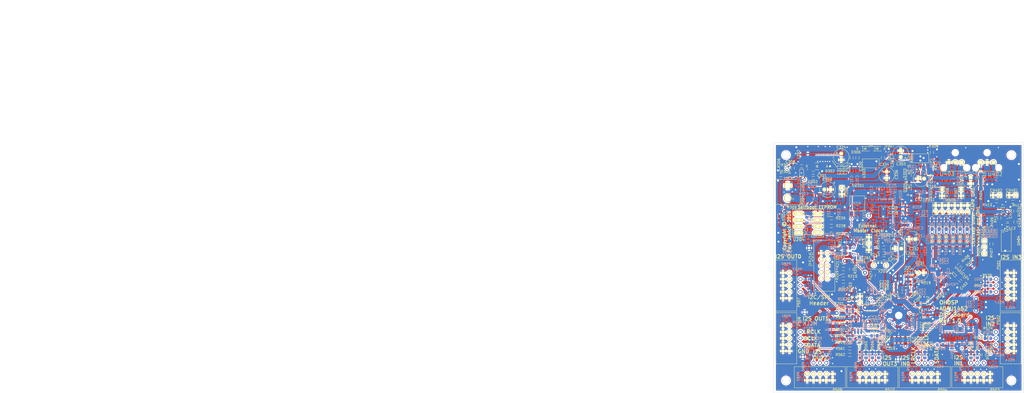
<source format=kicad_pcb>
(kicad_pcb (version 4) (host pcbnew 4.0.1-stable)
  (title_block (title "OHDSP DSP-ADAU1452-StandAlone") (date "18 Jan 2016") (rev 1.0) (comment 1 "MERCHANTABILITY, SATISFACTORY QUALITY AND FITNESS FOR A PARTICULAR PURPOSE.") (comment 2 "is distributed WITHOUT ANY EXPRESS OR IMPLIED WARRANTY, INCLUDING OF") (comment 3 "Licensed under the TAPR Open Hardware License (www.tapr.org/OHL). This documentation") (comment 4 "Copyright Paul Janicki 2016"))
  (layers (0 F.Cu signal) (1 In1.Cu signal) (2 In2.Cu signal) (31 B.Cu signal) (34 B.Paste user) (35 F.Paste user) (36 B.SilkS user) (37 F.SilkS user) (38 B.Mask user) (39 F.Mask user) (44 Edge.Cuts user))
  (net 0 "")
  (net 1 GNDD)
  (net 2 /ADAU1452/SELFBOOT)
  (net 3 /ADAU1452/DVDD)
  (net 4 /ADAU1452/PVDD)
  (net 5 /ADAU1452/IOVDD)
  (net 6 /ADAU1452/XTALIN)
  (net 7 /ADAU1452/AVDD)
  (net 8 VCC)
  (net 9 VDD)
  (net 10 "Net-(C501-Pad1)")
  (net 11 /ADAU1452/ADAU_SPDIF_RX)
  (net 12 "Net-(D301-Pad2)")
  (net 13 /ADAU1452/M_MISO)
  (net 14 /ADAU1452/M_MOSI)
  (net 15 /ADAU1452/M_SCLK)
  (net 16 /ADAU1452/M_SS)
  (net 17 /ADAU1452/I2C_SCL)
  (net 18 /ADAU1452/I2C_SDA)
  (net 19 /ADAU1452/XTALOUT)
  (net 20 /ADAU1452/MCLK)
  (net 21 /ADAU1452/ADAU_SPDIF_TX)
  (net 22 /ADAU1452/ADCIN_LRCLK3)
  (net 23 /ADAU1452/ADCIN_BCLK3)
  (net 24 /ADAU1452/ADCIN_LRCLK0)
  (net 25 /ADAU1452/ADCIN_BCLK0)
  (net 26 /ADAU1452/ADCIN_LRCLK1)
  (net 27 /ADAU1452/ADCIN_BCLK1)
  (net 28 /ADAU1452/ADCIN_LRCLK2)
  (net 29 /ADAU1452/ADCIN_BCLK2)
  (net 30 /Connectors/AUXADCIN_1)
  (net 31 /Connectors/AUXADCIN_2)
  (net 32 /Connectors/AUXADCIN_3)
  (net 33 /Connectors/AUXADCIN_4)
  (net 34 /Connectors/AUXADCIN_5)
  (net 35 /Connectors/AUXADCIN_6)
  (net 36 /ADAU1452/DACOUT_LRCLK0)
  (net 37 /ADAU1452/DACOUT_BCLK0)
  (net 38 /ADAU1452/DACOUT_SDATA0)
  (net 39 /ADAU1452/DACOUT_LRCLK1)
  (net 40 /ADAU1452/DACOUT_BCLK1)
  (net 41 /ADAU1452/DACOUT_SDATA1)
  (net 42 /ADAU1452/DACOUT_LRCLK2)
  (net 43 /ADAU1452/DACOUT_BCLK2)
  (net 44 /ADAU1452/DACOUT_SDATA2)
  (net 45 /ADAU1452/DACOUT_LRCLK3)
  (net 46 /ADAU1452/DACOUT_BCLK3)
  (net 47 /ADAU1452/DACOUT_SDATA3)
  (net 48 /ADAU1452/ADCIN_SDATA3)
  (net 49 /ADAU1452/ADCIN_SDATA0)
  (net 50 /ADAU1452/ADCIN_SDATA1)
  (net 51 /ADAU1452/ADCIN_SDATA2)
  (net 52 /ADAU1452/MAN_RST_IN)
  (net 53 /ADAU1452/DSP_RESET)
  (net 54 "Net-(C502-Pad1)")
  (net 55 /Connectors/MCLKA1)
  (net 56 /Connectors/MCLKB1)
  (net 57 /Connectors/MCLKB2)
  (net 58 /Connectors/MCLKB3)
  (net 59 /Connectors/MCLKB4)
  (net 60 /Connectors/MCLKA2)
  (net 61 /Connectors/MCLKA3)
  (net 62 /Connectors/MCLKA4)
  (net 63 "Net-(C401-Pad1)")
  (net 64 "Net-(C402-Pad1)")
  (net 65 "Net-(P501-Pad4)")
  (net 66 "Net-(P501-Pad6)")
  (net 67 "Net-(P501-Pad8)")
  (net 68 "Net-(P502-Pad4)")
  (net 69 "Net-(P502-Pad6)")
  (net 70 "Net-(P502-Pad8)")
  (net 71 "Net-(P503-Pad4)")
  (net 72 "Net-(P503-Pad6)")
  (net 73 "Net-(P503-Pad8)")
  (net 74 "Net-(P504-Pad2)")
  (net 75 "Net-(P504-Pad4)")
  (net 76 "Net-(P504-Pad6)")
  (net 77 "Net-(P504-Pad8)")
  (net 78 "Net-(P505-Pad2)")
  (net 79 "Net-(P505-Pad4)")
  (net 80 "Net-(P505-Pad6)")
  (net 81 "Net-(P505-Pad8)")
  (net 82 "Net-(P505-Pad10)")
  (net 83 "Net-(P505-Pad12)")
  (net 84 "Net-(P501-Pad2)")
  (net 85 "Net-(P502-Pad2)")
  (net 86 "Net-(P503-Pad2)")
  (net 87 VAA)
  (net 88 "Net-(P506-Pad6)")
  (net 89 "Net-(P509-Pad2)")
  (net 90 "Net-(P509-Pad4)")
  (net 91 "Net-(P509-Pad6)")
  (net 92 "Net-(P509-Pad8)")
  (net 93 "Net-(P510-Pad2)")
  (net 94 "Net-(P510-Pad4)")
  (net 95 "Net-(P510-Pad6)")
  (net 96 "Net-(P510-Pad8)")
  (net 97 /ADAU1452/MOSI/ADDR1)
  (net 98 /ADAU1452/SS/ADDR0)
  (net 99 /ADAU1452/MISO/SDA)
  (net 100 /ADAU1452/SCLK/SCL)
  (net 101 /ADAU1452/SPI_MISO)
  (net 102 /ADAU1452/SPI_SCLK)
  (net 103 /ADAU1452/SPI_MOSI)
  (net 104 /ADAU1452/SPI_SS)
  (net 105 "Net-(R216-Pad2)")
  (net 106 "Net-(R217-Pad2)")
  (net 107 "Net-(R218-Pad2)")
  (net 108 "Net-(R223-Pad2)")
  (net 109 "Net-(R227-Pad1)")
  (net 110 "Net-(R228-Pad1)")
  (net 111 "Net-(R229-Pad1)")
  (net 112 "Net-(R230-Pad1)")
  (net 113 "Net-(R544-Pad2)")
  (net 114 "Net-(R545-Pad2)")
  (net 115 "Net-(R546-Pad2)")
  (net 116 "Net-(R547-Pad2)")
  (net 117 "Net-(R548-Pad2)")
  (net 118 "Net-(R549-Pad2)")
  (net 119 "Net-(D301-Pad1)")
  (net 120 "Net-(TP201-Pad1)")
  (net 121 "Net-(TP202-Pad1)")
  (net 122 "Net-(TP203-Pad1)")
  (net 123 "Net-(TP204-Pad1)")
  (net 124 "Net-(P401-Pad3)")
  (net 125 "Net-(P401-Pad1)")
  (net 126 "Net-(R406-Pad1)")
  (net 127 "Net-(R407-Pad1)")
  (net 128 "Net-(TP205-Pad1)")
  (net 129 "Net-(C504-Pad1)")
  (net 130 "Net-(C205-Pad1)")
  (net 131 "Net-(C224-Pad2)")
  (net 132 "Net-(C505-Pad1)")
  (net 133 "Net-(P507-Pad2)")
  (net 134 "Net-(P507-Pad4)")
  (net 135 "Net-(P507-Pad6)")
  (net 136 "Net-(P507-Pad8)")
  (net 137 "Net-(P508-Pad2)")
  (net 138 "Net-(P508-Pad4)")
  (net 139 "Net-(P508-Pad6)")
  (net 140 "Net-(P508-Pad8)")
  (net 141 "Net-(R301-Pad1)")
  (net 142 "Net-(R304-Pad1)")
  (net 143 "Net-(C308-Pad1)")
  (net 144 "Net-(C304-Pad1)")
  (net 145 "Net-(C308-Pad2)")
  (net 146 "Net-(C327-Pad1)")
  (net 147 "Net-(C329-Pad1)")
  (net 148 "Net-(R305-Pad1)")
  (net 149 "Net-(R307-Pad1)")
  (net 150 "/ADAU1452 PSU/2V1")
  (net 151 /ADAU1452/GLB_RESET)
  (net 152 "Net-(R403-Pad1)")
  (net 153 /ADAU1452/MCLK_ADAU)
  (net 154 /ADAU1452/MCLK2)
  (net 155 "Net-(P203-Pad2)")
  (net 156 "Net-(C214-Pad1)")
  (net 157 "Net-(C216-Pad1)")
  (net 158 "Net-(C225-Pad2)")
  (net 159 "Net-(C231-Pad1)")
  (net 160 "Net-(C233-Pad1)")
  (net 161 "Net-(C236-Pad1)")
  (net 162 "Net-(C250-Pad1)")
  (net 163 "Net-(C261-Pad1)")
  (net 164 "Net-(C265-Pad1)")
  (net 165 "Net-(C415-Pad1)")
  (net 166 "Net-(C415-Pad2)")
  (net 167 "Net-(C416-Pad1)")
  (net 168 "Net-(C416-Pad2)")
  (net 169 "Net-(C417-Pad1)")
  (net 170 "Net-(C417-Pad2)")
  (net 171 "Net-(CN401-Pad1)")
  (net 172 "Net-(D304-Pad1)")
  (net 173 "Net-(R233-Pad1)")
  (net 174 "Net-(R234-Pad2)")
  (net 175 "Net-(R235-Pad2)")
  (net 176 "Net-(R240-Pad2)")
  (net 177 "Net-(R242-Pad2)")
  (net 178 "Net-(R405-Pad1)")
  (net 179 "Net-(R405-Pad2)")
  (net 180 "Net-(R406-Pad2)")
  (net 181 "Net-(R408-Pad2)")
  (net 182 "Net-(R409-Pad2)")
  (net 183 "Net-(R542-Pad1)")
  (net 184 "Net-(R543-Pad1)")
  (net 185 "Net-(R550-Pad2)")
  (net 186 "Net-(R551-Pad2)")
  (net 187 "Net-(U404-Pad11)")
  (module MyKiCadLibs-Footprints:SMD-0805 (layer B.Cu) (at 150.561 105.012 90)
    (fp_text reference R233 (at 3.556 0 90) (layer B.SilkS) (effects (justify mirror)))
    (fp_text value 75R hide)
    (pad 1 smd rect (at -1.1 0 90) (size 0.9 1.3) (layers B.Cu B.Paste B.Mask) (net 173 "Net-(R233-Pad1)"))
    (pad 2 smd rect (at 1.1 0 90) (size 0.9 1.3) (layers B.Cu B.Paste B.Mask) (net 153 /ADAU1452/MCLK_ADAU))
  )
  (module MyKiCadLibs-Footprints:TP-TH-1mm (layer F.Cu) (at 188.407 123.935)
    (fp_text reference TP509 hide)
    (fp_text value PIN)
    (pad 1 thru_hole circle (at 0 0) (size 1.5 1.5) (drill 1) (layers *.Cu *.Mask F.Paste) (net 72 "Net-(P503-Pad6)"))
  )
  (module MyKiCadLibs-Footprints:TP-TH-1mm (layer F.Cu) (at 185.867 123.935)
    (fp_text reference TP503 hide)
    (fp_text value PIN)
    (pad 1 thru_hole circle (at 0 0) (size 1.5 1.5) (drill 1) (layers *.Cu *.Mask F.Paste) (net 71 "Net-(P503-Pad4)"))
  )
  (module MyKiCadLibs-Footprints:TP-TH-1mm (layer F.Cu) (at 190.947 123.935)
    (fp_text reference TP510 hide)
    (fp_text value PIN)
    (pad 1 thru_hole circle (at 0 0) (size 1.5 1.5) (drill 1) (layers *.Cu *.Mask F.Paste) (net 73 "Net-(P503-Pad8)"))
  )
  (module MyKiCadLibs-Footprints:DIODE-SOD-123 (layer B.Cu) (at 184.279 74.659 90)
    (fp_text reference D501 (at 0 1.7785 90) (layer B.SilkS) (effects (justify mirror)))
    (fp_text value 1N4148W hide)
    (fp_text user K (at -3 0 90) (layer B.SilkS) (effects (justify mirror)))
    (fp_text user A (at 2.1844 -1.079 90) (layer B.SilkS) (effects (justify mirror)))
    (pad 2 smd rect (at -1.7 0 90) (size 1 1) (layers B.Cu B.Paste B.Mask) (net 87 VAA))
    (pad 1 smd rect (at 1.7 0 90) (size 1 1) (layers B.Cu B.Paste B.Mask) (net 30 /Connectors/AUXADCIN_1))
  )
  (module MyKiCadLibs-Footprints:DIODE-SOD-123 (layer B.Cu) (at 184.279 68.563 90)
    (fp_text reference D502 (at -3.7084 11.6718 90) (layer B.SilkS) (effects (justify mirror)))
    (fp_text value 1N4148W hide)
    (fp_text user K (at -2.0828 1.2832 90) (layer B.SilkS) (effects (justify mirror)))
    (fp_text user A (at 3 0 90) (layer B.SilkS) (effects (justify mirror)))
    (pad 2 smd rect (at -1.7 0 90) (size 1 1) (layers B.Cu B.Paste B.Mask) (net 30 /Connectors/AUXADCIN_1))
    (pad 1 smd rect (at 1.7 0 90) (size 1 1) (layers B.Cu B.Paste B.Mask) (net 1 GNDD))
  )
  (module MyKiCadLibs-Footprints:DIODE-SOD-123 (layer B.Cu) (at 181.549 74.659 90)
    (fp_text reference D503 (at -4.3815 0 90) (layer B.SilkS) (effects (justify mirror)))
    (fp_text value 1N4148W hide)
    (fp_text user K (at -2.3495 -1.3335 90) (layer B.SilkS) (effects (justify mirror)))
    (fp_text user A (at 2.159 -1.27 90) (layer B.SilkS) (effects (justify mirror)))
    (pad 2 smd rect (at -1.7 0 90) (size 1 1) (layers B.Cu B.Paste B.Mask) (net 87 VAA))
    (pad 1 smd rect (at 1.7 0 90) (size 1 1) (layers B.Cu B.Paste B.Mask) (net 31 /Connectors/AUXADCIN_2))
  )
  (module MyKiCadLibs-Footprints:DIODE-SOD-123 (layer B.Cu) (at 181.549 68.563 90)
    (fp_text reference D504 (at -3.7084 13.1318 90) (layer B.SilkS) (effects (justify mirror)))
    (fp_text value 1N4148W hide)
    (fp_text user K (at -1.9812 1.3208 90) (layer B.SilkS) (effects (justify mirror)))
    (fp_text user A (at 3 0 90) (layer B.SilkS) (effects (justify mirror)))
    (pad 2 smd rect (at -1.7 0 90) (size 1 1) (layers B.Cu B.Paste B.Mask) (net 31 /Connectors/AUXADCIN_2))
    (pad 1 smd rect (at 1.7 0 90) (size 1 1) (layers B.Cu B.Paste B.Mask) (net 1 GNDD))
  )
  (module MyKiCadLibs-Footprints:DIODE-SOD-123 (layer B.Cu) (at 178.755 74.659 90)
    (fp_text reference D505 (at -4.3815 0 90) (layer B.SilkS) (effects (justify mirror)))
    (fp_text value 1N4148W hide)
    (fp_text user K (at -2.3495 -1.27 90) (layer B.SilkS) (effects (justify mirror)))
    (fp_text user A (at 2.159 -1.0922 90) (layer B.SilkS) (effects (justify mirror)))
    (pad 2 smd rect (at -1.7 0 90) (size 1 1) (layers B.Cu B.Paste B.Mask) (net 87 VAA))
    (pad 1 smd rect (at 1.7 0 90) (size 1 1) (layers B.Cu B.Paste B.Mask) (net 32 /Connectors/AUXADCIN_3))
  )
  (module MyKiCadLibs-Footprints:DIODE-SOD-123 (layer B.Cu) (at 178.755 68.563 90)
    (fp_text reference D506 (at -3.7084 14.6304 90) (layer B.SilkS) (effects (justify mirror)))
    (fp_text value 1N4148W hide)
    (fp_text user K (at -2.0066 1.2954 90) (layer B.SilkS) (effects (justify mirror)))
    (fp_text user A (at 3 0 90) (layer B.SilkS) (effects (justify mirror)))
    (pad 2 smd rect (at -1.7 0 90) (size 1 1) (layers B.Cu B.Paste B.Mask) (net 32 /Connectors/AUXADCIN_3))
    (pad 1 smd rect (at 1.7 0 90) (size 1 1) (layers B.Cu B.Paste B.Mask) (net 1 GNDD))
  )
  (module MyKiCadLibs-Footprints:DIODE-SOD-123 (layer B.Cu) (at 175.961 74.659 90)
    (fp_text reference D507 (at -4.3815 0 90) (layer B.SilkS) (effects (justify mirror)))
    (fp_text value 1N4148W hide)
    (fp_text user K (at -2.3495 -1.27 90) (layer B.SilkS) (effects (justify mirror)))
    (fp_text user A (at 2.1336 -1.1938 90) (layer B.SilkS) (effects (justify mirror)))
    (pad 2 smd rect (at -1.7 0 90) (size 1 1) (layers B.Cu B.Paste B.Mask) (net 87 VAA))
    (pad 1 smd rect (at 1.7 0 90) (size 1 1) (layers B.Cu B.Paste B.Mask) (net 33 /Connectors/AUXADCIN_4))
  )
  (module MyKiCadLibs-Footprints:DIODE-SOD-123 (layer B.Cu) (at 175.961 68.563 90)
    (fp_text reference D508 (at -3.7084 16.1036 90) (layer B.SilkS) (effects (justify mirror)))
    (fp_text value 1N4148W hide)
    (fp_text user K (at -1.9558 1.2954 90) (layer B.SilkS) (effects (justify mirror)))
    (fp_text user A (at 3 0 90) (layer B.SilkS) (effects (justify mirror)))
    (pad 2 smd rect (at -1.7 0 90) (size 1 1) (layers B.Cu B.Paste B.Mask) (net 33 /Connectors/AUXADCIN_4))
    (pad 1 smd rect (at 1.7 0 90) (size 1 1) (layers B.Cu B.Paste B.Mask) (net 1 GNDD))
  )
  (module MyKiCadLibs-Footprints:DIODE-SOD-123 (layer B.Cu) (at 173.167 74.659 90)
    (fp_text reference D509 (at -4.318 0.0635 90) (layer B.SilkS) (effects (justify mirror)))
    (fp_text value 1N4148W hide)
    (fp_text user K (at -2.3495 -1.2065 90) (layer B.SilkS) (effects (justify mirror)))
    (fp_text user A (at 2.1336 -1.1684 90) (layer B.SilkS) (effects (justify mirror)))
    (pad 2 smd rect (at -1.7 0 90) (size 1 1) (layers B.Cu B.Paste B.Mask) (net 87 VAA))
    (pad 1 smd rect (at 1.7 0 90) (size 1 1) (layers B.Cu B.Paste B.Mask) (net 34 /Connectors/AUXADCIN_5))
  )
  (module MyKiCadLibs-Footprints:DIODE-SOD-123 (layer B.Cu) (at 173.167 68.563 90)
    (fp_text reference D510 (at -3.7084 17.5768 90) (layer B.SilkS) (effects (justify mirror)))
    (fp_text value 1N4148W hide)
    (fp_text user K (at -1.9558 1.27 90) (layer B.SilkS) (effects (justify mirror)))
    (fp_text user A (at 3 0 90) (layer B.SilkS) (effects (justify mirror)))
    (pad 2 smd rect (at -1.7 0 90) (size 1 1) (layers B.Cu B.Paste B.Mask) (net 34 /Connectors/AUXADCIN_5))
    (pad 1 smd rect (at 1.7 0 90) (size 1 1) (layers B.Cu B.Paste B.Mask) (net 1 GNDD))
  )
  (module MyKiCadLibs-Footprints:DIODE-SOD-123 (layer B.Cu) (at 170.373 74.659 90)
    (fp_text reference D511 (at -0.127 -1.905 90) (layer B.SilkS) (effects (justify mirror)))
    (fp_text value 1N4148W hide)
    (fp_text user K (at -2.9845 0 90) (layer B.SilkS) (effects (justify mirror)))
    (fp_text user A (at 2.1336 -1.143 90) (layer B.SilkS) (effects (justify mirror)))
    (pad 2 smd rect (at -1.7 0 90) (size 1 1) (layers B.Cu B.Paste B.Mask) (net 87 VAA))
    (pad 1 smd rect (at 1.7 0 90) (size 1 1) (layers B.Cu B.Paste B.Mask) (net 35 /Connectors/AUXADCIN_6))
  )
  (module MyKiCadLibs-Footprints:DIODE-SOD-123 (layer B.Cu) (at 170.373 68.563 90)
    (fp_text reference D512 (at -3.7084 19.05 90) (layer B.SilkS) (effects (justify mirror)))
    (fp_text value 1N4148W hide)
    (fp_text user K (at -1.9304 1.27 90) (layer B.SilkS) (effects (justify mirror)))
    (fp_text user A (at 3 0 90) (layer B.SilkS) (effects (justify mirror)))
    (pad 2 smd rect (at -1.7 0 90) (size 1 1) (layers B.Cu B.Paste B.Mask) (net 35 /Connectors/AUXADCIN_6))
    (pad 1 smd rect (at 1.7 0 90) (size 1 1) (layers B.Cu B.Paste B.Mask) (net 1 GNDD))
  )
  (module MyKiCadLibs-Footprints:TP-TH-1mm (layer F.Cu) (at 121.224 78.088)
    (fp_text reference TP513 hide)
    (fp_text value PIN)
    (pad 1 thru_hole circle (at 0 0) (size 1.5 1.5) (drill 1) (layers *.Cu *.Mask F.Paste) (net 1 GNDD))
  )
  (module MyKiCadLibs-Footprints:TP-TH-1mm (layer F.Cu) (at 117.795 90.534)
    (fp_text reference TP517 hide)
    (fp_text value PIN)
    (pad 1 thru_hole circle (at 0 0) (size 1.5 1.5) (drill 1) (layers *.Cu *.Mask F.Paste) (net 134 "Net-(P507-Pad4)"))
  )
  (module MyKiCadLibs-Footprints:TP-TH-1mm (layer F.Cu) (at 119.446 103.742)
    (fp_text reference TP514 hide)
    (fp_text value PIN)
    (pad 1 thru_hole circle (at 0 0) (size 1.5 1.5) (drill 1) (layers *.Cu *.Mask F.Paste) (net 1 GNDD))
  )
  (module MyKiCadLibs-Footprints:TP-TH-1mm (layer F.Cu) (at 117.795 111.616)
    (fp_text reference TP518 hide)
    (fp_text value PIN)
    (pad 1 thru_hole circle (at 0 0) (size 1.5 1.5) (drill 1) (layers *.Cu *.Mask F.Paste) (net 138 "Net-(P508-Pad4)"))
  )
  (module MyKiCadLibs-Footprints:TP-TH-1mm (layer F.Cu) (at 118.684 121.522)
    (fp_text reference TP515 hide)
    (fp_text value PIN)
    (pad 1 thru_hole circle (at 0 0) (size 1.5 1.5) (drill 1) (layers *.Cu *.Mask F.Paste) (net 1 GNDD))
  )
  (module MyKiCadLibs-Footprints:TP-TH-1mm (layer F.Cu) (at 123.002 123.935)
    (fp_text reference TP519 hide)
    (fp_text value PIN)
    (pad 1 thru_hole circle (at 0 0) (size 1.5 1.5) (drill 1) (layers *.Cu *.Mask F.Paste) (net 90 "Net-(P509-Pad4)"))
  )
  (module MyKiCadLibs-Footprints:TP-TH-1mm (layer F.Cu) (at 156.784 122.538)
    (fp_text reference TP516 hide)
    (fp_text value PIN)
    (pad 1 thru_hole circle (at 0 0) (size 1.5 1.5) (drill 1) (layers *.Cu *.Mask F.Paste) (net 1 GNDD))
  )
  (module MyKiCadLibs-Footprints:TP-TH-1mm (layer F.Cu) (at 143.957 123.935)
    (fp_text reference TP520 hide)
    (fp_text value PIN)
    (pad 1 thru_hole circle (at 0 0) (size 1.5 1.5) (drill 1) (layers *.Cu *.Mask F.Paste) (net 94 "Net-(P510-Pad4)"))
  )
  (module MyKiCadLibs-Footprints:TP-TH-1mm (layer F.Cu) (at 117.795 93.074)
    (fp_text reference TP521 hide)
    (fp_text value PIN)
    (pad 1 thru_hole circle (at 0 0) (size 1.5 1.5) (drill 1) (layers *.Cu *.Mask F.Paste) (net 135 "Net-(P507-Pad6)"))
  )
  (module MyKiCadLibs-Footprints:TP-TH-1mm (layer F.Cu) (at 117.795 95.614)
    (fp_text reference TP522 hide)
    (fp_text value PIN)
    (pad 1 thru_hole circle (at 0 0) (size 1.5 1.5) (drill 1) (layers *.Cu *.Mask F.Paste) (net 136 "Net-(P507-Pad8)"))
  )
  (module MyKiCadLibs-Footprints:TP-TH-1mm (layer F.Cu) (at 117.795 114.156)
    (fp_text reference TP523 hide)
    (fp_text value PIN)
    (pad 1 thru_hole circle (at 0 0) (size 1.5 1.5) (drill 1) (layers *.Cu *.Mask F.Paste) (net 139 "Net-(P508-Pad6)"))
  )
  (module MyKiCadLibs-Footprints:TP-TH-1mm (layer F.Cu) (at 117.795 116.696)
    (fp_text reference TP524 hide)
    (fp_text value PIN)
    (pad 1 thru_hole circle (at 0 0) (size 1.5 1.5) (drill 1) (layers *.Cu *.Mask F.Paste) (net 140 "Net-(P508-Pad8)"))
  )
  (module MyKiCadLibs-Footprints:TP-TH-1mm (layer F.Cu) (at 125.542 123.935)
    (fp_text reference TP525 hide)
    (fp_text value PIN)
    (pad 1 thru_hole circle (at 0 0) (size 1.5 1.5) (drill 1) (layers *.Cu *.Mask F.Paste) (net 91 "Net-(P509-Pad6)"))
  )
  (module MyKiCadLibs-Footprints:TP-TH-1mm (layer F.Cu) (at 128.082 123.935)
    (fp_text reference TP526 hide)
    (fp_text value PIN)
    (pad 1 thru_hole circle (at 0 0) (size 1.5 1.5) (drill 1) (layers *.Cu *.Mask F.Paste) (net 92 "Net-(P509-Pad8)"))
  )
  (module MyKiCadLibs-Footprints:TP-TH-1mm (layer F.Cu) (at 146.497 123.935)
    (fp_text reference TP527 hide)
    (fp_text value PIN)
    (pad 1 thru_hole circle (at 0 0) (size 1.5 1.5) (drill 1) (layers *.Cu *.Mask F.Paste) (net 95 "Net-(P510-Pad6)"))
  )
  (module MyKiCadLibs-Footprints:TP-TH-1mm (layer F.Cu) (at 149.037 123.935)
    (fp_text reference TP528 hide)
    (fp_text value PIN)
    (pad 1 thru_hole circle (at 0 0) (size 1.5 1.5) (drill 1) (layers *.Cu *.Mask F.Paste) (net 96 "Net-(P510-Pad8)"))
  )
  (module MyKiCadLibs-Footprints:TP-TH-1mm (layer F.Cu) (at 164.912 123.935)
    (fp_text reference TP504 hide)
    (fp_text value PIN)
    (pad 1 thru_hole circle (at 0 0) (size 1.5 1.5) (drill 1) (layers *.Cu *.Mask F.Paste) (net 75 "Net-(P504-Pad4)"))
  )
  (module MyKiCadLibs-Footprints:TP-TH-1mm (layer F.Cu) (at 167.452 123.935)
    (fp_text reference TP511 hide)
    (fp_text value PIN)
    (pad 1 thru_hole circle (at 0 0) (size 1.5 1.5) (drill 1) (layers *.Cu *.Mask F.Paste) (net 76 "Net-(P504-Pad6)"))
  )
  (module MyKiCadLibs-Footprints:TP-TH-1mm (layer F.Cu) (at 169.992 123.935)
    (fp_text reference TP512 hide)
    (fp_text value PIN)
    (pad 1 thru_hole circle (at 0 0) (size 1.5 1.5) (drill 1) (layers *.Cu *.Mask F.Paste) (net 77 "Net-(P504-Pad8)"))
  )
  (module MyKiCadLibs-Footprints:TP-TH-1mm (layer F.Cu) (at 195.773 116.696)
    (fp_text reference TP502 hide)
    (fp_text value PIN)
    (pad 1 thru_hole circle (at 0 0) (size 1.5 1.5) (drill 1) (layers *.Cu *.Mask F.Paste) (net 68 "Net-(P502-Pad4)"))
  )
  (module MyKiCadLibs-Footprints:TP-TH-1mm (layer F.Cu) (at 195.773 114.156)
    (fp_text reference TP507 hide)
    (fp_text value PIN)
    (pad 1 thru_hole circle (at 0 0) (size 1.5 1.5) (drill 1) (layers *.Cu *.Mask F.Paste) (net 69 "Net-(P502-Pad6)"))
  )
  (module MyKiCadLibs-Footprints:TP-TH-1mm (layer F.Cu) (at 195.773 111.616)
    (fp_text reference TP508 hide)
    (fp_text value PIN)
    (pad 1 thru_hole circle (at 0 0) (size 1.5 1.5) (drill 1) (layers *.Cu *.Mask F.Paste) (net 70 "Net-(P502-Pad8)"))
  )
  (module MyKiCadLibs-Footprints:TP-TH-1mm (layer F.Cu) (at 195.9 95.614)
    (fp_text reference TP501 hide)
    (fp_text value PIN)
    (pad 1 thru_hole circle (at 0 0) (size 1.5 1.5) (drill 1) (layers *.Cu *.Mask F.Paste) (net 65 "Net-(P501-Pad4)"))
  )
  (module MyKiCadLibs-Footprints:TP-TH-1mm (layer F.Cu) (at 195.9 93.074)
    (fp_text reference TP505 hide)
    (fp_text value PIN)
    (pad 1 thru_hole circle (at 0 0) (size 1.5 1.5) (drill 1) (layers *.Cu *.Mask F.Paste) (net 66 "Net-(P501-Pad6)"))
  )
  (module MyKiCadLibs-Footprints:TP-TH-1mm (layer F.Cu) (at 195.9 90.534)
    (fp_text reference TP506 hide)
    (fp_text value PIN)
    (pad 1 thru_hole circle (at 0 0) (size 1.5 1.5) (drill 1) (layers *.Cu *.Mask F.Paste) (net 67 "Net-(P501-Pad8)"))
  )
  (module MyKiCadLibs-Footprints:TP-TH-1mm (layer F.Cu) (at 145.1 65.134)
    (fp_text reference TP201 hide)
    (fp_text value PIN)
    (pad 1 thru_hole circle (at 0 0) (size 1.5 1.5) (drill 1) (layers *.Cu *.Mask F.Paste) (net 120 "Net-(TP201-Pad1)"))
  )
  (module MyKiCadLibs-Footprints:IC-SOT223-6 (layer F.Cu) (at 165.7375 42.274)
    (fp_text reference U302 (at -4.0005 0 90) (layer F.SilkS))
    (fp_text value TPS7A4533DCQ hide)
    (pad 3 smd rect (at 0 -3.1496) (size 3.6 2.2) (layers F.Cu F.Paste F.Mask) (net 1 GNDD))
    (pad 3 smd rect (at 0 3.1115) (size 0.55 2.15) (layers F.Cu F.Paste F.Mask) (net 1 GNDD))
    (pad 5 smd rect (at 2.54 3.1115) (size 0.55 2.15) (layers F.Cu F.Paste F.Mask) (net 149 "Net-(R307-Pad1)"))
    (pad 1 smd rect (at -2.54 3.1115) (size 0.55 2.15) (layers F.Cu F.Paste F.Mask) (net 8 VCC))
    (pad 2 smd rect (at -1.27 3.1115) (size 0.55 2.15) (layers F.Cu F.Paste F.Mask) (net 8 VCC))
    (pad 4 smd rect (at 1.27 3.1115) (size 0.55 2.15) (layers F.Cu F.Paste F.Mask) (net 87 VAA))
  )
  (module MyKiCadLibs-Footprints:DIODE-SMA (layer F.Cu) (at 124.399 45.449 180)
    (fp_text reference D302 (at -5.1435 -1.9685 180) (layer F.SilkS))
    (fp_text value B230A hide)
    (fp_text user K (at 4 0 180) (layer F.SilkS))
    (fp_text user A (at -4 0 180) (layer F.SilkS))
    (pad 1 smd rect (at -2 0 180) (size 2.5 1.7) (layers F.Cu F.Paste F.Mask) (net 1 GNDD))
    (pad 2 smd rect (at 2 0 180) (size 2.5 1.7) (layers F.Cu F.Paste F.Mask) (net 145 "Net-(C308-Pad2)"))
  )
  (module MyKiCadLibs-Footprints:IND-VLC4045 (layer F.Cu) (at 120.716 40.877)
    (fp_text reference L302 (at -3.7465 -0.1905 90) (layer F.SilkS))
    (fp_text value VLC5045T-4R7M hide)
    (pad 1 smd rect (at -1.6 0) (size 2.1 5) (layers F.Cu F.Paste F.Mask) (net 145 "Net-(C308-Pad2)"))
    (pad 2 smd rect (at 1.6 0) (size 2.1 5) (layers F.Cu F.Paste F.Mask) (net 150 "/ADAU1452 PSU/2V1"))
  )
  (module Mounting_Holes:MountingHole_3mm (layer F.Cu) (at 112 131)
    (fp_text reference P305 hide)
    (fp_text value PIN)
    (pad 1 thru_hole circle (at 0 0) (size 3 3) (drill 3) (layers))
  )
  (module Mounting_Holes:MountingHole_3mm (layer F.Cu) (at 202 41)
    (fp_text reference P303 hide)
    (fp_text value PIN)
    (pad 1 thru_hole circle (at 0 0) (size 3 3) (drill 3) (layers))
  )
  (module Mounting_Holes:MountingHole_3mm (layer F.Cu) (at 112 41)
    (fp_text reference P302 hide)
    (fp_text value PIN)
    (pad 1 thru_hole circle (at 0 0) (size 3 3) (drill 3) (layers))
  )
  (module Mounting_Holes:MountingHole_3mm (layer F.Cu) (at 202 131)
    (fp_text reference P301 hide)
    (fp_text value PIN)
    (pad 1 thru_hole circle (at 0 0) (size 3 3) (drill 3) (layers))
  )
  (module MyKiCadLibs-Footprints:CONN_SIL_2 (layer F.Cu) (at 181.93 54.72 270)
    (fp_text reference P307 (at 1.1684 2.0828 270) (layer F.SilkS))
    (fp_text value CONN_2x1 hide)
    (pad 1 thru_hole circle (at 0 0 270) (size 1.6 1.6) (drill 0.8) (layers *.Cu *.Mask F.SilkS) (net 147 "Net-(C329-Pad1)"))
    (pad 2 thru_hole circle (at 2.54 0 270) (size 1.6 1.6) (drill 0.8) (layers *.Cu *.Mask F.SilkS) (net 1 GNDD))
  )
  (module MyKiCadLibs-Footprints:CONN_SIL_2 (layer F.Cu) (at 174.31 54.72 270)
    (fp_text reference P306 (at 1.1684 -2.1336 270) (layer F.SilkS))
    (fp_text value CONN_2x1 hide)
    (pad 1 thru_hole circle (at 0 0 270) (size 1.6 1.6) (drill 0.8) (layers *.Cu *.Mask F.SilkS) (net 147 "Net-(C329-Pad1)"))
    (pad 2 thru_hole circle (at 2.54 0 270) (size 1.6 1.6) (drill 0.8) (layers *.Cu *.Mask F.SilkS) (net 1 GNDD))
  )
  (module MyKiCadLibs-Footprints:SMD-0603 (layer F.Cu) (at 160.848 92.82)
    (fp_text reference R219 (at 7.0485 -0.8255) (layer F.SilkS))
    (fp_text value 4k3 hide)
    (pad 1 smd rect (at -0.95 0) (size 0.9 0.9) (layers F.Cu F.Paste F.Mask) (net 131 "Net-(C224-Pad2)"))
    (pad 2 smd rect (at 0.95 0) (size 0.9 0.9) (layers F.Cu F.Paste F.Mask) (net 158 "Net-(C225-Pad2)"))
  )
  (module MyKiCadLibs-Footprints:SMD-0603 (layer F.Cu) (at 161.61 90.534 270)
    (fp_text reference C225 (at -3.4915 0.3774 270) (layer F.SilkS))
    (fp_text value 150p hide)
    (pad 1 smd rect (at -0.95 0 270) (size 0.9 0.9) (layers F.Cu F.Paste F.Mask) (net 4 /ADAU1452/PVDD))
    (pad 2 smd rect (at 0.95 0 270) (size 0.9 0.9) (layers F.Cu F.Paste F.Mask) (net 158 "Net-(C225-Pad2)"))
  )
  (module MyKiCadLibs-Footprints:SMD-0603 (layer F.Cu) (at 159.832 90.534 270)
    (fp_text reference C224 (at -3.428 -0.127 270) (layer F.SilkS))
    (fp_text value 5n6 hide)
    (pad 1 smd rect (at -0.95 0 270) (size 0.9 0.9) (layers F.Cu F.Paste F.Mask) (net 4 /ADAU1452/PVDD))
    (pad 2 smd rect (at 0.95 0 270) (size 0.9 0.9) (layers F.Cu F.Paste F.Mask) (net 131 "Net-(C224-Pad2)"))
  )
  (module MyKiCadLibs-Footprints:SMD-0603 (layer F.Cu) (at 165.42 99.424 45)
    (fp_text reference C268 (at 0 -1.27 45) (layer F.SilkS))
    (fp_text value 100n hide)
    (pad 1 smd rect (at -0.95 0 45) (size 0.9 0.9) (layers F.Cu F.Paste F.Mask) (net 7 /ADAU1452/AVDD))
    (pad 2 smd rect (at 0.95 0 45) (size 0.9 0.9) (layers F.Cu F.Paste F.Mask) (net 1 GNDD))
  )
  (module MyKiCadLibs-Footprints:SMD-0603 (layer B.Cu) (at 161.864 96.376)
    (fp_text reference C258 (at 4.064 0) (layer B.SilkS) (effects (justify mirror)))
    (fp_text value 100n hide)
    (pad 1 smd rect (at -0.95 0) (size 0.9 0.9) (layers B.Cu B.Paste B.Mask) (net 4 /ADAU1452/PVDD))
    (pad 2 smd rect (at 0.95 0) (size 0.9 0.9) (layers B.Cu B.Paste B.Mask) (net 1 GNDD))
  )
  (module MyKiCadLibs-Footprints:SMD-0603 (layer F.Cu) (at 158.435 95.614)
    (fp_text reference C248 (at -6.0325 2.6035) (layer F.SilkS))
    (fp_text value 100n hide)
    (pad 1 smd rect (at -0.95 0) (size 0.9 0.9) (layers F.Cu F.Paste F.Mask) (net 5 /ADAU1452/IOVDD))
    (pad 2 smd rect (at 0.95 0) (size 0.9 0.9) (layers F.Cu F.Paste F.Mask) (net 1 GNDD))
  )
  (module MyKiCadLibs-Footprints:SMD-0603 (layer F.Cu) (at 158.435 94.09)
    (fp_text reference C246 (at -6.0325 2.921) (layer F.SilkS))
    (fp_text value 1u hide)
    (pad 1 smd rect (at -0.95 0) (size 0.9 0.9) (layers F.Cu F.Paste F.Mask) (net 5 /ADAU1452/IOVDD))
    (pad 2 smd rect (at 0.95 0) (size 0.9 0.9) (layers F.Cu F.Paste F.Mask) (net 1 GNDD))
  )
  (module MyKiCadLibs-Footprints:SMD-0603 (layer F.Cu) (at 166.944 102.599 270)
    (fp_text reference C244 (at -0.381 1.143 270) (layer F.SilkS))
    (fp_text value 100n hide)
    (pad 1 smd rect (at -0.95 0 270) (size 0.9 0.9) (layers F.Cu F.Paste F.Mask) (net 5 /ADAU1452/IOVDD))
    (pad 2 smd rect (at 0.95 0 270) (size 0.9 0.9) (layers F.Cu F.Paste F.Mask) (net 1 GNDD))
  )
  (module MyKiCadLibs-Footprints:SMD-0603 (layer F.Cu) (at 168.468 102.599 270)
    (fp_text reference C242 (at -3.429 -0.127 270) (layer F.SilkS))
    (fp_text value 1u hide)
    (pad 1 smd rect (at -0.95 0 270) (size 0.9 0.9) (layers F.Cu F.Paste F.Mask) (net 5 /ADAU1452/IOVDD))
    (pad 2 smd rect (at 0.95 0 270) (size 0.9 0.9) (layers F.Cu F.Paste F.Mask) (net 1 GNDD))
  )
  (module MyKiCadLibs-Footprints:SMD-0603 (layer F.Cu) (at 158.689 115.553 180)
    (fp_text reference C240 (at -3.4925 0 180) (layer F.SilkS))
    (fp_text value 1u hide)
    (pad 1 smd rect (at -0.95 0 180) (size 0.9 0.9) (layers F.Cu F.Paste F.Mask) (net 5 /ADAU1452/IOVDD))
    (pad 2 smd rect (at 0.95 0 180) (size 0.9 0.9) (layers F.Cu F.Paste F.Mask) (net 1 GNDD))
  )
  (module MyKiCadLibs-Footprints:SMD-0603 (layer F.Cu) (at 147.767 106.536 90)
    (fp_text reference C238 (at -3.556 0 90) (layer F.SilkS))
    (fp_text value 100n hide)
    (pad 1 smd rect (at -0.95 0 90) (size 0.9 0.9) (layers F.Cu F.Paste F.Mask) (net 5 /ADAU1452/IOVDD))
    (pad 2 smd rect (at 0.95 0 90) (size 0.9 0.9) (layers F.Cu F.Paste F.Mask) (net 1 GNDD))
  )
  (module MyKiCadLibs-Footprints:SMD-0603 (layer F.Cu) (at 146.37 106.536 90)
    (fp_text reference C237 (at -3.4925 0 90) (layer F.SilkS))
    (fp_text value 1u hide)
    (pad 1 smd rect (at -0.95 0 90) (size 0.9 0.9) (layers F.Cu F.Paste F.Mask) (net 5 /ADAU1452/IOVDD))
    (pad 2 smd rect (at 0.95 0 90) (size 0.9 0.9) (layers F.Cu F.Paste F.Mask) (net 1 GNDD))
  )
  (module MyKiCadLibs-Footprints:SMD-0603 (layer F.Cu) (at 154.879 95.614)
    (fp_text reference C230 (at -3.683 -1.3335) (layer F.SilkS))
    (fp_text value 10n hide)
    (pad 1 smd rect (at -0.95 0) (size 0.9 0.9) (layers F.Cu F.Paste F.Mask) (net 3 /ADAU1452/DVDD))
    (pad 2 smd rect (at 0.95 0) (size 0.9 0.9) (layers F.Cu F.Paste F.Mask) (net 1 GNDD))
  )
  (module MyKiCadLibs-Footprints:SMD-0603 (layer F.Cu) (at 154.879 92.693)
    (fp_text reference C229 (at -3.683 -1.0795) (layer F.SilkS))
    (fp_text value 100n hide)
    (pad 1 smd rect (at -0.95 0) (size 0.9 0.9) (layers F.Cu F.Paste F.Mask) (net 3 /ADAU1452/DVDD))
    (pad 2 smd rect (at 0.95 0) (size 0.9 0.9) (layers F.Cu F.Paste F.Mask) (net 1 GNDD))
  )
  (module MyKiCadLibs-Footprints:SMD-0603 (layer F.Cu) (at 154.879 94.09)
    (fp_text reference C228 (at -3.683 -1.0795) (layer F.SilkS))
    (fp_text value 1u hide)
    (pad 1 smd rect (at -0.95 0) (size 0.9 0.9) (layers F.Cu F.Paste F.Mask) (net 3 /ADAU1452/DVDD))
    (pad 2 smd rect (at 0.95 0) (size 0.9 0.9) (layers F.Cu F.Paste F.Mask) (net 1 GNDD))
  )
  (module MyKiCadLibs-Footprints:SMD-0603 (layer F.Cu) (at 166.055 105.901 90)
    (fp_text reference C227 (at -3.4925 0 90) (layer F.SilkS))
    (fp_text value 10n hide)
    (pad 1 smd rect (at -0.95 0 90) (size 0.9 0.9) (layers F.Cu F.Paste F.Mask) (net 3 /ADAU1452/DVDD))
    (pad 2 smd rect (at 0.95 0 90) (size 0.9 0.9) (layers F.Cu F.Paste F.Mask) (net 1 GNDD))
  )
  (module MyKiCadLibs-Footprints:SMD-0603 (layer F.Cu) (at 167.579 105.901 90)
    (fp_text reference C226 (at -3.4925 0 90) (layer F.SilkS))
    (fp_text value 100n hide)
    (pad 1 smd rect (at -0.95 0 90) (size 0.9 0.9) (layers F.Cu F.Paste F.Mask) (net 3 /ADAU1452/DVDD))
    (pad 2 smd rect (at 0.95 0 90) (size 0.9 0.9) (layers F.Cu F.Paste F.Mask) (net 1 GNDD))
  )
  (module MyKiCadLibs-Footprints:SMD-0603 (layer F.Cu) (at 169.103 105.901 90)
    (fp_text reference C223 (at -3.4925 0 90) (layer F.SilkS))
    (fp_text value 1u hide)
    (pad 1 smd rect (at -0.95 0 90) (size 0.9 0.9) (layers F.Cu F.Paste F.Mask) (net 3 /ADAU1452/DVDD))
    (pad 2 smd rect (at 0.95 0 90) (size 0.9 0.9) (layers F.Cu F.Paste F.Mask) (net 1 GNDD))
  )
  (module MyKiCadLibs-Footprints:SMD-0603 (layer F.Cu) (at 155.26 114.029)
    (fp_text reference C222 (at -3.3655 -0.254) (layer F.SilkS))
    (fp_text value 10n hide)
    (pad 1 smd rect (at -0.95 0) (size 0.9 0.9) (layers F.Cu F.Paste F.Mask) (net 3 /ADAU1452/DVDD))
    (pad 2 smd rect (at 0.95 0) (size 0.9 0.9) (layers F.Cu F.Paste F.Mask) (net 1 GNDD))
  )
  (module MyKiCadLibs-Footprints:SMD-0603 (layer F.Cu) (at 155.26 115.553)
    (fp_text reference C221 (at -3.3655 -0.4445) (layer F.SilkS))
    (fp_text value 100n hide)
    (pad 1 smd rect (at -0.95 0) (size 0.9 0.9) (layers F.Cu F.Paste F.Mask) (net 3 /ADAU1452/DVDD))
    (pad 2 smd rect (at 0.95 0) (size 0.9 0.9) (layers F.Cu F.Paste F.Mask) (net 1 GNDD))
  )
  (module MyKiCadLibs-Footprints:SMD-0603 (layer F.Cu) (at 155.26 116.95)
    (fp_text reference C219 (at -1.524 1.3335) (layer F.SilkS))
    (fp_text value 1u hide)
    (pad 1 smd rect (at -0.95 0) (size 0.9 0.9) (layers F.Cu F.Paste F.Mask) (net 3 /ADAU1452/DVDD))
    (pad 2 smd rect (at 0.95 0) (size 0.9 0.9) (layers F.Cu F.Paste F.Mask) (net 1 GNDD))
  )
  (module MyKiCadLibs-Footprints:SMD-0603 (layer F.Cu) (at 147.767 103.107 270)
    (fp_text reference C217 (at -3.683 -2.0955 270) (layer F.SilkS))
    (fp_text value 10n hide)
    (pad 1 smd rect (at -0.95 0 270) (size 0.9 0.9) (layers F.Cu F.Paste F.Mask) (net 3 /ADAU1452/DVDD))
    (pad 2 smd rect (at 0.95 0 270) (size 0.9 0.9) (layers F.Cu F.Paste F.Mask) (net 1 GNDD))
  )
  (module MyKiCadLibs-Footprints:SMD-0603 (layer F.Cu) (at 146.37 103.107 270)
    (fp_text reference C215 (at -3.6195 -2.2225 270) (layer F.SilkS))
    (fp_text value 100n hide)
    (pad 1 smd rect (at -0.95 0 270) (size 0.9 0.9) (layers F.Cu F.Paste F.Mask) (net 3 /ADAU1452/DVDD))
    (pad 2 smd rect (at 0.95 0 270) (size 0.9 0.9) (layers F.Cu F.Paste F.Mask) (net 1 GNDD))
  )
  (module MyKiCadLibs-Footprints:SMD-0603 (layer F.Cu) (at 144.973 103.107 270)
    (fp_text reference C213 (at -3.7465 0.508 270) (layer F.SilkS))
    (fp_text value 1u hide)
    (pad 1 smd rect (at -0.95 0 270) (size 0.9 0.9) (layers F.Cu F.Paste F.Mask) (net 3 /ADAU1452/DVDD))
    (pad 2 smd rect (at 0.95 0 270) (size 0.9 0.9) (layers F.Cu F.Paste F.Mask) (net 1 GNDD))
  )
  (module MyKiCadLibs-Footprints:CONN_SIL_2 (layer F.Cu) (at 134.305 54.085 270)
    (fp_text reference P202 (at 1.651 -1.905 270) (layer F.SilkS))
    (fp_text value CONN_2x1 hide)
    (pad 1 thru_hole circle (at 0 0 270) (size 1.6 1.6) (drill 0.8) (layers *.Cu *.Mask F.SilkS) (net 52 /ADAU1452/MAN_RST_IN))
    (pad 2 thru_hole circle (at 2.54 0 270) (size 1.6 1.6) (drill 0.8) (layers *.Cu *.Mask F.SilkS) (net 1 GNDD))
  )
  (module MyKiCadLibs-Footprints:CONN_SIL_3 (layer F.Cu) (at 191.201 75.167 270)
    (fp_text reference P401 (at 4.3942 2.0066 270) (layer F.SilkS))
    (fp_text value CONN_3x1 hide)
    (pad 3 thru_hole circle (at 5.08 0 270) (size 1.6 1.6) (drill 0.8) (layers *.Cu *.Mask F.SilkS) (net 124 "Net-(P401-Pad3)"))
    (pad 1 thru_hole circle (at 0 0 270) (size 1.6 1.6) (drill 0.8) (layers *.Cu *.Mask F.SilkS) (net 125 "Net-(P401-Pad1)"))
    (pad 2 thru_hole circle (at 2.54 0 270) (size 1.6 1.6) (drill 0.8) (layers *.Cu *.Mask F.SilkS) (net 11 /ADAU1452/ADAU_SPDIF_RX))
  )
  (module MyKiCadLibs-Footprints:CONN_SIL_2 (layer F.Cu) (at 197.2208 57.006 180)
    (fp_text reference CN402 (at 1.3208 1.9812 180) (layer F.SilkS))
    (fp_text value COAX hide)
    (pad 1 thru_hole circle (at 0 0 180) (size 1.6 1.6) (drill 0.8) (layers *.Cu *.Mask F.SilkS) (net 170 "Net-(C417-Pad2)"))
    (pad 2 thru_hole circle (at 2.54 0 180) (size 1.6 1.6) (drill 0.8) (layers *.Cu *.Mask F.SilkS) (net 1 GNDD))
  )
  (module MyKiCadLibs-Footprints:TP-1mm (layer B.Cu) (at 158.054 109.33)
    (fp_text reference TP205 hide)
    (fp_text value PIN)
    (pad 1 smd circle (at 0 0) (size 1 1) (layers B.Cu B.Paste B.Mask) (net 128 "Net-(TP205-Pad1)"))
  )
  (module MyKiCadLibs-Footprints:TP-1mm (layer B.Cu) (at 160.086 109.838)
    (fp_text reference TP204 hide)
    (fp_text value PIN)
    (pad 1 smd circle (at 0 0) (size 1 1) (layers B.Cu B.Paste B.Mask) (net 123 "Net-(TP204-Pad1)"))
  )
  (module MyKiCadLibs-Footprints:TP-1mm (layer B.Cu) (at 154.752 107.171)
    (fp_text reference TP203 hide)
    (fp_text value PIN)
    (pad 1 smd circle (at 0 0) (size 1 1) (layers B.Cu B.Paste B.Mask) (net 122 "Net-(TP203-Pad1)"))
  )
  (module MyKiCadLibs-Footprints:TP-1mm (layer B.Cu) (at 155.768 109.457)
    (fp_text reference TP202 hide)
    (fp_text value PIN)
    (pad 1 smd circle (at 0 0) (size 1 1) (layers B.Cu B.Paste B.Mask) (net 121 "Net-(TP202-Pad1)"))
  )
  (module MyKiCadLibs-Footprints:IC-SOT-223 (layer F.Cu) (at 145.862 44.306 180)
    (fp_text reference U303 (at 2.7305 -4.0005 450) (layer F.SilkS))
    (fp_text value TLV1117LV12DCY hide)
    (pad 2 smd rect (at 0 -3.302 180) (size 3.6 2) (layers F.Cu F.Paste F.Mask) (net 9 VDD))
    (pad 2 smd rect (at 0 3.302 180) (size 1.2 2) (layers F.Cu F.Paste F.Mask) (net 9 VDD))
    (pad 3 smd rect (at 2.286 3.302 180) (size 1.2 2) (layers F.Cu F.Paste F.Mask) (net 150 "/ADAU1452 PSU/2V1"))
    (pad 1 smd rect (at -2.286 3.302 180) (size 1.2 2) (layers F.Cu F.Paste F.Mask) (net 1 GNDD))
  )
  (module MyKiCadLibs-Footprints:CONN_DIL_2X5_BOX (layer F.Cu) (at 127.32 85.2 180)
    (fp_text reference P506 (at 5.334 2.667 270) (layer F.SilkS) (effects (font (size 1.5 1.5))))
    (fp_text value CONN_02X05 hide)
    (pad 1 thru_hole circle (at -1.27 -5.08 180) (size 1.6 1.6) (drill 0.8) (layers *.Cu *.Mask F.SilkS) (net 17 /ADAU1452/I2C_SCL))
    (pad 2 thru_hole circle (at 1.27 -5.08 180) (size 1.6 1.6) (drill 0.8) (layers *.Cu *.Mask F.SilkS))
    (pad 3 thru_hole circle (at -1.27 -2.54 180) (size 1.6 1.6) (drill 0.8) (layers *.Cu *.Mask F.SilkS) (net 18 /ADAU1452/I2C_SDA))
    (pad 4 thru_hole circle (at 1.27 -2.54 180) (size 1.6 1.6) (drill 0.8) (layers *.Cu *.Mask F.SilkS))
    (pad 5 thru_hole circle (at -1.27 0 180) (size 1.6 1.6) (drill 0.8) (layers *.Cu *.Mask F.SilkS) (net 101 /ADAU1452/SPI_MISO))
    (pad 6 thru_hole circle (at 1.27 0 180) (size 1.6 1.6) (drill 0.8) (layers *.Cu *.Mask F.SilkS) (net 88 "Net-(P506-Pad6)"))
    (pad 7 thru_hole circle (at -1.27 2.54 180) (size 1.6 1.6) (drill 0.8) (layers *.Cu *.Mask F.SilkS) (net 102 /ADAU1452/SPI_SCLK))
    (pad 8 thru_hole circle (at 1.27 2.54 180) (size 1.6 1.6) (drill 0.8) (layers *.Cu *.Mask F.SilkS) (net 103 /ADAU1452/SPI_MOSI))
    (pad 9 thru_hole circle (at -1.27 5.08 180) (size 1.6 1.6) (drill 0.8) (layers *.Cu *.Mask F.SilkS) (net 104 /ADAU1452/SPI_SS))
    (pad 10 thru_hole circle (at 1.27 5.08 180) (size 1.6 1.6) (drill 0.8) (layers *.Cu *.Mask F.SilkS) (net 1 GNDD))
  )
  (module MyKiCadLibs-Footprints:IC_DIP_8 (layer F.Cu) (at 120.83696 68.163968 180)
    (fp_text reference U204 (at 3.74046 -6.558532 180) (layer F.SilkS) (effects (font (size 1.2 1.2) (thickness 0.2))))
    (fp_text value 25AA1024 hide)
    (pad 1 thru_hole oval (at -3.81 -3.81 180) (size 3.81 1.524) (drill 1) (layers *.Cu *.Mask F.SilkS) (net 16 /ADAU1452/M_SS))
    (pad 2 thru_hole oval (at -3.81 -1.27 180) (size 3.81 1.524) (drill 1) (layers *.Cu *.Mask F.SilkS) (net 13 /ADAU1452/M_MISO))
    (pad 3 thru_hole oval (at -3.81 1.27 180) (size 3.81 1.524) (drill 1) (layers *.Cu *.Mask F.SilkS) (net 176 "Net-(R240-Pad2)"))
    (pad 4 thru_hole oval (at -3.81 3.81 180) (size 3.81 1.524) (drill 1) (layers *.Cu *.Mask F.SilkS) (net 1 GNDD))
    (pad 8 thru_hole oval (at 3.81 -3.81 180) (size 3.81 1.524) (drill 1) (layers *.Cu *.Mask F.SilkS) (net 87 VAA))
    (pad 7 thru_hole oval (at 3.81 -1.27 180) (size 3.81 1.524) (drill 1) (layers *.Cu *.Mask F.SilkS) (net 177 "Net-(R242-Pad2)"))
    (pad 6 thru_hole oval (at 3.81 1.27 180) (size 3.81 1.524) (drill 1) (layers *.Cu *.Mask F.SilkS) (net 15 /ADAU1452/M_SCLK))
    (pad 5 thru_hole oval (at 3.81 3.81 180) (size 3.81 1.524) (drill 1) (layers *.Cu *.Mask F.SilkS) (net 14 /ADAU1452/M_MOSI))
  )
  (module MyKiCadLibs-Footprints:IC_SOIC_8 (layer B.Cu) (at 178.734 112.506 90)
    (fp_text reference U501 (at 2.541 -5.059 90) (layer B.SilkS) (effects (justify mirror)))
    (fp_text value NB3L553 hide)
    (pad 1 smd rect (at 0 0 90) (size 2.2 0.6) (layers B.Cu B.Paste B.Mask) (net 54 "Net-(C502-Pad1)"))
    (pad 2 smd rect (at 0 -1.27 90) (size 2.2 0.6) (layers B.Cu B.Paste B.Mask) (net 113 "Net-(R544-Pad2)"))
    (pad 3 smd rect (at 0 -2.54 90) (size 2.2 0.6) (layers B.Cu B.Paste B.Mask) (net 114 "Net-(R545-Pad2)"))
    (pad 4 smd rect (at 0 -3.81 90) (size 2.2 0.6) (layers B.Cu B.Paste B.Mask) (net 1 GNDD))
    (pad 5 smd rect (at 5.2 -3.81 90) (size 2.2 0.6) (layers B.Cu B.Paste B.Mask) (net 20 /ADAU1452/MCLK))
    (pad 6 smd rect (at 5.2 -2.54 90) (size 2.2 0.6) (layers B.Cu B.Paste B.Mask) (net 115 "Net-(R546-Pad2)"))
    (pad 7 smd rect (at 5.2 -1.27 90) (size 2.2 0.6) (layers B.Cu B.Paste B.Mask) (net 116 "Net-(R547-Pad2)"))
    (pad 8 smd rect (at 5.2 0 90) (size 2.2 0.6) (layers B.Cu B.Paste B.Mask) (net 183 "Net-(R542-Pad1)"))
  )
  (module MyKiCadLibs-Footprints:CONN-SCREW-2WAY-5mm-5.08mm (layer F.Cu) (at 112.715 58.196 90)
    (fp_text reference P304 (at -0.7785 5.842 90) (layer F.SilkS))
    (fp_text value CONN_2x1 hide)
    (pad 1 thru_hole circle (at 0 0 90) (size 3 3) (drill 2) (layers *.Cu *.Mask F.SilkS) (net 119 "Net-(D301-Pad1)"))
    (pad 2 thru_hole circle (at 5 0 90) (size 3 3) (drill 2) (layers *.Cu *.Mask F.SilkS) (net 1 GNDD))
  )
  (module MyKiCadLibs-Footprints:CONN_DIL_2X5_BOX (layer F.Cu) (at 146.497 129.65 90)
    (fp_text reference P510 (at -5.08 6.985 180) (layer F.SilkS))
    (fp_text value CONN_02X05 hide)
    (pad 1 thru_hole circle (at -1.27 -5.08 90) (size 1.6 1.6) (drill 0.8) (layers *.Cu *.Mask F.SilkS) (net 1 GNDD))
    (pad 2 thru_hole circle (at 1.27 -5.08 90) (size 1.6 1.6) (drill 0.8) (layers *.Cu *.Mask F.SilkS) (net 93 "Net-(P510-Pad2)"))
    (pad 3 thru_hole circle (at -1.27 -2.54 90) (size 1.6 1.6) (drill 0.8) (layers *.Cu *.Mask F.SilkS) (net 1 GNDD))
    (pad 4 thru_hole circle (at 1.27 -2.54 90) (size 1.6 1.6) (drill 0.8) (layers *.Cu *.Mask F.SilkS) (net 94 "Net-(P510-Pad4)"))
    (pad 5 thru_hole circle (at -1.27 0 90) (size 1.6 1.6) (drill 0.8) (layers *.Cu *.Mask F.SilkS) (net 1 GNDD))
    (pad 6 thru_hole circle (at 1.27 0 90) (size 1.6 1.6) (drill 0.8) (layers *.Cu *.Mask F.SilkS) (net 95 "Net-(P510-Pad6)"))
    (pad 7 thru_hole circle (at -1.27 2.54 90) (size 1.6 1.6) (drill 0.8) (layers *.Cu *.Mask F.SilkS) (net 1 GNDD))
    (pad 8 thru_hole circle (at 1.27 2.54 90) (size 1.6 1.6) (drill 0.8) (layers *.Cu *.Mask F.SilkS) (net 96 "Net-(P510-Pad8)"))
    (pad 9 thru_hole circle (at -1.27 5.08 90) (size 1.6 1.6) (drill 0.8) (layers *.Cu *.Mask F.SilkS) (net 1 GNDD))
    (pad 10 thru_hole circle (at 1.27 5.08 90) (size 1.6 1.6) (drill 0.8) (layers *.Cu *.Mask F.SilkS) (net 1 GNDD))
  )
  (module MyKiCadLibs-Footprints:CONN_DIL_2X5_BOX (layer F.Cu) (at 125.542 129.65 90)
    (fp_text reference P509 (at -5.08 7 180) (layer F.SilkS))
    (fp_text value CONN_02X05 hide)
    (pad 1 thru_hole circle (at -1.27 -5.08 90) (size 1.6 1.6) (drill 0.8) (layers *.Cu *.Mask F.SilkS) (net 1 GNDD))
    (pad 2 thru_hole circle (at 1.27 -5.08 90) (size 1.6 1.6) (drill 0.8) (layers *.Cu *.Mask F.SilkS) (net 89 "Net-(P509-Pad2)"))
    (pad 3 thru_hole circle (at -1.27 -2.54 90) (size 1.6 1.6) (drill 0.8) (layers *.Cu *.Mask F.SilkS) (net 1 GNDD))
    (pad 4 thru_hole circle (at 1.27 -2.54 90) (size 1.6 1.6) (drill 0.8) (layers *.Cu *.Mask F.SilkS) (net 90 "Net-(P509-Pad4)"))
    (pad 5 thru_hole circle (at -1.27 0 90) (size 1.6 1.6) (drill 0.8) (layers *.Cu *.Mask F.SilkS) (net 1 GNDD))
    (pad 6 thru_hole circle (at 1.27 0 90) (size 1.6 1.6) (drill 0.8) (layers *.Cu *.Mask F.SilkS) (net 91 "Net-(P509-Pad6)"))
    (pad 7 thru_hole circle (at -1.27 2.54 90) (size 1.6 1.6) (drill 0.8) (layers *.Cu *.Mask F.SilkS) (net 1 GNDD))
    (pad 8 thru_hole circle (at 1.27 2.54 90) (size 1.6 1.6) (drill 0.8) (layers *.Cu *.Mask F.SilkS) (net 92 "Net-(P509-Pad8)"))
    (pad 9 thru_hole circle (at -1.27 5.08 90) (size 1.6 1.6) (drill 0.8) (layers *.Cu *.Mask F.SilkS) (net 1 GNDD))
    (pad 10 thru_hole circle (at 1.27 5.08 90) (size 1.6 1.6) (drill 0.8) (layers *.Cu *.Mask F.SilkS) (net 1 GNDD))
  )
  (module MyKiCadLibs-Footprints:CONN_DIL_2X5_BOX (layer F.Cu) (at 112.08 114.156)
    (fp_text reference P508 (at 5.207 -6.731 90) (layer F.SilkS))
    (fp_text value CONN_02X05 hide)
    (pad 1 thru_hole circle (at -1.27 -5.08) (size 1.6 1.6) (drill 0.8) (layers *.Cu *.Mask F.SilkS) (net 1 GNDD))
    (pad 2 thru_hole circle (at 1.27 -5.08) (size 1.6 1.6) (drill 0.8) (layers *.Cu *.Mask F.SilkS) (net 137 "Net-(P508-Pad2)"))
    (pad 3 thru_hole circle (at -1.27 -2.54) (size 1.6 1.6) (drill 0.8) (layers *.Cu *.Mask F.SilkS) (net 1 GNDD))
    (pad 4 thru_hole circle (at 1.27 -2.54) (size 1.6 1.6) (drill 0.8) (layers *.Cu *.Mask F.SilkS) (net 138 "Net-(P508-Pad4)"))
    (pad 5 thru_hole circle (at -1.27 0) (size 1.6 1.6) (drill 0.8) (layers *.Cu *.Mask F.SilkS) (net 1 GNDD))
    (pad 6 thru_hole circle (at 1.27 0) (size 1.6 1.6) (drill 0.8) (layers *.Cu *.Mask F.SilkS) (net 139 "Net-(P508-Pad6)"))
    (pad 7 thru_hole circle (at -1.27 2.54) (size 1.6 1.6) (drill 0.8) (layers *.Cu *.Mask F.SilkS) (net 1 GNDD))
    (pad 8 thru_hole circle (at 1.27 2.54) (size 1.6 1.6) (drill 0.8) (layers *.Cu *.Mask F.SilkS) (net 140 "Net-(P508-Pad8)"))
    (pad 9 thru_hole circle (at -1.27 5.08) (size 1.6 1.6) (drill 0.8) (layers *.Cu *.Mask F.SilkS) (net 1 GNDD))
    (pad 10 thru_hole circle (at 1.27 5.08) (size 1.6 1.6) (drill 0.8) (layers *.Cu *.Mask F.SilkS) (net 1 GNDD))
  )
  (module MyKiCadLibs-Footprints:CONN_DIL_2X5_BOX (layer F.Cu) (at 112.08 93.074)
    (fp_text reference P507 (at 5.08 6.731 90) (layer F.SilkS))
    (fp_text value CONN_02X05 hide)
    (pad 1 thru_hole circle (at -1.27 -5.08) (size 1.6 1.6) (drill 0.8) (layers *.Cu *.Mask F.SilkS) (net 1 GNDD))
    (pad 2 thru_hole circle (at 1.27 -5.08) (size 1.6 1.6) (drill 0.8) (layers *.Cu *.Mask F.SilkS) (net 133 "Net-(P507-Pad2)"))
    (pad 3 thru_hole circle (at -1.27 -2.54) (size 1.6 1.6) (drill 0.8) (layers *.Cu *.Mask F.SilkS) (net 1 GNDD))
    (pad 4 thru_hole circle (at 1.27 -2.54) (size 1.6 1.6) (drill 0.8) (layers *.Cu *.Mask F.SilkS) (net 134 "Net-(P507-Pad4)"))
    (pad 5 thru_hole circle (at -1.27 0) (size 1.6 1.6) (drill 0.8) (layers *.Cu *.Mask F.SilkS) (net 1 GNDD))
    (pad 6 thru_hole circle (at 1.27 0) (size 1.6 1.6) (drill 0.8) (layers *.Cu *.Mask F.SilkS) (net 135 "Net-(P507-Pad6)"))
    (pad 7 thru_hole circle (at -1.27 2.54) (size 1.6 1.6) (drill 0.8) (layers *.Cu *.Mask F.SilkS) (net 1 GNDD))
    (pad 8 thru_hole circle (at 1.27 2.54) (size 1.6 1.6) (drill 0.8) (layers *.Cu *.Mask F.SilkS) (net 136 "Net-(P507-Pad8)"))
    (pad 9 thru_hole circle (at -1.27 5.08) (size 1.6 1.6) (drill 0.8) (layers *.Cu *.Mask F.SilkS) (net 1 GNDD))
    (pad 10 thru_hole circle (at 1.27 5.08) (size 1.6 1.6) (drill 0.8) (layers *.Cu *.Mask F.SilkS) (net 1 GNDD))
  )
  (module MyKiCadLibs-Footprints:CONN_DIL_2X5_BOX (layer F.Cu) (at 201.742 93.074 180)
    (fp_text reference P501 (at 4.8895 8.255 270) (layer F.SilkS))
    (fp_text value CONN_02X05 hide)
    (pad 1 thru_hole circle (at -1.27 -5.08 180) (size 1.6 1.6) (drill 0.8) (layers *.Cu *.Mask F.SilkS) (net 1 GNDD))
    (pad 2 thru_hole circle (at 1.27 -5.08 180) (size 1.6 1.6) (drill 0.8) (layers *.Cu *.Mask F.SilkS) (net 84 "Net-(P501-Pad2)"))
    (pad 3 thru_hole circle (at -1.27 -2.54 180) (size 1.6 1.6) (drill 0.8) (layers *.Cu *.Mask F.SilkS) (net 1 GNDD))
    (pad 4 thru_hole circle (at 1.27 -2.54 180) (size 1.6 1.6) (drill 0.8) (layers *.Cu *.Mask F.SilkS) (net 65 "Net-(P501-Pad4)"))
    (pad 5 thru_hole circle (at -1.27 0 180) (size 1.6 1.6) (drill 0.8) (layers *.Cu *.Mask F.SilkS) (net 1 GNDD))
    (pad 6 thru_hole circle (at 1.27 0 180) (size 1.6 1.6) (drill 0.8) (layers *.Cu *.Mask F.SilkS) (net 66 "Net-(P501-Pad6)"))
    (pad 7 thru_hole circle (at -1.27 2.54 180) (size 1.6 1.6) (drill 0.8) (layers *.Cu *.Mask F.SilkS) (net 1 GNDD))
    (pad 8 thru_hole circle (at 1.27 2.54 180) (size 1.6 1.6) (drill 0.8) (layers *.Cu *.Mask F.SilkS) (net 67 "Net-(P501-Pad8)"))
    (pad 9 thru_hole circle (at -1.27 5.08 180) (size 1.6 1.6) (drill 0.8) (layers *.Cu *.Mask F.SilkS) (net 1 GNDD))
    (pad 10 thru_hole circle (at 1.27 5.08 180) (size 1.6 1.6) (drill 0.8) (layers *.Cu *.Mask F.SilkS) (net 1 GNDD))
  )
  (module MyKiCadLibs-Footprints:CONN_DIL_2X5_BOX (layer F.Cu) (at 201.742 114.156 180)
    (fp_text reference P502 (at 4.953 7.366 270) (layer F.SilkS))
    (fp_text value CONN_02X05 hide)
    (pad 1 thru_hole circle (at -1.27 -5.08 180) (size 1.6 1.6) (drill 0.8) (layers *.Cu *.Mask F.SilkS) (net 1 GNDD))
    (pad 2 thru_hole circle (at 1.27 -5.08 180) (size 1.6 1.6) (drill 0.8) (layers *.Cu *.Mask F.SilkS) (net 85 "Net-(P502-Pad2)"))
    (pad 3 thru_hole circle (at -1.27 -2.54 180) (size 1.6 1.6) (drill 0.8) (layers *.Cu *.Mask F.SilkS) (net 1 GNDD))
    (pad 4 thru_hole circle (at 1.27 -2.54 180) (size 1.6 1.6) (drill 0.8) (layers *.Cu *.Mask F.SilkS) (net 68 "Net-(P502-Pad4)"))
    (pad 5 thru_hole circle (at -1.27 0 180) (size 1.6 1.6) (drill 0.8) (layers *.Cu *.Mask F.SilkS) (net 1 GNDD))
    (pad 6 thru_hole circle (at 1.27 0 180) (size 1.6 1.6) (drill 0.8) (layers *.Cu *.Mask F.SilkS) (net 69 "Net-(P502-Pad6)"))
    (pad 7 thru_hole circle (at -1.27 2.54 180) (size 1.6 1.6) (drill 0.8) (layers *.Cu *.Mask F.SilkS) (net 1 GNDD))
    (pad 8 thru_hole circle (at 1.27 2.54 180) (size 1.6 1.6) (drill 0.8) (layers *.Cu *.Mask F.SilkS) (net 70 "Net-(P502-Pad8)"))
    (pad 9 thru_hole circle (at -1.27 5.08 180) (size 1.6 1.6) (drill 0.8) (layers *.Cu *.Mask F.SilkS) (net 1 GNDD))
    (pad 10 thru_hole circle (at 1.27 5.08 180) (size 1.6 1.6) (drill 0.8) (layers *.Cu *.Mask F.SilkS) (net 1 GNDD))
  )
  (module MyKiCadLibs-Footprints:CONN_DIL_2X5_BOX (layer F.Cu) (at 188.407 129.65 90)
    (fp_text reference P503 (at -5.08 6.985 180) (layer F.SilkS))
    (fp_text value CONN_02X05 hide)
    (pad 1 thru_hole circle (at -1.27 -5.08 90) (size 1.6 1.6) (drill 0.8) (layers *.Cu *.Mask F.SilkS) (net 1 GNDD))
    (pad 2 thru_hole circle (at 1.27 -5.08 90) (size 1.6 1.6) (drill 0.8) (layers *.Cu *.Mask F.SilkS) (net 86 "Net-(P503-Pad2)"))
    (pad 3 thru_hole circle (at -1.27 -2.54 90) (size 1.6 1.6) (drill 0.8) (layers *.Cu *.Mask F.SilkS) (net 1 GNDD))
    (pad 4 thru_hole circle (at 1.27 -2.54 90) (size 1.6 1.6) (drill 0.8) (layers *.Cu *.Mask F.SilkS) (net 71 "Net-(P503-Pad4)"))
    (pad 5 thru_hole circle (at -1.27 0 90) (size 1.6 1.6) (drill 0.8) (layers *.Cu *.Mask F.SilkS) (net 1 GNDD))
    (pad 6 thru_hole circle (at 1.27 0 90) (size 1.6 1.6) (drill 0.8) (layers *.Cu *.Mask F.SilkS) (net 72 "Net-(P503-Pad6)"))
    (pad 7 thru_hole circle (at -1.27 2.54 90) (size 1.6 1.6) (drill 0.8) (layers *.Cu *.Mask F.SilkS) (net 1 GNDD))
    (pad 8 thru_hole circle (at 1.27 2.54 90) (size 1.6 1.6) (drill 0.8) (layers *.Cu *.Mask F.SilkS) (net 73 "Net-(P503-Pad8)"))
    (pad 9 thru_hole circle (at -1.27 5.08 90) (size 1.6 1.6) (drill 0.8) (layers *.Cu *.Mask F.SilkS) (net 1 GNDD))
    (pad 10 thru_hole circle (at 1.27 5.08 90) (size 1.6 1.6) (drill 0.8) (layers *.Cu *.Mask F.SilkS) (net 1 GNDD))
  )
  (module MyKiCadLibs-Footprints:IC-LFCSP72-HANDFIT (layer F.Cu) (at 157 105.010699 225)
    (fp_text reference U201 (at 7.33786 -1.464631 315) (layer F.SilkS))
    (fp_text value ADAU1452WBCPZ hide)
    (pad 1 smd rect (at -5.55 -4.25 225) (size 1.5 0.25) (layers F.Cu F.Paste F.Mask) (net 1 GNDD))
    (pad 2 smd rect (at -5.55 -3.75 225) (size 1.5 0.25) (layers F.Cu F.Paste F.Mask) (net 5 /ADAU1452/IOVDD))
    (pad 3 smd rect (at -5.55 -3.25 225) (size 1.5 0.25) (layers F.Cu F.Paste F.Mask) (net 108 "Net-(R223-Pad2)"))
    (pad 4 smd rect (at -5.55 -2.75 225) (size 1.5 0.25) (layers F.Cu F.Paste F.Mask) (net 11 /ADAU1452/ADAU_SPDIF_RX))
    (pad 5 smd rect (at -5.55 -2.25 225) (size 1.5 0.25) (layers F.Cu F.Paste F.Mask) (net 21 /ADAU1452/ADAU_SPDIF_TX))
    (pad 6 smd rect (at -5.55 -1.75 225) (size 1.5 0.25) (layers F.Cu F.Paste F.Mask) (net 1 GNDD))
    (pad 7 smd rect (at -5.55 -1.25 225) (size 1.5 0.25) (layers F.Cu F.Paste F.Mask) (net 7 /ADAU1452/AVDD))
    (pad 8 smd rect (at -5.55 -0.75 225) (size 1.5 0.25) (layers F.Cu F.Paste F.Mask) (net 30 /Connectors/AUXADCIN_1))
    (pad 9 smd rect (at -5.55 -0.25 225) (size 1.5 0.25) (layers F.Cu F.Paste F.Mask) (net 31 /Connectors/AUXADCIN_2))
    (pad 10 smd rect (at -5.55 0.25 225) (size 1.5 0.25) (layers F.Cu F.Paste F.Mask) (net 32 /Connectors/AUXADCIN_3))
    (pad 11 smd rect (at -5.55 0.75 225) (size 1.5 0.25) (layers F.Cu F.Paste F.Mask) (net 33 /Connectors/AUXADCIN_4))
    (pad 12 smd rect (at -5.55 1.25 225) (size 1.5 0.25) (layers F.Cu F.Paste F.Mask) (net 34 /Connectors/AUXADCIN_5))
    (pad 13 smd rect (at -5.55 1.75 225) (size 1.5 0.25) (layers F.Cu F.Paste F.Mask) (net 35 /Connectors/AUXADCIN_6))
    (pad 14 smd rect (at -5.55 2.25 225) (size 1.5 0.25) (layers F.Cu F.Paste F.Mask) (net 1 GNDD))
    (pad 15 smd rect (at -5.55 2.75 225) (size 1.5 0.25) (layers F.Cu F.Paste F.Mask) (net 4 /ADAU1452/PVDD))
    (pad 16 smd rect (at -5.55 3.25 225) (size 1.5 0.25) (layers F.Cu F.Paste F.Mask) (net 158 "Net-(C225-Pad2)"))
    (pad 17 smd rect (at -5.55 3.75 225) (size 1.5 0.25) (layers F.Cu F.Paste F.Mask) (net 1 GNDD))
    (pad 18 smd rect (at -5.55 4.25 225) (size 1.5 0.25) (layers F.Cu F.Paste F.Mask) (net 5 /ADAU1452/IOVDD))
    (pad 19 smd rect (at -4.25 5.55 225) (size 0.25 1.5) (layers F.Cu F.Paste F.Mask) (net 1 GNDD))
    (pad 20 smd rect (at -3.75 5.55 225) (size 0.25 1.5) (layers F.Cu F.Paste F.Mask) (net 3 /ADAU1452/DVDD))
    (pad 21 smd rect (at -3.25 5.55 225) (size 0.25 1.5) (layers F.Cu F.Paste F.Mask) (net 6 /ADAU1452/XTALIN))
    (pad 22 smd rect (at -2.75 5.55 225) (size 0.25 1.5) (layers F.Cu F.Paste F.Mask) (net 19 /ADAU1452/XTALOUT))
    (pad 23 smd rect (at -2.25 5.55 225) (size 0.25 1.5) (layers F.Cu F.Paste F.Mask) (net 153 /ADAU1452/MCLK_ADAU))
    (pad 24 smd rect (at -1.75 5.55 225) (size 0.25 1.5) (layers F.Cu F.Paste F.Mask) (net 53 /ADAU1452/DSP_RESET))
    (pad 25 smd rect (at -1.25 5.55 225) (size 0.25 1.5) (layers F.Cu F.Paste F.Mask) (net 1 GNDD))
    (pad 26 smd rect (at -0.75 5.55 225) (size 0.25 1.5) (layers F.Cu F.Paste F.Mask) (net 112 "Net-(R230-Pad1)"))
    (pad 27 smd rect (at -0.25 5.55 225) (size 0.25 1.5) (layers F.Cu F.Paste F.Mask) (net 111 "Net-(R229-Pad1)"))
    (pad 28 smd rect (at 0.25 5.55 225) (size 0.25 1.5) (layers F.Cu F.Paste F.Mask) (net 110 "Net-(R228-Pad1)"))
    (pad 29 smd rect (at 0.75 5.55 225) (size 0.25 1.5) (layers F.Cu F.Paste F.Mask) (net 109 "Net-(R227-Pad1)"))
    (pad 30 smd rect (at 1.25 5.55 225) (size 0.25 1.5) (layers F.Cu F.Paste F.Mask) (net 99 /ADAU1452/MISO/SDA))
    (pad 31 smd rect (at 1.75 5.55 225) (size 0.25 1.5) (layers F.Cu F.Paste F.Mask) (net 100 /ADAU1452/SCLK/SCL))
    (pad 32 smd rect (at 2.25 5.55 225) (size 0.25 1.5) (layers F.Cu F.Paste F.Mask) (net 97 /ADAU1452/MOSI/ADDR1))
    (pad 33 smd rect (at 2.75 5.55 225) (size 0.25 1.5) (layers F.Cu F.Paste F.Mask) (net 98 /ADAU1452/SS/ADDR0))
    (pad 34 smd rect (at 3.25 5.55 225) (size 0.25 1.5) (layers F.Cu F.Paste F.Mask) (net 2 /ADAU1452/SELFBOOT))
    (pad 35 smd rect (at 3.75 5.55 225) (size 0.25 1.5) (layers F.Cu F.Paste F.Mask) (net 3 /ADAU1452/DVDD))
    (pad 36 smd rect (at 4.25 5.55 225) (size 0.25 1.5) (layers F.Cu F.Paste F.Mask) (net 1 GNDD))
    (pad 37 smd rect (at 5.55 4.25 225) (size 1.5 0.25) (layers F.Cu F.Paste F.Mask) (net 1 GNDD))
    (pad 38 smd rect (at 5.55 3.75 225) (size 1.5 0.25) (layers F.Cu F.Paste F.Mask) (net 5 /ADAU1452/IOVDD))
    (pad 39 smd rect (at 5.55 3.25 225) (size 1.5 0.25) (layers F.Cu F.Paste F.Mask) (net 36 /ADAU1452/DACOUT_LRCLK0))
    (pad 40 smd rect (at 5.55 2.75 225) (size 1.5 0.25) (layers F.Cu F.Paste F.Mask) (net 37 /ADAU1452/DACOUT_BCLK0))
    (pad 41 smd rect (at 5.55 2.25 225) (size 1.5 0.25) (layers F.Cu F.Paste F.Mask) (net 38 /ADAU1452/DACOUT_SDATA0))
    (pad 42 smd rect (at 5.55 1.75 225) (size 1.5 0.25) (layers F.Cu F.Paste F.Mask) (net 39 /ADAU1452/DACOUT_LRCLK1))
    (pad 43 smd rect (at 5.55 1.25 225) (size 1.5 0.25) (layers F.Cu F.Paste F.Mask) (net 40 /ADAU1452/DACOUT_BCLK1))
    (pad 44 smd rect (at 5.55 0.75 225) (size 1.5 0.25) (layers F.Cu F.Paste F.Mask) (net 41 /ADAU1452/DACOUT_SDATA1))
    (pad 45 smd rect (at 5.55 0.25 225) (size 1.5 0.25) (layers F.Cu F.Paste F.Mask) (net 122 "Net-(TP203-Pad1)"))
    (pad 46 smd rect (at 5.55 -0.25 225) (size 1.5 0.25) (layers F.Cu F.Paste F.Mask) (net 121 "Net-(TP202-Pad1)"))
    (pad 47 smd rect (at 5.55 -0.75 225) (size 1.5 0.25) (layers F.Cu F.Paste F.Mask) (net 42 /ADAU1452/DACOUT_LRCLK2))
    (pad 48 smd rect (at 5.55 -1.25 225) (size 1.5 0.25) (layers F.Cu F.Paste F.Mask) (net 43 /ADAU1452/DACOUT_BCLK2))
    (pad 49 smd rect (at 5.55 -1.75 225) (size 1.5 0.25) (layers F.Cu F.Paste F.Mask) (net 44 /ADAU1452/DACOUT_SDATA2))
    (pad 50 smd rect (at 5.55 -2.25 225) (size 1.5 0.25) (layers F.Cu F.Paste F.Mask) (net 45 /ADAU1452/DACOUT_LRCLK3))
    (pad 51 smd rect (at 5.55 -2.75 225) (size 1.5 0.25) (layers F.Cu F.Paste F.Mask) (net 46 /ADAU1452/DACOUT_BCLK3))
    (pad 52 smd rect (at 5.55 -3.25 225) (size 1.5 0.25) (layers F.Cu F.Paste F.Mask) (net 47 /ADAU1452/DACOUT_SDATA3))
    (pad 53 smd rect (at 5.55 -3.75 225) (size 1.5 0.25) (layers F.Cu F.Paste F.Mask) (net 3 /ADAU1452/DVDD))
    (pad 54 smd rect (at 5.55 -4.25 225) (size 1.5 0.25) (layers F.Cu F.Paste F.Mask) (net 1 GNDD))
    (pad 55 smd rect (at 4.25 -5.55 225) (size 0.25 1.5) (layers F.Cu F.Paste F.Mask) (net 1 GNDD))
    (pad 56 smd rect (at 3.75 -5.55 225) (size 0.25 1.5) (layers F.Cu F.Paste F.Mask) (net 5 /ADAU1452/IOVDD))
    (pad 57 smd rect (at 3.25 -5.55 225) (size 0.25 1.5) (layers F.Cu F.Paste F.Mask) (net 25 /ADAU1452/ADCIN_BCLK0))
    (pad 58 smd rect (at 2.75 -5.55 225) (size 0.25 1.5) (layers F.Cu F.Paste F.Mask) (net 24 /ADAU1452/ADCIN_LRCLK0))
    (pad 59 smd rect (at 2.25 -5.55 225) (size 0.25 1.5) (layers F.Cu F.Paste F.Mask) (net 49 /ADAU1452/ADCIN_SDATA0))
    (pad 60 smd rect (at 1.75 -5.55 225) (size 0.25 1.5) (layers F.Cu F.Paste F.Mask) (net 27 /ADAU1452/ADCIN_BCLK1))
    (pad 61 smd rect (at 1.25 -5.55 225) (size 0.25 1.5) (layers F.Cu F.Paste F.Mask) (net 26 /ADAU1452/ADCIN_LRCLK1))
    (pad 62 smd rect (at 0.75 -5.55 225) (size 0.25 1.5) (layers F.Cu F.Paste F.Mask) (net 50 /ADAU1452/ADCIN_SDATA1))
    (pad 63 smd rect (at 0.25 -5.55 225) (size 0.25 1.5) (layers F.Cu F.Paste F.Mask) (net 128 "Net-(TP205-Pad1)"))
    (pad 64 smd rect (at -0.25 -5.55 225) (size 0.25 1.5) (layers F.Cu F.Paste F.Mask) (net 123 "Net-(TP204-Pad1)"))
    (pad 65 smd rect (at -0.75 -5.55 225) (size 0.25 1.5) (layers F.Cu F.Paste F.Mask) (net 29 /ADAU1452/ADCIN_BCLK2))
    (pad 66 smd rect (at -1.25 -5.55 225) (size 0.25 1.5) (layers F.Cu F.Paste F.Mask) (net 28 /ADAU1452/ADCIN_LRCLK2))
    (pad 67 smd rect (at -1.75 -5.55 225) (size 0.25 1.5) (layers F.Cu F.Paste F.Mask) (net 51 /ADAU1452/ADCIN_SDATA2))
    (pad 68 smd rect (at -2.25 -5.55 225) (size 0.25 1.5) (layers F.Cu F.Paste F.Mask) (net 23 /ADAU1452/ADCIN_BCLK3))
    (pad 69 smd rect (at -2.75 -5.55 225) (size 0.25 1.5) (layers F.Cu F.Paste F.Mask) (net 22 /ADAU1452/ADCIN_LRCLK3))
    (pad 70 smd rect (at -3.25 -5.55 225) (size 0.25 1.5) (layers F.Cu F.Paste F.Mask) (net 48 /ADAU1452/ADCIN_SDATA3))
    (pad 71 smd rect (at -3.75 -5.55 225) (size 0.25 1.5) (layers F.Cu F.Paste F.Mask) (net 3 /ADAU1452/DVDD))
    (pad 72 smd rect (at -4.25 -5.55 225) (size 0.25 1.5) (layers F.Cu F.Paste F.Mask) (net 1 GNDD))
    (pad EP1 smd rect (at 0 0 225) (size 5.3 5.3) (layers F.Cu F.Paste F.Mask) (net 1 GNDD))
  )
  (module MyKiCadLibs-Footprints:CONN_DIL_2X6 (layer F.Cu) (at 178.12 62.34 270)
    (fp_text reference P505 (at -3.302 0.3175 360) (layer F.SilkS))
    (fp_text value CONN_6X2 hide)
    (pad 1 thru_hole circle (at -1.27 -6.35 270) (size 1.6 1.6) (drill 0.8) (layers *.Cu *.Mask F.SilkS) (net 1 GNDD))
    (pad 2 thru_hole circle (at 1.27 -6.35 270) (size 1.6 1.6) (drill 0.8) (layers *.Cu *.Mask F.SilkS) (net 78 "Net-(P505-Pad2)"))
    (pad 3 thru_hole circle (at -1.27 -3.81 270) (size 1.6 1.6) (drill 0.8) (layers *.Cu *.Mask F.SilkS) (net 1 GNDD))
    (pad 4 thru_hole circle (at 1.27 -3.81 270) (size 1.6 1.6) (drill 0.8) (layers *.Cu *.Mask F.SilkS) (net 79 "Net-(P505-Pad4)"))
    (pad 5 thru_hole circle (at -1.27 -1.27 270) (size 1.6 1.6) (drill 0.8) (layers *.Cu *.Mask F.SilkS) (net 1 GNDD))
    (pad 6 thru_hole circle (at 1.27 -1.27 270) (size 1.6 1.6) (drill 0.8) (layers *.Cu *.Mask F.SilkS) (net 80 "Net-(P505-Pad6)"))
    (pad 7 thru_hole circle (at -1.27 1.27 270) (size 1.6 1.6) (drill 0.8) (layers *.Cu *.Mask F.SilkS) (net 1 GNDD))
    (pad 8 thru_hole circle (at 1.27 1.27 270) (size 1.6 1.6) (drill 0.8) (layers *.Cu *.Mask F.SilkS) (net 81 "Net-(P505-Pad8)"))
    (pad 9 thru_hole circle (at -1.27 3.81 270) (size 1.6 1.6) (drill 0.8) (layers *.Cu *.Mask F.SilkS) (net 1 GNDD))
    (pad 10 thru_hole circle (at 1.27 3.81 270) (size 1.6 1.6) (drill 0.8) (layers *.Cu *.Mask F.SilkS) (net 82 "Net-(P505-Pad10)"))
    (pad 11 thru_hole circle (at -1.27 6.35 270) (size 1.6 1.6) (drill 0.8) (layers *.Cu *.Mask F.SilkS) (net 1 GNDD))
    (pad 12 thru_hole circle (at 1.27 6.35 270) (size 1.6 1.6) (drill 0.8) (layers *.Cu *.Mask F.SilkS) (net 83 "Net-(P505-Pad12)"))
  )
  (module MyKiCadLibs-Footprints:DIODE-SMB (layer B.Cu) (at 116.652 58.53)
    (fp_text reference D301 (at 2.286 2.159) (layer B.SilkS) (effects (justify mirror)))
    (fp_text value SS24T3G hide)
    (fp_text user K (at 6.2 0) (layer B.SilkS) (effects (justify mirror)))
    (fp_text user A (at -1.8 0) (layer B.SilkS) (effects (justify mirror)))
    (pad 1 smd rect (at 0 0) (size 2.2 2.8) (layers B.Cu B.Paste B.Mask) (net 119 "Net-(D301-Pad1)"))
    (pad 2 smd rect (at 4.4 0) (size 2.2 2.8) (layers B.Cu B.Paste B.Mask) (net 12 "Net-(D301-Pad2)"))
  )
  (module MyKiCadLibs-Footprints:XTAL_HC49_TH (layer F.Cu) (at 149.524 84.968 180)
    (fp_text reference X201 (at -1.164 -2.4545 180) (layer F.SilkS))
    (fp_text value 24M576 hide)
    (pad 1 thru_hole circle (at -2.44 0 180) (size 1.6 1.6) (drill 0.8) (layers *.Cu *.Mask F.SilkS) (net 6 /ADAU1452/XTALIN))
    (pad 2 thru_hole circle (at 2.44 0 180) (size 1.6 1.6) (drill 0.8) (layers *.Cu *.Mask F.SilkS) (net 163 "Net-(C261-Pad1)"))
  )
  (module MyKiCadLibs-Footprints:IC-SOT23-6 (layer F.Cu) (at 118.2395 48.0525 270)
    (fp_text reference U301 (at 5.334 -0.508 270) (layer F.SilkS))
    (fp_text value ADP2301AUJZ hide)
    (pad 5 smd rect (at 0 -1.2 270) (size 0.65 1.2) (layers F.Cu F.Paste F.Mask) (net 8 VCC))
    (pad 1 smd rect (at -0.95 1.2 270) (size 0.65 1.2) (layers F.Cu F.Paste F.Mask) (net 143 "Net-(C308-Pad1)"))
    (pad 2 smd rect (at 0 1.2 270) (size 0.65 1.2) (layers F.Cu F.Paste F.Mask) (net 1 GNDD))
    (pad 3 smd rect (at 0.95 1.2 270) (size 0.65 1.2) (layers F.Cu F.Paste F.Mask) (net 142 "Net-(R304-Pad1)"))
    (pad 4 smd rect (at 0.95 -1.2 270) (size 0.65 1.2) (layers F.Cu F.Paste F.Mask) (net 141 "Net-(R301-Pad1)"))
    (pad 6 smd rect (at -0.95 -1.2 270) (size 0.65 1.2) (layers F.Cu F.Paste F.Mask) (net 145 "Net-(C308-Pad2)"))
  )
  (module MyKiCadLibs-Footprints:CONN_SIL_2 (layer F.Cu) (at 141.522 99.884 90)
    (fp_text reference P201 (at -3.0325 -0.613 90) (layer F.SilkS))
    (fp_text value CONN_2x1 hide)
    (pad 1 thru_hole circle (at 0 0 90) (size 1.6 1.6) (drill 0.8) (layers *.Cu *.Mask F.SilkS) (net 2 /ADAU1452/SELFBOOT))
    (pad 2 thru_hole circle (at 2.54 0 90) (size 1.6 1.6) (drill 0.8) (layers *.Cu *.Mask F.SilkS) (net 1 GNDD))
  )
  (module MyKiCadLibs-Footprints:SMD-1206 (layer F.Cu) (at 109.54 65.388 270)
    (fp_text reference D304 (at 0 -1.65 270) (layer F.SilkS))
    (fp_text value LED hide)
    (pad 1 smd rect (at -1.7 0 270) (size 1.1 1.7) (layers F.Cu F.Paste F.Mask) (net 172 "Net-(D304-Pad1)"))
    (pad 2 smd rect (at 1.7 0 270) (size 1.1 1.7) (layers F.Cu F.Paste F.Mask) (net 1 GNDD))
  )
  (module MyKiCadLibs-Footprints:IC_SOIC_8 (layer B.Cu) (at 153.433 61.769 180)
    (fp_text reference U202 (at 7.063 -0.571 270) (layer B.SilkS) (effects (justify mirror)))
    (fp_text value ADM13307-5ARZ hide)
    (pad 1 smd rect (at 0 0 180) (size 2.2 0.6) (layers B.Cu B.Paste B.Mask) (net 105 "Net-(R216-Pad2)"))
    (pad 2 smd rect (at 0 -1.27 180) (size 2.2 0.6) (layers B.Cu B.Paste B.Mask) (net 106 "Net-(R217-Pad2)"))
    (pad 3 smd rect (at 0 -2.54 180) (size 2.2 0.6) (layers B.Cu B.Paste B.Mask) (net 107 "Net-(R218-Pad2)"))
    (pad 4 smd rect (at 0 -3.81 180) (size 2.2 0.6) (layers B.Cu B.Paste B.Mask) (net 1 GNDD))
    (pad 5 smd rect (at 5.2 -3.81 180) (size 2.2 0.6) (layers B.Cu B.Paste B.Mask) (net 161 "Net-(C236-Pad1)"))
    (pad 6 smd rect (at 5.2 -2.54 180) (size 2.2 0.6) (layers B.Cu B.Paste B.Mask) (net 120 "Net-(TP201-Pad1)"))
    (pad 7 smd rect (at 5.2 -1.27 180) (size 2.2 0.6) (layers B.Cu B.Paste B.Mask) (net 160 "Net-(C233-Pad1)"))
    (pad 8 smd rect (at 5.2 0 180) (size 2.2 0.6) (layers B.Cu B.Paste B.Mask) (net 157 "Net-(C216-Pad1)"))
  )
  (module MyKiCadLibs-Footprints:CONN_DIL_2X5_BOX (layer F.Cu) (at 167.452 129.65 90)
    (fp_text reference P504 (at -5.08 7 180) (layer F.SilkS))
    (fp_text value CONN_02X05 hide)
    (pad 1 thru_hole circle (at -1.27 -5.08 90) (size 1.6 1.6) (drill 0.8) (layers *.Cu *.Mask F.SilkS) (net 1 GNDD))
    (pad 2 thru_hole circle (at 1.27 -5.08 90) (size 1.6 1.6) (drill 0.8) (layers *.Cu *.Mask F.SilkS) (net 74 "Net-(P504-Pad2)"))
    (pad 3 thru_hole circle (at -1.27 -2.54 90) (size 1.6 1.6) (drill 0.8) (layers *.Cu *.Mask F.SilkS) (net 1 GNDD))
    (pad 4 thru_hole circle (at 1.27 -2.54 90) (size 1.6 1.6) (drill 0.8) (layers *.Cu *.Mask F.SilkS) (net 75 "Net-(P504-Pad4)"))
    (pad 5 thru_hole circle (at -1.27 0 90) (size 1.6 1.6) (drill 0.8) (layers *.Cu *.Mask F.SilkS) (net 1 GNDD))
    (pad 6 thru_hole circle (at 1.27 0 90) (size 1.6 1.6) (drill 0.8) (layers *.Cu *.Mask F.SilkS) (net 76 "Net-(P504-Pad6)"))
    (pad 7 thru_hole circle (at -1.27 2.54 90) (size 1.6 1.6) (drill 0.8) (layers *.Cu *.Mask F.SilkS) (net 1 GNDD))
    (pad 8 thru_hole circle (at 1.27 2.54 90) (size 1.6 1.6) (drill 0.8) (layers *.Cu *.Mask F.SilkS) (net 77 "Net-(P504-Pad8)"))
    (pad 9 thru_hole circle (at -1.27 5.08 90) (size 1.6 1.6) (drill 0.8) (layers *.Cu *.Mask F.SilkS) (net 1 GNDD))
    (pad 10 thru_hole circle (at 1.27 5.08 90) (size 1.6 1.6) (drill 0.8) (layers *.Cu *.Mask F.SilkS) (net 1 GNDD))
  )
  (module MyKiCadLibs-Footprints:SW_TACT_SMD (layer F.Cu) (at 140.402 60.288)
    (fp_text reference SW201 (at 0.38 -7.092) (layer F.SilkS))
    (fp_text value SWITCH hide)
    (pad 1 smd rect (at -2.25 -4.2) (size 1.4 2.1) (layers F.Cu F.Paste F.Mask) (net 52 /ADAU1452/MAN_RST_IN))
    (pad 2 smd rect (at 2.25 -4.2) (size 1.4 2.1) (layers F.Cu F.Paste F.Mask) (net 1 GNDD))
    (pad 1 smd rect (at -2.25 4.2) (size 1.4 2.1) (layers F.Cu F.Paste F.Mask) (net 52 /ADAU1452/MAN_RST_IN))
    (pad 2 smd rect (at 2.25 4.2) (size 1.4 2.1) (layers F.Cu F.Paste F.Mask) (net 1 GNDD))
  )
  (module MyKiCadLibs-Footprints:SMD-0603 (layer F.Cu) (at 158.689 114.029 180)
    (fp_text reference C241 (at -3.4925 0 180) (layer F.SilkS))
    (fp_text value 100n hide)
    (pad 1 smd rect (at -0.95 0 180) (size 0.9 0.9) (layers F.Cu F.Paste F.Mask) (net 5 /ADAU1452/IOVDD))
    (pad 2 smd rect (at 0.95 0 180) (size 0.9 0.9) (layers F.Cu F.Paste F.Mask) (net 1 GNDD))
  )
  (module MyKiCadLibs-Footprints:IC_SOIC_8 (layer B.Cu) (at 138.242 106.155 270)
    (fp_text reference U502 (at 2.667 -5.1435 270) (layer B.SilkS) (effects (justify mirror)))
    (fp_text value NB3L553 hide)
    (pad 1 smd rect (at 0 0 270) (size 2.2 0.6) (layers B.Cu B.Paste B.Mask) (net 132 "Net-(C505-Pad1)"))
    (pad 2 smd rect (at 0 -1.27 270) (size 2.2 0.6) (layers B.Cu B.Paste B.Mask) (net 117 "Net-(R548-Pad2)"))
    (pad 3 smd rect (at 0 -2.54 270) (size 2.2 0.6) (layers B.Cu B.Paste B.Mask) (net 118 "Net-(R549-Pad2)"))
    (pad 4 smd rect (at 0 -3.81 270) (size 2.2 0.6) (layers B.Cu B.Paste B.Mask) (net 1 GNDD))
    (pad 5 smd rect (at 5.2 -3.81 270) (size 2.2 0.6) (layers B.Cu B.Paste B.Mask) (net 154 /ADAU1452/MCLK2))
    (pad 6 smd rect (at 5.2 -2.54 270) (size 2.2 0.6) (layers B.Cu B.Paste B.Mask) (net 185 "Net-(R550-Pad2)"))
    (pad 7 smd rect (at 5.2 -1.27 270) (size 2.2 0.6) (layers B.Cu B.Paste B.Mask) (net 186 "Net-(R551-Pad2)"))
    (pad 8 smd rect (at 5.2 0 270) (size 2.2 0.6) (layers B.Cu B.Paste B.Mask) (net 184 "Net-(R543-Pad1)"))
  )
  (module MyKiCadLibs-Footprints:SMD-0805 (layer F.Cu) (at 152.974 42.104 90)
    (fp_text reference C333 (at -1.8845 1.4605 90) (layer F.SilkS))
    (fp_text value 100n hide)
    (pad 1 smd rect (at -1.1 0 90) (size 0.9 1.3) (layers F.Cu F.Paste F.Mask) (net 9 VDD))
    (pad 2 smd rect (at 1.1 0 90) (size 0.9 1.3) (layers F.Cu F.Paste F.Mask) (net 1 GNDD))
  )
  (module MyKiCadLibs-Footprints:SMD-0805 (layer B.Cu) (at 140.528 47.354 270)
    (fp_text reference C312 (at 3.6 0.0725 270) (layer B.SilkS) (effects (justify mirror)))
    (fp_text value 100n hide)
    (pad 1 smd rect (at -1.1 0 270) (size 0.9 1.3) (layers B.Cu B.Paste B.Mask) (net 1 GNDD))
    (pad 2 smd rect (at 1.1 0 270) (size 0.9 1.3) (layers B.Cu B.Paste B.Mask) (net 8 VCC))
  )
  (module MyKiCadLibs-Footprints:SMD-0805 (layer B.Cu) (at 138.242 47.354 270)
    (fp_text reference C311 (at 3.6635 0.0725 270) (layer B.SilkS) (effects (justify mirror)))
    (fp_text value 22u hide)
    (pad 1 smd rect (at -1.1 0 270) (size 0.9 1.3) (layers B.Cu B.Paste B.Mask) (net 1 GNDD))
    (pad 2 smd rect (at 1.1 0 270) (size 0.9 1.3) (layers B.Cu B.Paste B.Mask) (net 8 VCC))
  )
  (module MyKiCadLibs-Footprints:SMD-0805 (layer B.Cu) (at 116.906 52.942)
    (fp_text reference R302 (at 3.556 -0.762) (layer B.SilkS) (effects (justify mirror)))
    (fp_text value 10k hide)
    (pad 1 smd rect (at -1.1 0) (size 0.9 1.3) (layers B.Cu B.Paste B.Mask) (net 1 GNDD))
    (pad 2 smd rect (at 1.1 0) (size 0.9 1.3) (layers B.Cu B.Paste B.Mask) (net 141 "Net-(R301-Pad1)"))
  )
  (module MyKiCadLibs-Footprints:SMD-0805 (layer F.Cu) (at 129.479 40.877 270)
    (fp_text reference C315 (at 6.096 -6.1595 270) (layer F.SilkS))
    (fp_text value 22u hide)
    (pad 1 smd rect (at -1.1 0 270) (size 0.9 1.3) (layers F.Cu F.Paste F.Mask) (net 150 "/ADAU1452 PSU/2V1"))
    (pad 2 smd rect (at 1.1 0 270) (size 0.9 1.3) (layers F.Cu F.Paste F.Mask) (net 1 GNDD))
  )
  (module MyKiCadLibs-Footprints:SMD-0805 (layer F.Cu) (at 170.246 39.904 90)
    (fp_text reference R308 (at 2.456 0.6985 180) (layer F.SilkS))
    (fp_text value 0R hide)
    (pad 1 smd rect (at -1.1 0 90) (size 0.9 1.3) (layers F.Cu F.Paste F.Mask) (net 149 "Net-(R307-Pad1)"))
    (pad 2 smd rect (at 1.1 0 90) (size 0.9 1.3) (layers F.Cu F.Paste F.Mask) (net 1 GNDD))
  )
  (module MyKiCadLibs-Footprints:SMD-0805 (layer F.Cu) (at 170.246 43.6075 270)
    (fp_text reference R307 (at 1.5875 -1.5875 270) (layer F.SilkS))
    (fp_text value 0R hide)
    (pad 1 smd rect (at -1.1 0 270) (size 0.9 1.3) (layers F.Cu F.Paste F.Mask) (net 149 "Net-(R307-Pad1)"))
    (pad 2 smd rect (at 1.1 0 270) (size 0.9 1.3) (layers F.Cu F.Paste F.Mask) (net 87 VAA))
  )
  (module MyKiCadLibs-Footprints:SMD-0805 (layer F.Cu) (at 169.738 57.26 180)
    (fp_text reference R311 (at 0.254 -1.524 180) (layer F.SilkS))
    (fp_text value 47R hide)
    (pad 1 smd rect (at -1.1 0 180) (size 0.9 1.3) (layers F.Cu F.Paste F.Mask) (net 147 "Net-(C329-Pad1)"))
    (pad 2 smd rect (at 1.1 0 180) (size 0.9 1.3) (layers F.Cu F.Paste F.Mask) (net 146 "Net-(C327-Pad1)"))
  )
  (module MyKiCadLibs-Footprints:SMD-0805 (layer F.Cu) (at 169.738 54.974 180)
    (fp_text reference R310 (at -0.254 1.524 180) (layer F.SilkS))
    (fp_text value 1R hide)
    (pad 1 smd rect (at -1.1 0 180) (size 0.9 1.3) (layers F.Cu F.Paste F.Mask) (net 147 "Net-(C329-Pad1)"))
    (pad 2 smd rect (at 1.1 0 180) (size 0.9 1.3) (layers F.Cu F.Paste F.Mask) (net 87 VAA))
  )
  (module MyKiCadLibs-Footprints:SMD-0805 (layer B.Cu) (at 177.104 55.99 270)
    (fp_text reference C337 (at 2.921 0.8255 360) (layer B.SilkS) (effects (justify mirror)))
    (fp_text value 22u hide)
    (pad 1 smd rect (at -1.1 0 270) (size 0.9 1.3) (layers B.Cu B.Paste B.Mask) (net 147 "Net-(C329-Pad1)"))
    (pad 2 smd rect (at 1.1 0 270) (size 0.9 1.3) (layers B.Cu B.Paste B.Mask) (net 1 GNDD))
  )
  (module MyKiCadLibs-Footprints:SMD-0805 (layer B.Cu) (at 171.135 55.99 270)
    (fp_text reference C335 (at 0.5715 1.4605 270) (layer B.SilkS) (effects (justify mirror)))
    (fp_text value 100n hide)
    (pad 1 smd rect (at -1.1 0 270) (size 0.9 1.3) (layers B.Cu B.Paste B.Mask) (net 147 "Net-(C329-Pad1)"))
    (pad 2 smd rect (at 1.1 0 270) (size 0.9 1.3) (layers B.Cu B.Paste B.Mask) (net 1 GNDD))
  )
  (module MyKiCadLibs-Footprints:SMD-0805 (layer B.Cu) (at 185.105 55.99 270)
    (fp_text reference C331 (at 0 -1.5875 270) (layer B.SilkS) (effects (justify mirror)))
    (fp_text value 22u hide)
    (pad 1 smd rect (at -1.1 0 270) (size 0.9 1.3) (layers B.Cu B.Paste B.Mask) (net 147 "Net-(C329-Pad1)"))
    (pad 2 smd rect (at 1.1 0 270) (size 0.9 1.3) (layers B.Cu B.Paste B.Mask) (net 1 GNDD))
  )
  (module MyKiCadLibs-Footprints:SMD-0805 (layer B.Cu) (at 179.136 55.99 270)
    (fp_text reference C329 (at 2.8575 -1.143 360) (layer B.SilkS) (effects (justify mirror)))
    (fp_text value 100n hide)
    (pad 1 smd rect (at -1.1 0 270) (size 0.9 1.3) (layers B.Cu B.Paste B.Mask) (net 147 "Net-(C329-Pad1)"))
    (pad 2 smd rect (at 1.1 0 270) (size 0.9 1.3) (layers B.Cu B.Paste B.Mask) (net 1 GNDD))
  )
  (module MyKiCadLibs-Footprints:SMD-0805 (layer F.Cu) (at 165.674 57.26 180)
    (fp_text reference C327 (at 0.254 -1.524 180) (layer F.SilkS))
    (fp_text value 100p hide)
    (pad 1 smd rect (at -1.1 0 180) (size 0.9 1.3) (layers F.Cu F.Paste F.Mask) (net 146 "Net-(C327-Pad1)"))
    (pad 2 smd rect (at 1.1 0 180) (size 0.9 1.3) (layers F.Cu F.Paste F.Mask) (net 1 GNDD))
  )
  (module MyKiCadLibs-Footprints:SMD-0805 (layer B.Cu) (at 189.042 99.678)
    (fp_text reference C321 (at -3.6195 0.0635) (layer B.SilkS) (effects (justify mirror)))
    (fp_text value 10u hide)
    (pad 1 smd rect (at -1.1 0) (size 0.9 1.3) (layers B.Cu B.Paste B.Mask) (net 87 VAA))
    (pad 2 smd rect (at 1.1 0) (size 0.9 1.3) (layers B.Cu B.Paste B.Mask) (net 1 GNDD))
  )
  (module MyKiCadLibs-Footprints:SMD-0805 (layer B.Cu) (at 189.042 101.71)
    (fp_text reference C319 (at -3.6195 -0.381) (layer B.SilkS) (effects (justify mirror)))
    (fp_text value 100n hide)
    (pad 1 smd rect (at -1.1 0) (size 0.9 1.3) (layers B.Cu B.Paste B.Mask) (net 87 VAA))
    (pad 2 smd rect (at 1.1 0) (size 0.9 1.3) (layers B.Cu B.Paste B.Mask) (net 1 GNDD))
  )
  (module MyKiCadLibs-Footprints:SMD-0805 (layer B.Cu) (at 164.785 66.531 180)
    (fp_text reference C262 (at -2.159 1.4351 180) (layer B.SilkS) (effects (justify mirror)))
    (fp_text value 22u hide)
    (pad 1 smd rect (at -1.1 0 180) (size 0.9 1.3) (layers B.Cu B.Paste B.Mask) (net 87 VAA))
    (pad 2 smd rect (at 1.1 0 180) (size 0.9 1.3) (layers B.Cu B.Paste B.Mask) (net 1 GNDD))
  )
  (module MyKiCadLibs-Footprints:SMD-0805 (layer B.Cu) (at 170.754 79.358)
    (fp_text reference C256 (at 4.318 3.302) (layer B.SilkS) (effects (justify mirror)))
    (fp_text value 22u hide)
    (pad 1 smd rect (at -1.1 0) (size 0.9 1.3) (layers B.Cu B.Paste B.Mask) (net 87 VAA))
    (pad 2 smd rect (at 1.1 0) (size 0.9 1.3) (layers B.Cu B.Paste B.Mask) (net 1 GNDD))
  )
  (module MyKiCadLibs-Footprints:SMD-0805 (layer B.Cu) (at 170.754 81.263)
    (fp_text reference C253 (at 4.318 2.667 180) (layer B.SilkS) (effects (justify mirror)))
    (fp_text value 100n hide)
    (pad 1 smd rect (at -1.1 0) (size 0.9 1.3) (layers B.Cu B.Paste B.Mask) (net 87 VAA))
    (pad 2 smd rect (at 1.1 0) (size 0.9 1.3) (layers B.Cu B.Paste B.Mask) (net 1 GNDD))
  )
  (module MyKiCadLibs-Footprints:SMD-0805 (layer B.Cu) (at 164.785 68.817 180)
    (fp_text reference C259 (at -0.127 -1.397 180) (layer B.SilkS) (effects (justify mirror)))
    (fp_text value 100n hide)
    (pad 1 smd rect (at -1.1 0 180) (size 0.9 1.3) (layers B.Cu B.Paste B.Mask) (net 87 VAA))
    (pad 2 smd rect (at 1.1 0 180) (size 0.9 1.3) (layers B.Cu B.Paste B.Mask) (net 1 GNDD))
  )
  (module MyKiCadLibs-Footprints:SMD-0805 (layer B.Cu) (at 133.3525 77.199 270)
    (fp_text reference C204 (at -3.556 0.8255 270) (layer B.SilkS) (effects (justify mirror)))
    (fp_text value 10u hide)
    (pad 1 smd rect (at -1.1 0 270) (size 0.9 1.3) (layers B.Cu B.Paste B.Mask) (net 87 VAA))
    (pad 2 smd rect (at 1.1 0 270) (size 0.9 1.3) (layers B.Cu B.Paste B.Mask) (net 1 GNDD))
  )
  (module MyKiCadLibs-Footprints:SMD-0805 (layer B.Cu) (at 138.242 98.535)
    (fp_text reference C328 (at -3.683 -0.0635) (layer B.SilkS) (effects (justify mirror)))
    (fp_text value 10u hide)
    (pad 1 smd rect (at -1.1 0) (size 0.9 1.3) (layers B.Cu B.Paste B.Mask) (net 87 VAA))
    (pad 2 smd rect (at 1.1 0) (size 0.9 1.3) (layers B.Cu B.Paste B.Mask) (net 1 GNDD))
  )
  (module MyKiCadLibs-Footprints:SMD-0805 (layer B.Cu) (at 138.242 94.852)
    (fp_text reference C326 (at -3.683 0) (layer B.SilkS) (effects (justify mirror)))
    (fp_text value 100n hide)
    (pad 1 smd rect (at -1.1 0) (size 0.9 1.3) (layers B.Cu B.Paste B.Mask) (net 87 VAA))
    (pad 2 smd rect (at 1.1 0) (size 0.9 1.3) (layers B.Cu B.Paste B.Mask) (net 1 GNDD))
  )
  (module MyKiCadLibs-Footprints:SMD-0805 (layer B.Cu) (at 132.146 107.298 270)
    (fp_text reference R534 (at 0.508 2.6035 360) (layer B.SilkS) (effects (justify mirror)))
    (fp_text value 47R hide)
    (pad 1 smd rect (at -1.1 0 270) (size 0.9 1.3) (layers B.Cu B.Paste B.Mask) (net 132 "Net-(C505-Pad1)"))
    (pad 2 smd rect (at 1.1 0 270) (size 0.9 1.3) (layers B.Cu B.Paste B.Mask) (net 129 "Net-(C504-Pad1)"))
  )
  (module MyKiCadLibs-Footprints:SMD-0805 (layer B.Cu) (at 130.114 105.139 270)
    (fp_text reference L502 (at -0.0635 1.524 270) (layer B.SilkS) (effects (justify mirror)))
    (fp_text value 600R@100MHz hide)
    (pad 1 smd rect (at -1.1 0 270) (size 0.9 1.3) (layers B.Cu B.Paste B.Mask) (net 87 VAA))
    (pad 2 smd rect (at 1.1 0 270) (size 0.9 1.3) (layers B.Cu B.Paste B.Mask) (net 132 "Net-(C505-Pad1)"))
  )
  (module MyKiCadLibs-Footprints:SMD-0805 (layer B.Cu) (at 132.146 110.727 270)
    (fp_text reference C504 (at 0.0635 2.7305 360) (layer B.SilkS) (effects (justify mirror)))
    (fp_text value 100p hide)
    (pad 1 smd rect (at -1.1 0 270) (size 0.9 1.3) (layers B.Cu B.Paste B.Mask) (net 129 "Net-(C504-Pad1)"))
    (pad 2 smd rect (at 1.1 0 270) (size 0.9 1.3) (layers B.Cu B.Paste B.Mask) (net 1 GNDD))
  )
  (module MyKiCadLibs-Footprints:SMD-0805 (layer F.Cu) (at 139.258 97.519 270)
    (fp_text reference C203 (at 0.889 2.667 360) (layer F.SilkS))
    (fp_text value 100n hide)
    (pad 1 smd rect (at -1.1 0 270) (size 0.9 1.3) (layers F.Cu F.Paste F.Mask) (net 87 VAA))
    (pad 2 smd rect (at 1.1 0 270) (size 0.9 1.3) (layers F.Cu F.Paste F.Mask) (net 1 GNDD))
  )
  (module MyKiCadLibs-Footprints:SMD-0805 (layer B.Cu) (at 136.464 73.897)
    (fp_text reference C202 (at -1.397 -1.4605) (layer B.SilkS) (effects (justify mirror)))
    (fp_text value 100n hide)
    (pad 1 smd rect (at -1.1 0) (size 0.9 1.3) (layers B.Cu B.Paste B.Mask) (net 87 VAA))
    (pad 2 smd rect (at 1.1 0) (size 0.9 1.3) (layers B.Cu B.Paste B.Mask) (net 1 GNDD))
  )
  (module MyKiCadLibs-Footprints:SMD-0805 (layer B.Cu) (at 189.55 68.309)
    (fp_text reference C408 (at 3.2512 1.4732) (layer B.SilkS) (effects (justify mirror)))
    (fp_text value 100n hide)
    (pad 1 smd rect (at -1.1 0) (size 0.9 1.3) (layers B.Cu B.Paste B.Mask) (net 64 "Net-(C402-Pad1)"))
    (pad 2 smd rect (at 1.1 0) (size 0.9 1.3) (layers B.Cu B.Paste B.Mask) (net 1 GNDD))
  )
  (module MyKiCadLibs-Footprints:SMD-0805 (layer B.Cu) (at 189.55 66.2135)
    (fp_text reference C407 (at 0 -1.397) (layer B.SilkS) (effects (justify mirror)))
    (fp_text value 22u hide)
    (pad 1 smd rect (at -1.1 0) (size 0.9 1.3) (layers B.Cu B.Paste B.Mask) (net 64 "Net-(C402-Pad1)"))
    (pad 2 smd rect (at 1.1 0) (size 0.9 1.3) (layers B.Cu B.Paste B.Mask) (net 1 GNDD))
  )
  (module MyKiCadLibs-Footprints:SMD-0805 (layer B.Cu) (at 192.344 49.64 270)
    (fp_text reference C409 (at 1.524 1.524 270) (layer B.SilkS) (effects (justify mirror)))
    (fp_text value 22u hide)
    (pad 1 smd rect (at -1.1 0 270) (size 0.9 1.3) (layers B.Cu B.Paste B.Mask) (net 64 "Net-(C402-Pad1)"))
    (pad 2 smd rect (at 1.1 0 270) (size 0.9 1.3) (layers B.Cu B.Paste B.Mask) (net 1 GNDD))
  )
  (module MyKiCadLibs-Footprints:SMD-0805 (layer B.Cu) (at 133.162 60.308 90)
    (fp_text reference C325 (at -3.81 0 90) (layer B.SilkS) (effects (justify mirror)))
    (fp_text value 10u hide)
    (pad 1 smd rect (at -1.1 0 90) (size 0.9 1.3) (layers B.Cu B.Paste B.Mask) (net 87 VAA))
    (pad 2 smd rect (at 1.1 0 90) (size 0.9 1.3) (layers B.Cu B.Paste B.Mask) (net 1 GNDD))
  )
  (module MyKiCadLibs-Footprints:SMD-0805 (layer B.Cu) (at 129.098 60.308 90)
    (fp_text reference C323 (at -3.556 0 90) (layer B.SilkS) (effects (justify mirror)))
    (fp_text value 100n hide)
    (pad 1 smd rect (at -1.1 0 90) (size 0.9 1.3) (layers B.Cu B.Paste B.Mask) (net 87 VAA))
    (pad 2 smd rect (at 1.1 0 90) (size 0.9 1.3) (layers B.Cu B.Paste B.Mask) (net 1 GNDD))
  )
  (module MyKiCadLibs-Footprints:SMD-0805 (layer F.Cu) (at 158.562 61.832)
    (fp_text reference C339 (at -3.81 0.127) (layer F.SilkS))
    (fp_text value 22u hide)
    (pad 1 smd rect (at -1.1 0) (size 0.9 1.3) (layers F.Cu F.Paste F.Mask) (net 9 VDD))
    (pad 2 smd rect (at 1.1 0) (size 0.9 1.3) (layers F.Cu F.Paste F.Mask) (net 1 GNDD))
  )
  (module MyKiCadLibs-Footprints:SMD-0805 (layer F.Cu) (at 158.562 64.0545)
    (fp_text reference C338 (at -3.7465 -0.0635) (layer F.SilkS))
    (fp_text value 100n hide)
    (pad 1 smd rect (at -1.1 0) (size 0.9 1.3) (layers F.Cu F.Paste F.Mask) (net 9 VDD))
    (pad 2 smd rect (at 1.1 0) (size 0.9 1.3) (layers F.Cu F.Paste F.Mask) (net 1 GNDD))
  )
  (module MyKiCadLibs-Footprints:SMD-0805 (layer B.Cu) (at 164.92 57.196 180)
    (fp_text reference C332 (at -1.3926 1.459 180) (layer B.SilkS) (effects (justify mirror)))
    (fp_text value 10u hide)
    (pad 1 smd rect (at -1.1 0 180) (size 0.9 1.3) (layers B.Cu B.Paste B.Mask) (net 87 VAA))
    (pad 2 smd rect (at 1.1 0 180) (size 0.9 1.3) (layers B.Cu B.Paste B.Mask) (net 1 GNDD))
  )
  (module MyKiCadLibs-Footprints:SMD-0805 (layer B.Cu) (at 164.92 59.296 180)
    (fp_text reference C330 (at -3.675 0.004 180) (layer B.SilkS) (effects (justify mirror)))
    (fp_text value 100n hide)
    (pad 1 smd rect (at -1.1 0 180) (size 0.9 1.3) (layers B.Cu B.Paste B.Mask) (net 87 VAA))
    (pad 2 smd rect (at 1.1 0 180) (size 0.9 1.3) (layers B.Cu B.Paste B.Mask) (net 1 GNDD))
  )
  (module MyKiCadLibs-Footprints:SMD-0805 (layer F.Cu) (at 193.995 76.437 270)
    (fp_text reference R407 (at 3.5814 -0.0254 270) (layer F.SilkS))
    (fp_text value 47R hide)
    (pad 1 smd rect (at -1.1 0 270) (size 0.9 1.3) (layers F.Cu F.Paste F.Mask) (net 127 "Net-(R407-Pad1)"))
    (pad 2 smd rect (at 1.1 0 270) (size 0.9 1.3) (layers F.Cu F.Paste F.Mask) (net 124 "Net-(P401-Pad3)"))
  )
  (module MyKiCadLibs-Footprints:SMD-0805 (layer F.Cu) (at 192.344 71.357 270)
    (fp_text reference R408 (at 0.017047 1.365339 270) (layer F.SilkS))
    (fp_text value 10k hide)
    (pad 1 smd rect (at -1.1 0 270) (size 0.9 1.3) (layers F.Cu F.Paste F.Mask) (net 1 GNDD))
    (pad 2 smd rect (at 1.1 0 270) (size 0.9 1.3) (layers F.Cu F.Paste F.Mask) (net 181 "Net-(R408-Pad2)"))
  )
  (module MyKiCadLibs-Footprints:SMD-0805 (layer F.Cu) (at 194.503 71.357 90)
    (fp_text reference R409 (at 3.6322 -0.2286 90) (layer F.SilkS))
    (fp_text value 10k hide)
    (pad 1 smd rect (at -1.1 0 90) (size 0.9 1.3) (layers F.Cu F.Paste F.Mask) (net 181 "Net-(R408-Pad2)"))
    (pad 2 smd rect (at 1.1 0 90) (size 0.9 1.3) (layers F.Cu F.Paste F.Mask) (net 182 "Net-(R409-Pad2)"))
  )
  (module MyKiCadLibs-Footprints:SMD-0805 (layer F.Cu) (at 197.17 66.15 90)
    (fp_text reference R411 (at 0 -1.524 90) (layer F.SilkS))
    (fp_text value 100R hide)
    (pad 1 smd rect (at -1.1 0 90) (size 0.9 1.3) (layers F.Cu F.Paste F.Mask) (net 182 "Net-(R409-Pad2)"))
    (pad 2 smd rect (at 1.1 0 90) (size 0.9 1.3) (layers F.Cu F.Paste F.Mask) (net 169 "Net-(C417-Pad1)"))
  )
  (module MyKiCadLibs-Footprints:SMD-0805 (layer F.Cu) (at 196.1032 59.3936)
    (fp_text reference R413 (at -3.7592 1.4732) (layer F.SilkS))
    (fp_text value 75R hide)
    (pad 1 smd rect (at -1.1 0) (size 0.9 1.3) (layers F.Cu F.Paste F.Mask) (net 1 GNDD))
    (pad 2 smd rect (at 1.1 0) (size 0.9 1.3) (layers F.Cu F.Paste F.Mask) (net 170 "Net-(C417-Pad2)"))
  )
  (module MyKiCadLibs-Footprints:SMD-0805 (layer F.Cu) (at 203.647 67.674 270)
    (fp_text reference C416 (at 0.254 -1.5494 270) (layer F.SilkS))
    (fp_text value 100n hide)
    (pad 1 smd rect (at -1.1 0 270) (size 0.9 1.3) (layers F.Cu F.Paste F.Mask) (net 167 "Net-(C416-Pad1)"))
    (pad 2 smd rect (at 1.1 0 270) (size 0.9 1.3) (layers F.Cu F.Paste F.Mask) (net 168 "Net-(C416-Pad2)"))
  )
  (module MyKiCadLibs-Footprints:SMD-0805 (layer F.Cu) (at 200.472 68.817 180)
    (fp_text reference C413 (at -1.27 -1.397 180) (layer F.SilkS))
    (fp_text value 100n hide)
    (pad 1 smd rect (at -1.1 0 180) (size 0.9 1.3) (layers F.Cu F.Paste F.Mask) (net 64 "Net-(C402-Pad1)"))
    (pad 2 smd rect (at 1.1 0 180) (size 0.9 1.3) (layers F.Cu F.Paste F.Mask) (net 1 GNDD))
  )
  (module MyKiCadLibs-Footprints:SMD-0805 (layer F.Cu) (at 200.472 66.9628 180)
    (fp_text reference C410 (at -1.2192 2.5654 270) (layer F.SilkS))
    (fp_text value 22u hide)
    (pad 1 smd rect (at -1.1 0 180) (size 0.9 1.3) (layers F.Cu F.Paste F.Mask) (net 64 "Net-(C402-Pad1)"))
    (pad 2 smd rect (at 1.1 0 180) (size 0.9 1.3) (layers F.Cu F.Paste F.Mask) (net 1 GNDD))
  )
  (module MyKiCadLibs-Footprints:SMD-0805 (layer F.Cu) (at 140.528 42.104 270)
    (fp_text reference C320 (at 3.345 -1.3335 270) (layer F.SilkS))
    (fp_text value 100n hide)
    (pad 1 smd rect (at -1.1 0 270) (size 0.9 1.3) (layers F.Cu F.Paste F.Mask) (net 150 "/ADAU1452 PSU/2V1"))
    (pad 2 smd rect (at 1.1 0 270) (size 0.9 1.3) (layers F.Cu F.Paste F.Mask) (net 1 GNDD))
  )
  (module MyKiCadLibs-Footprints:SMD-0805 (layer F.Cu) (at 134.94 80.12)
    (fp_text reference R214 (at -1.27 1.397) (layer F.SilkS))
    (fp_text value 0R hide)
    (pad 1 smd rect (at -1.1 0) (size 0.9 1.3) (layers F.Cu F.Paste F.Mask) (net 104 /ADAU1452/SPI_SS))
    (pad 2 smd rect (at 1.1 0) (size 0.9 1.3) (layers F.Cu F.Paste F.Mask) (net 98 /ADAU1452/SS/ADDR0))
  )
  (module MyKiCadLibs-Footprints:SMD-0805 (layer F.Cu) (at 134.94 78.04)
    (fp_text reference R213 (at -1.3335 -2.746 90) (layer F.SilkS))
    (fp_text value 0R hide)
    (pad 1 smd rect (at -1.1 0) (size 0.9 1.3) (layers F.Cu F.Paste F.Mask) (net 103 /ADAU1452/SPI_MOSI))
    (pad 2 smd rect (at 1.1 0) (size 0.9 1.3) (layers F.Cu F.Paste F.Mask) (net 97 /ADAU1452/MOSI/ADDR1))
  )
  (module MyKiCadLibs-Footprints:SMD-0805 (layer F.Cu) (at 134.94 92.82)
    (fp_text reference R212 (at 0 1.651) (layer F.SilkS))
    (fp_text value 0R hide)
    (pad 1 smd rect (at -1.1 0) (size 0.9 1.3) (layers F.Cu F.Paste F.Mask) (net 102 /ADAU1452/SPI_SCLK))
    (pad 2 smd rect (at 1.1 0) (size 0.9 1.3) (layers F.Cu F.Paste F.Mask) (net 100 /ADAU1452/SCLK/SCL))
  )
  (module MyKiCadLibs-Footprints:SMD-0805 (layer F.Cu) (at 134.94 85.2)
    (fp_text reference R211 (at -2.3495 -1.143 90) (layer F.SilkS))
    (fp_text value 0R hide)
    (pad 1 smd rect (at -1.1 0) (size 0.9 1.3) (layers F.Cu F.Paste F.Mask) (net 101 /ADAU1452/SPI_MISO))
    (pad 2 smd rect (at 1.1 0) (size 0.9 1.3) (layers F.Cu F.Paste F.Mask) (net 99 /ADAU1452/MISO/SDA))
  )
  (module MyKiCadLibs-Footprints:SMD-0805 (layer B.Cu) (at 129.352 74.024 180)
    (fp_text reference R230 (at 0 1.3335 180) (layer B.SilkS) (effects (justify mirror)))
    (fp_text value 0R hide)
    (pad 1 smd rect (at -1.1 0 180) (size 0.9 1.3) (layers B.Cu B.Paste B.Mask) (net 112 "Net-(R230-Pad1)"))
    (pad 2 smd rect (at 1.1 0 180) (size 0.9 1.3) (layers B.Cu B.Paste B.Mask) (net 16 /ADAU1452/M_SS))
  )
  (module MyKiCadLibs-Footprints:SMD-0805 (layer F.Cu) (at 130.092 66.229 180)
    (fp_text reference R229 (at -3.705 0.0155 180) (layer F.SilkS))
    (fp_text value 0R hide)
    (pad 1 smd rect (at -1.1 0 180) (size 0.9 1.3) (layers F.Cu F.Paste F.Mask) (net 111 "Net-(R229-Pad1)"))
    (pad 2 smd rect (at 1.1 0 180) (size 0.9 1.3) (layers F.Cu F.Paste F.Mask) (net 14 /ADAU1452/M_MOSI))
  )
  (module MyKiCadLibs-Footprints:SMD-0805 (layer B.Cu) (at 121.34496 70.722 90)
    (fp_text reference R239 (at 0 -1.32746 90) (layer B.SilkS) (effects (justify mirror)))
    (fp_text value N/F hide)
    (pad 1 smd rect (at -1.1 0 90) (size 0.9 1.3) (layers B.Cu B.Paste B.Mask) (net 87 VAA))
    (pad 2 smd rect (at 1.1 0 90) (size 0.9 1.3) (layers B.Cu B.Paste B.Mask) (net 13 /ADAU1452/M_MISO))
  )
  (module MyKiCadLibs-Footprints:SMD-0805 (layer B.Cu) (at 123.002 120.76 270)
    (fp_text reference R578 (at 0 2.4765 270) (layer B.SilkS) (effects (justify mirror)))
    (fp_text value N/F hide)
    (pad 1 smd rect (at -1.1 0 270) (size 0.9 1.3) (layers B.Cu B.Paste B.Mask) (net 1 GNDD))
    (pad 2 smd rect (at 1.1 0 270) (size 0.9 1.3) (layers B.Cu B.Paste B.Mask) (net 90 "Net-(P509-Pad4)"))
  )
  (module MyKiCadLibs-Footprints:SMD-0805 (layer B.Cu) (at 120.97 111.616 180)
    (fp_text reference R577 (at 0 1.4605 180) (layer B.SilkS) (effects (justify mirror)))
    (fp_text value N/F hide)
    (pad 1 smd rect (at -1.1 0 180) (size 0.9 1.3) (layers B.Cu B.Paste B.Mask) (net 1 GNDD))
    (pad 2 smd rect (at 1.1 0 180) (size 0.9 1.3) (layers B.Cu B.Paste B.Mask) (net 138 "Net-(P508-Pad4)"))
  )
  (module MyKiCadLibs-Footprints:SMD-0805 (layer B.Cu) (at 120.97 90.534 180)
    (fp_text reference R576 (at -3.6195 -1.524 180) (layer B.SilkS) (effects (justify mirror)))
    (fp_text value N/F hide)
    (pad 1 smd rect (at -1.1 0 180) (size 0.9 1.3) (layers B.Cu B.Paste B.Mask) (net 1 GNDD))
    (pad 2 smd rect (at 1.1 0 180) (size 0.9 1.3) (layers B.Cu B.Paste B.Mask) (net 134 "Net-(P507-Pad4)"))
  )
  (module MyKiCadLibs-Footprints:SMD-0805 (layer B.Cu) (at 125.542 120.76 270)
    (fp_text reference R574 (at -3.81 0 270) (layer B.SilkS) (effects (justify mirror)))
    (fp_text value N/F hide)
    (pad 1 smd rect (at -1.1 0 270) (size 0.9 1.3) (layers B.Cu B.Paste B.Mask) (net 1 GNDD))
    (pad 2 smd rect (at 1.1 0 270) (size 0.9 1.3) (layers B.Cu B.Paste B.Mask) (net 91 "Net-(P509-Pad6)"))
  )
  (module MyKiCadLibs-Footprints:SMD-0805 (layer B.Cu) (at 120.97 114.156 180)
    (fp_text reference R573 (at -3.556 0 180) (layer B.SilkS) (effects (justify mirror)))
    (fp_text value N/F hide)
    (pad 1 smd rect (at -1.1 0 180) (size 0.9 1.3) (layers B.Cu B.Paste B.Mask) (net 1 GNDD))
    (pad 2 smd rect (at 1.1 0 180) (size 0.9 1.3) (layers B.Cu B.Paste B.Mask) (net 139 "Net-(P508-Pad6)"))
  )
  (module MyKiCadLibs-Footprints:SMD-0805 (layer B.Cu) (at 120.948 93.074 180)
    (fp_text reference R572 (at -3.6415 -0.3175 180) (layer B.SilkS) (effects (justify mirror)))
    (fp_text value N/F hide)
    (pad 1 smd rect (at -1.1 0 180) (size 0.9 1.3) (layers B.Cu B.Paste B.Mask) (net 1 GNDD))
    (pad 2 smd rect (at 1.1 0 180) (size 0.9 1.3) (layers B.Cu B.Paste B.Mask) (net 135 "Net-(P507-Pad6)"))
  )
  (module MyKiCadLibs-Footprints:SMD-0805 (layer B.Cu) (at 128.082 120.76 270)
    (fp_text reference R570 (at 0 -1.4605 270) (layer B.SilkS) (effects (justify mirror)))
    (fp_text value N/F hide)
    (pad 1 smd rect (at -1.1 0 270) (size 0.9 1.3) (layers B.Cu B.Paste B.Mask) (net 1 GNDD))
    (pad 2 smd rect (at 1.1 0 270) (size 0.9 1.3) (layers B.Cu B.Paste B.Mask) (net 92 "Net-(P509-Pad8)"))
  )
  (module MyKiCadLibs-Footprints:SMD-0805 (layer B.Cu) (at 120.97 116.696 180)
    (fp_text reference R569 (at 0 -1.4605 180) (layer B.SilkS) (effects (justify mirror)))
    (fp_text value N/F hide)
    (pad 1 smd rect (at -1.1 0 180) (size 0.9 1.3) (layers B.Cu B.Paste B.Mask) (net 1 GNDD))
    (pad 2 smd rect (at 1.1 0 180) (size 0.9 1.3) (layers B.Cu B.Paste B.Mask) (net 140 "Net-(P508-Pad8)"))
  )
  (module MyKiCadLibs-Footprints:SMD-0805 (layer B.Cu) (at 120.948 95.614 180)
    (fp_text reference R568 (at 0.0415 -1.524 180) (layer B.SilkS) (effects (justify mirror)))
    (fp_text value N/F hide)
    (pad 1 smd rect (at -1.1 0 180) (size 0.9 1.3) (layers B.Cu B.Paste B.Mask) (net 1 GNDD))
    (pad 2 smd rect (at 1.1 0 180) (size 0.9 1.3) (layers B.Cu B.Paste B.Mask) (net 136 "Net-(P507-Pad8)"))
  )
  (module MyKiCadLibs-Footprints:SMD-0805 (layer F.Cu) (at 149.037 120.76 270)
    (fp_text reference R567 (at -3.6195 0 270) (layer F.SilkS))
    (fp_text value 75R hide)
    (pad 1 smd rect (at -1.1 0 270) (size 0.9 1.3) (layers F.Cu F.Paste F.Mask) (net 47 /ADAU1452/DACOUT_SDATA3))
    (pad 2 smd rect (at 1.1 0 270) (size 0.9 1.3) (layers F.Cu F.Paste F.Mask) (net 96 "Net-(P510-Pad8)"))
  )
  (module MyKiCadLibs-Footprints:SMD-0805 (layer F.Cu) (at 146.497 120.76 270)
    (fp_text reference R566 (at -3.6195 0 270) (layer F.SilkS))
    (fp_text value 75R hide)
    (pad 1 smd rect (at -1.1 0 270) (size 0.9 1.3) (layers F.Cu F.Paste F.Mask) (net 46 /ADAU1452/DACOUT_BCLK3))
    (pad 2 smd rect (at 1.1 0 270) (size 0.9 1.3) (layers F.Cu F.Paste F.Mask) (net 95 "Net-(P510-Pad6)"))
  )
  (module MyKiCadLibs-Footprints:SMD-0805 (layer F.Cu) (at 143.957 120.76 270)
    (fp_text reference R565 (at -3.6195 0 270) (layer F.SilkS))
    (fp_text value 75R hide)
    (pad 1 smd rect (at -1.1 0 270) (size 0.9 1.3) (layers F.Cu F.Paste F.Mask) (net 45 /ADAU1452/DACOUT_LRCLK3))
    (pad 2 smd rect (at 1.1 0 270) (size 0.9 1.3) (layers F.Cu F.Paste F.Mask) (net 94 "Net-(P510-Pad4)"))
  )
  (module MyKiCadLibs-Footprints:SMD-0805 (layer F.Cu) (at 141.671 120.76 270)
    (fp_text reference R563 (at -3.81 0.127 270) (layer F.SilkS))
    (fp_text value 75R hide)
    (pad 1 smd rect (at -1.1 0 270) (size 0.9 1.3) (layers F.Cu F.Paste F.Mask) (net 44 /ADAU1452/DACOUT_SDATA2))
    (pad 2 smd rect (at 1.1 0 270) (size 0.9 1.3) (layers F.Cu F.Paste F.Mask) (net 92 "Net-(P509-Pad8)"))
  )
  (module MyKiCadLibs-Footprints:SMD-0805 (layer F.Cu) (at 137.48 120.76 180)
    (fp_text reference R562 (at 3.81 0.0635 180) (layer F.SilkS))
    (fp_text value 75R hide)
    (pad 1 smd rect (at -1.1 0 180) (size 0.9 1.3) (layers F.Cu F.Paste F.Mask) (net 43 /ADAU1452/DACOUT_BCLK2))
    (pad 2 smd rect (at 1.1 0 180) (size 0.9 1.3) (layers F.Cu F.Paste F.Mask) (net 91 "Net-(P509-Pad6)"))
  )
  (module MyKiCadLibs-Footprints:SMD-0805 (layer F.Cu) (at 137.48 118.22 180)
    (fp_text reference R561 (at 3.81 0 180) (layer F.SilkS))
    (fp_text value 75R hide)
    (pad 1 smd rect (at -1.1 0 180) (size 0.9 1.3) (layers F.Cu F.Paste F.Mask) (net 42 /ADAU1452/DACOUT_LRCLK2))
    (pad 2 smd rect (at 1.1 0 180) (size 0.9 1.3) (layers F.Cu F.Paste F.Mask) (net 90 "Net-(P509-Pad4)"))
  )
  (module MyKiCadLibs-Footprints:SMD-0805 (layer B.Cu) (at 120.462 125.205 270)
    (fp_text reference R560 (at 0.254 1.524 270) (layer B.SilkS) (effects (justify mirror)))
    (fp_text value 0R hide)
    (pad 1 smd rect (at -1.1 0 270) (size 0.9 1.3) (layers B.Cu B.Paste B.Mask) (net 58 /Connectors/MCLKB3))
    (pad 2 smd rect (at 1.1 0 270) (size 0.9 1.3) (layers B.Cu B.Paste B.Mask) (net 89 "Net-(P509-Pad2)"))
  )
  (module MyKiCadLibs-Footprints:SMD-0805 (layer F.Cu) (at 137.48 115.68 180)
    (fp_text reference R559 (at 3.81 -0.0635 180) (layer F.SilkS))
    (fp_text value 75R hide)
    (pad 1 smd rect (at -1.1 0 180) (size 0.9 1.3) (layers F.Cu F.Paste F.Mask) (net 41 /ADAU1452/DACOUT_SDATA1))
    (pad 2 smd rect (at 1.1 0 180) (size 0.9 1.3) (layers F.Cu F.Paste F.Mask) (net 140 "Net-(P508-Pad8)"))
  )
  (module MyKiCadLibs-Footprints:SMD-0805 (layer F.Cu) (at 137.48 113.14 180)
    (fp_text reference R558 (at 3.81 0.0635 180) (layer F.SilkS))
    (fp_text value 75R hide)
    (pad 1 smd rect (at -1.1 0 180) (size 0.9 1.3) (layers F.Cu F.Paste F.Mask) (net 40 /ADAU1452/DACOUT_BCLK1))
    (pad 2 smd rect (at 1.1 0 180) (size 0.9 1.3) (layers F.Cu F.Paste F.Mask) (net 139 "Net-(P508-Pad6)"))
  )
  (module MyKiCadLibs-Footprints:SMD-0805 (layer F.Cu) (at 137.48 110.6 180)
    (fp_text reference R557 (at 3.7465 0 180) (layer F.SilkS))
    (fp_text value 75R hide)
    (pad 1 smd rect (at -1.1 0 180) (size 0.9 1.3) (layers F.Cu F.Paste F.Mask) (net 39 /ADAU1452/DACOUT_LRCLK1))
    (pad 2 smd rect (at 1.1 0 180) (size 0.9 1.3) (layers F.Cu F.Paste F.Mask) (net 138 "Net-(P508-Pad4)"))
  )
  (module MyKiCadLibs-Footprints:SMD-0805 (layer B.Cu) (at 116.525 109.076 180)
    (fp_text reference R556 (at 0 1.397 180) (layer B.SilkS) (effects (justify mirror)))
    (fp_text value 0R hide)
    (pad 1 smd rect (at -1.1 0 180) (size 0.9 1.3) (layers B.Cu B.Paste B.Mask) (net 57 /Connectors/MCLKB2))
    (pad 2 smd rect (at 1.1 0 180) (size 0.9 1.3) (layers B.Cu B.Paste B.Mask) (net 137 "Net-(P508-Pad2)"))
  )
  (module MyKiCadLibs-Footprints:SMD-0805 (layer F.Cu) (at 137.48 108.06 180)
    (fp_text reference R555 (at 3.7465 0 180) (layer F.SilkS))
    (fp_text value 75R hide)
    (pad 1 smd rect (at -1.1 0 180) (size 0.9 1.3) (layers F.Cu F.Paste F.Mask) (net 38 /ADAU1452/DACOUT_SDATA0))
    (pad 2 smd rect (at 1.1 0 180) (size 0.9 1.3) (layers F.Cu F.Paste F.Mask) (net 136 "Net-(P507-Pad8)"))
  )
  (module MyKiCadLibs-Footprints:SMD-0805 (layer F.Cu) (at 137.48 105.52 180)
    (fp_text reference R554 (at 3.7465 -0.3175 180) (layer F.SilkS))
    (fp_text value 75R hide)
    (pad 1 smd rect (at -1.1 0 180) (size 0.9 1.3) (layers F.Cu F.Paste F.Mask) (net 37 /ADAU1452/DACOUT_BCLK0))
    (pad 2 smd rect (at 1.1 0 180) (size 0.9 1.3) (layers F.Cu F.Paste F.Mask) (net 135 "Net-(P507-Pad6)"))
  )
  (module MyKiCadLibs-Footprints:SMD-0805 (layer F.Cu) (at 137.48 102.98 180)
    (fp_text reference R553 (at 3.556 0.635 180) (layer F.SilkS))
    (fp_text value 75R hide)
    (pad 1 smd rect (at -1.1 0 180) (size 0.9 1.3) (layers F.Cu F.Paste F.Mask) (net 36 /ADAU1452/DACOUT_LRCLK0))
    (pad 2 smd rect (at 1.1 0 180) (size 0.9 1.3) (layers F.Cu F.Paste F.Mask) (net 134 "Net-(P507-Pad4)"))
  )
  (module MyKiCadLibs-Footprints:SMD-0805 (layer B.Cu) (at 116.525 87.994 180)
    (fp_text reference R552 (at 0 1.397 180) (layer B.SilkS) (effects (justify mirror)))
    (fp_text value 0R hide)
    (pad 1 smd rect (at -1.1 0 180) (size 0.9 1.3) (layers B.Cu B.Paste B.Mask) (net 56 /Connectors/MCLKB1))
    (pad 2 smd rect (at 1.1 0 180) (size 0.9 1.3) (layers B.Cu B.Paste B.Mask) (net 133 "Net-(P507-Pad2)"))
  )
  (module MyKiCadLibs-Footprints:SMD-0805 (layer F.Cu) (at 192.598 95.614)
    (fp_text reference R509 (at -3.556 0) (layer F.SilkS))
    (fp_text value N/F hide)
    (pad 1 smd rect (at -1.1 0) (size 0.9 1.3) (layers F.Cu F.Paste F.Mask) (net 1 GNDD))
    (pad 2 smd rect (at 1.1 0) (size 0.9 1.3) (layers F.Cu F.Paste F.Mask) (net 65 "Net-(P501-Pad4)"))
  )
  (module MyKiCadLibs-Footprints:SMD-0805 (layer F.Cu) (at 195.773 119.744 90)
    (fp_text reference R510 (at 2.159 -1.7526 90) (layer F.SilkS))
    (fp_text value N/F hide)
    (pad 1 smd rect (at -1.1 0 90) (size 0.9 1.3) (layers F.Cu F.Paste F.Mask) (net 1 GNDD))
    (pad 2 smd rect (at 1.1 0 90) (size 0.9 1.3) (layers F.Cu F.Paste F.Mask) (net 68 "Net-(P502-Pad4)"))
  )
  (module MyKiCadLibs-Footprints:SMD-0805 (layer F.Cu) (at 185.867 120.76 270)
    (fp_text reference R511 (at -3.7338 -0.0508 270) (layer F.SilkS))
    (fp_text value N/F hide)
    (pad 1 smd rect (at -1.1 0 270) (size 0.9 1.3) (layers F.Cu F.Paste F.Mask) (net 1 GNDD))
    (pad 2 smd rect (at 1.1 0 270) (size 0.9 1.3) (layers F.Cu F.Paste F.Mask) (net 71 "Net-(P503-Pad4)"))
  )
  (module MyKiCadLibs-Footprints:SMD-0805 (layer F.Cu) (at 164.912 120.76 270)
    (fp_text reference R512 (at -5.6134 0.0254 270) (layer F.SilkS))
    (fp_text value N/F hide)
    (pad 1 smd rect (at -1.1 0 270) (size 0.9 1.3) (layers F.Cu F.Paste F.Mask) (net 1 GNDD))
    (pad 2 smd rect (at 1.1 0 270) (size 0.9 1.3) (layers F.Cu F.Paste F.Mask) (net 75 "Net-(P504-Pad4)"))
  )
  (module MyKiCadLibs-Footprints:SMD-0805 (layer B.Cu) (at 192.598 93.074)
    (fp_text reference R505 (at -3.6068 0.0254) (layer B.SilkS) (effects (justify mirror)))
    (fp_text value N/F hide)
    (pad 1 smd rect (at -1.1 0) (size 0.9 1.3) (layers B.Cu B.Paste B.Mask) (net 1 GNDD))
    (pad 2 smd rect (at 1.1 0) (size 0.9 1.3) (layers B.Cu B.Paste B.Mask) (net 66 "Net-(P501-Pad6)"))
  )
  (module MyKiCadLibs-Footprints:SMD-0805 (layer B.Cu) (at 192.598 114.156)
    (fp_text reference R506 (at -0.0508 -2.3368) (layer B.SilkS) (effects (justify mirror)))
    (fp_text value N/F hide)
    (pad 1 smd rect (at -1.1 0) (size 0.9 1.3) (layers B.Cu B.Paste B.Mask) (net 1 GNDD))
    (pad 2 smd rect (at 1.1 0) (size 0.9 1.3) (layers B.Cu B.Paste B.Mask) (net 69 "Net-(P502-Pad6)"))
  )
  (module MyKiCadLibs-Footprints:SMD-0805 (layer B.Cu) (at 188.407 120.76 270)
    (fp_text reference R507 (at -3.556 -0.0635 270) (layer B.SilkS) (effects (justify mirror)))
    (fp_text value N/F hide)
    (pad 1 smd rect (at -1.1 0 270) (size 0.9 1.3) (layers B.Cu B.Paste B.Mask) (net 1 GNDD))
    (pad 2 smd rect (at 1.1 0 270) (size 0.9 1.3) (layers B.Cu B.Paste B.Mask) (net 72 "Net-(P503-Pad6)"))
  )
  (module MyKiCadLibs-Footprints:SMD-0805 (layer B.Cu) (at 167.452 120.76 270)
    (fp_text reference R508 (at -3.556 0 270) (layer B.SilkS) (effects (justify mirror)))
    (fp_text value N/F hide)
    (pad 1 smd rect (at -1.1 0 270) (size 0.9 1.3) (layers B.Cu B.Paste B.Mask) (net 1 GNDD))
    (pad 2 smd rect (at 1.1 0 270) (size 0.9 1.3) (layers B.Cu B.Paste B.Mask) (net 76 "Net-(P504-Pad6)"))
  )
  (module MyKiCadLibs-Footprints:SMD-0805 (layer B.Cu) (at 192.598 90.534)
    (fp_text reference R501 (at -3.6576 0.0254) (layer B.SilkS) (effects (justify mirror)))
    (fp_text value N/F hide)
    (pad 1 smd rect (at -1.1 0) (size 0.9 1.3) (layers B.Cu B.Paste B.Mask) (net 1 GNDD))
    (pad 2 smd rect (at 1.1 0) (size 0.9 1.3) (layers B.Cu B.Paste B.Mask) (net 67 "Net-(P501-Pad8)"))
  )
  (module MyKiCadLibs-Footprints:SMD-0805 (layer B.Cu) (at 195.773 108.314 270)
    (fp_text reference R502 (at 0 1.397 270) (layer B.SilkS) (effects (justify mirror)))
    (fp_text value N/F hide)
    (pad 1 smd rect (at -1.1 0 270) (size 0.9 1.3) (layers B.Cu B.Paste B.Mask) (net 1 GNDD))
    (pad 2 smd rect (at 1.1 0 270) (size 0.9 1.3) (layers B.Cu B.Paste B.Mask) (net 70 "Net-(P502-Pad8)"))
  )
  (module MyKiCadLibs-Footprints:SMD-0805 (layer B.Cu) (at 194.6935 123.935 180)
    (fp_text reference R503 (at 0 -1.651 180) (layer B.SilkS) (effects (justify mirror)))
    (fp_text value N/F hide)
    (pad 1 smd rect (at -1.1 0 180) (size 0.9 1.3) (layers B.Cu B.Paste B.Mask) (net 1 GNDD))
    (pad 2 smd rect (at 1.1 0 180) (size 0.9 1.3) (layers B.Cu B.Paste B.Mask) (net 73 "Net-(P503-Pad8)"))
  )
  (module MyKiCadLibs-Footprints:SMD-0805 (layer B.Cu) (at 173.3448 123.935 180)
    (fp_text reference R504 (at 0.254 -1.524 180) (layer B.SilkS) (effects (justify mirror)))
    (fp_text value N/F hide)
    (pad 1 smd rect (at -1.1 0 180) (size 0.9 1.3) (layers B.Cu B.Paste B.Mask) (net 1 GNDD))
    (pad 2 smd rect (at 1.1 0 180) (size 0.9 1.3) (layers B.Cu B.Paste B.Mask) (net 77 "Net-(P504-Pad8)"))
  )
  (module MyKiCadLibs-Footprints:SMD-0805 (layer F.Cu) (at 192.598 90.534 180)
    (fp_text reference R520 (at 0.254 1.524 180) (layer F.SilkS))
    (fp_text value 0R hide)
    (pad 1 smd rect (at -1.1 0 180) (size 0.9 1.3) (layers F.Cu F.Paste F.Mask) (net 67 "Net-(P501-Pad8)"))
    (pad 2 smd rect (at 1.1 0 180) (size 0.9 1.3) (layers F.Cu F.Paste F.Mask) (net 48 /ADAU1452/ADCIN_SDATA3))
  )
  (module MyKiCadLibs-Footprints:SMD-0805 (layer F.Cu) (at 192.598 93.074 180)
    (fp_text reference R519 (at 3.556 0 180) (layer F.SilkS))
    (fp_text value 0R hide)
    (pad 1 smd rect (at -1.1 0 180) (size 0.9 1.3) (layers F.Cu F.Paste F.Mask) (net 66 "Net-(P501-Pad6)"))
    (pad 2 smd rect (at 1.1 0 180) (size 0.9 1.3) (layers F.Cu F.Paste F.Mask) (net 23 /ADAU1452/ADCIN_BCLK3))
  )
  (module MyKiCadLibs-Footprints:SMD-0805 (layer B.Cu) (at 192.598 95.614 180)
    (fp_text reference R518 (at 3.556 0 180) (layer B.SilkS) (effects (justify mirror)))
    (fp_text value 0R hide)
    (pad 1 smd rect (at -1.1 0 180) (size 0.9 1.3) (layers B.Cu B.Paste B.Mask) (net 65 "Net-(P501-Pad4)"))
    (pad 2 smd rect (at 1.1 0 180) (size 0.9 1.3) (layers B.Cu B.Paste B.Mask) (net 22 /ADAU1452/ADCIN_LRCLK3))
  )
  (module MyKiCadLibs-Footprints:SMD-0805 (layer B.Cu) (at 197.297 98.154 180)
    (fp_text reference R517 (at 0 -1.5875 180) (layer B.SilkS) (effects (justify mirror)))
    (fp_text value 0R hide)
    (pad 1 smd rect (at -1.1 0 180) (size 0.9 1.3) (layers B.Cu B.Paste B.Mask) (net 84 "Net-(P501-Pad2)"))
    (pad 2 smd rect (at 1.1 0 180) (size 0.9 1.3) (layers B.Cu B.Paste B.Mask) (net 62 /Connectors/MCLKA4))
  )
  (module MyKiCadLibs-Footprints:SMD-0805 (layer F.Cu) (at 192.598 111.616 180)
    (fp_text reference R524 (at 0 1.4605 180) (layer F.SilkS))
    (fp_text value 0R hide)
    (pad 1 smd rect (at -1.1 0 180) (size 0.9 1.3) (layers F.Cu F.Paste F.Mask) (net 70 "Net-(P502-Pad8)"))
    (pad 2 smd rect (at 1.1 0 180) (size 0.9 1.3) (layers F.Cu F.Paste F.Mask) (net 51 /ADAU1452/ADCIN_SDATA2))
  )
  (module MyKiCadLibs-Footprints:SMD-0805 (layer F.Cu) (at 192.598 114.156 180)
    (fp_text reference R523 (at 3.556 0.254 180) (layer F.SilkS))
    (fp_text value 0R hide)
    (pad 1 smd rect (at -1.1 0 180) (size 0.9 1.3) (layers F.Cu F.Paste F.Mask) (net 69 "Net-(P502-Pad6)"))
    (pad 2 smd rect (at 1.1 0 180) (size 0.9 1.3) (layers F.Cu F.Paste F.Mask) (net 29 /ADAU1452/ADCIN_BCLK2))
  )
  (module MyKiCadLibs-Footprints:SMD-0805 (layer B.Cu) (at 192.598 116.696 180)
    (fp_text reference R522 (at 0 -1.397 180) (layer B.SilkS) (effects (justify mirror)))
    (fp_text value 0R hide)
    (pad 1 smd rect (at -1.1 0 180) (size 0.9 1.3) (layers B.Cu B.Paste B.Mask) (net 68 "Net-(P502-Pad4)"))
    (pad 2 smd rect (at 1.1 0 180) (size 0.9 1.3) (layers B.Cu B.Paste B.Mask) (net 28 /ADAU1452/ADCIN_LRCLK2))
  )
  (module MyKiCadLibs-Footprints:SMD-0805 (layer B.Cu) (at 197.297 119.236 180)
    (fp_text reference R521 (at 0 -1.524 180) (layer B.SilkS) (effects (justify mirror)))
    (fp_text value 0R hide)
    (pad 1 smd rect (at -1.1 0 180) (size 0.9 1.3) (layers B.Cu B.Paste B.Mask) (net 85 "Net-(P502-Pad2)"))
    (pad 2 smd rect (at 1.1 0 180) (size 0.9 1.3) (layers B.Cu B.Paste B.Mask) (net 61 /Connectors/MCLKA3))
  )
  (module MyKiCadLibs-Footprints:SMD-0805 (layer F.Cu) (at 190.947 120.76 90)
    (fp_text reference R528 (at 0 1.5875 90) (layer F.SilkS))
    (fp_text value 0R hide)
    (pad 1 smd rect (at -1.1 0 90) (size 0.9 1.3) (layers F.Cu F.Paste F.Mask) (net 73 "Net-(P503-Pad8)"))
    (pad 2 smd rect (at 1.1 0 90) (size 0.9 1.3) (layers F.Cu F.Paste F.Mask) (net 50 /ADAU1452/ADCIN_SDATA1))
  )
  (module MyKiCadLibs-Footprints:SMD-0805 (layer F.Cu) (at 188.407 120.76 90)
    (fp_text reference R527 (at 3.81 0.0635 90) (layer F.SilkS))
    (fp_text value 0R hide)
    (pad 1 smd rect (at -1.1 0 90) (size 0.9 1.3) (layers F.Cu F.Paste F.Mask) (net 72 "Net-(P503-Pad6)"))
    (pad 2 smd rect (at 1.1 0 90) (size 0.9 1.3) (layers F.Cu F.Paste F.Mask) (net 27 /ADAU1452/ADCIN_BCLK1))
  )
  (module MyKiCadLibs-Footprints:SMD-0805 (layer B.Cu) (at 185.867 120.76 90)
    (fp_text reference R526 (at 0 -3.0734 90) (layer B.SilkS) (effects (justify mirror)))
    (fp_text value 0R hide)
    (pad 1 smd rect (at -1.1 0 90) (size 0.9 1.3) (layers B.Cu B.Paste B.Mask) (net 71 "Net-(P503-Pad4)"))
    (pad 2 smd rect (at 1.1 0 90) (size 0.9 1.3) (layers B.Cu B.Paste B.Mask) (net 26 /ADAU1452/ADCIN_LRCLK1))
  )
  (module MyKiCadLibs-Footprints:SMD-0805 (layer B.Cu) (at 183.327 125.205 90)
    (fp_text reference R525 (at 0 -1.4605 90) (layer B.SilkS) (effects (justify mirror)))
    (fp_text value 0R hide)
    (pad 1 smd rect (at -1.1 0 90) (size 0.9 1.3) (layers B.Cu B.Paste B.Mask) (net 86 "Net-(P503-Pad2)"))
    (pad 2 smd rect (at 1.1 0 90) (size 0.9 1.3) (layers B.Cu B.Paste B.Mask) (net 60 /Connectors/MCLKA2))
  )
  (module MyKiCadLibs-Footprints:SMD-0805 (layer F.Cu) (at 169.992 120.76 90)
    (fp_text reference R532 (at 3.556 0 90) (layer F.SilkS))
    (fp_text value 0R hide)
    (pad 1 smd rect (at -1.1 0 90) (size 0.9 1.3) (layers F.Cu F.Paste F.Mask) (net 77 "Net-(P504-Pad8)"))
    (pad 2 smd rect (at 1.1 0 90) (size 0.9 1.3) (layers F.Cu F.Paste F.Mask) (net 49 /ADAU1452/ADCIN_SDATA0))
  )
  (module MyKiCadLibs-Footprints:SMD-0805 (layer F.Cu) (at 167.452 120.76 90)
    (fp_text reference R531 (at 5.588 -1.143 90) (layer F.SilkS))
    (fp_text value 0R hide)
    (pad 1 smd rect (at -1.1 0 90) (size 0.9 1.3) (layers F.Cu F.Paste F.Mask) (net 76 "Net-(P504-Pad6)"))
    (pad 2 smd rect (at 1.1 0 90) (size 0.9 1.3) (layers F.Cu F.Paste F.Mask) (net 25 /ADAU1452/ADCIN_BCLK0))
  )
  (module MyKiCadLibs-Footprints:SMD-0805 (layer B.Cu) (at 164.912 120.76 90)
    (fp_text reference R530 (at 3.556 0 90) (layer B.SilkS) (effects (justify mirror)))
    (fp_text value 0R hide)
    (pad 1 smd rect (at -1.1 0 90) (size 0.9 1.3) (layers B.Cu B.Paste B.Mask) (net 75 "Net-(P504-Pad4)"))
    (pad 2 smd rect (at 1.1 0 90) (size 0.9 1.3) (layers B.Cu B.Paste B.Mask) (net 24 /ADAU1452/ADCIN_LRCLK0))
  )
  (module MyKiCadLibs-Footprints:SMD-0805 (layer B.Cu) (at 162.372 125.205 90)
    (fp_text reference R529 (at 0 -1.4605 90) (layer B.SilkS) (effects (justify mirror)))
    (fp_text value 0R hide)
    (pad 1 smd rect (at -1.1 0 90) (size 0.9 1.3) (layers B.Cu B.Paste B.Mask) (net 74 "Net-(P504-Pad2)"))
    (pad 2 smd rect (at 1.1 0 90) (size 0.9 1.3) (layers B.Cu B.Paste B.Mask) (net 55 /Connectors/MCLKA1))
  )
  (module MyKiCadLibs-Footprints:SMD-0805 (layer F.Cu) (at 147.592 82.174)
    (fp_text reference C261 (at -3.5715 -0.149) (layer F.SilkS))
    (fp_text value 33p hide)
    (pad 1 smd rect (at -1.1 0) (size 0.9 1.3) (layers F.Cu F.Paste F.Mask) (net 163 "Net-(C261-Pad1)"))
    (pad 2 smd rect (at 1.1 0) (size 0.9 1.3) (layers F.Cu F.Paste F.Mask) (net 1 GNDD))
  )
  (module MyKiCadLibs-Footprints:SMD-0805 (layer F.Cu) (at 151.148 82.173 180)
    (fp_text reference C254 (at -3.5405 -0.36 180) (layer F.SilkS))
    (fp_text value 33p hide)
    (pad 1 smd rect (at -1.1 0 180) (size 0.9 1.3) (layers F.Cu F.Paste F.Mask) (net 6 /ADAU1452/XTALIN))
    (pad 2 smd rect (at 1.1 0 180) (size 0.9 1.3) (layers F.Cu F.Paste F.Mask) (net 1 GNDD))
  )
  (module MyKiCadLibs-Footprints:SMD-0805 (layer B.Cu) (at 157.292 64.372 90)
    (fp_text reference R221 (at 0.254 -1.3335 270) (layer B.SilkS) (effects (justify mirror)))
    (fp_text value 3k hide)
    (pad 1 smd rect (at -1.1 0 90) (size 0.9 1.3) (layers B.Cu B.Paste B.Mask) (net 1 GNDD))
    (pad 2 smd rect (at 1.1 0 90) (size 0.9 1.3) (layers B.Cu B.Paste B.Mask) (net 106 "Net-(R217-Pad2)"))
  )
  (module MyKiCadLibs-Footprints:SMD-0805 (layer F.Cu) (at 127.701 40.877 270)
    (fp_text reference C313 (at 6.096 -6.6675 270) (layer F.SilkS))
    (fp_text value 22u hide)
    (pad 1 smd rect (at -1.1 0 270) (size 0.9 1.3) (layers F.Cu F.Paste F.Mask) (net 150 "/ADAU1452 PSU/2V1"))
    (pad 2 smd rect (at 1.1 0 270) (size 0.9 1.3) (layers F.Cu F.Paste F.Mask) (net 1 GNDD))
  )
  (module MyKiCadLibs-Footprints:SMD-0805 (layer B.Cu) (at 112.588 75.548 180)
    (fp_text reference C266 (at 0 -5.334 180) (layer B.SilkS) (effects (justify mirror)))
    (fp_text value 10u hide)
    (pad 1 smd rect (at -1.1 0 180) (size 0.9 1.3) (layers B.Cu B.Paste B.Mask) (net 87 VAA))
    (pad 2 smd rect (at 1.1 0 180) (size 0.9 1.3) (layers B.Cu B.Paste B.Mask) (net 1 GNDD))
  )
  (module MyKiCadLibs-Footprints:SMD-0805 (layer B.Cu) (at 146.497 95.741 180)
    (fp_text reference C243 (at 0.254 1.524 180) (layer B.SilkS) (effects (justify mirror)))
    (fp_text value 100n hide)
    (pad 1 smd rect (at -1.1 0 180) (size 0.9 1.3) (layers B.Cu B.Paste B.Mask) (net 53 /ADAU1452/DSP_RESET))
    (pad 2 smd rect (at 1.1 0 180) (size 0.9 1.3) (layers B.Cu B.Paste B.Mask) (net 1 GNDD))
  )
  (module MyKiCadLibs-Footprints:SMD-0805 (layer B.Cu) (at 157.292 71.738 180)
    (fp_text reference C231 (at 0.508 -1.524 180) (layer B.SilkS) (effects (justify mirror)))
    (fp_text value 100p hide)
    (pad 1 smd rect (at -1.1 0 180) (size 0.9 1.3) (layers B.Cu B.Paste B.Mask) (net 159 "Net-(C231-Pad1)"))
    (pad 2 smd rect (at 1.1 0 180) (size 0.9 1.3) (layers B.Cu B.Paste B.Mask) (net 1 GNDD))
  )
  (module MyKiCadLibs-Footprints:SMD-0805 (layer B.Cu) (at 150.434 55.736 180)
    (fp_text reference C214 (at 0.762 1.524 180) (layer B.SilkS) (effects (justify mirror)))
    (fp_text value 100p hide)
    (pad 1 smd rect (at -1.1 0 180) (size 0.9 1.3) (layers B.Cu B.Paste B.Mask) (net 156 "Net-(C214-Pad1)"))
    (pad 2 smd rect (at 1.1 0 180) (size 0.9 1.3) (layers B.Cu B.Paste B.Mask) (net 1 GNDD))
  )
  (module MyKiCadLibs-Footprints:SMD-0805 (layer B.Cu) (at 156.784 75.294 180)
    (fp_text reference C207 (at 3.683 -0.0635 180) (layer B.SilkS) (effects (justify mirror)))
    (fp_text value 22u hide)
    (pad 1 smd rect (at -1.1 0 180) (size 0.9 1.3) (layers B.Cu B.Paste B.Mask) (net 3 /ADAU1452/DVDD))
    (pad 2 smd rect (at 1.1 0 180) (size 0.9 1.3) (layers B.Cu B.Paste B.Mask) (net 1 GNDD))
  )
  (module MyKiCadLibs-Footprints:SMD-0805 (layer F.Cu) (at 151.704 74.278 180)
    (fp_text reference C205 (at 1.8415 1.397 180) (layer F.SilkS))
    (fp_text value 100p hide)
    (pad 1 smd rect (at -1.1 0 180) (size 0.9 1.3) (layers F.Cu F.Paste F.Mask) (net 130 "Net-(C205-Pad1)"))
    (pad 2 smd rect (at 1.1 0 180) (size 0.9 1.3) (layers F.Cu F.Paste F.Mask) (net 1 GNDD))
  )
  (module MyKiCadLibs-Footprints:SMD-0805 (layer B.Cu) (at 136.591 114.616)
    (fp_text reference R551 (at 0.254 1.524) (layer B.SilkS) (effects (justify mirror)))
    (fp_text value 75R hide)
    (pad 1 smd rect (at -1.1 0) (size 0.9 1.3) (layers B.Cu B.Paste B.Mask) (net 58 /Connectors/MCLKB3))
    (pad 2 smd rect (at 1.1 0) (size 0.9 1.3) (layers B.Cu B.Paste B.Mask) (net 186 "Net-(R551-Pad2)"))
  )
  (module MyKiCadLibs-Footprints:SMD-0805 (layer B.Cu) (at 141.29 114.791 90)
    (fp_text reference R550 (at 0.254 1.524 90) (layer B.SilkS) (effects (justify mirror)))
    (fp_text value 75R hide)
    (pad 1 smd rect (at -1.1 0 90) (size 0.9 1.3) (layers B.Cu B.Paste B.Mask) (net 59 /Connectors/MCLKB4))
    (pad 2 smd rect (at 1.1 0 90) (size 0.9 1.3) (layers B.Cu B.Paste B.Mask) (net 185 "Net-(R550-Pad2)"))
  )
  (module MyKiCadLibs-Footprints:SMD-0805 (layer B.Cu) (at 137.607 103.488)
    (fp_text reference R548 (at -3.81 -0.9525) (layer B.SilkS) (effects (justify mirror)))
    (fp_text value 75R hide)
    (pad 1 smd rect (at -1.1 0) (size 0.9 1.3) (layers B.Cu B.Paste B.Mask) (net 57 /Connectors/MCLKB2))
    (pad 2 smd rect (at 1.1 0) (size 0.9 1.3) (layers B.Cu B.Paste B.Mask) (net 117 "Net-(R548-Pad2)"))
  )
  (module MyKiCadLibs-Footprints:SMD-0805 (layer B.Cu) (at 180.257 104.329 180)
    (fp_text reference R547 (at 0.0415 1.4125 180) (layer B.SilkS) (effects (justify mirror)))
    (fp_text value 75R hide)
    (pad 1 smd rect (at -1.1 0 180) (size 0.9 1.3) (layers B.Cu B.Paste B.Mask) (net 61 /Connectors/MCLKA3))
    (pad 2 smd rect (at 1.1 0 180) (size 0.9 1.3) (layers B.Cu B.Paste B.Mask) (net 116 "Net-(R547-Pad2)"))
  )
  (module MyKiCadLibs-Footprints:SMD-0805 (layer B.Cu) (at 176.447 103.821 270)
    (fp_text reference R546 (at -0.079 1.4385 270) (layer B.SilkS) (effects (justify mirror)))
    (fp_text value 75R hide)
    (pad 1 smd rect (at -1.1 0 270) (size 0.9 1.3) (layers B.Cu B.Paste B.Mask) (net 62 /Connectors/MCLKA4))
    (pad 2 smd rect (at 1.1 0 270) (size 0.9 1.3) (layers B.Cu B.Paste B.Mask) (net 115 "Net-(R546-Pad2)"))
  )
  (module MyKiCadLibs-Footprints:SMD-0805 (layer B.Cu) (at 132.146 113.394 180)
    (fp_text reference R543 (at 0 -1.4605 180) (layer B.SilkS) (effects (justify mirror)))
    (fp_text value 1k hide)
    (pad 1 smd rect (at -1.1 0 180) (size 0.9 1.3) (layers B.Cu B.Paste B.Mask) (net 184 "Net-(R543-Pad1)"))
    (pad 2 smd rect (at 1.1 0 180) (size 0.9 1.3) (layers B.Cu B.Paste B.Mask) (net 132 "Net-(C505-Pad1)"))
  )
  (module MyKiCadLibs-Footprints:SMD-0805 (layer B.Cu) (at 181.8836 106.6456)
    (fp_text reference R542 (at 0.9989 -2.6496 90) (layer B.SilkS) (effects (justify mirror)))
    (fp_text value 1k hide)
    (pad 1 smd rect (at -1.1 0) (size 0.9 1.3) (layers B.Cu B.Paste B.Mask) (net 183 "Net-(R542-Pad1)"))
    (pad 2 smd rect (at 1.1 0) (size 0.9 1.3) (layers B.Cu B.Paste B.Mask) (net 54 "Net-(C502-Pad1)"))
  )
  (module MyKiCadLibs-Footprints:SMD-0805 (layer B.Cu) (at 185.867 112.251 270)
    (fp_text reference R533 (at -0.0508 -1.4478 270) (layer B.SilkS) (effects (justify mirror)))
    (fp_text value 47R hide)
    (pad 1 smd rect (at -1.1 0 270) (size 0.9 1.3) (layers B.Cu B.Paste B.Mask) (net 54 "Net-(C502-Pad1)"))
    (pad 2 smd rect (at 1.1 0 270) (size 0.9 1.3) (layers B.Cu B.Paste B.Mask) (net 10 "Net-(C501-Pad1)"))
  )
  (module MyKiCadLibs-Footprints:SMD-0805 (layer B.Cu) (at 185.867 108.568 270)
    (fp_text reference L501 (at -0.3556 1.397 270) (layer B.SilkS) (effects (justify mirror)))
    (fp_text value 600R@100MHz hide)
    (pad 1 smd rect (at -1.1 0 270) (size 0.9 1.3) (layers B.Cu B.Paste B.Mask) (net 87 VAA))
    (pad 2 smd rect (at 1.1 0 270) (size 0.9 1.3) (layers B.Cu B.Paste B.Mask) (net 54 "Net-(C502-Pad1)"))
  )
  (module MyKiCadLibs-Footprints:SMD-0805 (layer B.Cu) (at 134.432 107.298 270)
    (fp_text reference C506 (at 3.556 0 270) (layer B.SilkS) (effects (justify mirror)))
    (fp_text value 100n hide)
    (pad 1 smd rect (at -1.1 0 270) (size 0.9 1.3) (layers B.Cu B.Paste B.Mask) (net 132 "Net-(C505-Pad1)"))
    (pad 2 smd rect (at 1.1 0 270) (size 0.9 1.3) (layers B.Cu B.Paste B.Mask) (net 1 GNDD))
  )
  (module MyKiCadLibs-Footprints:SMD-0805 (layer B.Cu) (at 136.718 107.298 270)
    (fp_text reference C505 (at 3.683 0 270) (layer B.SilkS) (effects (justify mirror)))
    (fp_text value 22u hide)
    (pad 1 smd rect (at -1.1 0 270) (size 0.9 1.3) (layers B.Cu B.Paste B.Mask) (net 132 "Net-(C505-Pad1)"))
    (pad 2 smd rect (at 1.1 0 270) (size 0.9 1.3) (layers B.Cu B.Paste B.Mask) (net 1 GNDD))
  )
  (module MyKiCadLibs-Footprints:SMD-0805 (layer B.Cu) (at 180.406 114.029 270)
    (fp_text reference C503 (at -3.4925 0 270) (layer B.SilkS) (effects (justify mirror)))
    (fp_text value 100n hide)
    (pad 1 smd rect (at -1.1 0 270) (size 0.9 1.3) (layers B.Cu B.Paste B.Mask) (net 54 "Net-(C502-Pad1)"))
    (pad 2 smd rect (at 1.1 0 270) (size 0.9 1.3) (layers B.Cu B.Paste B.Mask) (net 1 GNDD))
  )
  (module MyKiCadLibs-Footprints:SMD-0805 (layer B.Cu) (at 182.3745 114.029 270)
    (fp_text reference C502 (at -3.6195 -0.3175 270) (layer B.SilkS) (effects (justify mirror)))
    (fp_text value 22u hide)
    (pad 1 smd rect (at -1.1 0 270) (size 0.9 1.3) (layers B.Cu B.Paste B.Mask) (net 54 "Net-(C502-Pad1)"))
    (pad 2 smd rect (at 1.1 0 270) (size 0.9 1.3) (layers B.Cu B.Paste B.Mask) (net 1 GNDD))
  )
  (module MyKiCadLibs-Footprints:SMD-0805 (layer B.Cu) (at 185.867 115.98 270)
    (fp_text reference C501 (at 0.335 2.6035 360) (layer B.SilkS) (effects (justify mirror)))
    (fp_text value 100p hide)
    (pad 1 smd rect (at -1.1 0 270) (size 0.9 1.3) (layers B.Cu B.Paste B.Mask) (net 10 "Net-(C501-Pad1)"))
    (pad 2 smd rect (at 1.1 0 270) (size 0.9 1.3) (layers B.Cu B.Paste B.Mask) (net 1 GNDD))
  )
  (module MyKiCadLibs-Footprints:SMD-0805 (layer B.Cu) (at 147.894 70.722 90)
    (fp_text reference R226 (at -3.7465 0.0635 90) (layer B.SilkS) (effects (justify mirror)))
    (fp_text value 100R hide)
    (pad 1 smd rect (at -1.1 0 90) (size 0.9 1.3) (layers B.Cu B.Paste B.Mask) (net 53 /ADAU1452/DSP_RESET))
    (pad 2 smd rect (at 1.1 0 90) (size 0.9 1.3) (layers B.Cu B.Paste B.Mask) (net 161 "Net-(C236-Pad1)"))
  )
  (module MyKiCadLibs-Footprints:SMD-0805 (layer F.Cu) (at 189.804 53.196 90)
    (fp_text reference R404 (at -3.81 0 90) (layer F.SilkS))
    (fp_text value 47R hide)
    (pad 1 smd rect (at -1.1 0 90) (size 0.9 1.3) (layers F.Cu F.Paste F.Mask) (net 125 "Net-(P401-Pad1)"))
    (pad 2 smd rect (at 1.1 0 90) (size 0.9 1.3) (layers F.Cu F.Paste F.Mask) (net 165 "Net-(C415-Pad1)"))
  )
  (module MyKiCadLibs-Footprints:SMD-0805 (layer B.Cu) (at 150.942 69.452)
    (fp_text reference C236 (at 0.762 4.572 180) (layer B.SilkS) (effects (justify mirror)))
    (fp_text value 100n hide)
    (pad 1 smd rect (at -1.1 0) (size 0.9 1.3) (layers B.Cu B.Paste B.Mask) (net 161 "Net-(C236-Pad1)"))
    (pad 2 smd rect (at 1.1 0) (size 0.9 1.3) (layers B.Cu B.Paste B.Mask) (net 1 GNDD))
  )
  (module MyKiCadLibs-Footprints:SMD-0805 (layer B.Cu) (at 112.70896 68.587968 90)
    (fp_text reference R242 (at 3.707968 0.00604 90) (layer B.SilkS) (effects (justify mirror)))
    (fp_text value 10k hide)
    (pad 1 smd rect (at -1.1 0 90) (size 0.9 1.3) (layers B.Cu B.Paste B.Mask) (net 87 VAA))
    (pad 2 smd rect (at 1.1 0 90) (size 0.9 1.3) (layers B.Cu B.Paste B.Mask) (net 177 "Net-(R242-Pad2)"))
  )
  (module MyKiCadLibs-Footprints:SMD-0805 (layer B.Cu) (at 141.9885 82.2155 180)
    (fp_text reference R208 (at 0.0635 -1.778 180) (layer B.SilkS) (effects (justify mirror)))
    (fp_text value N/F hide)
    (pad 1 smd rect (at -1.1 0 180) (size 0.9 1.3) (layers B.Cu B.Paste B.Mask) (net 1 GNDD))
    (pad 2 smd rect (at 1.1 0 180) (size 0.9 1.3) (layers B.Cu B.Paste B.Mask) (net 98 /ADAU1452/SS/ADDR0))
  )
  (module MyKiCadLibs-Footprints:SMD-0805 (layer B.Cu) (at 140.909 75.675 180)
    (fp_text reference R207 (at 0.254 1.524 180) (layer B.SilkS) (effects (justify mirror)))
    (fp_text value N/F hide)
    (pad 1 smd rect (at -1.1 0 180) (size 0.9 1.3) (layers B.Cu B.Paste B.Mask) (net 1 GNDD))
    (pad 2 smd rect (at 1.1 0 180) (size 0.9 1.3) (layers B.Cu B.Paste B.Mask) (net 97 /ADAU1452/MOSI/ADDR1))
  )
  (module MyKiCadLibs-Footprints:SMD-0805 (layer B.Cu) (at 136.464 80.374)
    (fp_text reference R206 (at -3.7465 1.4605) (layer B.SilkS) (effects (justify mirror)))
    (fp_text value N/F hide)
    (pad 1 smd rect (at -1.1 0) (size 0.9 1.3) (layers B.Cu B.Paste B.Mask) (net 87 VAA))
    (pad 2 smd rect (at 1.1 0) (size 0.9 1.3) (layers B.Cu B.Paste B.Mask) (net 98 /ADAU1452/SS/ADDR0))
  )
  (module MyKiCadLibs-Footprints:SMD-0805 (layer B.Cu) (at 136.464 78.088)
    (fp_text reference R205 (at -3.7465 2.413) (layer B.SilkS) (effects (justify mirror)))
    (fp_text value N/F hide)
    (pad 1 smd rect (at -1.1 0) (size 0.9 1.3) (layers B.Cu B.Paste B.Mask) (net 87 VAA))
    (pad 2 smd rect (at 1.1 0) (size 0.9 1.3) (layers B.Cu B.Paste B.Mask) (net 97 /ADAU1452/MOSI/ADDR1))
  )
  (module MyKiCadLibs-Footprints:SMD-0805 (layer F.Cu) (at 134.94 90.28)
    (fp_text reference R210 (at 3.6195 -0.889) (layer F.SilkS))
    (fp_text value N/F hide)
    (pad 1 smd rect (at -1.1 0) (size 0.9 1.3) (layers F.Cu F.Paste F.Mask) (net 17 /ADAU1452/I2C_SCL))
    (pad 2 smd rect (at 1.1 0) (size 0.9 1.3) (layers F.Cu F.Paste F.Mask) (net 100 /ADAU1452/SCLK/SCL))
  )
  (module MyKiCadLibs-Footprints:SMD-0805 (layer F.Cu) (at 134.94 87.74)
    (fp_text reference R209 (at -2.54 1.27 90) (layer F.SilkS))
    (fp_text value N/F hide)
    (pad 1 smd rect (at -1.1 0) (size 0.9 1.3) (layers F.Cu F.Paste F.Mask) (net 18 /ADAU1452/I2C_SDA))
    (pad 2 smd rect (at 1.1 0) (size 0.9 1.3) (layers F.Cu F.Paste F.Mask) (net 99 /ADAU1452/MISO/SDA))
  )
  (module MyKiCadLibs-Footprints:SMD-0805 (layer B.Cu) (at 146.878 67.42)
    (fp_text reference R231 (at -3.6195 1.0795) (layer B.SilkS) (effects (justify mirror)))
    (fp_text value 100R hide)
    (pad 1 smd rect (at -1.1 0) (size 0.9 1.3) (layers B.Cu B.Paste B.Mask) (net 151 /ADAU1452/GLB_RESET))
    (pad 2 smd rect (at 1.1 0) (size 0.9 1.3) (layers B.Cu B.Paste B.Mask) (net 161 "Net-(C236-Pad1)"))
  )
  (module MyKiCadLibs-Footprints:SMD-0805 (layer B.Cu) (at 140.528 61.832 180)
    (fp_text reference R225 (at 0.508 1.524 180) (layer B.SilkS) (effects (justify mirror)))
    (fp_text value 1k hide)
    (pad 1 smd rect (at -1.1 0 180) (size 0.9 1.3) (layers B.Cu B.Paste B.Mask) (net 160 "Net-(C233-Pad1)"))
    (pad 2 smd rect (at 1.1 0 180) (size 0.9 1.3) (layers B.Cu B.Paste B.Mask) (net 52 /ADAU1452/MAN_RST_IN))
  )
  (module MyKiCadLibs-Footprints:SMD-0805 (layer B.Cu) (at 130.368 76.183)
    (fp_text reference R541 (at 0.127 1.524) (layer B.SilkS) (effects (justify mirror)))
    (fp_text value 0R hide)
    (pad 1 smd rect (at -1.1 0) (size 0.9 1.3) (layers B.Cu B.Paste B.Mask) (net 88 "Net-(P506-Pad6)"))
    (pad 2 smd rect (at 1.1 0) (size 0.9 1.3) (layers B.Cu B.Paste B.Mask) (net 52 /ADAU1452/MAN_RST_IN))
  )
  (module MyKiCadLibs-Footprints:SMD-0805 (layer F.Cu) (at 170.373 69.325 270)
    (fp_text reference R540 (at 5.207 0 270) (layer F.SilkS))
    (fp_text value 4k7 hide)
    (pad 1 smd rect (at -1.1 0 270) (size 0.9 1.3) (layers F.Cu F.Paste F.Mask) (net 83 "Net-(P505-Pad12)"))
    (pad 2 smd rect (at 1.1 0 270) (size 0.9 1.3) (layers F.Cu F.Paste F.Mask) (net 35 /Connectors/AUXADCIN_6))
  )
  (module MyKiCadLibs-Footprints:SMD-0805 (layer F.Cu) (at 173.167 69.325 270)
    (fp_text reference R539 (at 5.207 0 270) (layer F.SilkS))
    (fp_text value 4k7 hide)
    (pad 1 smd rect (at -1.1 0 270) (size 0.9 1.3) (layers F.Cu F.Paste F.Mask) (net 82 "Net-(P505-Pad10)"))
    (pad 2 smd rect (at 1.1 0 270) (size 0.9 1.3) (layers F.Cu F.Paste F.Mask) (net 34 /Connectors/AUXADCIN_5))
  )
  (module MyKiCadLibs-Footprints:SMD-0805 (layer F.Cu) (at 175.961 69.361 270)
    (fp_text reference R538 (at 5.171 0.0635 270) (layer F.SilkS))
    (fp_text value 4k7 hide)
    (pad 1 smd rect (at -1.1 0 270) (size 0.9 1.3) (layers F.Cu F.Paste F.Mask) (net 81 "Net-(P505-Pad8)"))
    (pad 2 smd rect (at 1.1 0 270) (size 0.9 1.3) (layers F.Cu F.Paste F.Mask) (net 33 /Connectors/AUXADCIN_4))
  )
  (module MyKiCadLibs-Footprints:SMD-0805 (layer F.Cu) (at 178.755 69.361 270)
    (fp_text reference R537 (at 5.171 0 270) (layer F.SilkS))
    (fp_text value 4k7 hide)
    (pad 1 smd rect (at -1.1 0 270) (size 0.9 1.3) (layers F.Cu F.Paste F.Mask) (net 80 "Net-(P505-Pad6)"))
    (pad 2 smd rect (at 1.1 0 270) (size 0.9 1.3) (layers F.Cu F.Paste F.Mask) (net 32 /Connectors/AUXADCIN_3))
  )
  (module MyKiCadLibs-Footprints:SMD-0805 (layer F.Cu) (at 181.549 69.361 270)
    (fp_text reference R536 (at 5.171 0 270) (layer F.SilkS))
    (fp_text value 4k7 hide)
    (pad 1 smd rect (at -1.1 0 270) (size 0.9 1.3) (layers F.Cu F.Paste F.Mask) (net 79 "Net-(P505-Pad4)"))
    (pad 2 smd rect (at 1.1 0 270) (size 0.9 1.3) (layers F.Cu F.Paste F.Mask) (net 31 /Connectors/AUXADCIN_2))
  )
  (module MyKiCadLibs-Footprints:SMD-0805 (layer F.Cu) (at 184.343 69.325 270)
    (fp_text reference R535 (at 5.207 0 270) (layer F.SilkS))
    (fp_text value 4k7 hide)
    (pad 1 smd rect (at -1.1 0 270) (size 0.9 1.3) (layers F.Cu F.Paste F.Mask) (net 78 "Net-(P505-Pad2)"))
    (pad 2 smd rect (at 1.1 0 270) (size 0.9 1.3) (layers F.Cu F.Paste F.Mask) (net 30 /Connectors/AUXADCIN_1))
  )
  (module MyKiCadLibs-Footprints:SMD-0805 (layer F.Cu) (at 172.6372 96.047039 225)
    (fp_text reference R403 (at 0.254 -1.524 225) (layer F.SilkS))
    (fp_text value 75R hide)
    (pad 1 smd rect (at -1.1 0 225) (size 0.9 1.3) (layers F.Cu F.Paste F.Mask) (net 152 "Net-(R403-Pad1)"))
    (pad 2 smd rect (at 1.1 0 225) (size 0.9 1.3) (layers F.Cu F.Paste F.Mask) (net 21 /ADAU1452/ADAU_SPDIF_TX))
  )
  (module MyKiCadLibs-Footprints:SMD-0805 (layer B.Cu) (at 189.804 47.608 90)
    (fp_text reference R402 (at -1.778 -1.524 90) (layer B.SilkS) (effects (justify mirror)))
    (fp_text value 10k hide)
    (pad 1 smd rect (at -1.1 0 90) (size 0.9 1.3) (layers B.Cu B.Paste B.Mask) (net 64 "Net-(C402-Pad1)"))
    (pad 2 smd rect (at 1.1 0 90) (size 0.9 1.3) (layers B.Cu B.Paste B.Mask) (net 166 "Net-(C415-Pad2)"))
  )
  (module MyKiCadLibs-Footprints:SMD-0805 (layer B.Cu) (at 173.04 49.005 90)
    (fp_text reference R401 (at 3.6195 0.254 90) (layer B.SilkS) (effects (justify mirror)))
    (fp_text value 47R hide)
    (pad 1 smd rect (at -1.1 0 90) (size 0.9 1.3) (layers B.Cu B.Paste B.Mask) (net 64 "Net-(C402-Pad1)"))
    (pad 2 smd rect (at 1.1 0 90) (size 0.9 1.3) (layers B.Cu B.Paste B.Mask) (net 63 "Net-(C401-Pad1)"))
  )
  (module MyKiCadLibs-Footprints:SMD-0805 (layer F.Cu) (at 110.556 61.832 180)
    (fp_text reference R309 (at -3.81 0 180) (layer F.SilkS))
    (fp_text value 470R hide)
    (pad 1 smd rect (at -1.1 0 180) (size 0.9 1.3) (layers F.Cu F.Paste F.Mask) (net 8 VCC))
    (pad 2 smd rect (at 1.1 0 180) (size 0.9 1.3) (layers F.Cu F.Paste F.Mask) (net 172 "Net-(D304-Pad1)"))
  )
  (module MyKiCadLibs-Footprints:SMD-0805 (layer F.Cu) (at 109.921 49.005)
    (fp_text reference R306 (at -0.762 -4.826 90) (layer F.SilkS))
    (fp_text value 0R hide)
    (pad 1 smd rect (at -1.1 0) (size 0.9 1.3) (layers F.Cu F.Paste F.Mask) (net 1 GNDD))
    (pad 2 smd rect (at 1.1 0) (size 0.9 1.3) (layers F.Cu F.Paste F.Mask) (net 148 "Net-(R305-Pad1)"))
  )
  (module MyKiCadLibs-Footprints:SMD-0805 (layer F.Cu) (at 113.477 49.005)
    (fp_text reference R305 (at -1.651 -1.397) (layer F.SilkS))
    (fp_text value 15k hide)
    (pad 1 smd rect (at -1.1 0) (size 0.9 1.3) (layers F.Cu F.Paste F.Mask) (net 148 "Net-(R305-Pad1)"))
    (pad 2 smd rect (at 1.1 0) (size 0.9 1.3) (layers F.Cu F.Paste F.Mask) (net 142 "Net-(R304-Pad1)"))
  )
  (module MyKiCadLibs-Footprints:SMD-0805 (layer F.Cu) (at 114.62 46.211 90)
    (fp_text reference R304 (at 1.27 -2.7305 360) (layer F.SilkS))
    (fp_text value 24k hide)
    (pad 1 smd rect (at -1.1 0 90) (size 0.9 1.3) (layers F.Cu F.Paste F.Mask) (net 142 "Net-(R304-Pad1)"))
    (pad 2 smd rect (at 1.1 0 90) (size 0.9 1.3) (layers F.Cu F.Paste F.Mask) (net 150 "/ADAU1452 PSU/2V1"))
  )
  (module MyKiCadLibs-Footprints:SMD-0805 (layer B.Cu) (at 122.875 54.72 180)
    (fp_text reference R303 (at 0.127 1.27 180) (layer B.SilkS) (effects (justify mirror)))
    (fp_text value 47R hide)
    (pad 1 smd rect (at -1.1 0 180) (size 0.9 1.3) (layers B.Cu B.Paste B.Mask) (net 8 VCC))
    (pad 2 smd rect (at 1.1 0 180) (size 0.9 1.3) (layers B.Cu B.Paste B.Mask) (net 144 "Net-(C304-Pad1)"))
  )
  (module MyKiCadLibs-Footprints:SMD-0805 (layer B.Cu) (at 116.906 50.656 180)
    (fp_text reference R301 (at 4.064 0.254 180) (layer B.SilkS) (effects (justify mirror)))
    (fp_text value 16k hide)
    (pad 1 smd rect (at -1.1 0 180) (size 0.9 1.3) (layers B.Cu B.Paste B.Mask) (net 141 "Net-(R301-Pad1)"))
    (pad 2 smd rect (at 1.1 0 180) (size 0.9 1.3) (layers B.Cu B.Paste B.Mask) (net 87 VAA))
  )
  (module MyKiCadLibs-Footprints:SMD-0805 (layer B.Cu) (at 173.929 92.671)
    (fp_text reference R246 (at 3.937 0.022) (layer B.SilkS) (effects (justify mirror)))
    (fp_text value 47R hide)
    (pad 1 smd rect (at -1.1 0) (size 0.9 1.3) (layers B.Cu B.Paste B.Mask) (net 7 /ADAU1452/AVDD))
    (pad 2 smd rect (at 1.1 0) (size 0.9 1.3) (layers B.Cu B.Paste B.Mask) (net 164 "Net-(C265-Pad1)"))
  )
  (module MyKiCadLibs-Footprints:SMD-0805 (layer B.Cu) (at 120.32896 66.912 90)
    (fp_text reference R240 (at 0 1.46654 90) (layer B.SilkS) (effects (justify mirror)))
    (fp_text value 10k hide)
    (pad 1 smd rect (at -1.1 0 90) (size 0.9 1.3) (layers B.Cu B.Paste B.Mask) (net 87 VAA))
    (pad 2 smd rect (at 1.1 0 90) (size 0.9 1.3) (layers B.Cu B.Paste B.Mask) (net 176 "Net-(R240-Pad2)"))
  )
  (module MyKiCadLibs-Footprints:SMD-0805 (layer B.Cu) (at 120.83696 75.275968)
    (fp_text reference R238 (at 3.62554 0.018032) (layer B.SilkS) (effects (justify mirror)))
    (fp_text value 10k hide)
    (pad 1 smd rect (at -1.1 0) (size 0.9 1.3) (layers B.Cu B.Paste B.Mask) (net 87 VAA))
    (pad 2 smd rect (at 1.1 0) (size 0.9 1.3) (layers B.Cu B.Paste B.Mask) (net 16 /ADAU1452/M_SS))
  )
  (module MyKiCadLibs-Footprints:SMD-0805 (layer F.Cu) (at 151.148 77.912 180)
    (fp_text reference R245 (at 2.3015 1.094 450) (layer F.SilkS))
    (fp_text value N/F hide)
    (pad 1 smd rect (at -1.1 0 180) (size 0.9 1.3) (layers F.Cu F.Paste F.Mask) (net 6 /ADAU1452/XTALIN))
    (pad 2 smd rect (at 1.1 0 180) (size 0.9 1.3) (layers F.Cu F.Paste F.Mask) (net 155 "Net-(P203-Pad2)"))
  )
  (module MyKiCadLibs-Footprints:SMD-0805 (layer F.Cu) (at 151.1744 80.142 180)
    (fp_text reference R243 (at 3.6614 -0.613 180) (layer F.SilkS))
    (fp_text value N/F hide)
    (pad 1 smd rect (at -1.1 0 180) (size 0.9 1.3) (layers F.Cu F.Paste F.Mask) (net 6 /ADAU1452/XTALIN))
    (pad 2 smd rect (at 1.1 0 180) (size 0.9 1.3) (layers F.Cu F.Paste F.Mask) (net 1 GNDD))
  )
  (module MyKiCadLibs-Footprints:SMD-0805 (layer B.Cu) (at 166.182 82.914 90)
    (fp_text reference R237 (at 3.556 1.524 90) (layer B.SilkS) (effects (justify mirror)))
    (fp_text value 47R hide)
    (pad 1 smd rect (at -1.1 0 90) (size 0.9 1.3) (layers B.Cu B.Paste B.Mask) (net 4 /ADAU1452/PVDD))
    (pad 2 smd rect (at 1.1 0 90) (size 0.9 1.3) (layers B.Cu B.Paste B.Mask) (net 162 "Net-(C250-Pad1)"))
  )
  (module MyKiCadLibs-Footprints:SMD-0805 (layer F.Cu) (at 147.005 89.01 90)
    (fp_text reference R241 (at 0 -1.4605 90) (layer F.SilkS))
    (fp_text value 100R hide)
    (pad 1 smd rect (at -1.1 0 90) (size 0.9 1.3) (layers F.Cu F.Paste F.Mask) (net 19 /ADAU1452/XTALOUT))
    (pad 2 smd rect (at 1.1 0 90) (size 0.9 1.3) (layers F.Cu F.Paste F.Mask) (net 163 "Net-(C261-Pad1)"))
  )
  (module MyKiCadLibs-Footprints:SMD-0805 (layer B.Cu) (at 150.942 67.42 180)
    (fp_text reference R232 (at -0.762 -5.334 360) (layer B.SilkS) (effects (justify mirror)))
    (fp_text value 100k hide)
    (pad 1 smd rect (at -1.1 0 180) (size 0.9 1.3) (layers B.Cu B.Paste B.Mask) (net 1 GNDD))
    (pad 2 smd rect (at 1.1 0 180) (size 0.9 1.3) (layers B.Cu B.Paste B.Mask) (net 161 "Net-(C236-Pad1)"))
  )
  (module MyKiCadLibs-Footprints:SMD-0805 (layer B.Cu) (at 160.848 71.738 180)
    (fp_text reference R224 (at 0 1.3335 360) (layer B.SilkS) (effects (justify mirror)))
    (fp_text value 47R hide)
    (pad 1 smd rect (at -1.1 0 180) (size 0.9 1.3) (layers B.Cu B.Paste B.Mask) (net 5 /ADAU1452/IOVDD))
    (pad 2 smd rect (at 1.1 0 180) (size 0.9 1.3) (layers B.Cu B.Paste B.Mask) (net 159 "Net-(C231-Pad1)"))
  )
  (module MyKiCadLibs-Footprints:SMD-0805 (layer B.Cu) (at 156.149 68.818 90)
    (fp_text reference R222 (at 0 -1.3335 270) (layer B.SilkS) (effects (justify mirror)))
    (fp_text value 3k6 hide)
    (pad 1 smd rect (at -1.1 0 90) (size 0.9 1.3) (layers B.Cu B.Paste B.Mask) (net 1 GNDD))
    (pad 2 smd rect (at 1.1 0 90) (size 0.9 1.3) (layers B.Cu B.Paste B.Mask) (net 107 "Net-(R218-Pad2)"))
  )
  (module MyKiCadLibs-Footprints:SMD-0805 (layer B.Cu) (at 157.8 60.499 270)
    (fp_text reference R220 (at -3.5565 0 270) (layer B.SilkS) (effects (justify mirror)))
    (fp_text value N/F hide)
    (pad 1 smd rect (at -1.1 0 270) (size 0.9 1.3) (layers B.Cu B.Paste B.Mask) (net 1 GNDD))
    (pad 2 smd rect (at 1.1 0 270) (size 0.9 1.3) (layers B.Cu B.Paste B.Mask) (net 105 "Net-(R216-Pad2)"))
  )
  (module MyKiCadLibs-Footprints:SMD-0805 (layer B.Cu) (at 161.229 106.742 90)
    (fp_text reference R223 (at -0.8735 1.5875 90) (layer B.SilkS) (effects (justify mirror)))
    (fp_text value 0R hide)
    (pad 1 smd rect (at -1.1 0 90) (size 0.9 1.3) (layers B.Cu B.Paste B.Mask) (net 1 GNDD))
    (pad 2 smd rect (at 1.1 0 90) (size 0.9 1.3) (layers B.Cu B.Paste B.Mask) (net 108 "Net-(R223-Pad2)"))
  )
  (module MyKiCadLibs-Footprints:SMD-0805 (layer B.Cu) (at 159.324 68.944 180)
    (fp_text reference R218 (at 0 1.27 180) (layer B.SilkS) (effects (justify mirror)))
    (fp_text value 3k3 hide)
    (pad 1 smd rect (at -1.1 0 180) (size 0.9 1.3) (layers B.Cu B.Paste B.Mask) (net 9 VDD))
    (pad 2 smd rect (at 1.1 0 180) (size 0.9 1.3) (layers B.Cu B.Paste B.Mask) (net 107 "Net-(R218-Pad2)"))
  )
  (module MyKiCadLibs-Footprints:SMD-0805 (layer B.Cu) (at 160.848 64.118 180)
    (fp_text reference R217 (at -6.0071 0.5715 180) (layer B.SilkS) (effects (justify mirror)))
    (fp_text value 12k hide)
    (pad 1 smd rect (at -1.1 0 180) (size 0.9 1.3) (layers B.Cu B.Paste B.Mask) (net 87 VAA))
    (pad 2 smd rect (at 1.1 0 180) (size 0.9 1.3) (layers B.Cu B.Paste B.Mask) (net 106 "Net-(R217-Pad2)"))
  )
  (module MyKiCadLibs-Footprints:SMD-0805 (layer B.Cu) (at 160.848 61.769 180)
    (fp_text reference R216 (at -3.5596 0.063 180) (layer B.SilkS) (effects (justify mirror)))
    (fp_text value 0R hide)
    (pad 1 smd rect (at -1.1 0 180) (size 0.9 1.3) (layers B.Cu B.Paste B.Mask) (net 87 VAA))
    (pad 2 smd rect (at 1.1 0 180) (size 0.9 1.3) (layers B.Cu B.Paste B.Mask) (net 105 "Net-(R216-Pad2)"))
  )
  (module MyKiCadLibs-Footprints:SMD-0805 (layer B.Cu) (at 151.323 58.784 90)
    (fp_text reference R215 (at 4.572 4.191 90) (layer B.SilkS) (effects (justify mirror)))
    (fp_text value 47R hide)
    (pad 1 smd rect (at -1.1 0 90) (size 0.9 1.3) (layers B.Cu B.Paste B.Mask) (net 157 "Net-(C216-Pad1)"))
    (pad 2 smd rect (at 1.1 0 90) (size 0.9 1.3) (layers B.Cu B.Paste B.Mask) (net 156 "Net-(C214-Pad1)"))
  )
  (module MyKiCadLibs-Footprints:SMD-0805 (layer F.Cu) (at 155.514 74.278 180)
    (fp_text reference R202 (at 1.651 1.397 180) (layer F.SilkS))
    (fp_text value 47R hide)
    (pad 1 smd rect (at -1.1 0 180) (size 0.9 1.3) (layers F.Cu F.Paste F.Mask) (net 3 /ADAU1452/DVDD))
    (pad 2 smd rect (at 1.1 0 180) (size 0.9 1.3) (layers F.Cu F.Paste F.Mask) (net 130 "Net-(C205-Pad1)"))
  )
  (module MyKiCadLibs-Footprints:SMD-0805 (layer F.Cu) (at 137.988 86.597 270)
    (fp_text reference R204 (at -0.0635 -1.651 270) (layer F.SilkS))
    (fp_text value N/F hide)
    (pad 1 smd rect (at -1.1 0 270) (size 0.9 1.3) (layers F.Cu F.Paste F.Mask) (net 87 VAA))
    (pad 2 smd rect (at 1.1 0 270) (size 0.9 1.3) (layers F.Cu F.Paste F.Mask) (net 99 /ADAU1452/MISO/SDA))
  )
  (module MyKiCadLibs-Footprints:SMD-0805 (layer F.Cu) (at 139.258 93.963 90)
    (fp_text reference R203 (at 0.254 -1.524 90) (layer F.SilkS))
    (fp_text value N/F hide)
    (pad 1 smd rect (at -1.1 0 90) (size 0.9 1.3) (layers F.Cu F.Paste F.Mask) (net 87 VAA))
    (pad 2 smd rect (at 1.1 0 90) (size 0.9 1.3) (layers F.Cu F.Paste F.Mask) (net 100 /ADAU1452/SCLK/SCL))
  )
  (module MyKiCadLibs-Footprints:SMD-0805 (layer F.Cu) (at 136.866 100.313)
    (fp_text reference R201 (at -3.6405 -0.0635) (layer F.SilkS))
    (fp_text value 1k hide)
    (pad 1 smd rect (at -1.1 0) (size 0.9 1.3) (layers F.Cu F.Paste F.Mask) (net 87 VAA))
    (pad 2 smd rect (at 1.1 0) (size 0.9 1.3) (layers F.Cu F.Paste F.Mask) (net 2 /ADAU1452/SELFBOOT))
  )
  (module MyKiCadLibs-Footprints:SMD-0805 (layer B.Cu) (at 170.246 50.0845)
    (fp_text reference L401 (at -0.3175 1.5875) (layer B.SilkS) (effects (justify mirror)))
    (fp_text value 600R@100MHz hide)
    (pad 1 smd rect (at -1.1 0) (size 0.9 1.3) (layers B.Cu B.Paste B.Mask) (net 87 VAA))
    (pad 2 smd rect (at 1.1 0) (size 0.9 1.3) (layers B.Cu B.Paste B.Mask) (net 64 "Net-(C402-Pad1)"))
  )
  (module MyKiCadLibs-Footprints:SMD-0805 (layer B.Cu) (at 123.9418 57.4124 90)
    (fp_text reference L301 (at -3.6576 0.0762 90) (layer B.SilkS) (effects (justify mirror)))
    (fp_text value 600R@100MHz hide)
    (pad 1 smd rect (at -1.1 0 90) (size 0.9 1.3) (layers B.Cu B.Paste B.Mask) (net 12 "Net-(D301-Pad2)"))
    (pad 2 smd rect (at 1.1 0 90) (size 0.9 1.3) (layers B.Cu B.Paste B.Mask) (net 8 VCC))
  )
  (module MyKiCadLibs-Footprints:SMD-0805 (layer B.Cu) (at 172.786 89.645 90)
    (fp_text reference R244 (at 0.127 -1.524 90) (layer B.SilkS) (effects (justify mirror)))
    (fp_text value 1R hide)
    (pad 1 smd rect (at -1.1 0 90) (size 0.9 1.3) (layers B.Cu B.Paste B.Mask) (net 7 /ADAU1452/AVDD))
    (pad 2 smd rect (at 1.1 0 90) (size 0.9 1.3) (layers B.Cu B.Paste B.Mask) (net 87 VAA))
  )
  (module MyKiCadLibs-Footprints:SMD-0805 (layer B.Cu) (at 167.452 85.708)
    (fp_text reference R236 (at 3.81 -0.508) (layer B.SilkS) (effects (justify mirror)))
    (fp_text value 1R hide)
    (pad 1 smd rect (at -1.1 0) (size 0.9 1.3) (layers B.Cu B.Paste B.Mask) (net 4 /ADAU1452/PVDD))
    (pad 2 smd rect (at 1.1 0) (size 0.9 1.3) (layers B.Cu B.Paste B.Mask) (net 87 VAA))
  )
  (module MyKiCadLibs-Footprints:SMD-0805 (layer B.Cu) (at 153.736 58.784 270)
    (fp_text reference L202 (at 0 -1.397 270) (layer B.SilkS) (effects (justify mirror)))
    (fp_text value 600R@100MHz hide)
    (pad 1 smd rect (at -1.1 0 270) (size 0.9 1.3) (layers B.Cu B.Paste B.Mask) (net 87 VAA))
    (pad 2 smd rect (at 1.1 0 270) (size 0.9 1.3) (layers B.Cu B.Paste B.Mask) (net 157 "Net-(C216-Pad1)"))
  )
  (module MyKiCadLibs-Footprints:SMD-0805 (layer F.Cu) (at 156.53 71.484 270)
    (fp_text reference L201 (at -0.1905 -1.5875 270) (layer F.SilkS))
    (fp_text value 600R@100MHz hide)
    (pad 1 smd rect (at -1.1 0 270) (size 0.9 1.3) (layers F.Cu F.Paste F.Mask) (net 9 VDD))
    (pad 2 smd rect (at 1.1 0 270) (size 0.9 1.3) (layers F.Cu F.Paste F.Mask) (net 3 /ADAU1452/DVDD))
  )
  (module MyKiCadLibs-Footprints:SMD-0805 (layer F.Cu) (at 189.804 49.64 90)
    (fp_text reference C415 (at 0.127 1.524 90) (layer F.SilkS))
    (fp_text value 10n hide)
    (pad 1 smd rect (at -1.1 0 90) (size 0.9 1.3) (layers F.Cu F.Paste F.Mask) (net 165 "Net-(C415-Pad1)"))
    (pad 2 smd rect (at 1.1 0 90) (size 0.9 1.3) (layers F.Cu F.Paste F.Mask) (net 166 "Net-(C415-Pad2)"))
  )
  (module MyKiCadLibs-Footprints:SMD-0805 (layer B.Cu) (at 194.376 49.64 270)
    (fp_text reference C414 (at -0.014 -1.524 270) (layer B.SilkS) (effects (justify mirror)))
    (fp_text value 100n hide)
    (pad 1 smd rect (at -1.1 0 270) (size 0.9 1.3) (layers B.Cu B.Paste B.Mask) (net 64 "Net-(C402-Pad1)"))
    (pad 2 smd rect (at 1.1 0 270) (size 0.9 1.3) (layers B.Cu B.Paste B.Mask) (net 1 GNDD))
  )
  (module MyKiCadLibs-Footprints:SMD-0805 (layer B.Cu) (at 171.77 44.306 90)
    (fp_text reference C401 (at 0 -1.778 90) (layer B.SilkS) (effects (justify mirror)))
    (fp_text value 100p hide)
    (pad 1 smd rect (at -1.1 0 90) (size 0.9 1.3) (layers B.Cu B.Paste B.Mask) (net 63 "Net-(C401-Pad1)"))
    (pad 2 smd rect (at 1.1 0 90) (size 0.9 1.3) (layers B.Cu B.Paste B.Mask) (net 1 GNDD))
  )
  (module MyKiCadLibs-Footprints:SMD-0805 (layer B.Cu) (at 165.928 45.576 180)
    (fp_text reference C316 (at 3.6195 0 180) (layer B.SilkS) (effects (justify mirror)))
    (fp_text value 22u hide)
    (pad 1 smd rect (at -1.1 0 180) (size 0.9 1.3) (layers B.Cu B.Paste B.Mask) (net 87 VAA))
    (pad 2 smd rect (at 1.1 0 180) (size 0.9 1.3) (layers B.Cu B.Paste B.Mask) (net 1 GNDD))
  )
  (module MyKiCadLibs-Footprints:SMD-0805 (layer B.Cu) (at 165.928 47.608 180)
    (fp_text reference C314 (at 3.6195 0.508 180) (layer B.SilkS) (effects (justify mirror)))
    (fp_text value 100n hide)
    (pad 1 smd rect (at -1.1 0 180) (size 0.9 1.3) (layers B.Cu B.Paste B.Mask) (net 87 VAA))
    (pad 2 smd rect (at 1.1 0 180) (size 0.9 1.3) (layers B.Cu B.Paste B.Mask) (net 1 GNDD))
  )
  (module MyKiCadLibs-Footprints:SMD-0805 (layer B.Cu) (at 160.594 40.496 90)
    (fp_text reference C307 (at -1.524 1.778 90) (layer B.SilkS) (effects (justify mirror)))
    (fp_text value 100n hide)
    (pad 1 smd rect (at -1.1 0 90) (size 0.9 1.3) (layers B.Cu B.Paste B.Mask) (net 8 VCC))
    (pad 2 smd rect (at 1.1 0 90) (size 0.9 1.3) (layers B.Cu B.Paste B.Mask) (net 1 GNDD))
  )
  (module MyKiCadLibs-Footprints:SMD-0805 (layer B.Cu) (at 155.006 40.496 90)
    (fp_text reference C305 (at -0.762 -1.778 90) (layer B.SilkS) (effects (justify mirror)))
    (fp_text value 22u hide)
    (pad 1 smd rect (at -1.1 0 90) (size 0.9 1.3) (layers B.Cu B.Paste B.Mask) (net 8 VCC))
    (pad 2 smd rect (at 1.1 0 90) (size 0.9 1.3) (layers B.Cu B.Paste B.Mask) (net 1 GNDD))
  )
  (module MyKiCadLibs-Footprints:SMD-0805 (layer F.Cu) (at 125.7325 40.877 270)
    (fp_text reference C317 (at 6.096 -7.366 270) (layer F.SilkS))
    (fp_text value 100n hide)
    (pad 1 smd rect (at -1.1 0 270) (size 0.9 1.3) (layers F.Cu F.Paste F.Mask) (net 150 "/ADAU1452 PSU/2V1"))
    (pad 2 smd rect (at 1.1 0 270) (size 0.9 1.3) (layers F.Cu F.Paste F.Mask) (net 1 GNDD))
  )
  (module MyKiCadLibs-Footprints:SMD-0805 (layer B.Cu) (at 128.59 57.514 180)
    (fp_text reference C310 (at -0.254 1.27 180) (layer B.SilkS) (effects (justify mirror)))
    (fp_text value 100n hide)
    (pad 1 smd rect (at -1.1 0 180) (size 0.9 1.3) (layers B.Cu B.Paste B.Mask) (net 1 GNDD))
    (pad 2 smd rect (at 1.1 0 180) (size 0.9 1.3) (layers B.Cu B.Paste B.Mask) (net 8 VCC))
  )
  (module MyKiCadLibs-Footprints:SMD-0805 (layer B.Cu) (at 128.59 51.926 180)
    (fp_text reference C309 (at 0 1.524 180) (layer B.SilkS) (effects (justify mirror)))
    (fp_text value 22u hide)
    (pad 1 smd rect (at -1.1 0 180) (size 0.9 1.3) (layers B.Cu B.Paste B.Mask) (net 1 GNDD))
    (pad 2 smd rect (at 1.1 0 180) (size 0.9 1.3) (layers B.Cu B.Paste B.Mask) (net 8 VCC))
  )
  (module MyKiCadLibs-Footprints:SMD-0805 (layer F.Cu) (at 118.2395 45.449)
    (fp_text reference C308 (at -4.5085 -1.778) (layer F.SilkS))
    (fp_text value 10n hide)
    (pad 1 smd rect (at -1.1 0) (size 0.9 1.3) (layers F.Cu F.Paste F.Mask) (net 143 "Net-(C308-Pad1)"))
    (pad 2 smd rect (at 1.1 0) (size 0.9 1.3) (layers F.Cu F.Paste F.Mask) (net 145 "Net-(C308-Pad2)"))
  )
  (module MyKiCadLibs-Footprints:SMD-0805 (layer F.Cu) (at 150.688 42.104 90)
    (fp_text reference C334 (at -2.6465 0.5715 360) (layer F.SilkS))
    (fp_text value 22u hide)
    (pad 1 smd rect (at -1.1 0 90) (size 0.9 1.3) (layers F.Cu F.Paste F.Mask) (net 9 VDD))
    (pad 2 smd rect (at 1.1 0 90) (size 0.9 1.3) (layers F.Cu F.Paste F.Mask) (net 1 GNDD))
  )
  (module MyKiCadLibs-Footprints:SMD-0805 (layer B.Cu) (at 119.065 54.72 180)
    (fp_text reference C304 (at 0 -1.651 180) (layer B.SilkS) (effects (justify mirror)))
    (fp_text value 100p hide)
    (pad 1 smd rect (at -1.1 0 180) (size 0.9 1.3) (layers B.Cu B.Paste B.Mask) (net 144 "Net-(C304-Pad1)"))
    (pad 2 smd rect (at 1.1 0 180) (size 0.9 1.3) (layers B.Cu B.Paste B.Mask) (net 1 GNDD))
  )
  (module MyKiCadLibs-Footprints:SMD-0805 (layer F.Cu) (at 122.875 48.0525 180)
    (fp_text reference C301 (at -3.429 -1.0795 180) (layer F.SilkS))
    (fp_text value 22u hide)
    (pad 1 smd rect (at -1.1 0 180) (size 0.9 1.3) (layers F.Cu F.Paste F.Mask) (net 1 GNDD))
    (pad 2 smd rect (at 1.1 0 180) (size 0.9 1.3) (layers F.Cu F.Paste F.Mask) (net 8 VCC))
  )
  (module MyKiCadLibs-Footprints:SMD-0805 (layer F.Cu) (at 138.242 42.104 270)
    (fp_text reference C322 (at 3.726 1.27 270) (layer F.SilkS))
    (fp_text value 22u hide)
    (pad 1 smd rect (at -1.1 0 270) (size 0.9 1.3) (layers F.Cu F.Paste F.Mask) (net 150 "/ADAU1452 PSU/2V1"))
    (pad 2 smd rect (at 1.1 0 270) (size 0.9 1.3) (layers F.Cu F.Paste F.Mask) (net 1 GNDD))
  )
  (module MyKiCadLibs-Footprints:SMD-0805 (layer B.Cu) (at 112.588 73.77 180)
    (fp_text reference C264 (at 0 -5.588 360) (layer B.SilkS) (effects (justify mirror)))
    (fp_text value 100n hide)
    (pad 1 smd rect (at -1.1 0 180) (size 0.9 1.3) (layers B.Cu B.Paste B.Mask) (net 87 VAA))
    (pad 2 smd rect (at 1.1 0 180) (size 0.9 1.3) (layers B.Cu B.Paste B.Mask) (net 1 GNDD))
  )
  (module MyKiCadLibs-Footprints:SMD-0805 (layer B.Cu) (at 175.072 89.645 90)
    (fp_text reference C265 (at 1.651 1.778 90) (layer B.SilkS) (effects (justify mirror)))
    (fp_text value 100p hide)
    (pad 1 smd rect (at -1.1 0 90) (size 0.9 1.3) (layers B.Cu B.Paste B.Mask) (net 164 "Net-(C265-Pad1)"))
    (pad 2 smd rect (at 1.1 0 90) (size 0.9 1.3) (layers B.Cu B.Paste B.Mask) (net 1 GNDD))
  )
  (module MyKiCadLibs-Footprints:SMD-0805 (layer B.Cu) (at 166.182 79.358 90)
    (fp_text reference C250 (at -4.318 -1.397 90) (layer B.SilkS) (effects (justify mirror)))
    (fp_text value 100p hide)
    (pad 1 smd rect (at -1.1 0 90) (size 0.9 1.3) (layers B.Cu B.Paste B.Mask) (net 162 "Net-(C250-Pad1)"))
    (pad 2 smd rect (at 1.1 0 90) (size 0.9 1.3) (layers B.Cu B.Paste B.Mask) (net 1 GNDD))
  )
  (module MyKiCadLibs-Footprints:SMD-0805 (layer B.Cu) (at 143.83 60.816 90)
    (fp_text reference C233 (at -3.556 -0.5715 90) (layer B.SilkS) (effects (justify mirror)))
    (fp_text value 100n hide)
    (pad 1 smd rect (at -1.1 0 90) (size 0.9 1.3) (layers B.Cu B.Paste B.Mask) (net 160 "Net-(C233-Pad1)"))
    (pad 2 smd rect (at 1.1 0 90) (size 0.9 1.3) (layers B.Cu B.Paste B.Mask) (net 1 GNDD))
  )
  (module MyKiCadLibs-Footprints:SMD-0805 (layer B.Cu) (at 147.4622 58.784 90)
    (fp_text reference C218 (at 4.572 5.2578 90) (layer B.SilkS) (effects (justify mirror)))
    (fp_text value 100n hide)
    (pad 1 smd rect (at -1.1 0 90) (size 0.9 1.3) (layers B.Cu B.Paste B.Mask) (net 157 "Net-(C216-Pad1)"))
    (pad 2 smd rect (at 1.1 0 90) (size 0.9 1.3) (layers B.Cu B.Paste B.Mask) (net 1 GNDD))
  )
  (module MyKiCadLibs-Footprints:SMD-0805 (layer B.Cu) (at 145.608 58.784 90)
    (fp_text reference C216 (at 3.556 0.508 90) (layer B.SilkS) (effects (justify mirror)))
    (fp_text value 1u hide)
    (pad 1 smd rect (at -1.1 0 90) (size 0.9 1.3) (layers B.Cu B.Paste B.Mask) (net 157 "Net-(C216-Pad1)"))
    (pad 2 smd rect (at 1.1 0 90) (size 0.9 1.3) (layers B.Cu B.Paste B.Mask) (net 1 GNDD))
  )
  (module MyKiCadLibs-Footprints:SMD-0805 (layer B.Cu) (at 156.784 81.39 180)
    (fp_text reference C208 (at 3.6195 1.143 180) (layer B.SilkS) (effects (justify mirror)))
    (fp_text value 100n hide)
    (pad 1 smd rect (at -1.1 0 180) (size 0.9 1.3) (layers B.Cu B.Paste B.Mask) (net 3 /ADAU1452/DVDD))
    (pad 2 smd rect (at 1.1 0 180) (size 0.9 1.3) (layers B.Cu B.Paste B.Mask) (net 1 GNDD))
  )
  (module MyKiCadLibs-Footprints:SMD-0805 (layer F.Cu) (at 138.369 83.295)
    (fp_text reference C201 (at 3.556 0.0635) (layer F.SilkS))
    (fp_text value 100n hide)
    (pad 1 smd rect (at -1.1 0) (size 0.9 1.3) (layers F.Cu F.Paste F.Mask) (net 87 VAA))
    (pad 2 smd rect (at 1.1 0) (size 0.9 1.3) (layers F.Cu F.Paste F.Mask) (net 1 GNDD))
  )
  (module MyKiCadLibs-Footprints:SMD-0805 (layer F.Cu) (at 130.092 69.277 180)
    (fp_text reference R228 (at -3.7685 0.0155 180) (layer F.SilkS))
    (fp_text value 0R hide)
    (pad 1 smd rect (at -1.1 0 180) (size 0.9 1.3) (layers F.Cu F.Paste F.Mask) (net 110 "Net-(R228-Pad1)"))
    (pad 2 smd rect (at 1.1 0 180) (size 0.9 1.3) (layers F.Cu F.Paste F.Mask) (net 15 /ADAU1452/M_SCLK))
  )
  (module MyKiCadLibs-Footprints:SMD-0805 (layer B.Cu) (at 139.385 64.245)
    (fp_text reference C239 (at -0.3175 1.524) (layer B.SilkS) (effects (justify mirror)))
    (fp_text value 100n hide)
    (pad 1 smd rect (at -1.1 0) (size 0.9 1.3) (layers B.Cu B.Paste B.Mask) (net 52 /ADAU1452/MAN_RST_IN))
    (pad 2 smd rect (at 1.1 0) (size 0.9 1.3) (layers B.Cu B.Paste B.Mask) (net 1 GNDD))
  )
  (module MyKiCadLibs-Footprints:SMD-0805 (layer F.Cu) (at 130.008 72.325 180)
    (fp_text reference R227 (at -3.8525 -0.048 180) (layer F.SilkS))
    (fp_text value 0R hide)
    (pad 1 smd rect (at -1.1 0 180) (size 0.9 1.3) (layers F.Cu F.Paste F.Mask) (net 109 "Net-(R227-Pad1)"))
    (pad 2 smd rect (at 1.1 0 180) (size 0.9 1.3) (layers F.Cu F.Paste F.Mask) (net 13 /ADAU1452/M_MISO))
  )
  (module MyKiCadLibs-Footprints:SMD-0805 (layer B.Cu) (at 178.247 117.077 90)
    (fp_text reference R544 (at -3.4925 0 90) (layer B.SilkS) (effects (justify mirror)))
    (fp_text value 75R hide)
    (pad 1 smd rect (at -1.1 0 90) (size 0.9 1.3) (layers B.Cu B.Paste B.Mask) (net 60 /Connectors/MCLKA2))
    (pad 2 smd rect (at 1.1 0 90) (size 0.9 1.3) (layers B.Cu B.Paste B.Mask) (net 113 "Net-(R544-Pad2)"))
  )
  (module MyKiCadLibs-Footprints:SMD-0805 (layer B.Cu) (at 137.607 101.583)
    (fp_text reference R549 (at -3.81 -0.3175) (layer B.SilkS) (effects (justify mirror)))
    (fp_text value 75R hide)
    (pad 1 smd rect (at -1.1 0) (size 0.9 1.3) (layers B.Cu B.Paste B.Mask) (net 56 /Connectors/MCLKB1))
    (pad 2 smd rect (at 1.1 0) (size 0.9 1.3) (layers B.Cu B.Paste B.Mask) (net 118 "Net-(R549-Pad2)"))
  )
  (module MyKiCadLibs-Footprints:SMD-0805 (layer B.Cu) (at 173.548 116.823)
    (fp_text reference R545 (at 0.254 1.524) (layer B.SilkS) (effects (justify mirror)))
    (fp_text value 75R hide)
    (pad 1 smd rect (at -1.1 0) (size 0.9 1.3) (layers B.Cu B.Paste B.Mask) (net 55 /Connectors/MCLKA1))
    (pad 2 smd rect (at 1.1 0) (size 0.9 1.3) (layers B.Cu B.Paste B.Mask) (net 114 "Net-(R545-Pad2)"))
  )
  (module MyKiCadLibs-Footprints:SMD-0805 (layer B.Cu) (at 143.957 120.76 270)
    (fp_text reference R579 (at 0.254 1.524 270) (layer B.SilkS) (effects (justify mirror)))
    (fp_text value N/F hide)
    (pad 1 smd rect (at -1.1 0 270) (size 0.9 1.3) (layers B.Cu B.Paste B.Mask) (net 1 GNDD))
    (pad 2 smd rect (at 1.1 0 270) (size 0.9 1.3) (layers B.Cu B.Paste B.Mask) (net 94 "Net-(P510-Pad4)"))
  )
  (module MyKiCadLibs-Footprints:SMD-0805 (layer B.Cu) (at 149.037 120.76 270)
    (fp_text reference R571 (at 0 -1.5875 270) (layer B.SilkS) (effects (justify mirror)))
    (fp_text value N/F hide)
    (pad 1 smd rect (at -1.1 0 270) (size 0.9 1.3) (layers B.Cu B.Paste B.Mask) (net 1 GNDD))
    (pad 2 smd rect (at 1.1 0 270) (size 0.9 1.3) (layers B.Cu B.Paste B.Mask) (net 96 "Net-(P510-Pad8)"))
  )
  (module MyKiCadLibs-Footprints:SMD-0805 (layer B.Cu) (at 141.417 125.205 270)
    (fp_text reference R564 (at 0.254 1.524 270) (layer B.SilkS) (effects (justify mirror)))
    (fp_text value 0R hide)
    (pad 1 smd rect (at -1.1 0 270) (size 0.9 1.3) (layers B.Cu B.Paste B.Mask) (net 59 /Connectors/MCLKB4))
    (pad 2 smd rect (at 1.1 0 270) (size 0.9 1.3) (layers B.Cu B.Paste B.Mask) (net 93 "Net-(P510-Pad2)"))
  )
  (module MyKiCadLibs-Footprints:SMD-0805 (layer B.Cu) (at 146.497 120.76 270)
    (fp_text reference R575 (at -3.683 0 270) (layer B.SilkS) (effects (justify mirror)))
    (fp_text value N/F hide)
    (pad 1 smd rect (at -1.1 0 270) (size 0.9 1.3) (layers B.Cu B.Paste B.Mask) (net 1 GNDD))
    (pad 2 smd rect (at 1.1 0 270) (size 0.9 1.3) (layers B.Cu B.Paste B.Mask) (net 95 "Net-(P510-Pad6)"))
  )
  (module MyKiCadLibs-Footprints:SMD-0805 (layer F.Cu) (at 122.875 50.0845 180)
    (fp_text reference C302 (at 0.127 -1.5875 180) (layer F.SilkS))
    (fp_text value 100n hide)
    (pad 1 smd rect (at -1.1 0 180) (size 0.9 1.3) (layers F.Cu F.Paste F.Mask) (net 1 GNDD))
    (pad 2 smd rect (at 1.1 0 180) (size 0.9 1.3) (layers F.Cu F.Paste F.Mask) (net 8 VCC))
  )
  (module MyKiCadLibs-Footprints:SMD-0805 (layer B.Cu) (at 178.247 48.116 180)
    (fp_text reference C411 (at -3.8735 0.381 180) (layer B.SilkS) (effects (justify mirror)))
    (fp_text value 22u hide)
    (pad 1 smd rect (at -1.1 0 180) (size 0.9 1.3) (layers B.Cu B.Paste B.Mask) (net 64 "Net-(C402-Pad1)"))
    (pad 2 smd rect (at 1.1 0 180) (size 0.9 1.3) (layers B.Cu B.Paste B.Mask) (net 1 GNDD))
  )
  (module MyKiCadLibs-Footprints:SMD-0805 (layer B.Cu) (at 178.247 46.338 180)
    (fp_text reference C412 (at -3.8735 -2.667 180) (layer B.SilkS) (effects (justify mirror)))
    (fp_text value 100n hide)
    (pad 1 smd rect (at -1.1 0 180) (size 0.9 1.3) (layers B.Cu B.Paste B.Mask) (net 64 "Net-(C402-Pad1)"))
    (pad 2 smd rect (at 1.1 0 180) (size 0.9 1.3) (layers B.Cu B.Paste B.Mask) (net 1 GNDD))
  )
  (module MyKiCadLibs-Footprints:SMD-0805 (layer B.Cu) (at 174.945 51.2275 270)
    (fp_text reference C405 (at 0.1905 -5.715 450) (layer B.SilkS) (effects (justify mirror)))
    (fp_text value 22u hide)
    (pad 1 smd rect (at -1.1 0 270) (size 0.9 1.3) (layers B.Cu B.Paste B.Mask) (net 64 "Net-(C402-Pad1)"))
    (pad 2 smd rect (at 1.1 0 270) (size 0.9 1.3) (layers B.Cu B.Paste B.Mask) (net 1 GNDD))
  )
  (module MyKiCadLibs-Footprints:SMD-0805 (layer B.Cu) (at 176.9135 51.2275 270)
    (fp_text reference C406 (at 0.1905 -5.0165 450) (layer B.SilkS) (effects (justify mirror)))
    (fp_text value 100n hide)
    (pad 1 smd rect (at -1.1 0 270) (size 0.9 1.3) (layers B.Cu B.Paste B.Mask) (net 64 "Net-(C402-Pad1)"))
    (pad 2 smd rect (at 1.1 0 270) (size 0.9 1.3) (layers B.Cu B.Paste B.Mask) (net 1 GNDD))
  )
  (module MyKiCadLibs-Footprints:SMD-0805 (layer F.Cu) (at 197.17 62.34 90)
    (fp_text reference C417 (at -0.0508 1.524 90) (layer F.SilkS))
    (fp_text value 100n hide)
    (pad 1 smd rect (at -1.1 0 90) (size 0.9 1.3) (layers F.Cu F.Paste F.Mask) (net 169 "Net-(C417-Pad1)"))
    (pad 2 smd rect (at 1.1 0 90) (size 0.9 1.3) (layers F.Cu F.Paste F.Mask) (net 170 "Net-(C417-Pad2)"))
  )
  (module MyKiCadLibs-Footprints:TP-2mm (layer B.Cu) (at 144.6555 70.6585)
    (fp_text reference TP206 (at -3.6195 0.0635) (layer B.SilkS) (effects (justify mirror)))
    (fp_text value PIN)
    (pad 1 smd circle (at 0 0) (size 2 2) (layers B.Cu B.Paste B.Mask) (net 151 /ADAU1452/GLB_RESET))
  )
  (module MyKiCadLibs-Footprints:CONN_SIL_2 (layer F.Cu) (at 203.647 57.006 180)
    (fp_text reference CN401 (at 1.397 1.9812 180) (layer F.SilkS))
    (fp_text value COAX hide)
    (pad 1 thru_hole circle (at 0 0 180) (size 1.6 1.6) (drill 0.8) (layers *.Cu *.Mask F.SilkS) (net 171 "Net-(CN401-Pad1)"))
    (pad 2 thru_hole circle (at 2.54 0 180) (size 1.6 1.6) (drill 0.8) (layers *.Cu *.Mask F.SilkS) (net 1 GNDD))
  )
  (module MyKiCadLibs-Footprints:SMD-0805 (layer F.Cu) (at 203.647 63.356 270)
    (fp_text reference R410 (at 0.3556 -1.4986 270) (layer F.SilkS))
    (fp_text value 360R hide)
    (pad 1 smd rect (at -1.1 0 270) (size 0.9 1.3) (layers F.Cu F.Paste F.Mask) (net 171 "Net-(CN401-Pad1)"))
    (pad 2 smd rect (at 1.1 0 270) (size 0.9 1.3) (layers F.Cu F.Paste F.Mask) (net 167 "Net-(C416-Pad1)"))
  )
  (module MyKiCadLibs-Footprints:SMD-0805 (layer F.Cu) (at 202.5548 59.6476)
    (fp_text reference R412 (at 1.6764 1.4224) (layer F.SilkS))
    (fp_text value 91R hide)
    (pad 1 smd rect (at -1.1 0) (size 0.9 1.3) (layers F.Cu F.Paste F.Mask) (net 1 GNDD))
    (pad 2 smd rect (at 1.1 0) (size 0.9 1.3) (layers F.Cu F.Paste F.Mask) (net 171 "Net-(CN401-Pad1)"))
  )
  (module MyKiCadLibs-Footprints:IC_SOIC_14 (layer F.Cu) (at 199.964 75.167)
    (fp_text reference U404 (at 4.9276 -0.0254 90) (layer F.SilkS) (effects (font (thickness 0.2))))
    (fp_text value IC-LOGIC-74HC04 hide)
    (pad 1 smd rect (at -2.875 -3.81) (size 2.2 0.6) (layers F.Cu F.Paste F.Mask) (net 182 "Net-(R409-Pad2)"))
    (pad 2 smd rect (at -2.875 -2.54) (size 2.2 0.6) (layers F.Cu F.Paste F.Mask) (net 181 "Net-(R408-Pad2)"))
    (pad 3 smd rect (at -2.875 -1.27) (size 2.2 0.6) (layers F.Cu F.Paste F.Mask) (net 181 "Net-(R408-Pad2)"))
    (pad 4 smd rect (at -2.875 0) (size 2.2 0.6) (layers F.Cu F.Paste F.Mask) (net 127 "Net-(R407-Pad1)"))
    (pad 5 smd rect (at -2.875 1.27) (size 2.2 0.6) (layers F.Cu F.Paste F.Mask) (net 178 "Net-(R405-Pad1)"))
    (pad 6 smd rect (at -2.875 2.54) (size 2.2 0.6) (layers F.Cu F.Paste F.Mask) (net 187 "Net-(U404-Pad11)"))
    (pad 7 smd rect (at -2.875 3.81) (size 2.2 0.6) (layers F.Cu F.Paste F.Mask) (net 1 GNDD))
    (pad 14 smd rect (at 2.875 -3.81) (size 2.2 0.6) (layers F.Cu F.Paste F.Mask) (net 64 "Net-(C402-Pad1)"))
    (pad 13 smd rect (at 2.875 -2.54) (size 2.2 0.6) (layers F.Cu F.Paste F.Mask) (net 187 "Net-(U404-Pad11)"))
    (pad 12 smd rect (at 2.875 -1.27) (size 2.2 0.6) (layers F.Cu F.Paste F.Mask) (net 168 "Net-(C416-Pad2)"))
    (pad 11 smd rect (at 2.875 0) (size 2.2 0.6) (layers F.Cu F.Paste F.Mask) (net 187 "Net-(U404-Pad11)"))
    (pad 10 smd rect (at 2.875 1.27) (size 2.2 0.6) (layers F.Cu F.Paste F.Mask) (net 168 "Net-(C416-Pad2)"))
    (pad 9 smd rect (at 2.875 2.54) (size 2.2 0.6) (layers F.Cu F.Paste F.Mask) (net 187 "Net-(U404-Pad11)"))
    (pad 8 smd rect (at 2.875 3.81) (size 2.2 0.6) (layers F.Cu F.Paste F.Mask) (net 168 "Net-(C416-Pad2)"))
  )
  (module MyKiCadLibs-Footprints:SMD-0805 (layer F.Cu) (at 182.5686 86.4075 225)
    (fp_text reference R405 (at -3.771708 -0.269408 225) (layer F.SilkS))
    (fp_text value 75R hide)
    (pad 1 smd rect (at -1.1 0 225) (size 0.9 1.3) (layers F.Cu F.Paste F.Mask) (net 178 "Net-(R405-Pad1)"))
    (pad 2 smd rect (at 1.1 0 225) (size 0.9 1.3) (layers F.Cu F.Paste F.Mask) (net 179 "Net-(R405-Pad2)"))
  )
  (module MyKiCadLibs-Footprints:SMD-0805 (layer B.Cu) (at 149.3672 58.784 90)
    (fp_text reference C220 (at 4.572 4.6228 90) (layer B.SilkS) (effects (justify mirror)))
    (fp_text value 10n hide)
    (pad 1 smd rect (at -1.1 0 90) (size 0.9 1.3) (layers B.Cu B.Paste B.Mask) (net 157 "Net-(C216-Pad1)"))
    (pad 2 smd rect (at 1.1 0 90) (size 0.9 1.3) (layers B.Cu B.Paste B.Mask) (net 1 GNDD))
  )
  (module MyKiCadLibs-Footprints:SMD-0805 (layer B.Cu) (at 112.588 71.992 180)
    (fp_text reference C263 (at 0 -5.842 180) (layer B.SilkS) (effects (justify mirror)))
    (fp_text value 10n hide)
    (pad 1 smd rect (at -1.1 0 180) (size 0.9 1.3) (layers B.Cu B.Paste B.Mask) (net 87 VAA))
    (pad 2 smd rect (at 1.1 0 180) (size 0.9 1.3) (layers B.Cu B.Paste B.Mask) (net 1 GNDD))
  )
  (module MyKiCadLibs-Footprints:SMD-0805 (layer F.Cu) (at 181.168 84.946 45)
    (fp_text reference R406 (at 3.684451 -0.087257 45) (layer F.SilkS))
    (fp_text value 75R hide)
    (pad 1 smd rect (at -1.1 0 45) (size 0.9 1.3) (layers F.Cu F.Paste F.Mask) (net 126 "Net-(R406-Pad1)"))
    (pad 2 smd rect (at 1.1 0 45) (size 0.9 1.3) (layers F.Cu F.Paste F.Mask) (net 180 "Net-(R406-Pad2)"))
  )
  (module MyKiCadLibs-Footprints:SMD-0603 (layer B.Cu) (at 145.862 110.346 90)
    (fp_text reference C245 (at 3.556 0.1905 90) (layer B.SilkS) (effects (justify mirror)))
    (fp_text value 1u hide)
    (pad 1 smd rect (at -0.95 0 90) (size 0.9 0.9) (layers B.Cu B.Paste B.Mask) (net 5 /ADAU1452/IOVDD))
    (pad 2 smd rect (at 0.95 0 90) (size 0.9 0.9) (layers B.Cu B.Paste B.Mask) (net 1 GNDD))
  )
  (module MyKiCadLibs-Footprints:SMD-0603 (layer B.Cu) (at 147.259 110.346 90)
    (fp_text reference C247 (at 3.556 0.0508 90) (layer B.SilkS) (effects (justify mirror)))
    (fp_text value 100n hide)
    (pad 1 smd rect (at -0.95 0 90) (size 0.9 0.9) (layers B.Cu B.Paste B.Mask) (net 5 /ADAU1452/IOVDD))
    (pad 2 smd rect (at 0.95 0 90) (size 0.9 0.9) (layers B.Cu B.Paste B.Mask) (net 1 GNDD))
  )
  (module MyKiCadLibs-Footprints:SMD-0603 (layer B.Cu) (at 148.656 110.346 90)
    (fp_text reference C249 (at 3.302 -0.1524 270) (layer B.SilkS) (effects (justify mirror)))
    (fp_text value 10n hide)
    (pad 1 smd rect (at -0.95 0 90) (size 0.9 0.9) (layers B.Cu B.Paste B.Mask) (net 5 /ADAU1452/IOVDD))
    (pad 2 smd rect (at 0.95 0 90) (size 0.9 0.9) (layers B.Cu B.Paste B.Mask) (net 1 GNDD))
  )
  (module MyKiCadLibs-Footprints:SMD-0805 (layer B.Cu) (at 147.259 113.14)
    (fp_text reference R234 (at 0 1.4605) (layer B.SilkS) (effects (justify mirror)))
    (fp_text value 68R hide)
    (pad 1 smd rect (at -1.1 0) (size 0.9 1.3) (layers B.Cu B.Paste B.Mask) (net 154 /ADAU1452/MCLK2))
    (pad 2 smd rect (at 1.1 0) (size 0.9 1.3) (layers B.Cu B.Paste B.Mask) (net 174 "Net-(R234-Pad2)"))
  )
  (module MyKiCadLibs-Footprints:SMD-0805 (layer B.Cu) (at 149.799 116.315 90)
    (fp_text reference R235 (at -0.0635 1.4605 90) (layer B.SilkS) (effects (justify mirror)))
    (fp_text value 68R hide)
    (pad 1 smd rect (at -1.1 0 90) (size 0.9 1.3) (layers B.Cu B.Paste B.Mask) (net 20 /ADAU1452/MCLK))
    (pad 2 smd rect (at 1.1 0 90) (size 0.9 1.3) (layers B.Cu B.Paste B.Mask) (net 175 "Net-(R235-Pad2)"))
  )
  (module MyKiCadLibs-Footprints:SMD-0805 (layer F.Cu) (at 180.8505 91.8675 315)
    (fp_text reference C402 (at 2.46957 -0.583717 405) (layer F.SilkS))
    (fp_text value 100n hide)
    (pad 1 smd rect (at -1.1 0 315) (size 0.9 1.3) (layers F.Cu F.Paste F.Mask) (net 64 "Net-(C402-Pad1)"))
    (pad 2 smd rect (at 1.1 0 315) (size 0.9 1.3) (layers F.Cu F.Paste F.Mask) (net 1 GNDD))
  )
  (module MyKiCadLibs-Footprints:SMD-0805 (layer F.Cu) (at 182.3745 90.3435 315)
    (fp_text reference C404 (at 0.254 -1.524 315) (layer F.SilkS))
    (fp_text value 22u hide)
    (pad 1 smd rect (at -1.1 0 315) (size 0.9 1.3) (layers F.Cu F.Paste F.Mask) (net 64 "Net-(C402-Pad1)"))
    (pad 2 smd rect (at 1.1 0 315) (size 0.9 1.3) (layers F.Cu F.Paste F.Mask) (net 1 GNDD))
  )
  (module MyKiCadLibs-Footprints:IC-SC70-6 (layer B.Cu) (at 150.561 111.235)
    (fp_text reference U203 (at 3.429 -0.127) (layer B.SilkS) (effects (justify mirror)))
    (fp_text value IC-LOGIC-BUF-NC7WZ17P6X hide)
    (pad 1 smd rect (at -0.65 -1) (size 0.45 0.8) (layers B.Cu B.Paste B.Mask) (net 173 "Net-(R233-Pad1)"))
    (pad 2 smd rect (at 0 -1) (size 0.45 0.8) (layers B.Cu B.Paste B.Mask) (net 1 GNDD))
    (pad 3 smd rect (at 0.65 -1) (size 0.45 0.8) (layers B.Cu B.Paste B.Mask) (net 173 "Net-(R233-Pad1)"))
    (pad 4 smd rect (at 0.65 1) (size 0.45 0.8) (layers B.Cu B.Paste B.Mask) (net 175 "Net-(R235-Pad2)"))
    (pad 5 smd rect (at 0 1) (size 0.45 0.8) (layers B.Cu B.Paste B.Mask) (net 5 /ADAU1452/IOVDD))
    (pad 6 smd rect (at -0.65 1) (size 0.45 0.8) (layers B.Cu B.Paste B.Mask) (net 174 "Net-(R234-Pad2)"))
  )
  (module MyKiCadLibs-Footprints:IC-SC70-6 (layer F.Cu) (at 179.136 88.629 315)
    (fp_text reference U401 (at 0 -2.5 315) (layer F.SilkS))
    (fp_text value IC-LOGIC-BUF-NC7WZ16P6X hide)
    (pad 1 smd rect (at -0.65 1 315) (size 0.45 0.8) (layers F.Cu F.Paste F.Mask) (net 152 "Net-(R403-Pad1)"))
    (pad 2 smd rect (at 0 1 315) (size 0.45 0.8) (layers F.Cu F.Paste F.Mask) (net 1 GNDD))
    (pad 3 smd rect (at 0.65 1 315) (size 0.45 0.8) (layers F.Cu F.Paste F.Mask) (net 152 "Net-(R403-Pad1)"))
    (pad 4 smd rect (at 0.65 -1 315) (size 0.45 0.8) (layers F.Cu F.Paste F.Mask) (net 179 "Net-(R405-Pad2)"))
    (pad 5 smd rect (at 0 -1 315) (size 0.45 0.8) (layers F.Cu F.Paste F.Mask) (net 64 "Net-(C402-Pad1)"))
    (pad 6 smd rect (at -0.65 -1 315) (size 0.45 0.8) (layers F.Cu F.Paste F.Mask) (net 126 "Net-(R406-Pad1)"))
  )
  (module MyKiCadLibs-Footprints:SMD-0805 (layer B.Cu) (at 161.864 90.28)
    (fp_text reference C252 (at -0.508 -1.524) (layer B.SilkS) (effects (justify mirror)))
    (fp_text value 22u hide)
    (pad 1 smd rect (at -1.1 0) (size 0.9 1.3) (layers B.Cu B.Paste B.Mask) (net 4 /ADAU1452/PVDD))
    (pad 2 smd rect (at 1.1 0) (size 0.9 1.3) (layers B.Cu B.Paste B.Mask) (net 1 GNDD))
  )
  (module MyKiCadLibs-Footprints:SMD-0805 (layer B.Cu) (at 161.864 92.566)
    (fp_text reference C255 (at 3.937 -1.2065) (layer B.SilkS) (effects (justify mirror)))
    (fp_text value 100n hide)
    (pad 1 smd rect (at -1.1 0) (size 0.9 1.3) (layers B.Cu B.Paste B.Mask) (net 4 /ADAU1452/PVDD))
    (pad 2 smd rect (at 1.1 0) (size 0.9 1.3) (layers B.Cu B.Paste B.Mask) (net 1 GNDD))
  )
  (module MyKiCadLibs-Footprints:SMD-0805 (layer B.Cu) (at 164.658 71.738 180)
    (fp_text reference L203 (at -0.9525 -1.4605 180) (layer B.SilkS) (effects (justify mirror)))
    (fp_text value 600R@100MHz hide)
    (pad 1 smd rect (at -1.1 0 180) (size 0.9 1.3) (layers B.Cu B.Paste B.Mask) (net 87 VAA))
    (pad 2 smd rect (at 1.1 0 180) (size 0.9 1.3) (layers B.Cu B.Paste B.Mask) (net 5 /ADAU1452/IOVDD))
  )
  (module MyKiCadLibs-Footprints:SMD-0805 (layer B.Cu) (at 162.372 77.326 180)
    (fp_text reference C234 (at 0 1.3335 180) (layer B.SilkS) (effects (justify mirror)))
    (fp_text value 22u hide)
    (pad 1 smd rect (at -1.1 0 180) (size 0.9 1.3) (layers B.Cu B.Paste B.Mask) (net 5 /ADAU1452/IOVDD))
    (pad 2 smd rect (at 1.1 0 180) (size 0.9 1.3) (layers B.Cu B.Paste B.Mask) (net 1 GNDD))
  )
  (module MyKiCadLibs-Footprints:SMD-0805 (layer B.Cu) (at 162.372 79.612 180)
    (fp_text reference C235 (at -0.8255 -1.524 180) (layer B.SilkS) (effects (justify mirror)))
    (fp_text value 100n hide)
    (pad 1 smd rect (at -1.1 0 180) (size 0.9 1.3) (layers B.Cu B.Paste B.Mask) (net 5 /ADAU1452/IOVDD))
    (pad 2 smd rect (at 1.1 0 180) (size 0.9 1.3) (layers B.Cu B.Paste B.Mask) (net 1 GNDD))
  )
  (module MyKiCadLibs-Footprints:SMD-0603 (layer F.Cu) (at 162.372 95.614 45)
    (fp_text reference C260 (at -0.179605 1.257236 45) (layer F.SilkS))
    (fp_text value 10n hide)
    (pad 1 smd rect (at -0.95 0 45) (size 0.9 0.9) (layers F.Cu F.Paste F.Mask) (net 4 /ADAU1452/PVDD))
    (pad 2 smd rect (at 0.95 0 45) (size 0.9 0.9) (layers F.Cu F.Paste F.Mask) (net 1 GNDD))
  )
  (module MyKiCadLibs-Footprints:SMD-0603 (layer B.Cu) (at 161.864 94.852)
    (fp_text reference C257 (at 4.064 0.0635) (layer B.SilkS) (effects (justify mirror)))
    (fp_text value 1u hide)
    (pad 1 smd rect (at -0.95 0) (size 0.9 0.9) (layers B.Cu B.Paste B.Mask) (net 4 /ADAU1452/PVDD))
    (pad 2 smd rect (at 0.95 0) (size 0.9 0.9) (layers B.Cu B.Paste B.Mask) (net 1 GNDD))
  )
  (module MyKiCadLibs-Footprints:SMD-0805 (layer B.Cu) (at 154.879 92.82)
    (fp_text reference C209 (at -3.683 0) (layer B.SilkS) (effects (justify mirror)))
    (fp_text value 22u hide)
    (pad 1 smd rect (at -1.1 0) (size 0.9 1.3) (layers B.Cu B.Paste B.Mask) (net 3 /ADAU1452/DVDD))
    (pad 2 smd rect (at 1.1 0) (size 0.9 1.3) (layers B.Cu B.Paste B.Mask) (net 1 GNDD))
  )
  (module MyKiCadLibs-Footprints:SMD-0805 (layer B.Cu) (at 154.879 94.852)
    (fp_text reference C210 (at 0.254 1.524) (layer B.SilkS) (effects (justify mirror)))
    (fp_text value 100n hide)
    (pad 1 smd rect (at -1.1 0) (size 0.9 1.3) (layers B.Cu B.Paste B.Mask) (net 3 /ADAU1452/DVDD))
    (pad 2 smd rect (at 1.1 0) (size 0.9 1.3) (layers B.Cu B.Paste B.Mask) (net 1 GNDD))
  )
  (module MyKiCadLibs-Footprints:SMD-0805 (layer B.Cu) (at 168.595 104.885 90)
    (fp_text reference C211 (at 0 -1.7145 90) (layer B.SilkS) (effects (justify mirror)))
    (fp_text value 22u hide)
    (pad 1 smd rect (at -1.1 0 90) (size 0.9 1.3) (layers B.Cu B.Paste B.Mask) (net 3 /ADAU1452/DVDD))
    (pad 2 smd rect (at 1.1 0 90) (size 0.9 1.3) (layers B.Cu B.Paste B.Mask) (net 1 GNDD))
  )
  (module MyKiCadLibs-Footprints:SMD-0805 (layer B.Cu) (at 172.405 104.885 90)
    (fp_text reference C212 (at -3.556 -0.3175 90) (layer B.SilkS) (effects (justify mirror)))
    (fp_text value 100n hide)
    (pad 1 smd rect (at -1.1 0 90) (size 0.9 1.3) (layers B.Cu B.Paste B.Mask) (net 3 /ADAU1452/DVDD))
    (pad 2 smd rect (at 1.1 0 90) (size 0.9 1.3) (layers B.Cu B.Paste B.Mask) (net 1 GNDD))
  )
  (module MyKiCadLibs-Footprints:SMD-0805 (layer B.Cu) (at 173.929 94.725)
    (fp_text reference C267 (at 0.254 1.524) (layer B.SilkS) (effects (justify mirror)))
    (fp_text value 22u hide)
    (pad 1 smd rect (at -1.1 0) (size 0.9 1.3) (layers B.Cu B.Paste B.Mask) (net 7 /ADAU1452/AVDD))
    (pad 2 smd rect (at 1.1 0) (size 0.9 1.3) (layers B.Cu B.Paste B.Mask) (net 1 GNDD))
  )
  (module MyKiCadLibs-Footprints:CAP-TH-D6.3mmP2.5mm (layer F.Cu) (at 185.74 51.164 270)
    (fp_text reference C403 (at -0.254 3.81 270) (layer F.SilkS))
    (fp_text value 220u hide)
    (pad 1 thru_hole circle (at -1.25 0 270) (size 1.7 1.7) (drill 0.8) (layers *.Cu *.Mask F.SilkS) (net 64 "Net-(C402-Pad1)"))
    (pad 2 thru_hole circle (at 1.25 0 270) (size 1.7 1.7) (drill 0.8) (layers *.Cu *.Mask F.SilkS) (net 1 GNDD))
  )
  (module MyKiCadLibs-Footprints:CAP-TH-D6.3mmP2.5mm (layer F.Cu) (at 165.674 87.994)
    (fp_text reference C251 (at -0.127 -3.937) (layer F.SilkS))
    (fp_text value 220u hide)
    (pad 1 thru_hole circle (at -1.25 0) (size 1.7 1.7) (drill 0.8) (layers *.Cu *.Mask F.SilkS) (net 4 /ADAU1452/PVDD))
    (pad 2 thru_hole circle (at 1.25 0) (size 1.7 1.7) (drill 0.8) (layers *.Cu *.Mask F.SilkS) (net 1 GNDD))
  )
  (module MyKiCadLibs-Footprints:CAP-TH-D6.3mmP2.5mm (layer F.Cu) (at 157.8 40.496 90)
    (fp_text reference C303 (at -4.064 0.127 180) (layer F.SilkS))
    (fp_text value 220u hide)
    (pad 1 thru_hole circle (at -1.25 0 90) (size 1.7 1.7) (drill 0.8) (layers *.Cu *.Mask F.SilkS) (net 8 VCC))
    (pad 2 thru_hole circle (at 1.25 0 90) (size 1.7 1.7) (drill 0.8) (layers *.Cu *.Mask F.SilkS) (net 1 GNDD))
  )
  (module MyKiCadLibs-Footprints:CAP-TH-D6.3mmP2.5mm (layer F.Cu) (at 165.928 50.402 180)
    (fp_text reference C318 (at -4.064 -0.0635 270) (layer F.SilkS))
    (fp_text value 220u hide)
    (pad 1 thru_hole circle (at -1.25 0 180) (size 1.7 1.7) (drill 0.8) (layers *.Cu *.Mask F.SilkS) (net 87 VAA))
    (pad 2 thru_hole circle (at 1.25 0 180) (size 1.7 1.7) (drill 0.8) (layers *.Cu *.Mask F.SilkS) (net 1 GNDD))
  )
  (module MyKiCadLibs-Footprints:CAP-TH-D6.3mmP2.5mm (layer F.Cu) (at 128.59 54.72)
    (fp_text reference C306 (at -0.127 -3.937) (layer F.SilkS))
    (fp_text value 220u hide)
    (pad 1 thru_hole circle (at -1.25 0) (size 1.7 1.7) (drill 0.8) (layers *.Cu *.Mask F.SilkS) (net 8 VCC))
    (pad 2 thru_hole circle (at 1.25 0) (size 1.7 1.7) (drill 0.8) (layers *.Cu *.Mask F.SilkS) (net 1 GNDD))
  )
  (module MyKiCadLibs-Footprints:CAP-TH-D6.3mmP2.5mm (layer F.Cu) (at 156.784 78.342 180)
    (fp_text reference C206 (at -4.826 -1.778 180) (layer F.SilkS))
    (fp_text value 220u hide)
    (pad 1 thru_hole circle (at -1.25 0 180) (size 1.7 1.7) (drill 0.8) (layers *.Cu *.Mask F.SilkS) (net 3 /ADAU1452/DVDD))
    (pad 2 thru_hole circle (at 1.25 0 180) (size 1.7 1.7) (drill 0.8) (layers *.Cu *.Mask F.SilkS) (net 1 GNDD))
  )
  (module MyKiCadLibs-Footprints:CAP-TH-D6.3mmP2.5mm (layer F.Cu) (at 162.372 74.532 180)
    (fp_text reference C232 (at -0.762 -3.937 180) (layer F.SilkS))
    (fp_text value 220u hide)
    (pad 1 thru_hole circle (at -1.25 0 180) (size 1.7 1.7) (drill 0.8) (layers *.Cu *.Mask F.SilkS) (net 5 /ADAU1452/IOVDD))
    (pad 2 thru_hole circle (at 1.25 0 180) (size 1.7 1.7) (drill 0.8) (layers *.Cu *.Mask F.SilkS) (net 1 GNDD))
  )
  (module MyKiCadLibs-Footprints:CAP-TH-D6.3mmP2.5mm (layer F.Cu) (at 134.051 41.639 270)
    (fp_text reference C324 (at -3.81 0 360) (layer F.SilkS))
    (fp_text value 220u hide)
    (pad 1 thru_hole circle (at -1.25 0 270) (size 1.7 1.7) (drill 0.8) (layers *.Cu *.Mask F.SilkS) (net 150 "/ADAU1452 PSU/2V1"))
    (pad 2 thru_hole circle (at 1.25 0 270) (size 1.7 1.7) (drill 0.8) (layers *.Cu *.Mask F.SilkS) (net 1 GNDD))
  )
  (module MyKiCadLibs-Footprints:CAP-TH-D6.3mmP2.5mm (layer F.Cu) (at 152.212 48.898 270)
    (fp_text reference C336 (at -0.127 -3.937 270) (layer F.SilkS))
    (fp_text value 220u hide)
    (pad 1 thru_hole circle (at -1.25 0 270) (size 1.7 1.7) (drill 0.8) (layers *.Cu *.Mask F.SilkS) (net 9 VDD))
    (pad 2 thru_hole circle (at 1.25 0 270) (size 1.7 1.7) (drill 0.8) (layers *.Cu *.Mask F.SilkS) (net 1 GNDD))
  )
  (module MyKiCadLibs-Footprints:DIODE-SOD-123 (layer F.Cu) (at 161.1655 48.116 270)
    (fp_text reference D303 (at 0.127 1.7145 270) (layer F.SilkS))
    (fp_text value SBR1A40S1 hide)
    (fp_text user K (at -3 0 270) (layer F.SilkS))
    (fp_text user A (at 2.4765 1.27 270) (layer F.SilkS))
    (pad 2 smd rect (at -1.7 0 270) (size 1 1) (layers F.Cu F.Paste F.Mask) (net 8 VCC))
    (pad 1 smd rect (at 1.7 0 270) (size 1 1) (layers F.Cu F.Paste F.Mask) (net 87 VAA))
  )
  (module MyKiCadLibs-Footprints:DIODE-SOD-123 (layer F.Cu) (at 161.1655 53.831 270)
    (fp_text reference D305 (at 0.1905 1.651 270) (layer F.SilkS))
    (fp_text value SBR1A40S1 hide)
    (fp_text user K (at -2.159 1.27 270) (layer F.SilkS))
    (fp_text user A (at 3.048 0.4445 270) (layer F.SilkS))
    (pad 2 smd rect (at -1.7 0 270) (size 1 1) (layers F.Cu F.Paste F.Mask) (net 87 VAA))
    (pad 1 smd rect (at 1.7 0 270) (size 1 1) (layers F.Cu F.Paste F.Mask) (net 1 GNDD))
  )
  (module MyKiCadLibs-Footprints:DIODE-SOD-123 (layer F.Cu) (at 143.576 38.464)
    (fp_text reference D306 (at -3.683 1.3335) (layer F.SilkS))
    (fp_text value SBR1A40S1 hide)
    (fp_text user K (at -3 0) (layer F.SilkS))
    (fp_text user A (at 1.9685 -1.2065) (layer F.SilkS))
    (pad 2 smd rect (at -1.7 0) (size 1 1) (layers F.Cu F.Paste F.Mask) (net 150 "/ADAU1452 PSU/2V1"))
    (pad 1 smd rect (at 1.7 0) (size 1 1) (layers F.Cu F.Paste F.Mask) (net 9 VDD))
  )
  (module MyKiCadLibs-Footprints:DIODE-SOD-123 (layer F.Cu) (at 148.402 38.464)
    (fp_text reference D307 (at 5.0165 -1.143) (layer F.SilkS))
    (fp_text value SBR1A40S1 hide)
    (fp_text user K (at -1.905 -1.2065) (layer F.SilkS))
    (fp_text user A (at 3 0) (layer F.SilkS))
    (pad 2 smd rect (at -1.7 0) (size 1 1) (layers F.Cu F.Paste F.Mask) (net 9 VDD))
    (pad 1 smd rect (at 1.7 0) (size 1 1) (layers F.Cu F.Paste F.Mask) (net 1 GNDD))
  )
  (module MyKiCadLibs-Footprints:CONN_SIL_3 (layer F.Cu) (at 145.1 78.85 90)
    (fp_text reference P203 (at 2.667 -1.905 90) (layer F.SilkS))
    (fp_text value CONN_3x1 hide)
    (pad 3 thru_hole circle (at 5.08 0 90) (size 1.6 1.6) (drill 0.8) (layers *.Cu *.Mask F.SilkS) (net 1 GNDD))
    (pad 1 thru_hole circle (at 0 0 90) (size 1.6 1.6) (drill 0.8) (layers *.Cu *.Mask F.SilkS) (net 1 GNDD))
    (pad 2 thru_hole circle (at 2.54 0 90) (size 1.6 1.6) (drill 0.8) (layers *.Cu *.Mask F.SilkS) (net 155 "Net-(P203-Pad2)"))
  )
  (module MyKiCadLibs-Footprints:SMD-0805 (layer B.Cu) (at 112.08 85.835)
    (fp_text reference R580 (at 0 -1.397) (layer B.SilkS) (effects (justify mirror)))
    (fp_text value N/F hide)
    (pad 1 smd rect (at -1.1 0) (size 0.9 1.3) (layers B.Cu B.Paste B.Mask) (net 1 GNDD))
    (pad 2 smd rect (at 1.1 0) (size 0.9 1.3) (layers B.Cu B.Paste B.Mask) (net 133 "Net-(P507-Pad2)"))
  )
  (module MyKiCadLibs-Footprints:SMD-0805 (layer B.Cu) (at 112.08 106.79)
    (fp_text reference R581 (at 0 -1.524) (layer B.SilkS) (effects (justify mirror)))
    (fp_text value N/F hide)
    (pad 1 smd rect (at -1.1 0) (size 0.9 1.3) (layers B.Cu B.Paste B.Mask) (net 1 GNDD))
    (pad 2 smd rect (at 1.1 0) (size 0.9 1.3) (layers B.Cu B.Paste B.Mask) (net 137 "Net-(P508-Pad2)"))
  )
  (module MyKiCadLibs-Footprints:SMD-0805 (layer B.Cu) (at 118.43 129.65 90)
    (fp_text reference R582 (at 0.254 -1.524 90) (layer B.SilkS) (effects (justify mirror)))
    (fp_text value N/F hide)
    (pad 1 smd rect (at -1.1 0 90) (size 0.9 1.3) (layers B.Cu B.Paste B.Mask) (net 1 GNDD))
    (pad 2 smd rect (at 1.1 0 90) (size 0.9 1.3) (layers B.Cu B.Paste B.Mask) (net 89 "Net-(P509-Pad2)"))
  )
  (module MyKiCadLibs-Footprints:SMD-0805 (layer B.Cu) (at 139.385 129.65 90)
    (fp_text reference R583 (at 0.254 -1.397 90) (layer B.SilkS) (effects (justify mirror)))
    (fp_text value N/F hide)
    (pad 1 smd rect (at -1.1 0 90) (size 0.9 1.3) (layers B.Cu B.Paste B.Mask) (net 1 GNDD))
    (pad 2 smd rect (at 1.1 0 90) (size 0.9 1.3) (layers B.Cu B.Paste B.Mask) (net 93 "Net-(P510-Pad2)"))
  )
  (module MyKiCadLibs-Footprints:SMD-0805 (layer B.Cu) (at 201.615 100.44 180)
    (fp_text reference R513 (at 0 -1.524 180) (layer B.SilkS) (effects (justify mirror)))
    (fp_text value N/F hide)
    (pad 1 smd rect (at -1.1 0 180) (size 0.9 1.3) (layers B.Cu B.Paste B.Mask) (net 1 GNDD))
    (pad 2 smd rect (at 1.1 0 180) (size 0.9 1.3) (layers B.Cu B.Paste B.Mask) (net 84 "Net-(P501-Pad2)"))
  )
  (module MyKiCadLibs-Footprints:SMD-0805 (layer B.Cu) (at 201.615 121.395 180)
    (fp_text reference R514 (at 0.127 -1.397 180) (layer B.SilkS) (effects (justify mirror)))
    (fp_text value N/F hide)
    (pad 1 smd rect (at -1.1 0 180) (size 0.9 1.3) (layers B.Cu B.Paste B.Mask) (net 1 GNDD))
    (pad 2 smd rect (at 1.1 0 180) (size 0.9 1.3) (layers B.Cu B.Paste B.Mask) (net 85 "Net-(P502-Pad2)"))
  )
  (module MyKiCadLibs-Footprints:SMD-0805 (layer B.Cu) (at 181.295 129.65 90)
    (fp_text reference R515 (at 0.254 -1.397 90) (layer B.SilkS) (effects (justify mirror)))
    (fp_text value N/F hide)
    (pad 1 smd rect (at -1.1 0 90) (size 0.9 1.3) (layers B.Cu B.Paste B.Mask) (net 1 GNDD))
    (pad 2 smd rect (at 1.1 0 90) (size 0.9 1.3) (layers B.Cu B.Paste B.Mask) (net 86 "Net-(P503-Pad2)"))
  )
  (module MyKiCadLibs-Footprints:SMD-0805 (layer B.Cu) (at 160.34 129.65 90)
    (fp_text reference R516 (at 0.254 -1.524 90) (layer B.SilkS) (effects (justify mirror)))
    (fp_text value N/F hide)
    (pad 1 smd rect (at -1.1 0 90) (size 0.9 1.3) (layers B.Cu B.Paste B.Mask) (net 1 GNDD))
    (pad 2 smd rect (at 1.1 0 90) (size 0.9 1.3) (layers B.Cu B.Paste B.Mask) (net 74 "Net-(P504-Pad2)"))
  )
  (module MyKiCadLibs-Footprints:IC_SPDIF_OPTO (layer F.Cu) (at 192.297 43.928 90)
    (fp_text reference U402 (at -4.697 3.2256 180) (layer F.SilkS) (effects (font (size 1.5 1.5))))
    (fp_text value IC-SPDIF-RX-OPTO hide)
    (pad 3 thru_hole circle (at 0 -2.54 90) (size 1.8 1.8) (drill 0.8) (layers *.Cu *.Mask F.SilkS) (net 166 "Net-(C415-Pad2)"))
    (pad 2 thru_hole circle (at 0 0 90) (size 1.8 1.8) (drill 0.8) (layers *.Cu *.Mask F.SilkS) (net 1 GNDD))
    (pad 1 thru_hole circle (at 0 2.54 90) (size 1.8 1.8) (drill 0.8) (layers *.Cu *.Mask F.SilkS) (net 64 "Net-(C402-Pad1)"))
    (pad "" np_thru_hole circle (at 3.9 0 90) (size 2 2) (drill 2) (layers *.Cu *.Mask F.SilkS))
    (pad "" np_thru_hole circle (at -2.1 -4.6 90) (size 2 2) (drill 2) (layers *.Cu *.Mask F.SilkS))
    (pad "" np_thru_hole circle (at -2.1 4.6 90) (size 2 2) (drill 2) (layers *.Cu *.Mask F.SilkS))
  )
  (module MyKiCadLibs-Footprints:IC_SPDIF_OPTO (layer F.Cu) (at 179.597 43.928 90)
    (fp_text reference U403 (at -4.6 -3.2514 180) (layer F.SilkS) (effects (font (size 1.5 1.5))))
    (fp_text value IC-SPDIF-TX-OPTO hide)
    (pad 3 thru_hole circle (at 0 -2.54 90) (size 1.8 1.8) (drill 0.8) (layers *.Cu *.Mask F.SilkS) (net 1 GNDD))
    (pad 2 thru_hole circle (at 0 0 90) (size 1.8 1.8) (drill 0.8) (layers *.Cu *.Mask F.SilkS) (net 64 "Net-(C402-Pad1)"))
    (pad 1 thru_hole circle (at 0 2.54 90) (size 1.8 1.8) (drill 0.8) (layers *.Cu *.Mask F.SilkS) (net 180 "Net-(R406-Pad2)"))
    (pad "" np_thru_hole circle (at 3.9 0 90) (size 2 2) (drill 2) (layers *.Cu *.Mask F.SilkS))
    (pad "" np_thru_hole circle (at -2.1 -4.6 90) (size 2 2) (drill 2) (layers *.Cu *.Mask F.SilkS))
    (pad "" np_thru_hole circle (at -2.1 4.6 90) (size 2 2) (drill 2) (layers *.Cu *.Mask F.SilkS))
  )
  (gr_line (start 183.5084 121.6246) (end 184.9054 121.5992) (layer B.SilkS) (width 0.2))
  (gr_line (start 166.7698 117.1796) (end 167.2778 118.8052) (layer F.SilkS) (width 0.2))
  (gr_line (start 164.8648 117.0526) (end 164.8394 118.8814) (layer F.SilkS) (width 0.2))
  (gr_line (start 164.785 63.2671) (end 162.7911 63.483) (layer B.SilkS) (width 0.2))
  (gr_text "I2C/SPI\nHeader" (at 125.161 98.916) (layer F.SilkS) (effects (font (size 1.5 1.5) (thickness 0.25))))
  (gr_text "Selfboot EEPROM" (at 124.4625 61.7685) (layer F.SilkS) (effects (font (size 1.2 1.2) (thickness 0.25))))
  (gr_text "External \nMaster Clock" (at 144.9095 70.214) (layer F.SilkS) (effects (font (size 1.2 1.2) (thickness 0.25))))
  (gr_line (start 164.179 91.678) (end 165.8935 91.678) (layer F.SilkS) (width 0.2))
  (gr_line (start 162.655 92.567) (end 164.179 91.678) (layer F.SilkS) (width 0.2))
  (gr_line (start 115.7285 44.1165) (end 116.554 44.6245) (layer F.SilkS) (width 0.2))
  (gr_line (start 118.5225 51.4825) (end 118.332 49.8315) (layer F.SilkS) (width 0.2))
  (gr_line (start 133.1275 89.011) (end 134.3975 88.63) (layer F.SilkS) (width 0.2))
  (gr_line (start 133.5085 83.55) (end 134.08 84.1215) (layer F.SilkS) (width 0.2))
  (gr_line (start 150.844 71.612) (end 150.844 70.596) (layer B.SilkS) (width 0.2))
  (gr_line (start 172.942 83.042) (end 172.434 82.28) (layer B.SilkS) (width 0.2))
  (gr_line (start 155.416 56.118) (end 152.114 57.134) (layer B.SilkS) (width 0.2))
  (gr_text " Copyright © \nPaul Janicki 2016" (at 112.334 80.0565 90) (layer F.SilkS) (effects (font (size 1.2 1.2) (thickness 0.3)) (justify left)))
  (gr_line (start 188.5122 71.5104) (end 185.642 68.7418) (layer B.SilkS) (width 0.2))
  (gr_line (start 179.546 50.53) (end 178.022 50.53) (layer B.SilkS) (width 0.2))
  (gr_line (start 109.696 47.99) (end 109.442 46.212) (layer F.SilkS) (width 0.2))
  (gr_text LRCLK (at 162.88 120.887 90) (layer F.SilkS) (effects (font (size 1.5 1.5) (thickness 0.3))))
  (gr_text BCLK (at 168.0235 115.1085 90) (layer F.SilkS) (effects (font (size 1.5 1.5) (thickness 0.3))))
  (gr_text SDATA (at 172.2145 121.014 90) (layer F.SilkS) (effects (font (size 1.5 1.5) (thickness 0.3))))
  (gr_text "OHDSP\nADAU1452\nDSP Board\nRev 1.0" (at 173.04 103.488) (layer F.SilkS) (effects (font (size 1.5 1.5) (thickness 0.3)) (justify left)))
  (gr_text "Licensed under TAPR OHL\nwww.tapr.org/OHL" (at 187.7085 77.6435 90) (layer F.SilkS) (effects (font (size 1.2 1.2) (thickness 0.25)) (justify left)))
  (gr_line (start 134.41 79.6275) (end 134.918 78.9925) (layer B.SilkS) (width 0.2))
  (gr_text GND (at 118.9795 119.315) (layer F.SilkS) (effects (font (size 1.5 1.5) (thickness 0.3))))
  (gr_text "I2S\nIN0" (at 157.6095 123.1095) (layer F.SilkS) (effects (font (size 1.5 1.5) (thickness 0.3)) (justify left)))
  (gr_text "I2S\nIN1" (at 178.882 122.9825) (layer F.SilkS) (effects (font (size 1.5 1.5) (thickness 0.3)) (justify left)))
  (gr_text "I2S\nIN2" (at 191.56 107.25) (layer F.SilkS) (effects (font (size 1.5 1.5) (thickness 0.3)) (justify left)))
  (gr_text "I2S\nOUT3" (at 150.434 123.1095) (layer F.SilkS) (effects (font (size 1.5 1.5) (thickness 0.3)) (justify left)))
  (gr_text "I2S\nOUT2" (at 122.5575 120.6965) (layer F.SilkS) (effects (font (size 1.5 1.5) (thickness 0.3)) (justify left)))
  (gr_text SDATA (at 122.345 116.9655) (layer F.SilkS) (effects (font (size 1.5 1.5) (thickness 0.3))))
  (gr_text BCLK (at 121.859 114.2195) (layer F.SilkS) (effects (font (size 1.5 1.5) (thickness 0.3))))
  (gr_text LRCLK (at 122.4305 111.5525) (layer F.SilkS) (effects (font (size 1.5 1.5) (thickness 0.3))))
  (gr_text MCLK (at 121.5451 108.2515) (layer B.SilkS) (effects (font (size 1.5 1.5) (thickness 0.3)) (justify mirror)))
  (gr_text "I2S IN3" (at 201.869 81.771) (layer F.SilkS) (effects (font (size 1.5 1.5) (thickness 0.3))))
  (gr_text "I2S OUT1" (at 123.891 106.282) (layer F.SilkS) (effects (font (size 1.5 1.5) (thickness 0.3))))
  (gr_text "I2S OUT0" (at 112.9055 81.517) (layer F.SilkS) (effects (font (size 1.5 1.5) (thickness 0.3))))
  (gr_line (start 146.602 101.408) (end 147.618 100.9) (layer F.SilkS) (width 0.2))
  (gr_line (start 148.634 79.6275) (end 149.3325 79.6275) (layer F.SilkS) (width 0.2))
  (gr_line (start 148.3165 79.8815) (end 148.634 79.6275) (layer F.SilkS) (width 0.2))
  (gr_line (start 154.984 96.963) (end 156.762 96.328) (layer F.SilkS) (width 0.2))
  (gr_line (start 132.378 45.909) (end 130.473 43.242) (layer F.SilkS) (width 0.2))
  (gr_line (start 207 36) (end 207 136) (angle 90) (layer Edge.Cuts) (width 0.1))
  (gr_line (start 107 36) (end 207 36) (angle 90) (layer Edge.Cuts) (width 0.1))
  (gr_line (start 107 136) (end 107 36) (angle 90) (layer Edge.Cuts) (width 0.1))
  (gr_line (start 122 136) (end 107 136) (angle 90) (layer Edge.Cuts) (width 0.1))
  (gr_line (start 207 136) (end 122 136) (angle 90) (layer Edge.Cuts) (width 0.1))
  (gr_line (start 207 80) (end 207 136) (angle 90) (layer Edge.Cuts) (width 0.1))
  (segment (start 190.2775 94.345) (end 192.373 94.345) (width 0.135) (layer B.Cu) (net 0))
  (segment (start 181.5145 108.696) (end 182.5305 108.696) (width 0.2) (layer F.Cu) (net 0))
  (segment (start 182.5305 108.696) (end 185.642 105.5845) (width 0.2) (layer F.Cu) (net 0))
  (via (at 185.642 105.5845) (size 0.8) (drill 0.5) (layers F.Cu B.Cu) (net 0))
  (segment (start 180.1175 108.6325) (end 181.451 108.6325) (width 0.2) (layer F.Cu) (net 0))
  (segment (start 181.451 108.6325) (end 181.5145 108.696) (width 0.2) (layer F.Cu) (net 0))
  (via (at 181.5145 108.696) (size 0.8) (drill 0.5) (layers F.Cu B.Cu) (net 0))
  (via (at 130.6855 89.01) (size 0.8) (drill 0.5) (layers F.Cu B.Cu) (net 0))
  (segment (start 191.611 118.0305) (end 193.7065 120.126) (width 0.135) (layer F.Cu) (net 0))
  (segment (start 193.7065 120.126) (end 193.7065 120.3165) (width 0.135) (layer F.Cu) (net 0))
  (via (at 193.7065 120.3165) (size 0.8) (drill 0.5) (layers F.Cu B.Cu) (net 0))
  (segment (start 191.611 117.594) (end 191.611 118.0305) (width 0.135) (layer F.Cu) (net 0))
  (segment (start 191.498 116.696) (end 191.498 117.481) (width 0.135) (layer F.Cu) (net 0))
  (segment (start 191.498 117.481) (end 191.611 117.594) (width 0.135) (layer F.Cu) (net 0))
  (segment (start 152.042 69.452) (end 153.2085 69.452) (width 0.135) (layer B.Cu) (net 1))
  (segment (start 153.2085 69.452) (end 153.6065 69.85) (width 0.135) (layer B.Cu) (net 1))
  (segment (start 153.6065 68.2625) (end 153.6065 69.85) (width 0.135) (layer B.Cu) (net 1))
  (via (at 153.6065 69.85) (size 0.8) (drill 0.5) (layers F.Cu B.Cu) (net 1))
  (segment (start 153.6065 66.9925) (end 153.6065 68.2625) (width 0.135) (layer F.Cu) (net 1))
  (via (at 153.6065 68.2625) (size 0.8) (drill 0.5) (layers F.Cu B.Cu) (net 1))
  (segment (start 153.433 65.579) (end 153.433 66.819) (width 0.135) (layer B.Cu) (net 1))
  (segment (start 153.433 66.819) (end 153.6065 66.9925) (width 0.135) (layer B.Cu) (net 1))
  (via (at 153.6065 66.9925) (size 0.8) (drill 0.5) (layers F.Cu B.Cu) (net 1))
  (segment (start 150.844 65.516) (end 150.844 62.516) (width 0.135) (layer B.Cu) (net 1))
  (segment (start 150.844 62.516) (end 150.876 62.484) (width 0.135) (layer B.Cu) (net 1))
  (via (at 150.876 62.484) (size 0.8) (drill 0.5) (layers F.Cu B.Cu) (net 1))
  (segment (start 166.084 76.692) (end 166.084 72.2315) (width 0.135) (layer F.Cu) (net 1))
  (segment (start 166.084 72.2315) (end 168.9735 69.342) (width 0.135) (layer F.Cu) (net 1))
  (via (at 168.9735 69.342) (size 0.8) (drill 0.5) (layers F.Cu B.Cu) (net 1))
  (segment (start 185.4835 78.867) (end 185.4835 82.042) (width 0.135) (layer B.Cu) (net 1))
  (segment (start 185.4835 82.042) (end 185.2295 82.296) (width 0.135) (layer B.Cu) (net 1))
  (via (at 185.2295 82.296) (size 0.8) (drill 0.5) (layers F.Cu B.Cu) (net 1))
  (segment (start 182.975 79.359) (end 184.9915 79.359) (width 0.135) (layer B.Cu) (net 1))
  (segment (start 184.9915 79.359) (end 185.4835 78.867) (width 0.135) (layer B.Cu) (net 1))
  (via (at 185.4835 78.867) (size 0.8) (drill 0.5) (layers F.Cu B.Cu) (net 1))
  (segment (start 189.833 89.2015) (end 190.5635 88.471) (width 0.2) (layer F.Cu) (net 1))
  (segment (start 190.5635 88.471) (end 190.5635 82.804) (width 0.2) (layer F.Cu) (net 1))
  (via (at 190.5635 82.804) (size 0.8) (drill 0.5) (layers F.Cu B.Cu) (net 1))
  (segment (start 187.198 53.872) (end 187.833 54.507) (width 0.2) (layer B.Cu) (net 1))
  (segment (start 187.833 54.507) (end 187.833 58.039) (width 0.2) (layer B.Cu) (net 1))
  (via (at 187.833 58.039) (size 0.8) (drill 0.5) (layers F.Cu B.Cu) (net 1))
  (segment (start 185.74 52.414) (end 187.198 53.872) (width 0.2) (layer B.Cu) (net 1))
  (segment (start 163.82 57.196) (end 163.82 55.4034) (width 0.5) (layer B.Cu) (net 1))
  (segment (start 163.82 55.4034) (end 163.7726 55.356) (width 0.5) (layer B.Cu) (net 1))
  (via (at 163.7726 55.356) (size 1.2) (drill 0.8) (layers F.Cu B.Cu) (net 1))
  (segment (start 160.4706 59.166) (end 159.988 59.166) (width 0.2) (layer B.Cu) (net 1))
  (segment (start 160.4706 59.166) (end 160.3436 59.166) (width 0.35) (layer B.Cu) (net 1))
  (segment (start 162.02 59.166) (end 160.4706 59.166) (width 0.2) (layer B.Cu) (net 1))
  (segment (start 160.3436 59.166) (end 159.7086 59.801) (width 0.35) (layer B.Cu) (net 1))
  (via (at 159.7086 59.801) (size 1.2) (drill 0.8) (layers F.Cu B.Cu) (net 1))
  (segment (start 201.4548 59.6476) (end 199.8162 59.6476) (width 0.135) (layer F.Cu) (net 1))
  (segment (start 199.8162 59.6476) (end 199.7898 59.674) (width 0.135) (layer F.Cu) (net 1))
  (via (at 199.7898 59.674) (size 0.8) (drill 0.5) (layers F.Cu B.Cu) (net 1))
  (segment (start 195.0032 59.3936) (end 195.0032 61.1462) (width 0.135) (layer F.Cu) (net 1))
  (segment (start 195.0032 61.3748) (end 195.0032 61.5904) (width 0.135) (layer F.Cu) (net 1))
  (segment (start 195.0032 61.1462) (end 195.0032 61.3748) (width 0.135) (layer F.Cu) (net 1))
  (via (at 195.0032 61.3748) (size 0.8) (drill 0.5) (layers F.Cu B.Cu) (net 1))
  (segment (start 188.4106 118.3734) (end 189.6044 118.3734) (width 0.135) (layer B.Cu) (net 1))
  (segment (start 189.6044 118.3734) (end 189.6298 118.3988) (width 0.135) (layer B.Cu) (net 1))
  (via (at 189.6298 118.3988) (size 0.8) (drill 0.5) (layers F.Cu B.Cu) (net 1))
  (segment (start 188.407 118.377) (end 188.4106 118.3734) (width 0.135) (layer B.Cu) (net 1))
  (segment (start 188.407 119.66) (end 188.407 118.377) (width 0.135) (layer B.Cu) (net 1))
  (segment (start 167.4556 118.5766) (end 167.7604 118.2718) (width 0.135) (layer B.Cu) (net 1))
  (segment (start 167.7604 118.2718) (end 168.5224 118.2718) (width 0.135) (layer B.Cu) (net 1))
  (via (at 168.5224 118.2718) (size 0.8) (drill 0.5) (layers F.Cu B.Cu) (net 1))
  (segment (start 167.4556 119.0714) (end 167.4556 118.5766) (width 0.135) (layer B.Cu) (net 1))
  (segment (start 167.452 119.66) (end 167.452 119.075) (width 0.135) (layer B.Cu) (net 1))
  (segment (start 167.452 119.075) (end 167.4556 119.0714) (width 0.135) (layer B.Cu) (net 1))
  (segment (start 168.7002 126.4506) (end 166.2364 126.4506) (width 0.135) (layer B.Cu) (net 1))
  (via (at 166.2364 126.4506) (size 0.8) (drill 0.5) (layers F.Cu B.Cu) (net 1))
  (segment (start 171.1386 126.4252) (end 168.7256 126.4252) (width 0.135) (layer B.Cu) (net 1))
  (segment (start 168.7256 126.4252) (end 168.7002 126.4506) (width 0.135) (layer B.Cu) (net 1))
  (via (at 168.7002 126.4506) (size 0.8) (drill 0.5) (layers F.Cu B.Cu) (net 1))
  (segment (start 172.532 128.38) (end 171.1386 126.9866) (width 0.135) (layer B.Cu) (net 1))
  (segment (start 171.1386 126.9866) (end 171.1386 126.4252) (width 0.135) (layer B.Cu) (net 1))
  (via (at 171.1386 126.4252) (size 0.8) (drill 0.5) (layers F.Cu B.Cu) (net 1))
  (segment (start 189.706 126.5014) (end 187.1914 126.5014) (width 0.135) (layer B.Cu) (net 1))
  (via (at 187.1914 126.5014) (size 0.8) (drill 0.5) (layers F.Cu B.Cu) (net 1))
  (segment (start 192.0936 126.5014) (end 189.706 126.5014) (width 0.135) (layer B.Cu) (net 1))
  (via (at 189.706 126.5014) (size 0.8) (drill 0.5) (layers F.Cu B.Cu) (net 1))
  (segment (start 193.487 128.38) (end 192.0936 126.9866) (width 0.135) (layer B.Cu) (net 1))
  (segment (start 192.0936 126.9866) (end 192.0936 126.5014) (width 0.135) (layer B.Cu) (net 1))
  (via (at 192.0936 126.5014) (size 0.8) (drill 0.5) (layers F.Cu B.Cu) (net 1))
  (segment (start 191.5094 113.014) (end 191.6364 112.887) (width 0.135) (layer B.Cu) (net 1))
  (segment (start 191.6364 112.887) (end 192.6016 112.887) (width 0.135) (layer B.Cu) (net 1))
  (via (at 192.6016 112.887) (size 0.8) (drill 0.5) (layers F.Cu B.Cu) (net 1))
  (segment (start 191.5094 113.3596) (end 191.5094 113.014) (width 0.135) (layer B.Cu) (net 1))
  (segment (start 191.498 114.156) (end 191.498 113.371) (width 0.135) (layer B.Cu) (net 1))
  (segment (start 191.498 113.371) (end 191.5094 113.3596) (width 0.135) (layer B.Cu) (net 1))
  (segment (start 195.773 107.214) (end 195.773 106.2794) (width 0.135) (layer B.Cu) (net 1))
  (segment (start 195.773 106.2794) (end 195.5988 106.1052) (width 0.135) (layer B.Cu) (net 1))
  (via (at 195.5988 106.1052) (size 0.8) (drill 0.5) (layers F.Cu B.Cu) (net 1))
  (segment (start 174.4448 123.935) (end 174.4448 120.579) (width 0.135) (layer B.Cu) (net 1))
  (segment (start 174.4448 120.579) (end 174.466 120.5578) (width 0.135) (layer B.Cu) (net 1))
  (via (at 174.466 120.5578) (size 0.8) (drill 0.5) (layers F.Cu B.Cu) (net 1))
  (segment (start 174.4448 123.935) (end 175.7604 123.935) (width 0.135) (layer B.Cu) (net 1))
  (via (at 175.7614 123.936) (size 0.8) (drill 0.5) (layers F.Cu B.Cu) (net 1))
  (segment (start 175.7604 123.935) (end 175.7614 123.936) (width 0.135) (layer B.Cu) (net 1))
  (segment (start 166.1602 119.8466) (end 166.1602 120.7356) (width 0.135) (layer F.Cu) (net 1))
  (segment (start 166.1602 120.7356) (end 166.1856 120.761) (width 0.135) (layer F.Cu) (net 1))
  (via (at 166.1856 120.761) (size 0.8) (drill 0.5) (layers F.Cu B.Cu) (net 1))
  (segment (start 165.9824 119.6688) (end 166.1602 119.8466) (width 0.135) (layer F.Cu) (net 1))
  (segment (start 165.7058 119.6688) (end 165.9824 119.6688) (width 0.135) (layer F.Cu) (net 1))
  (segment (start 164.912 119.66) (end 165.697 119.66) (width 0.135) (layer F.Cu) (net 1))
  (segment (start 165.697 119.66) (end 165.7058 119.6688) (width 0.135) (layer F.Cu) (net 1))
  (segment (start 185.867 119.66) (end 184.6856 119.66) (width 0.135) (layer F.Cu) (net 1))
  (segment (start 184.6856 119.66) (end 183.9148 120.4308) (width 0.135) (layer F.Cu) (net 1))
  (via (at 183.9148 120.4308) (size 0.8) (drill 0.5) (layers F.Cu B.Cu) (net 1))
  (segment (start 188.563 120.761) (end 189.6806 120.761) (width 0.135) (layer B.Cu) (net 1))
  (via (at 189.6806 120.761) (size 0.8) (drill 0.5) (layers F.Cu B.Cu) (net 1))
  (segment (start 188.4106 120.6086) (end 188.563 120.761) (width 0.135) (layer B.Cu) (net 1))
  (segment (start 188.4106 120.2486) (end 188.4106 120.6086) (width 0.135) (layer B.Cu) (net 1))
  (segment (start 188.407 119.66) (end 188.407 120.245) (width 0.135) (layer B.Cu) (net 1))
  (segment (start 188.407 120.245) (end 188.4106 120.2486) (width 0.135) (layer B.Cu) (net 1))
  (segment (start 195.773 120.844) (end 195.773 122.187) (width 0.135) (layer F.Cu) (net 1))
  (segment (start 195.773 122.187) (end 195.7385 122.2215) (width 0.135) (layer F.Cu) (net 1))
  (via (at 195.7385 122.2215) (size 0.8) (drill 0.5) (layers F.Cu B.Cu) (net 1))
  (segment (start 198.5325 112.887) (end 198.5325 115.4905) (width 0.135) (layer B.Cu) (net 1))
  (via (at 198.5325 115.4905) (size 0.8) (drill 0.5) (layers F.Cu B.Cu) (net 1))
  (segment (start 198.5325 110.4105) (end 198.5325 112.887) (width 0.135) (layer B.Cu) (net 1))
  (via (at 198.5325 112.887) (size 0.8) (drill 0.5) (layers F.Cu B.Cu) (net 1))
  (segment (start 200.472 109.076) (end 199.1375 110.4105) (width 0.135) (layer B.Cu) (net 1))
  (segment (start 199.1375 110.4105) (end 198.5325 110.4105) (width 0.135) (layer B.Cu) (net 1))
  (via (at 198.5325 110.4105) (size 0.8) (drill 0.5) (layers F.Cu B.Cu) (net 1))
  (segment (start 198.2785 91.805) (end 198.2785 94.4085) (width 0.135) (layer B.Cu) (net 1))
  (via (at 198.2785 94.4085) (size 0.8) (drill 0.5) (layers F.Cu B.Cu) (net 1))
  (segment (start 200.472 87.994) (end 198.2785 90.1875) (width 0.135) (layer B.Cu) (net 1))
  (segment (start 198.2785 90.1875) (end 198.2785 91.805) (width 0.135) (layer B.Cu) (net 1))
  (via (at 198.2785 91.805) (size 0.8) (drill 0.5) (layers F.Cu B.Cu) (net 1))
  (segment (start 189.833 91.805) (end 192.4365 91.805) (width 0.135) (layer B.Cu) (net 1))
  (segment (start 189.833 91.805) (end 190.398685 91.805) (width 0.135) (layer F.Cu) (net 1))
  (segment (start 189.833 89.2015) (end 189.833 91.805) (width 0.135) (layer B.Cu) (net 1))
  (via (at 189.833 91.805) (size 0.8) (drill 0.5) (layers F.Cu B.Cu) (net 1))
  (segment (start 189.96 90.535) (end 189.833 90.408) (width 0.135) (layer B.Cu) (net 1))
  (segment (start 189.833 90.408) (end 189.833 89.2015) (width 0.135) (layer B.Cu) (net 1))
  (via (at 189.833 89.2015) (size 0.8) (drill 0.5) (layers F.Cu B.Cu) (net 1))
  (segment (start 190.912 90.535) (end 189.96 90.535) (width 0.135) (layer B.Cu) (net 1))
  (segment (start 191.498 90.534) (end 190.913 90.534) (width 0.135) (layer B.Cu) (net 1))
  (segment (start 190.913 90.534) (end 190.912 90.535) (width 0.135) (layer B.Cu) (net 1))
  (segment (start 191.23 97.139) (end 190.468 97.139) (width 0.135) (layer F.Cu) (net 1))
  (segment (start 190.468 97.139) (end 189.96 96.631) (width 0.135) (layer F.Cu) (net 1))
  (via (at 189.96 96.631) (size 0.8) (drill 0.5) (layers F.Cu B.Cu) (net 1))
  (segment (start 191.484 96.885) (end 191.23 97.139) (width 0.135) (layer F.Cu) (net 1))
  (segment (start 191.484 96.413) (end 191.484 96.885) (width 0.135) (layer F.Cu) (net 1))
  (segment (start 191.498 95.614) (end 191.498 96.399) (width 0.135) (layer F.Cu) (net 1))
  (segment (start 191.498 96.399) (end 191.484 96.413) (width 0.135) (layer F.Cu) (net 1))
  (segment (start 111.22 55.7751) (end 114.3823 55.7751) (width 0.2) (layer B.Cu) (net 1))
  (segment (start 114.3823 55.7751) (end 114.5093 55.6481) (width 0.2) (layer B.Cu) (net 1))
  (via (at 114.5093 55.6481) (size 0.8) (drill 0.5) (layers F.Cu B.Cu) (net 1))
  (segment (start 112.715 53.196) (end 111.215001 54.695999) (width 0.2) (layer F.Cu) (net 1))
  (segment (start 111.215001 54.695999) (end 111.215001 55.770101) (width 0.2) (layer F.Cu) (net 1))
  (segment (start 111.215001 55.770101) (end 111.22 55.7751) (width 0.2) (layer F.Cu) (net 1))
  (via (at 111.22 55.7751) (size 0.8) (drill 0.5) (layers F.Cu B.Cu) (net 1))
  (segment (start 124.64696 64.353968) (end 131.457432 64.353968) (width 0.2) (layer B.Cu) (net 1))
  (segment (start 131.457432 64.353968) (end 131.5273 64.2841) (width 0.2) (layer B.Cu) (net 1))
  (via (at 131.5273 64.2841) (size 0.8) (drill 0.5) (layers F.Cu B.Cu) (net 1))
  (segment (start 183.7624 38.0332) (end 196.7545 38.0332) (width 0.2) (layer F.Cu) (net 1))
  (segment (start 196.7545 38.0332) (end 196.8053 37.9824) (width 0.2) (layer F.Cu) (net 1))
  (via (at 196.8053 37.9824) (size 0.8) (drill 0.5) (layers F.Cu B.Cu) (net 1))
  (segment (start 172.278 38.718) (end 172.9628 38.0332) (width 0.2) (layer B.Cu) (net 1))
  (segment (start 172.9628 38.0332) (end 183.7624 38.0332) (width 0.2) (layer B.Cu) (net 1))
  (via (at 183.7624 38.0332) (size 0.8) (drill 0.5) (layers F.Cu B.Cu) (net 1))
  (segment (start 205.6191 52.267528) (end 205.6191 58.9882) (width 0.2) (layer B.Cu) (net 1))
  (segment (start 205.6191 58.9882) (end 205.2508 59.3565) (width 0.2) (layer B.Cu) (net 1))
  (via (at 205.2508 59.3565) (size 0.8) (drill 0.5) (layers F.Cu B.Cu) (net 1))
  (segment (start 204.9714 50.7713) (end 204.9714 51.619828) (width 0.2) (layer B.Cu) (net 1))
  (segment (start 204.9714 51.619828) (end 205.6191 52.267528) (width 0.2) (layer B.Cu) (net 1))
  (segment (start 204.9714 50.7713) (end 204.9714 44.561) (width 0.2) (layer F.Cu) (net 1))
  (via (at 204.9587 44.5483) (size 1.2) (drill 0.8) (layers F.Cu B.Cu) (net 1))
  (segment (start 204.9714 44.561) (end 204.9587 44.5483) (width 0.2) (layer F.Cu) (net 1))
  (segment (start 194.376 50.74) (end 204.9401 50.74) (width 0.2) (layer B.Cu) (net 1))
  (segment (start 204.9401 50.74) (end 204.9714 50.7713) (width 0.2) (layer B.Cu) (net 1))
  (via (at 204.9714 50.7713) (size 1.2) (drill 0.8) (layers F.Cu B.Cu) (net 1))
  (segment (start 163.685 66.531) (end 163.685 64.8543) (width 0.2) (layer B.Cu) (net 1))
  (segment (start 163.685 64.8543) (end 164.2679 64.2714) (width 0.2) (layer B.Cu) (net 1))
  (via (at 164.2679 64.2714) (size 1.2) (drill 0.8) (layers F.Cu B.Cu) (net 1))
  (segment (start 121.224 78.088) (end 118.7765 80.5355) (width 0.2) (layer B.Cu) (net 1))
  (segment (start 118.7765 80.5355) (end 118.7765 83.8421) (width 0.2) (layer B.Cu) (net 1))
  (via (at 118.7765 83.8421) (size 1.2) (drill 0.8) (layers F.Cu B.Cu) (net 1))
  (segment (start 147.7706 120.195315) (end 147.7706 118.6147) (width 0.2) (layer B.Cu) (net 1))
  (segment (start 147.7706 120.761) (end 147.7706 120.195315) (width 0.2) (layer B.Cu) (net 1))
  (segment (start 145.2306 120.195315) (end 145.2306 118.5004) (width 0.2) (layer B.Cu) (net 1))
  (segment (start 145.2306 120.761) (end 145.2306 120.195315) (width 0.2) (layer B.Cu) (net 1))
  (segment (start 145.2306 120.761) (end 147.7706 120.761) (width 0.2) (layer F.Cu) (net 1))
  (via (at 147.7706 120.761) (size 0.8) (drill 0.5) (layers F.Cu B.Cu) (net 1))
  (segment (start 143.9606 120.5705) (end 144.1511 120.761) (width 0.2) (layer B.Cu) (net 1))
  (segment (start 144.1511 120.761) (end 145.2306 120.761) (width 0.2) (layer B.Cu) (net 1))
  (via (at 145.2306 120.761) (size 0.8) (drill 0.5) (layers F.Cu B.Cu) (net 1))
  (segment (start 143.9606 120.3136) (end 143.9606 120.5705) (width 0.2) (layer B.Cu) (net 1))
  (segment (start 143.957 119.66) (end 143.957 120.31) (width 0.2) (layer B.Cu) (net 1))
  (segment (start 143.957 120.31) (end 143.9606 120.3136) (width 0.2) (layer B.Cu) (net 1))
  (segment (start 111.488 75.548) (end 108.9985 75.548) (width 0.2) (layer B.Cu) (net 1))
  (segment (start 108.9985 75.548) (end 108.9975 75.549) (width 0.2) (layer B.Cu) (net 1))
  (via (at 108.9975 75.549) (size 1.2) (drill 0.8) (layers F.Cu B.Cu) (net 1))
  (segment (start 111.488 71.992) (end 108.935 71.992) (width 0.2) (layer B.Cu) (net 1))
  (segment (start 108.935 71.992) (end 108.934 71.993) (width 0.2) (layer B.Cu) (net 1))
  (via (at 108.934 71.993) (size 1.2) (drill 0.8) (layers F.Cu B.Cu) (net 1))
  (segment (start 143.0885 82.2155) (end 143.0885 85.764) (width 0.135) (layer B.Cu) (net 1))
  (segment (start 143.0885 85.764) (end 143.097 85.7725) (width 0.135) (layer B.Cu) (net 1))
  (via (at 143.097 85.7725) (size 0.8) (drill 0.5) (layers F.Cu B.Cu) (net 1))
  (segment (start 175.2915 109.7755) (end 178.9745 109.7755) (width 0.2) (layer B.Cu) (net 1))
  (segment (start 178.9745 109.7755) (end 180.1175 108.6325) (width 0.2) (layer B.Cu) (net 1))
  (segment (start 174.924 110.143) (end 175.2915 109.7755) (width 0.2) (layer B.Cu) (net 1))
  (segment (start 174.924 112.506) (end 174.924 110.143) (width 0.2) (layer B.Cu) (net 1))
  (segment (start 174.924 110.7145) (end 175.4185 110.22) (width 0.2) (layer B.Cu) (net 1))
  (segment (start 174.924 112.506) (end 174.924 110.7145) (width 0.2) (layer B.Cu) (net 1))
  (segment (start 150.688 41.004) (end 152.974 41.004) (width 0.5) (layer F.Cu) (net 1))
  (segment (start 148.148 41.004) (end 150.688 41.004) (width 0.5) (layer F.Cu) (net 1))
  (segment (start 148.148 41.004) (end 148.148 43.447) (width 1) (layer F.Cu) (net 1))
  (segment (start 148.148 43.447) (end 148.1135 43.4815) (width 1) (layer F.Cu) (net 1))
  (via (at 148.1135 43.4815) (size 1.2) (drill 0.8) (layers F.Cu B.Cu) (net 1))
  (segment (start 152.974 39.7975) (end 152.974 38.5702) (width 0.5) (layer F.Cu) (net 1))
  (segment (start 152.974 41.004) (end 152.974 39.7975) (width 1) (layer F.Cu) (net 1))
  (segment (start 150.688 41.004) (end 150.688 40.0235) (width 1) (layer F.Cu) (net 1))
  (segment (start 153.0284 38.5158) (end 153.0157 38.5158) (width 0.5) (layer F.Cu) (net 1))
  (segment (start 153.0157 38.5158) (end 151.86 39.6715) (width 0.5) (layer F.Cu) (net 1))
  (via (at 151.86 39.6715) (size 0.8) (drill 0.5) (layers F.Cu B.Cu) (net 1))
  (segment (start 152.974 38.5702) (end 153.0284 38.5158) (width 0.5) (layer F.Cu) (net 1))
  (segment (start 153.0284 38.5158) (end 153.0284 39.1716) (width 0.5) (layer F.Cu) (net 1))
  (segment (start 153.0284 39.1716) (end 152.974 39.226) (width 0.5) (layer F.Cu) (net 1))
  (segment (start 156.192 71.738) (end 154.528 71.738) (width 0.2) (layer B.Cu) (net 1))
  (segment (start 154.528 71.738) (end 154.527 71.739) (width 0.2) (layer B.Cu) (net 1))
  (via (at 154.527 71.739) (size 0.8) (drill 0.5) (layers F.Cu B.Cu) (net 1))
  (segment (start 152.042 67.42) (end 153.383 67.42) (width 0.2) (layer B.Cu) (net 1))
  (via (at 149.164 104.9866) (size 0.8) (drill 0.5) (layers F.Cu B.Cu) (net 1))
  (segment (start 149.563999 104.586601) (end 149.568599 104.586601) (width 0.5) (layer F.Cu) (net 1))
  (segment (start 149.164 104.9866) (end 149.563999 104.586601) (width 0.5) (layer F.Cu) (net 1))
  (segment (start 171.77 43.206) (end 171.77 42.05) (width 0.2) (layer B.Cu) (net 1))
  (segment (start 171.77 42.05) (end 172.18 41.64) (width 0.2) (layer B.Cu) (net 1))
  (via (at 172.18 41.64) (size 0.8) (drill 0.5) (layers F.Cu B.Cu) (net 1))
  (segment (start 162.782 48.0662) (end 163.2402 47.608) (width 0.2) (layer B.Cu) (net 1))
  (segment (start 163.2402 47.608) (end 164.828 47.608) (width 0.2) (layer B.Cu) (net 1))
  (segment (start 129.69 57.514) (end 131.158 57.514) (width 0.2) (layer B.Cu) (net 1))
  (segment (start 131.158 57.514) (end 131.286 57.642) (width 0.2) (layer B.Cu) (net 1))
  (via (at 131.286 57.642) (size 0.8) (drill 0.5) (layers F.Cu B.Cu) (net 1))
  (segment (start 129.69 51.926) (end 131.158 51.926) (width 0.2) (layer B.Cu) (net 1))
  (segment (start 131.158 51.926) (end 131.286 52.054) (width 0.2) (layer B.Cu) (net 1))
  (via (at 131.286 52.054) (size 0.8) (drill 0.5) (layers F.Cu B.Cu) (net 1))
  (segment (start 129.098 59.208) (end 126.926 59.208) (width 0.5) (layer B.Cu) (net 1))
  (segment (start 126.926 59.208) (end 126.714 59.42) (width 0.5) (layer B.Cu) (net 1))
  (via (at 126.714 59.42) (size 1.2) (drill 0.8) (layers F.Cu B.Cu) (net 1))
  (segment (start 123.975 48.0525) (end 125.2525 48.0525) (width 0.2) (layer F.Cu) (net 1))
  (segment (start 125.2525 48.0525) (end 125.2535 48.0535) (width 0.2) (layer F.Cu) (net 1))
  (via (at 125.2535 48.0535) (size 0.8) (drill 0.5) (layers F.Cu B.Cu) (net 1))
  (segment (start 123.975 50.0845) (end 125.2525 50.0845) (width 0.2) (layer F.Cu) (net 1))
  (segment (start 125.2525 50.0845) (end 125.2535 50.0855) (width 0.2) (layer F.Cu) (net 1))
  (via (at 125.2535 50.0855) (size 0.8) (drill 0.5) (layers F.Cu B.Cu) (net 1))
  (segment (start 126.399 45.449) (end 126.399 47.416) (width 0.2) (layer F.Cu) (net 1))
  (segment (start 126.399 47.416) (end 126.3965 47.4185) (width 0.2) (layer F.Cu) (net 1))
  (via (at 126.3965 47.4185) (size 1.2) (drill 0.8) (layers F.Cu B.Cu) (net 1))
  (segment (start 160.594 39.396) (end 162.486 39.396) (width 0.2) (layer B.Cu) (net 1))
  (segment (start 162.486 39.396) (end 162.528 39.354) (width 0.2) (layer B.Cu) (net 1))
  (via (at 162.528 39.354) (size 1.2) (drill 0.8) (layers F.Cu B.Cu) (net 1))
  (segment (start 160.1912 82.4832) (end 160.1912 84.2612) (width 0.2) (layer F.Cu) (net 1))
  (segment (start 160.1912 84.2612) (end 162.274 86.344) (width 0.2) (layer F.Cu) (net 1))
  (via (at 162.274 86.344) (size 0.8) (drill 0.5) (layers F.Cu B.Cu) (net 1))
  (segment (start 117.965 54.72) (end 115.92 54.72) (width 0.2) (layer B.Cu) (net 1))
  (segment (start 115.92 54.72) (end 115.792 54.848) (width 0.2) (layer B.Cu) (net 1))
  (via (at 115.792 54.848) (size 0.8) (drill 0.5) (layers F.Cu B.Cu) (net 1))
  (segment (start 162.8318 48.116) (end 162.782 48.0662) (width 0.2) (layer B.Cu) (net 1))
  (via (at 162.782 48.0662) (size 0.8) (drill 0.5) (layers F.Cu B.Cu) (net 1))
  (segment (start 150.604 74.278) (end 149.0924 74.278) (width 0.2) (layer F.Cu) (net 1))
  (segment (start 149.0924 74.278) (end 149.066 74.3044) (width 0.2) (layer F.Cu) (net 1))
  (via (at 149.066 74.3044) (size 0.8) (drill 0.5) (layers F.Cu B.Cu) (net 1))
  (segment (start 150.604 74.278) (end 150.604 76.0202) (width 0.2) (layer F.Cu) (net 1))
  (segment (start 150.604 76.0202) (end 150.6408 76.057) (width 0.2) (layer F.Cu) (net 1))
  (via (at 150.6408 76.057) (size 0.8) (drill 0.5) (layers F.Cu B.Cu) (net 1))
  (segment (start 155.684 81.39) (end 153.9946 81.39) (width 0.2) (layer B.Cu) (net 1))
  (segment (start 153.9946 81.39) (end 153.9936 81.391) (width 0.2) (layer B.Cu) (net 1))
  (via (at 153.9936 81.391) (size 0.8) (drill 0.5) (layers F.Cu B.Cu) (net 1))
  (segment (start 160.9024 81.4164) (end 160.9024 81.772) (width 0.2) (layer F.Cu) (net 1))
  (segment (start 160.9024 81.772) (end 160.1912 82.4832) (width 0.2) (layer F.Cu) (net 1))
  (via (at 160.1912 82.4832) (size 0.8) (drill 0.5) (layers F.Cu B.Cu) (net 1))
  (segment (start 161.272 79.612) (end 161.272 81.0468) (width 0.2) (layer B.Cu) (net 1))
  (segment (start 161.272 81.0468) (end 160.9024 81.4164) (width 0.2) (layer B.Cu) (net 1))
  (via (at 160.9024 81.4164) (size 0.8) (drill 0.5) (layers F.Cu B.Cu) (net 1))
  (segment (start 162.964 90.28) (end 164.7876 90.28) (width 0.2) (layer B.Cu) (net 1))
  (segment (start 164.7876 90.28) (end 164.7886 90.281) (width 0.2) (layer B.Cu) (net 1))
  (via (at 164.7886 90.281) (size 0.8) (drill 0.5) (layers F.Cu B.Cu) (net 1))
  (segment (start 163.043751 94.942249) (end 163.043751 94.896049) (width 0.2) (layer F.Cu) (net 1))
  (segment (start 163.043751 94.896049) (end 164.2552 93.6846) (width 0.2) (layer F.Cu) (net 1))
  (via (at 164.2552 93.6846) (size 0.8) (drill 0.5) (layers F.Cu B.Cu) (net 1))
  (segment (start 162.964 92.566) (end 164.9908 92.566) (width 0.2) (layer B.Cu) (net 1))
  (segment (start 164.9908 92.566) (end 164.9918 92.567) (width 0.2) (layer B.Cu) (net 1))
  (via (at 164.9918 92.567) (size 1.2) (drill 0.8) (layers F.Cu B.Cu) (net 1))
  (segment (start 159.385 94.09) (end 160.624 94.09) (width 0.2) (layer F.Cu) (net 1))
  (segment (start 160.624 94.09) (end 160.6484 94.0656) (width 0.2) (layer F.Cu) (net 1))
  (segment (start 170.2232 103.9452) (end 170.6052 104.3272) (width 0.2) (layer B.Cu) (net 1))
  (segment (start 170.0806 103.8026) (end 170.2232 103.9452) (width 0.2) (layer B.Cu) (net 1))
  (segment (start 170.2232 103.9452) (end 170.5534 103.9452) (width 0.2) (layer B.Cu) (net 1))
  (segment (start 170.5534 103.9452) (end 170.6052 103.997) (width 0.2) (layer B.Cu) (net 1))
  (via (at 170.6052 103.997) (size 1.2) (drill 0.8) (layers F.Cu B.Cu) (net 1))
  (segment (start 170.0806 103.785) (end 170.0806 103.8026) (width 0.2) (layer B.Cu) (net 1))
  (segment (start 172.405 103.785) (end 172.405 102.1972) (width 0.2) (layer B.Cu) (net 1))
  (segment (start 172.405 102.1972) (end 172.434 102.1682) (width 0.2) (layer B.Cu) (net 1))
  (via (at 172.434 102.1682) (size 1.2) (drill 0.8) (layers F.Cu B.Cu) (net 1))
  (segment (start 168.595 103.785) (end 170.0806 103.785) (width 0.2) (layer B.Cu) (net 1))
  (segment (start 194.376 50.74) (end 194.376 52.688) (width 0.2) (layer B.Cu) (net 1))
  (via (at 194.376 52.688) (size 1.2) (drill 0.8) (layers F.Cu B.Cu) (net 1))
  (segment (start 192.344 50.74) (end 192.344 52.688) (width 0.2) (layer B.Cu) (net 1))
  (via (at 192.344 52.688) (size 1.2) (drill 0.8) (layers F.Cu B.Cu) (net 1))
  (segment (start 166.182 78.258) (end 166.182 76.79) (width 1) (layer B.Cu) (net 1))
  (segment (start 166.182 76.79) (end 166.084 76.692) (width 1) (layer B.Cu) (net 1))
  (via (at 166.084 76.692) (size 1.2) (drill 0.8) (layers F.Cu B.Cu) (net 1))
  (segment (start 153.433 65.579) (end 150.907 65.579) (width 0.8) (layer B.Cu) (net 1))
  (segment (start 150.907 65.579) (end 150.844 65.516) (width 0.8) (layer B.Cu) (net 1))
  (via (at 150.844 65.516) (size 1.2) (drill 0.8) (layers F.Cu B.Cu) (net 1))
  (segment (start 159.662 64.0545) (end 159.662 66.206) (width 0.2) (layer F.Cu) (net 1))
  (segment (start 159.662 66.206) (end 159.734 66.278) (width 0.2) (layer F.Cu) (net 1))
  (via (at 159.734 66.278) (size 1.2) (drill 0.8) (layers F.Cu B.Cu) (net 1))
  (segment (start 162.02 57.134) (end 162.02 59.166) (width 0.2) (layer F.Cu) (net 1))
  (via (at 162.02 59.166) (size 1.2) (drill 0.8) (layers F.Cu B.Cu) (net 1))
  (segment (start 163.82 57.196) (end 162.082 57.196) (width 0.2) (layer B.Cu) (net 1))
  (segment (start 162.082 57.196) (end 162.02 57.134) (width 0.2) (layer B.Cu) (net 1))
  (via (at 162.02 57.134) (size 1.2) (drill 0.8) (layers F.Cu B.Cu) (net 1))
  (segment (start 143.83 59.716) (end 143.83 58.2806) (width 0.2) (layer B.Cu) (net 1))
  (segment (start 143.83 58.2806) (end 143.9352 58.1754) (width 0.2) (layer B.Cu) (net 1))
  (via (at 143.9352 58.1754) (size 0.8) (drill 0.5) (layers F.Cu B.Cu) (net 1))
  (segment (start 144.8242 56.0926) (end 147.3134 56.0926) (width 0.2) (layer B.Cu) (net 1))
  (via (at 147.3134 56.0926) (size 1.2) (drill 0.8) (layers F.Cu B.Cu) (net 1))
  (segment (start 142.652 56.088) (end 144.8196 56.088) (width 0.2) (layer F.Cu) (net 1))
  (segment (start 144.8196 56.088) (end 144.8242 56.0926) (width 0.2) (layer F.Cu) (net 1))
  (via (at 144.8242 56.0926) (size 1.2) (drill 0.8) (layers F.Cu B.Cu) (net 1))
  (segment (start 140.485 64.245) (end 140.485 66.968) (width 0.2) (layer B.Cu) (net 1))
  (segment (start 140.485 66.968) (end 140.5062 66.9892) (width 0.2) (layer B.Cu) (net 1))
  (via (at 140.5062 66.9892) (size 1.2) (drill 0.8) (layers F.Cu B.Cu) (net 1))
  (segment (start 142.652 64.488) (end 142.652 66.977) (width 0.2) (layer F.Cu) (net 1))
  (segment (start 142.652 66.977) (end 142.6398 66.9892) (width 0.2) (layer F.Cu) (net 1))
  (via (at 142.6398 66.9892) (size 1.2) (drill 0.8) (layers F.Cu B.Cu) (net 1))
  (segment (start 156.7368 112.6076) (end 156.2034 112.0742) (width 0.6) (layer F.Cu) (net 1))
  (segment (start 156.9654 112.6076) (end 156.7368 112.6076) (width 0.6) (layer F.Cu) (net 1))
  (segment (start 157.2194 112.6076) (end 157.7782 112.0488) (width 0.6) (layer F.Cu) (net 1))
  (segment (start 156.9654 112.6076) (end 157.2194 112.6076) (width 0.6) (layer F.Cu) (net 1))
  (segment (start 157.919239 111.940345) (end 157.632655 111.940345) (width 0.2) (layer F.Cu) (net 1))
  (segment (start 157.632655 111.940345) (end 156.9654 112.6076) (width 0.2) (layer F.Cu) (net 1))
  (segment (start 156.080761 111.940345) (end 156.298145 111.940345) (width 0.2) (layer F.Cu) (net 1))
  (segment (start 156.298145 111.940345) (end 156.9654 112.6076) (width 0.2) (layer F.Cu) (net 1))
  (segment (start 156.21 113.0328) (end 156.6352 112.6076) (width 0.2) (layer F.Cu) (net 1))
  (segment (start 156.6352 112.6076) (end 156.9654 112.6076) (width 0.2) (layer F.Cu) (net 1))
  (via (at 156.9654 112.6076) (size 0.8) (drill 0.5) (layers F.Cu B.Cu) (net 1))
  (segment (start 156.21 114.029) (end 156.21 113.0328) (width 0.2) (layer F.Cu) (net 1))
  (segment (start 156.21 116.95) (end 156.21 118.316) (width 0.2) (layer F.Cu) (net 1))
  (segment (start 156.21 118.316) (end 156.178 118.348) (width 0.2) (layer F.Cu) (net 1))
  (via (at 156.178 118.348) (size 0.8) (drill 0.5) (layers F.Cu B.Cu) (net 1))
  (segment (start 157.956 121.366) (end 157.956 117.233) (width 0.2) (layer F.Cu) (net 1))
  (segment (start 157.956 117.233) (end 157.8 117.077) (width 0.2) (layer F.Cu) (net 1))
  (via (at 157.8 117.077) (size 0.8) (drill 0.5) (layers F.Cu B.Cu) (net 1))
  (segment (start 156.784 122.538) (end 157.956 121.366) (width 0.2) (layer F.Cu) (net 1))
  (segment (start 156.9618 114.029) (end 157.739 114.029) (width 0.5) (layer F.Cu) (net 1))
  (segment (start 156.21 114.029) (end 156.9618 114.029) (width 0.5) (layer F.Cu) (net 1))
  (segment (start 150.989593 105) (end 151.8724 105) (width 0.2) (layer F.Cu) (net 1))
  (segment (start 151.8724 105) (end 151.8854 105.013) (width 0.2) (layer F.Cu) (net 1))
  (via (at 151.8854 105.013) (size 0.8) (drill 0.5) (layers F.Cu B.Cu) (net 1))
  (segment (start 158.505019 100.313) (end 158.682819 100.1352) (width 0.4) (layer F.Cu) (net 1))
  (segment (start 158.054 100.764019) (end 158.505019 100.313) (width 0.4) (layer F.Cu) (net 1))
  (segment (start 159.333452 99.484567) (end 158.7652 100.052819) (width 0.25) (layer F.Cu) (net 1))
  (segment (start 158.7652 100.052819) (end 158.682819 100.1352) (width 0.25) (layer F.Cu) (net 1))
  (segment (start 158.505019 100.313) (end 158.7652 100.052819) (width 0.4) (layer F.Cu) (net 1))
  (segment (start 158.054 101.180595) (end 158.054 100.764019) (width 0.4) (layer F.Cu) (net 1))
  (segment (start 164.752 105.1258) (end 164.0266 105.8512) (width 0.5) (layer F.Cu) (net 1))
  (segment (start 164.752 104.951) (end 164.752 105.1258) (width 0.5) (layer F.Cu) (net 1))
  (segment (start 164.752 104.951) (end 164.0012 104.2002) (width 0.5) (layer F.Cu) (net 1))
  (segment (start 166.055 104.951) (end 164.752 104.951) (width 0.5) (layer F.Cu) (net 1))
  (segment (start 163.011708 105.012) (end 163.367308 105.3676) (width 0.4) (layer F.Cu) (net 1))
  (segment (start 163.367308 105.3676) (end 163.929646 105.929938) (width 0.2) (layer F.Cu) (net 1))
  (segment (start 163.007 105.012) (end 163.011708 105.012) (width 0.4) (layer F.Cu) (net 1))
  (segment (start 163.009106 105.012) (end 163.3372 104.683906) (width 0.4) (layer F.Cu) (net 1))
  (segment (start 163.3372 104.683906) (end 163.929646 104.09146) (width 0.2) (layer F.Cu) (net 1))
  (segment (start 163.007 105.012) (end 163.009106 105.012) (width 0.4) (layer F.Cu) (net 1))
  (segment (start 157.0126 110.3206) (end 157.0126 110.980607) (width 0.5) (layer F.Cu) (net 1))
  (segment (start 157.0126 110.980607) (end 157.0212 110.989207) (width 0.5) (layer F.Cu) (net 1))
  (segment (start 157.275393 111.2858) (end 157.351593 111.362) (width 0.2) (layer F.Cu) (net 1))
  (segment (start 157.351593 111.362) (end 157.919239 111.929646) (width 0.2) (layer F.Cu) (net 1))
  (segment (start 157.0212 111.031607) (end 157.351593 111.362) (width 0.4) (layer F.Cu) (net 1))
  (segment (start 156.7586 111.251807) (end 156.6824 111.328007) (width 0.2) (layer F.Cu) (net 1))
  (segment (start 157.0212 111.031607) (end 156.9788 111.031607) (width 0.4) (layer F.Cu) (net 1))
  (segment (start 156.6824 111.328007) (end 156.080761 111.929646) (width 0.2) (layer F.Cu) (net 1))
  (segment (start 156.9788 111.031607) (end 156.6824 111.328007) (width 0.4) (layer F.Cu) (net 1))
  (segment (start 156.080761 111.929646) (end 157.0212 110.989207) (width 0.2) (layer F.Cu) (net 1))
  (segment (start 157.0212 111.031607) (end 157.275393 111.2858) (width 0.2) (layer F.Cu) (net 1))
  (segment (start 157.0212 110.989207) (end 157.0212 111.031607) (width 0.5) (layer F.Cu) (net 1))
  (segment (start 157.0212 110.4898) (end 157.0212 110.989207) (width 0.5) (layer F.Cu) (net 1))
  (via (at 157.0126 110.3206) (size 0.8) (drill 0.5) (layers F.Cu B.Cu) (net 1))
  (segment (start 157.0212 111.031607) (end 157.0212 110.4898) (width 0.35) (layer F.Cu) (net 1))
  (segment (start 149.568599 104.586601) (end 149.9804 104.1748) (width 0.5) (layer F.Cu) (net 1))
  (segment (start 149.563999 105.409399) (end 149.9804 105.8258) (width 0.5) (layer F.Cu) (net 1))
  (segment (start 149.164 104.9866) (end 149.563999 105.386599) (width 0.5) (layer F.Cu) (net 1))
  (segment (start 149.563999 105.386599) (end 149.563999 105.409399) (width 0.5) (layer F.Cu) (net 1))
  (segment (start 150.070354 105.919239) (end 150.737929 105.251664) (width 0.25) (layer F.Cu) (net 1))
  (segment (start 150.737929 105.251664) (end 150.989593 105) (width 0.25) (layer F.Cu) (net 1))
  (segment (start 151.416322 105.041822) (end 150.947771 105.041822) (width 0.5) (layer F.Cu) (net 1))
  (segment (start 150.947771 105.041822) (end 150.737929 105.251664) (width 0.4) (layer F.Cu) (net 1))
  (segment (start 150.070354 104.092761) (end 150.725929 104.748336) (width 0.25) (layer F.Cu) (net 1))
  (segment (start 150.725929 104.748336) (end 150.989593 105.012) (width 0.25) (layer F.Cu) (net 1))
  (segment (start 151.416322 105.041822) (end 151.019415 105.041822) (width 0.5) (layer F.Cu) (net 1))
  (segment (start 151.019415 105.041822) (end 150.725929 104.748336) (width 0.4) (layer F.Cu) (net 1))
  (segment (start 156.422616 97.732584) (end 156.178 97.9772) (width 0.5) (layer F.Cu) (net 1))
  (segment (start 156.822615 97.3285) (end 156.422616 97.728499) (width 0.5) (layer F.Cu) (net 1))
  (segment (start 156.422616 97.728499) (end 156.422616 97.732584) (width 0.5) (layer F.Cu) (net 1))
  (segment (start 162.16188 102.312994) (end 161.571074 102.9038) (width 0.25) (layer F.Cu) (net 1))
  (segment (start 161.571074 102.9038) (end 161.466375 103.008499) (width 0.25) (layer F.Cu) (net 1))
  (segment (start 160.5178 103.008499) (end 159.987499 103.008499) (width 0.25) (layer F.Cu) (net 1))
  (segment (start 160.5178 103.008499) (end 161.466375 103.008499) (width 0.4) (layer F.Cu) (net 1))
  (segment (start 157.526699 99.346301) (end 157.3464 99.5266) (width 0.4) (layer F.Cu) (net 1))
  (segment (start 157.526699 99.17) (end 157.526699 99.346301) (width 0.4) (layer F.Cu) (net 1))
  (segment (start 156.7332 98.722793) (end 156.080761 98.070354) (width 0.25) (layer F.Cu) (net 1))
  (segment (start 156.911 98.900593) (end 156.7332 98.722793) (width 0.25) (layer F.Cu) (net 1))
  (segment (start 158.272792 98.423907) (end 157.526699 99.17) (width 0.25) (layer F.Cu) (net 1))
  (segment (start 156.7332 98.722793) (end 157.180407 99.17) (width 0.4) (layer F.Cu) (net 1))
  (segment (start 157.180407 99.17) (end 157.526699 99.17) (width 0.4) (layer F.Cu) (net 1))
  (segment (start 156.911 98.900593) (end 156.911 98.6848) (width 0.4) (layer F.Cu) (net 1))
  (segment (start 171.854 81.263) (end 171.854 83.368) (width 0.2) (layer B.Cu) (net 1))
  (segment (start 171.854 83.368) (end 171.799 83.423) (width 0.2) (layer B.Cu) (net 1))
  (via (at 171.799 83.423) (size 1.2) (drill 0.8) (layers F.Cu B.Cu) (net 1))
  (segment (start 180.181 79.359) (end 182.975 79.359) (width 0.2) (layer B.Cu) (net 1))
  (via (at 182.975 79.359) (size 1.2) (drill 0.8) (layers F.Cu B.Cu) (net 1))
  (segment (start 177.387 79.359) (end 180.181 79.359) (width 0.2) (layer B.Cu) (net 1))
  (via (at 180.181 79.359) (size 1.2) (drill 0.8) (layers F.Cu B.Cu) (net 1))
  (segment (start 174.466 79.359) (end 177.387 79.359) (width 0.2) (layer B.Cu) (net 1))
  (via (at 177.387 79.359) (size 1.2) (drill 0.8) (layers F.Cu B.Cu) (net 1))
  (segment (start 171.854 79.358) (end 174.465 79.358) (width 0.2) (layer B.Cu) (net 1))
  (segment (start 174.465 79.358) (end 174.466 79.359) (width 0.2) (layer B.Cu) (net 1))
  (via (at 174.466 79.359) (size 1.2) (drill 0.8) (layers F.Cu B.Cu) (net 1))
  (segment (start 153.9086 39.396) (end 153.0284 38.5158) (width 0.5) (layer B.Cu) (net 1))
  (via (at 153.0284 38.5158) (size 1.2) (drill 0.8) (layers F.Cu B.Cu) (net 1))
  (segment (start 155.26 39.396) (end 153.9086 39.396) (width 0.5) (layer B.Cu) (net 1))
  (segment (start 174.945 52.3275) (end 176.9135 52.3275) (width 1) (layer B.Cu) (net 1))
  (segment (start 176.9135 52.3275) (end 179.0185 52.3275) (width 1) (layer B.Cu) (net 1))
  (segment (start 179.0185 52.3275) (end 179.038 52.308) (width 1) (layer B.Cu) (net 1))
  (via (at 179.038 52.308) (size 1.5) (drill 0.8) (layers F.Cu B.Cu) (net 1))
  (segment (start 174.945 52.3275) (end 172.5415 52.3275) (width 1) (layer B.Cu) (net 1))
  (segment (start 172.5415 52.3275) (end 172.4975 52.3715) (width 1) (layer B.Cu) (net 1))
  (via (at 172.4975 52.3715) (size 1.5) (drill 0.8) (layers F.Cu B.Cu) (net 1))
  (segment (start 192.373 67.3575) (end 192.373 66.2145) (width 0.2) (layer F.Cu) (net 1))
  (via (at 192.373 66.2145) (size 0.8) (drill 0.5) (layers F.Cu B.Cu) (net 1))
  (segment (start 192.3476 68.6656) (end 192.3476 67.3829) (width 0.2) (layer B.Cu) (net 1))
  (segment (start 192.3476 67.3829) (end 192.373 67.3575) (width 0.2) (layer B.Cu) (net 1))
  (via (at 192.373 67.3575) (size 0.8) (drill 0.5) (layers F.Cu B.Cu) (net 1))
  (segment (start 177.387 66.913) (end 177.387 65.5795) (width 0.2) (layer F.Cu) (net 1))
  (via (at 177.387 65.5795) (size 0.8) (drill 0.5) (layers F.Cu B.Cu) (net 1))
  (segment (start 178.755 66.863) (end 177.437 66.863) (width 0.2) (layer B.Cu) (net 1))
  (segment (start 177.437 66.863) (end 177.387 66.913) (width 0.2) (layer B.Cu) (net 1))
  (via (at 177.387 66.913) (size 0.8) (drill 0.5) (layers F.Cu B.Cu) (net 1))
  (segment (start 180.406 115.129) (end 180.406 117.234) (width 0.135) (layer B.Cu) (net 1))
  (segment (start 180.406 117.234) (end 180.3715 117.2685) (width 0.135) (layer B.Cu) (net 1))
  (via (at 180.3715 117.2685) (size 0.8) (drill 0.5) (layers F.Cu B.Cu) (net 1))
  (segment (start 182.3745 115.129) (end 184.035 115.129) (width 0.135) (layer B.Cu) (net 1))
  (segment (start 184.035 115.129) (end 184.118 115.046) (width 0.135) (layer B.Cu) (net 1))
  (via (at 184.118 115.046) (size 0.8) (drill 0.5) (layers F.Cu B.Cu) (net 1))
  (segment (start 185.867 117.08) (end 184.4335 117.08) (width 0.135) (layer B.Cu) (net 1))
  (via (at 184.245 117.2685) (size 0.8) (drill 0.5) (layers F.Cu B.Cu) (net 1))
  (segment (start 184.4335 117.08) (end 184.245 117.2685) (width 0.135) (layer B.Cu) (net 1))
  (segment (start 174.924 112.506) (end 173.7375 112.506) (width 0.135) (layer B.Cu) (net 1))
  (segment (start 173.7375 112.506) (end 173.4845 112.759) (width 0.135) (layer B.Cu) (net 1))
  (via (at 173.4845 112.759) (size 0.8) (drill 0.5) (layers F.Cu B.Cu) (net 1))
  (segment (start 183.152317 91.121317) (end 185.390634 88.883) (width 0.135) (layer F.Cu) (net 1))
  (segment (start 185.390634 88.883) (end 185.4225 88.883) (width 0.135) (layer F.Cu) (net 1))
  (via (at 185.4225 88.883) (size 0.8) (drill 0.5) (layers F.Cu B.Cu) (net 1))
  (segment (start 181.628317 92.645317) (end 180.437634 93.836) (width 0.135) (layer F.Cu) (net 1))
  (segment (start 180.437634 93.836) (end 180.406 93.836) (width 0.135) (layer F.Cu) (net 1))
  (via (at 180.406 93.836) (size 1.2) (drill 0.8) (layers F.Cu B.Cu) (net 1))
  (segment (start 183.152317 91.121317) (end 182.621988 91.651646) (width 0.135) (layer F.Cu) (net 1))
  (segment (start 182.621988 91.651646) (end 181.628317 92.645317) (width 0.135) (layer F.Cu) (net 1))
  (segment (start 178.428893 89.336107) (end 177.6755 90.0895) (width 0.45) (layer F.Cu) (net 1))
  (via (at 177.6755 90.0895) (size 0.8) (drill 0.5) (layers F.Cu B.Cu) (net 1))
  (segment (start 147.259 109.396) (end 147.259 107.946) (width 1) (layer B.Cu) (net 1))
  (segment (start 147.259 107.946) (end 147.246 107.933) (width 1) (layer B.Cu) (net 1))
  (segment (start 150.561 110.235) (end 150.561 109.33) (width 0.5) (layer B.Cu) (net 1))
  (via (at 150.561 109.33) (size 0.8) (drill 0.5) (layers F.Cu B.Cu) (net 1))
  (segment (start 199.372 68.817) (end 199.372 70.328) (width 0.2) (layer F.Cu) (net 1))
  (segment (start 199.372 70.328) (end 199.358 70.342) (width 0.2) (layer F.Cu) (net 1))
  (via (at 199.358 70.342) (size 0.8) (drill 0.5) (layers F.Cu B.Cu) (net 1))
  (segment (start 199.372 66.785) (end 199.372 65.2988) (width 0.2) (layer F.Cu) (net 1))
  (segment (start 199.372 65.2988) (end 199.4088 65.262) (width 0.2) (layer F.Cu) (net 1))
  (via (at 199.4088 65.262) (size 0.8) (drill 0.5) (layers F.Cu B.Cu) (net 1))
  (segment (start 199.372 68.817) (end 198.2414 68.817) (width 0.2) (layer F.Cu) (net 1))
  (segment (start 198.2414 68.817) (end 198.2404 68.818) (width 0.2) (layer F.Cu) (net 1))
  (via (at 198.2404 68.818) (size 0.8) (drill 0.5) (layers F.Cu B.Cu) (net 1))
  (segment (start 192.344 70.257) (end 192.344 68.6692) (width 0.2) (layer F.Cu) (net 1))
  (segment (start 192.344 68.6692) (end 192.3476 68.6656) (width 0.2) (layer F.Cu) (net 1))
  (via (at 192.3476 68.6656) (size 0.8) (drill 0.5) (layers F.Cu B.Cu) (net 1))
  (segment (start 197.089 78.977) (end 197.089 80.5866) (width 0.135) (layer F.Cu) (net 1))
  (segment (start 197.089 80.5866) (end 197.072 80.6036) (width 0.135) (layer F.Cu) (net 1))
  (via (at 197.072 80.6036) (size 1.5) (drill 0.8) (layers F.Cu B.Cu) (net 1))
  (segment (start 197.089 78.977) (end 199.3062 78.977) (width 0.135) (layer F.Cu) (net 1))
  (segment (start 199.3062 78.977) (end 199.5104 79.1812) (width 0.135) (layer F.Cu) (net 1))
  (via (at 199.5104 79.1812) (size 1.5) (drill 0.8) (layers F.Cu B.Cu) (net 1))
  (segment (start 201.4548 59.6476) (end 201.4548 61.5168) (width 0.135) (layer F.Cu) (net 1))
  (segment (start 201.4548 61.5168) (end 201.5932 61.6552) (width 0.135) (layer F.Cu) (net 1))
  (via (at 201.5932 61.6552) (size 1.5) (drill 0.8) (layers F.Cu B.Cu) (net 1))
  (segment (start 195.0032 61.5904) (end 194.9384 61.6552) (width 0.135) (layer F.Cu) (net 1))
  (segment (start 195.0032 59.3936) (end 192.8292 59.3936) (width 0.135) (layer F.Cu) (net 1))
  (segment (start 192.8292 59.3936) (end 192.8048 59.3692) (width 0.135) (layer F.Cu) (net 1))
  (via (at 192.8048 59.3692) (size 1.5) (drill 0.8) (layers F.Cu B.Cu) (net 1))
  (segment (start 143.7665 105.52) (end 144.9355 105.52) (width 0.2) (layer F.Cu) (net 1))
  (segment (start 144.9355 105.52) (end 144.951 105.5355) (width 0.2) (layer F.Cu) (net 1))
  (via (at 144.951 105.5355) (size 0.8) (drill 0.5) (layers F.Cu B.Cu) (net 1))
  (segment (start 132.251 89.0255) (end 132.251 86.4855) (width 0.2) (layer B.Cu) (net 1))
  (via (at 132.251 86.4855) (size 0.8) (drill 0.5) (layers F.Cu B.Cu) (net 1))
  (segment (start 132.251 91.502) (end 132.251 89.0255) (width 0.2) (layer B.Cu) (net 1))
  (segment (start 138.982 90.6765) (end 133.0765 90.6765) (width 0.2) (layer B.Cu) (net 1))
  (segment (start 133.0765 90.6765) (end 132.251 91.502) (width 0.2) (layer B.Cu) (net 1))
  (via (at 132.251 91.502) (size 0.8) (drill 0.5) (layers F.Cu B.Cu) (net 1))
  (via (at 130.5365 83.628) (size 1.2) (drill 0.8) (layers F.Cu B.Cu) (net 1))
  (via (at 138.982 90.6765) (size 0.8) (drill 0.5) (layers F.Cu B.Cu) (net 1))
  (via (at 130.346 96.6455) (size 1.2) (drill 0.8) (layers F.Cu B.Cu) (net 1))
  (segment (start 133.162 59.208) (end 131.5885 59.208) (width 0.5) (layer B.Cu) (net 1))
  (via (at 131.5885 59.208) (size 0.8) (drill 0.5) (layers F.Cu B.Cu) (net 1))
  (segment (start 129.098 59.208) (end 130.6275 59.208) (width 0.5) (layer B.Cu) (net 1))
  (segment (start 130.6275 59.208) (end 130.6635 59.244) (width 0.5) (layer B.Cu) (net 1))
  (via (at 130.6635 59.244) (size 0.8) (drill 0.5) (layers F.Cu B.Cu) (net 1))
  (segment (start 131.5885 59.208) (end 131.5525 59.244) (width 0.5) (layer B.Cu) (net 1))
  (segment (start 177.147 46.338) (end 177.147 44.018) (width 1.5) (layer B.Cu) (net 1))
  (segment (start 177.147 44.018) (end 177.057 43.928) (width 1.5) (layer B.Cu) (net 1))
  (segment (start 177.147 48.116) (end 177.147 46.338) (width 1.5) (layer B.Cu) (net 1))
  (segment (start 177.147 48.116) (end 177.147 44.018) (width 1) (layer B.Cu) (net 1))
  (segment (start 115.868 40.3845) (end 115.868 42.607) (width 0.135) (layer F.Cu) (net 1))
  (segment (start 115.868 42.607) (end 116.884 43.623) (width 0.135) (layer F.Cu) (net 1))
  (via (at 116.884 43.623) (size 0.8) (drill 0.5) (layers F.Cu B.Cu) (net 1))
  (segment (start 116.122 37.8445) (end 116.122 40.1305) (width 0.135) (layer F.Cu) (net 1))
  (segment (start 116.122 40.1305) (end 115.868 40.3845) (width 0.135) (layer F.Cu) (net 1))
  (via (at 115.868 40.3845) (size 0.8) (drill 0.5) (layers F.Cu B.Cu) (net 1))
  (segment (start 129.5205 37.5905) (end 136.188 37.5905) (width 0.135) (layer F.Cu) (net 1))
  (segment (start 136.188 37.5905) (end 136.442 37.8445) (width 0.135) (layer F.Cu) (net 1))
  (via (at 136.442 37.8445) (size 0.8) (drill 0.5) (layers F.Cu B.Cu) (net 1))
  (segment (start 120.716 37.4) (end 124.6945 37.4) (width 0.135) (layer B.Cu) (net 1))
  (segment (start 117.5825 37.4) (end 120.716 37.4) (width 0.135) (layer B.Cu) (net 1))
  (segment (start 120.716 37.4) (end 120.716 37.505) (width 0.135) (layer B.Cu) (net 1))
  (segment (start 120.716 37.505) (end 120.694 37.527) (width 0.135) (layer B.Cu) (net 1))
  (via (at 120.694 37.527) (size 0.8) (drill 0.5) (layers F.Cu B.Cu) (net 1))
  (segment (start 127.679 37.5905) (end 129.5205 37.5905) (width 0.135) (layer B.Cu) (net 1))
  (via (at 129.5205 37.5905) (size 0.8) (drill 0.5) (layers F.Cu B.Cu) (net 1))
  (segment (start 124.885 37.5905) (end 127.679 37.5905) (width 0.135) (layer B.Cu) (net 1))
  (via (at 127.679 37.5905) (size 0.8) (drill 0.5) (layers F.Cu B.Cu) (net 1))
  (via (at 124.885 37.5905) (size 0.8) (drill 0.5) (layers F.Cu B.Cu) (net 1))
  (segment (start 124.6945 37.4) (end 124.885 37.5905) (width 0.135) (layer B.Cu) (net 1))
  (segment (start 117.138 37.8445) (end 117.5825 37.4) (width 0.135) (layer B.Cu) (net 1))
  (segment (start 116.122 37.8445) (end 117.138 37.8445) (width 0.135) (layer B.Cu) (net 1))
  (segment (start 108.778 38.775) (end 109.7085 37.8445) (width 0.135) (layer F.Cu) (net 1))
  (segment (start 109.7085 37.8445) (end 116.122 37.8445) (width 0.135) (layer F.Cu) (net 1))
  (via (at 116.122 37.8445) (size 1.2) (drill 0.8) (layers F.Cu B.Cu) (net 1))
  (segment (start 108.778 47.1) (end 108.778 38.775) (width 0.135) (layer F.Cu) (net 1))
  (segment (start 131.421999 127.573501) (end 131.743 127.2525) (width 0.135) (layer B.Cu) (net 1))
  (segment (start 131.743 127.2525) (end 134.156 127.2525) (width 0.135) (layer B.Cu) (net 1))
  (via (at 134.156 127.2525) (size 1.2) (drill 0.8) (layers F.Cu B.Cu) (net 1))
  (segment (start 130.622 128.38) (end 131.421999 127.580001) (width 0.135) (layer B.Cu) (net 1))
  (segment (start 131.421999 127.580001) (end 131.421999 127.573501) (width 0.135) (layer B.Cu) (net 1))
  (segment (start 174.879 94.725) (end 174.879 97.4515) (width 0.135) (layer B.Cu) (net 1))
  (segment (start 174.879 97.4515) (end 174.8595 97.471) (width 0.135) (layer B.Cu) (net 1))
  (via (at 174.8595 97.471) (size 1.2) (drill 0.8) (layers F.Cu B.Cu) (net 1))
  (segment (start 174.879 94.725) (end 176.78 94.725) (width 0.135) (layer B.Cu) (net 1))
  (segment (start 176.78 94.725) (end 176.828 94.677) (width 0.135) (layer B.Cu) (net 1))
  (via (at 176.828 94.677) (size 1.2) (drill 0.8) (layers F.Cu B.Cu) (net 1))
  (segment (start 130.6 124.2045) (end 130.6 121.9185) (width 0.135) (layer B.Cu) (net 1))
  (via (at 130.6 121.9185) (size 0.8) (drill 0.5) (layers F.Cu B.Cu) (net 1))
  (segment (start 130.622 128.38) (end 130.622 124.2265) (width 0.135) (layer B.Cu) (net 1))
  (segment (start 130.622 124.2265) (end 130.6 124.2045) (width 0.135) (layer B.Cu) (net 1))
  (via (at 130.6 124.2045) (size 0.8) (drill 0.5) (layers F.Cu B.Cu) (net 1))
  (segment (start 125.542 119.66) (end 126.7625 119.66) (width 0.135) (layer B.Cu) (net 1))
  (segment (start 126.7625 119.66) (end 126.79 119.6325) (width 0.135) (layer B.Cu) (net 1))
  (via (at 126.79 119.6325) (size 0.8) (drill 0.5) (layers F.Cu B.Cu) (net 1))
  (segment (start 121.8095 119.66) (end 121.5195 119.95) (width 0.135) (layer B.Cu) (net 1))
  (segment (start 121.5195 119.95) (end 121.5195 120.7755) (width 0.135) (layer B.Cu) (net 1))
  (via (at 121.5195 120.7755) (size 0.8) (drill 0.5) (layers F.Cu B.Cu) (net 1))
  (segment (start 123.002 119.66) (end 121.8095 119.66) (width 0.135) (layer B.Cu) (net 1))
  (segment (start 123.9325 116.013) (end 123.9325 115.4415) (width 0.135) (layer B.Cu) (net 1))
  (via (at 123.9325 115.4415) (size 0.8) (drill 0.5) (layers F.Cu B.Cu) (net 1))
  (segment (start 123.2495 116.696) (end 123.9325 116.013) (width 0.135) (layer B.Cu) (net 1))
  (segment (start 122.07 116.696) (end 123.2495 116.696) (width 0.135) (layer B.Cu) (net 1))
  (segment (start 123.2495 114.156) (end 123.996 113.4095) (width 0.135) (layer B.Cu) (net 1))
  (segment (start 123.996 113.4095) (end 123.996 112.9015) (width 0.135) (layer B.Cu) (net 1))
  (via (at 123.996 112.9015) (size 0.8) (drill 0.5) (layers F.Cu B.Cu) (net 1))
  (segment (start 122.07 114.156) (end 123.2495 114.156) (width 0.135) (layer B.Cu) (net 1))
  (segment (start 123.742 96.074) (end 123.742 94.7405) (width 0.135) (layer F.Cu) (net 1))
  (via (at 123.742 94.7405) (size 0.8) (drill 0.5) (layers F.Cu B.Cu) (net 1))
  (segment (start 122.048 95.614) (end 123.282 95.614) (width 0.135) (layer B.Cu) (net 1))
  (segment (start 123.282 95.614) (end 123.742 96.074) (width 0.135) (layer B.Cu) (net 1))
  (via (at 123.742 96.074) (size 0.8) (drill 0.5) (layers F.Cu B.Cu) (net 1))
  (segment (start 122.0275 89.0255) (end 120.948 89.0255) (width 0.135) (layer F.Cu) (net 1))
  (via (at 120.948 89.0255) (size 0.8) (drill 0.5) (layers F.Cu B.Cu) (net 1))
  (segment (start 122.07 90.534) (end 122.07 89.068) (width 0.135) (layer B.Cu) (net 1))
  (segment (start 122.07 89.068) (end 122.0275 89.0255) (width 0.135) (layer B.Cu) (net 1))
  (via (at 122.0275 89.0255) (size 0.8) (drill 0.5) (layers F.Cu B.Cu) (net 1))
  (segment (start 115.382 94.344) (end 115.382 91.804) (width 0.2) (layer B.Cu) (net 1))
  (via (at 115.382 91.804) (size 0.8) (drill 0.5) (layers F.Cu B.Cu) (net 1))
  (segment (start 115.382 96.122) (end 115.382 94.344) (width 0.2) (layer B.Cu) (net 1))
  (via (at 115.382 94.344) (size 0.8) (drill 0.5) (layers F.Cu B.Cu) (net 1))
  (segment (start 113.35 98.154) (end 115.382 96.122) (width 0.2) (layer B.Cu) (net 1))
  (segment (start 115.382 115.426) (end 115.382 112.886) (width 0.2) (layer B.Cu) (net 1))
  (via (at 115.382 112.886) (size 0.8) (drill 0.5) (layers F.Cu B.Cu) (net 1))
  (segment (start 113.35 119.236) (end 115.382 117.204) (width 0.2) (layer B.Cu) (net 1))
  (segment (start 115.382 117.204) (end 115.382 115.426) (width 0.2) (layer B.Cu) (net 1))
  (via (at 115.382 115.426) (size 0.8) (drill 0.5) (layers F.Cu B.Cu) (net 1))
  (via (at 124.272 126.348) (size 0.8) (drill 0.5) (layers F.Cu B.Cu) (net 1))
  (segment (start 126.812 126.348) (end 124.272 126.348) (width 0.2) (layer B.Cu) (net 1))
  (segment (start 129.822001 127.580001) (end 128.59 126.348) (width 0.2) (layer B.Cu) (net 1))
  (segment (start 128.59 126.348) (end 126.812 126.348) (width 0.2) (layer B.Cu) (net 1))
  (via (at 126.812 126.348) (size 0.8) (drill 0.5) (layers F.Cu B.Cu) (net 1))
  (segment (start 130.622 128.38) (end 129.822001 127.580001) (width 0.2) (layer B.Cu) (net 1))
  (segment (start 147.767 126.348) (end 145.227 126.348) (width 0.2) (layer B.Cu) (net 1))
  (via (at 145.227 126.348) (size 0.8) (drill 0.5) (layers F.Cu B.Cu) (net 1))
  (segment (start 149.545 126.348) (end 147.767 126.348) (width 0.2) (layer B.Cu) (net 1))
  (via (at 147.767 126.348) (size 0.8) (drill 0.5) (layers F.Cu B.Cu) (net 1))
  (segment (start 150.777001 127.580001) (end 149.545 126.348) (width 0.2) (layer B.Cu) (net 1))
  (segment (start 151.577 128.38) (end 150.777001 127.580001) (width 0.2) (layer B.Cu) (net 1))
  (segment (start 165.674 43.163) (end 165.928 43.163) (width 1) (layer B.Cu) (net 1))
  (segment (start 165.928 43.163) (end 166.944 42.147) (width 1) (layer B.Cu) (net 1))
  (via (at 166.944 42.147) (size 1.2) (drill 0.8) (layers F.Cu B.Cu) (net 1))
  (segment (start 165.7375 45.3855) (end 165.7375 43.2265) (width 1) (layer F.Cu) (net 1))
  (segment (start 165.7375 43.2265) (end 165.674 43.163) (width 1) (layer F.Cu) (net 1))
  (via (at 165.674 43.163) (size 1.2) (drill 0.8) (layers F.Cu B.Cu) (net 1))
  (segment (start 168.595 38.972) (end 168.595 39.988) (width 0.75) (layer F.Cu) (net 1))
  (via (at 168.595 39.988) (size 0.8) (drill 0.5) (layers F.Cu B.Cu) (net 1))
  (segment (start 168.595 38.972) (end 168.595 37.956) (width 0.75) (layer B.Cu) (net 1))
  (via (at 168.595 37.956) (size 0.8) (drill 0.5) (layers F.Cu B.Cu) (net 1))
  (segment (start 165.7375 39.1244) (end 168.4426 39.1244) (width 0.75) (layer F.Cu) (net 1))
  (segment (start 168.4426 39.1244) (end 168.595 38.972) (width 0.75) (layer F.Cu) (net 1))
  (via (at 168.595 38.972) (size 0.8) (drill 0.5) (layers F.Cu B.Cu) (net 1))
  (segment (start 170.246 38.804) (end 172.192 38.804) (width 0.75) (layer F.Cu) (net 1))
  (segment (start 172.192 38.804) (end 172.278 38.718) (width 0.75) (layer F.Cu) (net 1))
  (via (at 172.278 38.718) (size 1.2) (drill 0.8) (layers F.Cu B.Cu) (net 1))
  (segment (start 165.7375 39.1244) (end 165.7375 41.4485) (width 0.75) (layer F.Cu) (net 1))
  (segment (start 165.7375 41.4485) (end 165.674 41.512) (width 0.75) (layer F.Cu) (net 1))
  (via (at 165.674 41.512) (size 1.2) (drill 0.8) (layers F.Cu B.Cu) (net 1))
  (segment (start 108.821 49.005) (end 108.821 51.121) (width 0.5) (layer F.Cu) (net 1))
  (segment (start 108.821 51.121) (end 108.778 51.164) (width 0.5) (layer F.Cu) (net 1))
  (via (at 108.778 51.164) (size 1.2) (drill 0.8) (layers F.Cu B.Cu) (net 1))
  (segment (start 108.821 49.005) (end 108.821 47.143) (width 0.5) (layer F.Cu) (net 1))
  (segment (start 108.821 47.143) (end 108.778 47.1) (width 0.5) (layer F.Cu) (net 1))
  (via (at 108.778 47.1) (size 1.2) (drill 0.8) (layers F.Cu B.Cu) (net 1))
  (segment (start 140.528 44.56) (end 138.242 44.56) (width 1.5) (layer F.Cu) (net 1))
  (segment (start 140.528 43.204) (end 140.528 44.56) (width 1.5) (layer F.Cu) (net 1))
  (via (at 140.528 44.56) (size 1.2) (drill 0.8) (layers F.Cu B.Cu) (net 1))
  (segment (start 138.242 44.56) (end 136.464 44.56) (width 1.5) (layer F.Cu) (net 1))
  (segment (start 138.242 43.204) (end 138.242 44.56) (width 1.5) (layer F.Cu) (net 1))
  (via (at 138.242 44.56) (size 1.2) (drill 0.8) (layers F.Cu B.Cu) (net 1))
  (segment (start 138.242 43.204) (end 136.632 43.204) (width 1.8) (layer F.Cu) (net 1))
  (segment (start 140.528 43.204) (end 138.242 43.204) (width 1.8) (layer F.Cu) (net 1))
  (segment (start 137.564 73.897) (end 137.564 71.908) (width 0.2) (layer B.Cu) (net 1))
  (segment (start 137.564 71.908) (end 137.607 71.865) (width 0.2) (layer B.Cu) (net 1))
  (via (at 137.607 71.865) (size 0.8) (drill 0.5) (layers F.Cu B.Cu) (net 1))
  (segment (start 117.0395 48.0525) (end 118.1125 48.0525) (width 0.75) (layer F.Cu) (net 1))
  (segment (start 118.1125 48.0525) (end 118.176 48.116) (width 0.75) (layer F.Cu) (net 1))
  (segment (start 117.0395 48.0525) (end 115.9535 48.0525) (width 0.75) (layer F.Cu) (net 1))
  (segment (start 115.9535 48.0525) (end 115.89 48.116) (width 0.75) (layer F.Cu) (net 1))
  (segment (start 118.176 48.116) (end 115.89 48.116) (width 0.5) (layer B.Cu) (net 1))
  (via (at 115.89 48.116) (size 0.8) (drill 0.5) (layers F.Cu B.Cu) (net 1))
  (via (at 118.176 48.116) (size 0.8) (drill 0.5) (layers F.Cu B.Cu) (net 1))
  (segment (start 125.669 43.544) (end 124.653 43.544) (width 0.5) (layer F.Cu) (net 1))
  (via (at 124.653 43.544) (size 0.8) (drill 0.5) (layers F.Cu B.Cu) (net 1))
  (segment (start 127.701 43.544) (end 126.685 43.544) (width 0.5) (layer F.Cu) (net 1))
  (via (at 126.685 43.544) (size 0.8) (drill 0.5) (layers F.Cu B.Cu) (net 1))
  (segment (start 129.479 43.544) (end 128.59 43.544) (width 0.5) (layer F.Cu) (net 1))
  (via (at 128.59 43.544) (size 0.8) (drill 0.5) (layers F.Cu B.Cu) (net 1))
  (segment (start 129.479 41.977) (end 129.479 43.544) (width 0.5) (layer F.Cu) (net 1))
  (via (at 129.479 43.544) (size 0.8) (drill 0.5) (layers F.Cu B.Cu) (net 1))
  (segment (start 127.701 41.977) (end 127.701 43.544) (width 0.5) (layer F.Cu) (net 1))
  (via (at 127.701 43.544) (size 0.8) (drill 0.5) (layers F.Cu B.Cu) (net 1))
  (segment (start 125.7325 41.977) (end 125.7325 43.4805) (width 0.5) (layer F.Cu) (net 1))
  (segment (start 125.7325 43.4805) (end 125.669 43.544) (width 0.5) (layer F.Cu) (net 1))
  (via (at 125.669 43.544) (size 0.8) (drill 0.5) (layers F.Cu B.Cu) (net 1))
  (segment (start 126.399 45.449) (end 129.606 45.449) (width 0.5) (layer F.Cu) (net 1))
  (via (at 129.606 45.449) (size 1.2) (drill 0.8) (layers F.Cu B.Cu) (net 1))
  (segment (start 137.564 73.897) (end 137.564 75.6955) (width 0.2) (layer B.Cu) (net 1))
  (segment (start 137.564 75.6955) (end 137.607 75.7385) (width 0.2) (layer B.Cu) (net 1))
  (via (at 137.607 75.7385) (size 0.8) (drill 0.5) (layers F.Cu B.Cu) (net 1))
  (segment (start 133.3525 78.299) (end 132.3795 78.299) (width 0.2) (layer B.Cu) (net 1))
  (segment (start 132.3795 78.299) (end 131.5745 79.104) (width 0.2) (layer B.Cu) (net 1))
  (via (at 131.5745 79.104) (size 1.2) (drill 0.8) (layers F.Cu B.Cu) (net 1))
  (segment (start 174.924 112.506) (end 174.924 114.4525) (width 0.135) (layer B.Cu) (net 1))
  (segment (start 174.924 114.4525) (end 174.945 114.4735) (width 0.135) (layer B.Cu) (net 1))
  (segment (start 174.945 114.4735) (end 173.8655 114.4735) (width 0.135) (layer F.Cu) (net 1))
  (segment (start 173.8655 114.4735) (end 173.4845 114.0925) (width 0.135) (layer F.Cu) (net 1))
  (segment (start 191.836 99.678) (end 191.836 101.7735) (width 0.135) (layer F.Cu) (net 1))
  (segment (start 191.836 101.7735) (end 191.836 103.234) (width 0.135) (layer B.Cu) (net 1))
  (segment (start 190.1215 103.8055) (end 191.2645 103.8055) (width 0.135) (layer B.Cu) (net 1))
  (segment (start 191.2645 103.8055) (end 191.836 103.234) (width 0.135) (layer B.Cu) (net 1))
  (segment (start 190.142 99.678) (end 190.727 99.678) (width 0.135) (layer B.Cu) (net 1))
  (segment (start 190.727 99.678) (end 191.836 99.678) (width 0.135) (layer B.Cu) (net 1))
  (segment (start 166.091751 98.752249) (end 166.091751 98.625249) (width 1) (layer F.Cu) (net 1))
  (segment (start 166.091751 98.625249) (end 167.1345 97.5825) (width 1) (layer F.Cu) (net 1))
  (via (at 167.1345 97.5825) (size 0.8) (drill 0.5) (layers F.Cu B.Cu) (net 1))
  (segment (start 163.043751 94.942249) (end 163.361251 94.942249) (width 0.5) (layer F.Cu) (net 1))
  (via (at 190.1215 103.8055) (size 1.2) (drill 0.8) (layers F.Cu B.Cu) (net 1))
  (via (at 191.836 101.7735) (size 1.2) (drill 0.8) (layers F.Cu B.Cu) (net 1))
  (via (at 191.836 99.678) (size 1.2) (drill 0.8) (layers F.Cu B.Cu) (net 1))
  (via (at 173.4845 114.0925) (size 1.2) (drill 0.8) (layers F.Cu B.Cu) (net 1))
  (via (at 174.945 114.4735) (size 0.8) (drill 0.5) (layers F.Cu B.Cu) (net 1))
  (segment (start 159.987499 103.008499) (end 159.3875 102.4085) (width 0.25) (layer F.Cu) (net 1))
  (segment (start 145.397 95.741) (end 143.322 95.741) (width 0.2) (layer B.Cu) (net 1))
  (via (at 143.322 95.741) (size 1.2) (drill 0.8) (layers F.Cu B.Cu) (net 1))
  (segment (start 139.342 94.852) (end 141.417 94.852) (width 0.2) (layer B.Cu) (net 1))
  (via (at 141.417 94.852) (size 1.2) (drill 0.8) (layers F.Cu B.Cu) (net 1))
  (segment (start 179.56 57.26) (end 179.39 57.09) (width 0.2) (layer B.Cu) (net 1))
  (segment (start 176.68 57.26) (end 176.85 57.09) (width 0.2) (layer B.Cu) (net 1))
  (segment (start 150.18 84.057) (end 148.8465 84.057) (width 0.35) (layer B.Cu) (net 1))
  (via (at 148.8465 84.057) (size 1.2) (drill 0.8) (layers F.Cu B.Cu) (net 1))
  (segment (start 150.048 82.173) (end 150.048 83.925) (width 0.35) (layer F.Cu) (net 1))
  (segment (start 150.048 83.925) (end 150.18 84.057) (width 0.35) (layer F.Cu) (net 1))
  (via (at 150.18 84.057) (size 1.2) (drill 0.8) (layers F.Cu B.Cu) (net 1))
  (segment (start 160.6575 105.4565) (end 160.975 105.774) (width 1) (layer F.Cu) (net 1))
  (segment (start 159.6415 106.4725) (end 160.6575 105.4565) (width 1) (layer F.Cu) (net 1))
  (segment (start 159.6415 106.531642) (end 159.6415 106.4725) (width 1) (layer F.Cu) (net 1))
  (segment (start 160.151679 107.041821) (end 159.6415 106.531642) (width 1) (layer F.Cu) (net 1))
  (segment (start 157.0212 105.041822) (end 159.021199 107.041821) (width 1) (layer F.Cu) (net 1))
  (segment (start 159.021199 107.041821) (end 160.151679 107.041821) (width 1) (layer F.Cu) (net 1))
  (segment (start 150.989593 105) (end 151.3745 105) (width 0.25) (layer F.Cu) (net 1))
  (segment (start 151.3745 105) (end 151.416322 105.041822) (width 0.25) (layer F.Cu) (net 1))
  (segment (start 159.3875 102.4085) (end 159.3875 102.345) (width 0.25) (layer B.Cu) (net 1))
  (segment (start 159.3875 102.345) (end 158.4985 101.456) (width 0.25) (layer B.Cu) (net 1))
  (via (at 158.4985 101.456) (size 0.8) (drill 0.5) (layers F.Cu B.Cu) (net 1))
  (segment (start 158.054 101.180595) (end 158.159595 101.180595) (width 0.25) (layer F.Cu) (net 1))
  (segment (start 158.159595 101.180595) (end 159.3875 102.4085) (width 0.25) (layer F.Cu) (net 1))
  (via (at 159.3875 102.4085) (size 0.8) (drill 0.5) (layers F.Cu B.Cu) (net 1))
  (segment (start 157.632292 101.602303) (end 158.054 101.180595) (width 1) (layer F.Cu) (net 1))
  (segment (start 168.4705 103.5515) (end 168.468 103.549) (width 1) (layer F.Cu) (net 1))
  (segment (start 166.944 103.549) (end 167.513 103.549) (width 1) (layer F.Cu) (net 1))
  (segment (start 167.513 103.549) (end 167.579 103.615) (width 1) (layer F.Cu) (net 1))
  (segment (start 167.579 103.615) (end 167.645 103.549) (width 1) (layer F.Cu) (net 1))
  (segment (start 167.645 103.549) (end 168.468 103.549) (width 1) (layer F.Cu) (net 1))
  (segment (start 167.579 104.951) (end 167.579 103.615) (width 1) (layer F.Cu) (net 1))
  (segment (start 166.055 104.951) (end 169.103 104.951) (width 1) (layer F.Cu) (net 1))
  (via (at 163.007 105.012) (size 0.8) (drill 0.5) (layers F.Cu B.Cu) (net 1))
  (segment (start 154.596714 100.792714) (end 154.879 101.075) (width 0.35) (layer F.Cu) (net 1))
  (segment (start 153.959441 100.191674) (end 154.560481 100.792714) (width 0.35) (layer F.Cu) (net 1))
  (segment (start 154.560481 100.792714) (end 154.596714 100.792714) (width 0.35) (layer F.Cu) (net 1))
  (segment (start 157.632292 101.542292) (end 156.911 100.821) (width 1) (layer F.Cu) (net 1))
  (segment (start 157.632292 101.602303) (end 157.632292 101.542292) (width 1) (layer F.Cu) (net 1))
  (segment (start 153.959441 100.191674) (end 154.5615 100.793733) (width 0.35) (layer F.Cu) (net 1))
  (segment (start 154.5615 100.793733) (end 154.5615 101.858944) (width 0.35) (layer F.Cu) (net 1))
  (segment (start 154.5615 101.858944) (end 154.540722 101.879722) (width 0.35) (layer F.Cu) (net 1))
  (via (at 154.540722 101.879722) (size 1.2) (drill 0.8) (layers F.Cu B.Cu) (net 1))
  (segment (start 157.819303 101.602303) (end 159.7685 103.5515) (width 1) (layer F.Cu) (net 1))
  (segment (start 157.0212 102.213395) (end 157.632292 101.602303) (width 1) (layer F.Cu) (net 1))
  (segment (start 157.632292 101.602303) (end 157.819303 101.602303) (width 1) (layer F.Cu) (net 1))
  (segment (start 157.0212 105.041822) (end 157.0212 102.213395) (width 1) (layer F.Cu) (net 1))
  (segment (start 155.7045 90.915) (end 155.7045 89.4545) (width 0.2) (layer B.Cu) (net 1))
  (via (at 155.7045 89.4545) (size 1.2) (drill 0.8) (layers F.Cu B.Cu) (net 1))
  (segment (start 155.829 92.693) (end 155.829 91.0395) (width 0.2) (layer F.Cu) (net 1))
  (segment (start 155.829 91.0395) (end 155.7045 90.915) (width 0.2) (layer F.Cu) (net 1))
  (via (at 155.7045 90.915) (size 1.2) (drill 0.8) (layers F.Cu B.Cu) (net 1))
  (segment (start 159.1335 97.563199) (end 159.1335 96.5155) (width 0.2) (layer F.Cu) (net 1))
  (segment (start 159.1335 96.5155) (end 159.385 96.264) (width 0.2) (layer F.Cu) (net 1))
  (segment (start 159.385 96.264) (end 159.385 95.614) (width 0.2) (layer F.Cu) (net 1))
  (segment (start 158.272792 98.423907) (end 159.1335 97.563199) (width 0.2) (layer F.Cu) (net 1))
  (via (at 156.822615 97.3285) (size 0.8) (drill 0.5) (layers F.Cu B.Cu) (net 1))
  (segment (start 144.973 104.057) (end 142.621 104.057) (width 0.2) (layer F.Cu) (net 1))
  (segment (start 142.621 104.057) (end 142.179 103.615) (width 0.2) (layer F.Cu) (net 1))
  (via (at 142.179 103.615) (size 0.8) (drill 0.5) (layers F.Cu B.Cu) (net 1))
  (segment (start 142.052 106.155) (end 143.1315 106.155) (width 0.2) (layer B.Cu) (net 1))
  (segment (start 143.1315 106.155) (end 143.7665 105.52) (width 0.2) (layer B.Cu) (net 1))
  (via (at 143.7665 105.52) (size 0.8) (drill 0.5) (layers F.Cu B.Cu) (net 1))
  (segment (start 157.8 118.855) (end 157.8 117.077) (width 1) (layer F.Cu) (net 1))
  (segment (start 152.042 69.452) (end 152.042 71.415) (width 0.5) (layer B.Cu) (net 1))
  (via (at 152.063 71.436) (size 1.2) (drill 0.8) (layers F.Cu B.Cu) (net 1))
  (segment (start 152.042 71.415) (end 152.063 71.436) (width 0.5) (layer B.Cu) (net 1))
  (segment (start 158.272792 98.423907) (end 158.272792 98.443208) (width 0.2) (layer F.Cu) (net 1))
  (segment (start 157 105) (end 157 105.020622) (width 0.5) (layer F.Cu) (net 1))
  (segment (start 157 105.020622) (end 157.0212 105.041822) (width 0.5) (layer F.Cu) (net 1))
  (via (at 157.0212 105.041822) (size 4) (drill 3) (layers F.Cu B.Cu) (net 1))
  (segment (start 141.522 99.884) (end 138.395 99.884) (width 0.2) (layer F.Cu) (net 2))
  (segment (start 138.395 99.884) (end 137.966 100.313) (width 0.2) (layer F.Cu) (net 2))
  (segment (start 141.522 99.884) (end 142.321999 100.683999) (width 0.2) (layer F.Cu) (net 2))
  (segment (start 142.321999 100.683999) (end 148.087805 100.683999) (width 0.2) (layer F.Cu) (net 2))
  (segment (start 148.087805 100.683999) (end 148.260866 100.85706) (width 0.2) (layer F.Cu) (net 2))
  (segment (start 148.260866 100.85706) (end 150.77746 103.373654) (width 0.2) (layer F.Cu) (net 2))
  (segment (start 165.496274 106.917) (end 165.496274 111.061726) (width 2) (layer B.Cu) (net 3))
  (segment (start 165.496274 111.061726) (end 161.8295 114.7285) (width 2) (layer B.Cu) (net 3))
  (segment (start 161.8295 114.7285) (end 154.6175 114.7285) (width 2) (layer B.Cu) (net 3))
  (segment (start 154.6175 114.7285) (end 152.7615 116.5845) (width 2) (layer B.Cu) (net 3))
  (segment (start 172.405 105.985) (end 171.051 105.985) (width 1.5) (layer B.Cu) (net 3))
  (segment (start 171.051 105.985) (end 170.627 106.409) (width 1.5) (layer B.Cu) (net 3))
  (segment (start 168.595 105.985) (end 168.595 106.495585) (width 1.5) (layer B.Cu) (net 3))
  (segment (start 168.595 106.495585) (end 168.849 106.749585) (width 1.5) (layer B.Cu) (net 3))
  (segment (start 153.779 94.852) (end 153.67 94.852) (width 1.5) (layer B.Cu) (net 3))
  (segment (start 153.67 94.852) (end 152.908 94.09) (width 1.5) (layer B.Cu) (net 3))
  (segment (start 153.779 92.82) (end 153.779 94.852) (width 1.5) (layer B.Cu) (net 3))
  (segment (start 153.779 92.82) (end 153.779 93.219) (width 1.5) (layer B.Cu) (net 3))
  (segment (start 153.779 93.219) (end 152.908 94.09) (width 1.5) (layer B.Cu) (net 3))
  (segment (start 153.779 92.82) (end 153.779 92.802) (width 1.5) (layer B.Cu) (net 3))
  (segment (start 153.779 92.802) (end 152.908 91.931) (width 1.5) (layer B.Cu) (net 3))
  (segment (start 156.53 72.584) (end 156.53 74.194) (width 0.5) (layer F.Cu) (net 3))
  (segment (start 156.53 74.194) (end 156.614 74.278) (width 0.5) (layer F.Cu) (net 3))
  (segment (start 156.614 74.278) (end 156.614 73.1572) (width 2) (layer F.Cu) (net 3))
  (segment (start 158.034 78.342) (end 158.034 75.698) (width 2) (layer F.Cu) (net 3))
  (segment (start 158.034 75.698) (end 156.614 74.278) (width 2) (layer F.Cu) (net 3))
  (segment (start 154.781 86.979) (end 158.034 83.726) (width 2) (layer F.Cu) (net 3))
  (segment (start 158.034 83.726) (end 158.034 78.342) (width 2) (layer F.Cu) (net 3))
  (segment (start 158.034 83.89) (end 158.034 81.3392) (width 2) (layer B.Cu) (net 3))
  (segment (start 158.034 81.3392) (end 158.034 79.544081) (width 2) (layer B.Cu) (net 3))
  (segment (start 157.884 81.39) (end 157.9832 81.39) (width 2) (layer B.Cu) (net 3))
  (segment (start 157.9832 81.39) (end 158.034 81.3392) (width 2) (layer B.Cu) (net 3))
  (segment (start 158.034 78.342) (end 158.034 75.444) (width 2) (layer B.Cu) (net 3))
  (segment (start 158.034 75.444) (end 157.884 75.294) (width 2) (layer B.Cu) (net 3))
  (segment (start 155.534 86.226) (end 155.698 86.226) (width 2) (layer B.Cu) (net 3))
  (segment (start 155.698 86.226) (end 158.034 83.89) (width 2) (layer B.Cu) (net 3))
  (segment (start 158.034 79.544081) (end 158.034 78.342) (width 2) (layer B.Cu) (net 3))
  (segment (start 165.496274 104.199274) (end 165.496274 105.266) (width 2) (layer B.Cu) (net 3))
  (segment (start 165.496274 105.266) (end 165.496274 106.917) (width 2) (layer B.Cu) (net 3))
  (segment (start 155.534 86.226) (end 154.781 86.979) (width 2) (layer B.Cu) (net 3))
  (segment (start 143.576 101.837) (end 147.611 101.837) (width 2) (layer B.Cu) (net 3))
  (segment (start 147.611 101.837) (end 152.908 96.54) (width 2) (layer B.Cu) (net 3))
  (segment (start 152.908 96.54) (end 153.887 97.519) (width 2) (layer B.Cu) (net 3))
  (segment (start 153.887 97.519) (end 154.487551 98.119551) (width 2) (layer B.Cu) (net 3))
  (segment (start 153.609 88.121) (end 153.639 88.121) (width 2) (layer F.Cu) (net 3))
  (segment (start 153.639 88.121) (end 154.781 86.979) (width 2) (layer F.Cu) (net 3))
  (segment (start 153.609 88.121) (end 153.639 88.121) (width 2) (layer B.Cu) (net 3))
  (segment (start 153.639 88.121) (end 154.781 86.979) (width 2) (layer B.Cu) (net 3))
  (via (at 154.781 86.979) (size 1.2) (drill 0.8) (layers F.Cu B.Cu) (net 3))
  (segment (start 152.7615 116.5845) (end 153.9445 116.5845) (width 1.5) (layer F.Cu) (net 3))
  (segment (start 153.9445 116.5845) (end 154.31 116.95) (width 1.5) (layer F.Cu) (net 3))
  (segment (start 154.31 115.553) (end 154.31 116.95) (width 1.5) (layer F.Cu) (net 3))
  (segment (start 154.31 114.029) (end 154.31 115.553) (width 1.5) (layer F.Cu) (net 3))
  (via (at 152.7615 116.5845) (size 1.2) (drill 0.8) (layers F.Cu B.Cu) (net 3))
  (segment (start 163.576093 106.272792) (end 164.347301 107.044) (width 0.35) (layer F.Cu) (net 3))
  (segment (start 164.347301 107.044) (end 165.292689 107.044) (width 0.35) (layer F.Cu) (net 3))
  (segment (start 165.292689 107.044) (end 165.485689 106.851) (width 0.35) (layer F.Cu) (net 3))
  (segment (start 165.485689 106.851) (end 166.055 106.851) (width 0.35) (layer F.Cu) (net 3))
  (segment (start 167.579 106.851) (end 166.055 106.851) (width 1.5) (layer F.Cu) (net 3))
  (segment (start 169.103 106.851) (end 167.579 106.851) (width 1.5) (layer F.Cu) (net 3))
  (segment (start 154.487551 98.119551) (end 155.772126 99.404126) (width 2) (layer B.Cu) (net 3))
  (segment (start 155.772126 99.404126) (end 159.304126 99.404126) (width 2) (layer B.Cu) (net 3))
  (segment (start 159.304126 99.404126) (end 162.995235 103.095235) (width 2) (layer B.Cu) (net 3))
  (segment (start 162.995235 103.095235) (end 164.392235 103.095235) (width 2) (layer B.Cu) (net 3))
  (segment (start 164.392235 103.095235) (end 165.496274 104.199274) (width 2) (layer B.Cu) (net 3))
  (segment (start 166.817 106.917) (end 168.681585 106.917) (width 2) (layer B.Cu) (net 3))
  (segment (start 168.681585 106.917) (end 170.119 106.917) (width 2) (layer B.Cu) (net 3))
  (segment (start 168.849 106.749585) (end 168.681585 106.917) (width 1.5) (layer B.Cu) (net 3))
  (segment (start 165.496274 106.917) (end 166.817 106.917) (width 2) (layer B.Cu) (net 3))
  (segment (start 150.423907 103.727208) (end 148.853699 102.157) (width 0.35) (layer F.Cu) (net 3))
  (segment (start 148.853699 102.157) (end 147.767 102.157) (width 0.35) (layer F.Cu) (net 3))
  (segment (start 152.908 94.09) (end 152.908 96.54) (width 2) (layer B.Cu) (net 3))
  (segment (start 152.908 91.931) (end 152.908 94.09) (width 2) (layer B.Cu) (net 3))
  (segment (start 153.609 88.121) (end 152.908 88.822) (width 2) (layer B.Cu) (net 3))
  (segment (start 152.908 88.822) (end 152.908 91.931) (width 2) (layer B.Cu) (net 3))
  (segment (start 153.929 91.611) (end 153.609 91.291) (width 1.5) (layer F.Cu) (net 3))
  (segment (start 153.609 91.291) (end 153.609 88.121) (width 1.5) (layer F.Cu) (net 3))
  (via (at 153.609 88.121) (size 1.2) (drill 0.8) (layers F.Cu B.Cu) (net 3))
  (segment (start 146.37 102.157) (end 147.767 102.157) (width 1.5) (layer F.Cu) (net 3))
  (segment (start 144.973 102.157) (end 146.37 102.157) (width 1.5) (layer F.Cu) (net 3))
  (segment (start 144.973 102.157) (end 143.896 102.157) (width 1.5) (layer F.Cu) (net 3))
  (segment (start 143.896 102.157) (end 143.576 101.837) (width 1.5) (layer F.Cu) (net 3))
  (segment (start 169.103 106.851) (end 170.185 106.851) (width 1.5) (layer F.Cu) (net 3))
  (segment (start 170.185 106.851) (end 170.627 106.409) (width 1.5) (layer F.Cu) (net 3))
  (segment (start 154.691 112.612301) (end 154.31 112.993301) (width 0.35) (layer F.Cu) (net 3))
  (segment (start 154.31 112.993301) (end 154.31 114.029) (width 0.35) (layer F.Cu) (net 3))
  (segment (start 154.31 114.029) (end 154.244 114.095) (width 0.35) (layer F.Cu) (net 3))
  (segment (start 155.727208 111.576093) (end 154.691 112.612301) (width 0.35) (layer F.Cu) (net 3))
  (segment (start 170.119 106.917) (end 170.627 106.409) (width 2) (layer B.Cu) (net 3))
  (via (at 170.627 106.409) (size 1.2) (drill 0.8) (layers F.Cu B.Cu) (net 3))
  (segment (start 155.727208 98.423907) (end 153.929 96.625699) (width 0.35) (layer F.Cu) (net 3))
  (segment (start 153.929 96.625699) (end 153.929 95.614) (width 0.35) (layer F.Cu) (net 3))
  (segment (start 153.929 92.693) (end 153.929 91.611) (width 1.5) (layer F.Cu) (net 3))
  (segment (start 153.929 94.09) (end 153.929 92.693) (width 1.5) (layer F.Cu) (net 3))
  (segment (start 153.929 95.614) (end 153.929 94.09) (width 1.5) (layer F.Cu) (net 3))
  (via (at 143.576 101.837) (size 1.2) (drill 0.8) (layers F.Cu B.Cu) (net 3))
  (segment (start 164.424 87.994) (end 164.424 86.186) (width 1) (layer B.Cu) (net 4))
  (segment (start 164.424 86.186) (end 164.902 85.708) (width 1) (layer B.Cu) (net 4))
  (segment (start 164.902 85.708) (end 166.352 85.708) (width 1) (layer B.Cu) (net 4))
  (segment (start 166.182 84.014) (end 166.182 85.538) (width 1) (layer B.Cu) (net 4))
  (segment (start 166.182 85.538) (end 166.352 85.708) (width 1) (layer B.Cu) (net 4))
  (segment (start 161.61 89.584) (end 162.834 89.584) (width 1) (layer F.Cu) (net 4))
  (segment (start 162.834 89.584) (end 164.424 87.994) (width 1) (layer F.Cu) (net 4))
  (segment (start 160.572 97.598) (end 160.572 96.376) (width 1) (layer B.Cu) (net 4))
  (segment (start 160.572 96.376) (end 160.572 94.852) (width 1) (layer B.Cu) (net 4))
  (segment (start 160.914 96.376) (end 160.572 96.376) (width 1) (layer B.Cu) (net 4))
  (segment (start 160.572 94.852) (end 160.572 92.758) (width 1) (layer B.Cu) (net 4))
  (segment (start 160.914 94.852) (end 160.572 94.852) (width 1) (layer B.Cu) (net 4))
  (segment (start 160.572 92.758) (end 160.764 92.566) (width 1) (layer B.Cu) (net 4))
  (segment (start 160.764 90.28) (end 160.764 92.566) (width 1) (layer B.Cu) (net 4))
  (segment (start 164.424 87.994) (end 161.4 87.994) (width 1) (layer B.Cu) (net 4))
  (segment (start 161.4 87.994) (end 160.764 88.63) (width 1) (layer B.Cu) (net 4))
  (segment (start 160.764 88.63) (end 160.764 90.28) (width 1) (layer B.Cu) (net 4))
  (segment (start 159.832 89.584) (end 161.61 89.584) (width 1) (layer F.Cu) (net 4))
  (segment (start 161.700249 96.285751) (end 161.700249 96.469751) (width 1) (layer F.Cu) (net 4))
  (segment (start 161.700249 96.469751) (end 160.572 97.598) (width 1) (layer F.Cu) (net 4))
  (segment (start 158.979899 99.131014) (end 159.038986 99.131014) (width 0.35) (layer F.Cu) (net 4))
  (segment (start 159.038986 99.131014) (end 160.572 97.598) (width 0.35) (layer F.Cu) (net 4))
  (via (at 160.572 97.598) (size 1.2) (drill 0.8) (layers F.Cu B.Cu) (net 4))
  (segment (start 161.948 71.738) (end 163.558 71.738) (width 1) (layer B.Cu) (net 5))
  (segment (start 157.8798 89.265) (end 157.8798 87.8542) (width 2) (layer B.Cu) (net 5))
  (segment (start 157.8798 87.8542) (end 163.622 82.112) (width 2) (layer B.Cu) (net 5))
  (segment (start 163.622 82.112) (end 163.622 79.462) (width 2) (layer B.Cu) (net 5))
  (segment (start 163.622 79.462) (end 163.622 77.834) (width 2) (layer B.Cu) (net 5))
  (segment (start 163.622 77.834) (end 163.622 74.532) (width 2) (layer B.Cu) (net 5))
  (segment (start 163.472 77.326) (end 163.472 77.684) (width 2) (layer B.Cu) (net 5))
  (segment (start 163.472 77.684) (end 163.622 77.834) (width 2) (layer B.Cu) (net 5))
  (segment (start 163.472 79.612) (end 163.622 79.462) (width 2) (layer B.Cu) (net 5))
  (segment (start 163.622 74.532) (end 163.622 71.802) (width 2) (layer B.Cu) (net 5))
  (segment (start 163.622 71.802) (end 163.558 71.738) (width 2) (layer B.Cu) (net 5))
  (segment (start 157.866 91.556634) (end 157.866 89.2788) (width 2) (layer B.Cu) (net 5))
  (segment (start 157.866 89.2788) (end 157.8798 89.265) (width 2) (layer B.Cu) (net 5))
  (via (at 157.8798 89.265) (size 1.2) (drill 0.8) (layers F.Cu B.Cu) (net 5))
  (via (at 157.866 91.556634) (size 1.2) (drill 0.8) (layers F.Cu B.Cu) (net 5))
  (segment (start 150.561 111.6795) (end 150.264099 111.382599) (width 0.45) (layer B.Cu) (net 5))
  (segment (start 150.1775 111.296) (end 150.264099 111.382599) (width 0.6) (layer B.Cu) (net 5))
  (segment (start 148.656 111.296) (end 150.1775 111.296) (width 0.6) (layer B.Cu) (net 5))
  (segment (start 150.561 112.235) (end 150.561 111.6795) (width 0.45) (layer B.Cu) (net 5))
  (segment (start 147.259 111.296) (end 145.862 111.296) (width 1) (layer B.Cu) (net 5))
  (segment (start 148.656 111.296) (end 147.259 111.296) (width 1) (layer B.Cu) (net 5))
  (segment (start 143.703 110.587) (end 143.703 108.441) (width 1) (layer B.Cu) (net 5))
  (segment (start 143.703 108.441) (end 144.719 107.425) (width 1) (layer B.Cu) (net 5))
  (segment (start 145.862 111.296) (end 144.412 111.296) (width 1) (layer B.Cu) (net 5))
  (segment (start 144.412 111.296) (end 143.703 110.587) (width 1) (layer B.Cu) (net 5))
  (segment (start 150.423907 106.272792) (end 149.210699 107.486) (width 0.35) (layer F.Cu) (net 5))
  (segment (start 149.210699 107.486) (end 147.767 107.486) (width 0.35) (layer F.Cu) (net 5))
  (segment (start 158.272792 111.576093) (end 159.303055 112.606356) (width 0.35) (layer F.Cu) (net 5))
  (segment (start 159.303055 112.606356) (end 159.639 112.942301) (width 0.35) (layer F.Cu) (net 5))
  (segment (start 159.639 112.942301) (end 159.639 114.029) (width 0.35) (layer F.Cu) (net 5))
  (segment (start 159.639 115.553) (end 159.639 114.029) (width 1.5) (layer F.Cu) (net 5))
  (segment (start 159.705 117.204) (end 159.705 115.619) (width 1.5) (layer F.Cu) (net 5))
  (segment (start 159.705 115.619) (end 159.639 115.553) (width 1.5) (layer F.Cu) (net 5))
  (segment (start 146.37 107.486) (end 144.78 107.486) (width 1.5) (layer F.Cu) (net 5))
  (segment (start 144.78 107.486) (end 144.719 107.425) (width 1.5) (layer F.Cu) (net 5))
  (via (at 144.719 107.425) (size 1.2) (drill 0.8) (layers F.Cu B.Cu) (net 5))
  (segment (start 147.767 107.486) (end 146.37 107.486) (width 1.5) (layer F.Cu) (net 5))
  (segment (start 164.89 102.932) (end 165.486678 102.932) (width 1) (layer F.Cu) (net 5))
  (segment (start 165.486678 102.932) (end 166.769678 101.649) (width 1) (layer F.Cu) (net 5))
  (segment (start 166.769678 101.649) (end 166.944 101.649) (width 1) (layer F.Cu) (net 5))
  (segment (start 168.468 101.649) (end 166.944 101.649) (width 1.5) (layer F.Cu) (net 5))
  (segment (start 168.468 101.649) (end 170.058 101.649) (width 1.5) (layer F.Cu) (net 5))
  (segment (start 170.058 101.649) (end 170.5 102.091) (width 1.5) (layer F.Cu) (net 5))
  (via (at 159.705 117.204) (size 1.2) (drill 0.8) (layers F.Cu B.Cu) (net 5))
  (via (at 170.5 102.091) (size 1.2) (drill 0.8) (layers F.Cu B.Cu) (net 5))
  (segment (start 157.919239 98.070354) (end 158.562 97.427593) (width 0.35) (layer F.Cu) (net 5))
  (segment (start 158.562 97.427593) (end 158.562 96.63) (width 0.35) (layer F.Cu) (net 5))
  (segment (start 158.562 96.63) (end 157.546 95.614) (width 0.35) (layer F.Cu) (net 5))
  (segment (start 157.546 95.614) (end 157.485 95.614) (width 0.35) (layer F.Cu) (net 5))
  (segment (start 157.866 91.556634) (end 157.866 92.823554) (width 1.5) (layer F.Cu) (net 5))
  (segment (start 157.485 93.669573) (end 157.485 95.614) (width 1.5) (layer F.Cu) (net 5))
  (segment (start 157.866 92.823554) (end 157.485 93.204554) (width 1.5) (layer F.Cu) (net 5))
  (segment (start 157.485 93.204554) (end 157.485 93.669573) (width 1.5) (layer F.Cu) (net 5))
  (segment (start 164.371301 102.932) (end 164.89 102.932) (width 0.35) (layer F.Cu) (net 5))
  (segment (start 163.576093 103.727208) (end 164.371301 102.932) (width 0.35) (layer F.Cu) (net 5))
  (segment (start 152.2744 80.142) (end 152.2744 77.9384) (width 0.135) (layer F.Cu) (net 6))
  (segment (start 152.2744 77.9384) (end 152.248 77.912) (width 0.135) (layer F.Cu) (net 6))
  (segment (start 152.248 82.173) (end 152.248 80.1684) (width 0.135) (layer F.Cu) (net 6))
  (segment (start 152.248 80.1684) (end 152.2744 80.142) (width 0.135) (layer F.Cu) (net 6))
  (segment (start 151.964 84.968) (end 151.964 82.457) (width 0.135) (layer F.Cu) (net 6))
  (segment (start 151.964 82.457) (end 152.248 82.173) (width 0.135) (layer F.Cu) (net 6))
  (segment (start 149.8026 93.217105) (end 149.8026 87.1294) (width 0.135) (layer F.Cu) (net 6))
  (segment (start 149.8026 87.1294) (end 151.964 84.968) (width 0.135) (layer F.Cu) (net 6))
  (segment (start 155.373654 98.788159) (end 149.8026 93.217105) (width 0.135) (layer F.Cu) (net 6))
  (segment (start 163.625212 100.85759) (end 168.29641 100.85759) (width 1) (layer B.Cu) (net 7))
  (segment (start 168.29641 100.85759) (end 172.979 96.175) (width 1) (layer B.Cu) (net 7))
  (segment (start 172.979 96.175) (end 172.979 94.725) (width 1) (layer B.Cu) (net 7))
  (segment (start 172.979 94.725) (end 172.979 92.821) (width 1) (layer B.Cu) (net 7))
  (segment (start 172.979 92.821) (end 172.829 92.671) (width 1) (layer B.Cu) (net 7))
  (segment (start 164.642183 100.201817) (end 164.280985 100.201817) (width 1) (layer F.Cu) (net 7))
  (segment (start 164.280985 100.201817) (end 163.625212 100.85759) (width 1) (layer F.Cu) (net 7))
  (segment (start 161.808326 101.959441) (end 162.910177 100.85759) (width 0.35) (layer F.Cu) (net 7))
  (segment (start 162.910177 100.85759) (end 163.625212 100.85759) (width 0.35) (layer F.Cu) (net 7))
  (via (at 163.625212 100.85759) (size 1.2) (drill 0.8) (layers F.Cu B.Cu) (net 7))
  (segment (start 172.829 92.671) (end 172.829 90.788) (width 1) (layer B.Cu) (net 7))
  (segment (start 172.829 90.788) (end 172.786 90.745) (width 1) (layer B.Cu) (net 7))
  (segment (start 162.832 46.416) (end 163.1975 46.0505) (width 1) (layer F.Cu) (net 8))
  (segment (start 163.1975 46.0505) (end 163.1975 45.3855) (width 1) (layer F.Cu) (net 8))
  (segment (start 161.1655 46.416) (end 162.832 46.416) (width 1) (layer F.Cu) (net 8))
  (segment (start 155.006 41.596) (end 154.806 41.596) (width 2) (layer B.Cu) (net 8))
  (segment (start 154.806 41.596) (end 147.142 49.26) (width 2) (layer B.Cu) (net 8))
  (segment (start 147.142 49.26) (end 140.528 49.26) (width 2) (layer B.Cu) (net 8))
  (segment (start 127.34 54.72) (end 127.34 57.11) (width 2) (layer B.Cu) (net 8))
  (segment (start 127.34 53.517919) (end 127.34 54.72) (width 2) (layer B.Cu) (net 8))
  (segment (start 119.73 61.832) (end 123.7605 57.8015) (width 0.5) (layer F.Cu) (net 8))
  (segment (start 123.7605 57.8015) (end 123.7605 54.72) (width 0.5) (layer F.Cu) (net 8))
  (segment (start 111.656 61.832) (end 119.73 61.832) (width 0.5) (layer F.Cu) (net 8))
  (segment (start 157.8 41.746) (end 160.444 41.746) (width 2) (layer B.Cu) (net 8))
  (segment (start 160.444 41.746) (end 160.594 41.596) (width 2) (layer B.Cu) (net 8))
  (segment (start 155.006 41.596) (end 157.65 41.596) (width 2) (layer B.Cu) (net 8))
  (segment (start 157.65 41.596) (end 157.8 41.746) (width 2) (layer B.Cu) (net 8))
  (segment (start 121.775 50.0845) (end 121.775 52.7345) (width 2) (layer F.Cu) (net 8))
  (segment (start 121.775 52.7345) (end 123.7605 54.72) (width 2) (layer F.Cu) (net 8))
  (segment (start 123.7605 54.72) (end 127.34 54.72) (width 2) (layer F.Cu) (net 8))
  (segment (start 127.34 57.11) (end 127.49 57.26) (width 2) (layer B.Cu) (net 8))
  (segment (start 123.975 55.555) (end 123.9418 55.5882) (width 1) (layer B.Cu) (net 8))
  (segment (start 123.9418 55.5882) (end 123.9418 56.3124) (width 1) (layer B.Cu) (net 8))
  (segment (start 123.975 54.72) (end 123.975 55.555) (width 2) (layer B.Cu) (net 8))
  (segment (start 127.34 54.72) (end 123.975 54.72) (width 2) (layer B.Cu) (net 8))
  (segment (start 127.34 49.68) (end 127.34 52.815) (width 2) (layer B.Cu) (net 8))
  (segment (start 127.34 52.815) (end 127.34 53.517919) (width 2) (layer B.Cu) (net 8))
  (segment (start 127.49 52.18) (end 127.49 52.665) (width 2) (layer B.Cu) (net 8))
  (segment (start 127.49 52.665) (end 127.34 52.815) (width 2) (layer B.Cu) (net 8))
  (segment (start 138.496 49.26) (end 127.76 49.26) (width 2) (layer B.Cu) (net 8))
  (segment (start 127.76 49.26) (end 127.34 49.68) (width 2) (layer B.Cu) (net 8))
  (segment (start 140.528 49.26) (end 138.496 49.26) (width 2) (layer B.Cu) (net 8))
  (segment (start 140.528 48.454) (end 140.528 49.26) (width 1.5) (layer B.Cu) (net 8))
  (segment (start 138.242 49.006) (end 138.496 49.26) (width 1.5) (layer B.Cu) (net 8))
  (segment (start 138.242 48.454) (end 138.242 49.006) (width 1.5) (layer B.Cu) (net 8))
  (segment (start 164.4675 45.3855) (end 163.642 45.3855) (width 0.2) (layer F.Cu) (net 8))
  (segment (start 163.1975 45.3855) (end 163.642 45.3855) (width 2) (layer F.Cu) (net 8))
  (segment (start 163.1975 42.5915) (end 163.1975 45.3855) (width 2) (layer F.Cu) (net 8))
  (segment (start 157.8 41.746) (end 162.352 41.746) (width 2) (layer F.Cu) (net 8))
  (segment (start 162.352 41.746) (end 163.1975 42.5915) (width 2) (layer F.Cu) (net 8))
  (segment (start 163.1975 45.3855) (end 163.1975 43.29) (width 1) (layer F.Cu) (net 8))
  (segment (start 163.1975 43.29) (end 163.1975 42.5915) (width 1) (layer F.Cu) (net 8))
  (segment (start 121.775 51.058822) (end 121.775 50.0845) (width 2) (layer F.Cu) (net 8))
  (segment (start 121.775 48.0525) (end 119.4395 48.0525) (width 0.75) (layer F.Cu) (net 8))
  (segment (start 121.775 48.0525) (end 121.775 50.0845) (width 2) (layer F.Cu) (net 8))
  (segment (start 145.862 39.05) (end 146.116 39.05) (width 0.5) (layer F.Cu) (net 9))
  (segment (start 146.116 39.05) (end 146.702 38.464) (width 0.5) (layer F.Cu) (net 9))
  (segment (start 145.862 41.004) (end 145.862 39.05) (width 0.5) (layer F.Cu) (net 9))
  (segment (start 145.862 39.05) (end 145.276 38.464) (width 0.5) (layer F.Cu) (net 9))
  (segment (start 156.53 70.384) (end 156.53 68.029) (width 0.5) (layer F.Cu) (net 9))
  (segment (start 156.53 68.029) (end 156.479584 67.978584) (width 0.5) (layer F.Cu) (net 9))
  (segment (start 156.479584 67.978584) (end 156.5082 69.5292) (width 3) (layer F.Cu) (net 9))
  (segment (start 156.5082 69.5292) (end 156.508 68.007) (width 3) (layer F.Cu) (net 9))
  (segment (start 156.508 68.007) (end 156.508 69.529) (width 3) (layer F.Cu) (net 9))
  (segment (start 156.508 69.529) (end 156.5082 69.5292) (width 3) (layer F.Cu) (net 9))
  (segment (start 161.61 68.944) (end 157.445 68.944) (width 1) (layer F.Cu) (net 9))
  (segment (start 157.445 68.944) (end 156.508 68.007) (width 1) (layer F.Cu) (net 9))
  (segment (start 156.479584 65.27031) (end 156.479584 67.978584) (width 3) (layer F.Cu) (net 9))
  (segment (start 156.479584 63.483) (end 156.479584 65.27031) (width 3) (layer F.Cu) (net 9))
  (segment (start 156.479584 65.27031) (end 156.508 65.298726) (width 3) (layer F.Cu) (net 9))
  (segment (start 156.479584 61.832) (end 156.479584 63.483) (width 3) (layer F.Cu) (net 9))
  (segment (start 156.479584 55.024416) (end 156.479584 61.832) (width 3) (layer F.Cu) (net 9))
  (segment (start 157.462 61.832) (end 156.479584 61.832) (width 1.5) (layer F.Cu) (net 9))
  (segment (start 157.462 64.0545) (end 157.051084 64.0545) (width 1.5) (layer F.Cu) (net 9))
  (segment (start 157.051084 64.0545) (end 156.479584 63.483) (width 1.5) (layer F.Cu) (net 9))
  (segment (start 160.424 68.944) (end 161.61 68.944) (width 0.75) (layer B.Cu) (net 9))
  (via (at 161.61 68.944) (size 1.2) (drill 0.8) (layers F.Cu B.Cu) (net 9))
  (segment (start 156.508 68.007) (end 156.508 65.298726) (width 2) (layer F.Cu) (net 9))
  (segment (start 185.867 114.88) (end 185.867 113.351) (width 1.2) (layer B.Cu) (net 10))
  (segment (start 189.3585 79.5495) (end 191.201 77.707) (width 0.135) (layer F.Cu) (net 11))
  (segment (start 189.3585 79.5495) (end 189.3585 86.5345) (width 0.135) (layer F.Cu) (net 11))
  (segment (start 175.8975 99.9955) (end 188.5376 87.3554) (width 0.135) (layer F.Cu) (net 11))
  (segment (start 188.5376 87.3554) (end 188.7245 87.1685) (width 0.135) (layer F.Cu) (net 11))
  (segment (start 189.3585 86.5345) (end 188.5376 87.3554) (width 0.135) (layer F.Cu) (net 11))
  (segment (start 162.868986 103.020101) (end 163.544087 102.345) (width 0.135) (layer F.Cu) (net 11))
  (segment (start 163.544087 102.345) (end 164.277 102.345) (width 0.135) (layer F.Cu) (net 11))
  (segment (start 164.277 102.345) (end 166.6265 99.9955) (width 0.135) (layer F.Cu) (net 11))
  (segment (start 166.6265 99.9955) (end 175.8975 99.9955) (width 0.135) (layer F.Cu) (net 11))
  (segment (start 123.9418 58.5124) (end 121.0696 58.5124) (width 2) (layer B.Cu) (net 12))
  (segment (start 121.0696 58.5124) (end 121.052 58.53) (width 2) (layer B.Cu) (net 12))
  (segment (start 124.64696 69.433968) (end 121.532992 69.433968) (width 0.2) (layer B.Cu) (net 13))
  (segment (start 121.532992 69.433968) (end 121.34496 69.622) (width 0.2) (layer B.Cu) (net 13))
  (segment (start 124.64696 69.433968) (end 121.68296 69.433968) (width 0.2) (layer B.Cu) (net 13))
  (segment (start 124.64696 69.433968) (end 127.073968 69.433968) (width 0.2) (layer F.Cu) (net 13))
  (segment (start 127.073968 69.433968) (end 127.806 70.166) (width 0.2) (layer F.Cu) (net 13))
  (segment (start 127.806 70.166) (end 127.806 71.023) (width 0.2) (layer F.Cu) (net 13))
  (segment (start 127.806 71.023) (end 128.908 72.125) (width 0.2) (layer F.Cu) (net 13))
  (segment (start 128.908 72.125) (end 128.908 72.325) (width 0.2) (layer F.Cu) (net 13))
  (segment (start 117.02696 64.353968) (end 119.13196 64.353968) (width 0.2) (layer F.Cu) (net 14))
  (segment (start 128.342 66.229) (end 128.992 66.229) (width 0.2) (layer F.Cu) (net 14))
  (segment (start 119.13196 64.353968) (end 120.371992 65.594) (width 0.2) (layer F.Cu) (net 14))
  (segment (start 120.371992 65.594) (end 127.707 65.594) (width 0.2) (layer F.Cu) (net 14))
  (segment (start 127.707 65.594) (end 128.342 66.229) (width 0.2) (layer F.Cu) (net 14))
  (segment (start 129.169 66.716) (end 129.169 66.516) (width 0.2) (layer F.Cu) (net 14))
  (segment (start 117.02696 66.893968) (end 119.13196 66.893968) (width 0.2) (layer F.Cu) (net 15))
  (segment (start 119.13196 66.893968) (end 120.371992 68.134) (width 0.2) (layer F.Cu) (net 15))
  (segment (start 120.371992 68.134) (end 128.06 68.134) (width 0.2) (layer F.Cu) (net 15))
  (segment (start 128.06 68.134) (end 128.06 68.145) (width 0.2) (layer F.Cu) (net 15))
  (segment (start 128.06 68.145) (end 128.992 69.077) (width 0.2) (layer F.Cu) (net 15))
  (segment (start 128.992 69.077) (end 128.992 69.277) (width 0.2) (layer F.Cu) (net 15))
  (segment (start 124.64696 74.03004) (end 124.653 74.024) (width 0.2) (layer B.Cu) (net 16))
  (segment (start 124.653 74.024) (end 128.252 74.024) (width 0.2) (layer B.Cu) (net 16))
  (segment (start 123.401032 75.275968) (end 124.64696 74.03004) (width 0.2) (layer B.Cu) (net 16))
  (segment (start 124.64696 74.03004) (end 124.64696 71.973968) (width 0.2) (layer B.Cu) (net 16))
  (segment (start 121.93696 75.275968) (end 123.401032 75.275968) (width 0.2) (layer B.Cu) (net 16))
  (segment (start 133.84 90.28) (end 128.59 90.28) (width 0.2) (layer F.Cu) (net 17))
  (segment (start 133.84 87.74) (end 128.59 87.74) (width 0.2) (layer F.Cu) (net 18))
  (segment (start 155.020101 99.141713) (end 147.005 91.126612) (width 0.135) (layer F.Cu) (net 19))
  (segment (start 147.005 91.126612) (end 147.005 90.11) (width 0.135) (layer F.Cu) (net 19))
  (segment (start 149.799 117.415) (end 149.999 117.415) (width 0.2) (layer B.Cu) (net 20))
  (segment (start 149.999 117.415) (end 152.836 120.252) (width 0.2) (layer B.Cu) (net 20))
  (segment (start 172.905 107.306) (end 174.924 107.306) (width 0.2) (layer B.Cu) (net 20))
  (segment (start 159.959 120.252) (end 172.905 107.306) (width 0.2) (layer B.Cu) (net 20))
  (segment (start 152.836 120.252) (end 159.959 120.252) (width 0.2) (layer B.Cu) (net 20))
  (segment (start 167.354 98.7392) (end 169.945039 98.7392) (width 0.135) (layer F.Cu) (net 21))
  (segment (start 169.945039 98.7392) (end 171.859383 96.824856) (width 0.135) (layer F.Cu) (net 21))
  (segment (start 164.2562 101.837) (end 167.354 98.7392) (width 0.135) (layer F.Cu) (net 21))
  (segment (start 163.4896 101.837) (end 164.020894 101.837) (width 0.135) (layer F.Cu) (net 21))
  (segment (start 163.344981 101.837) (end 163.4896 101.837) (width 0.135) (layer F.Cu) (net 21))
  (segment (start 163.4896 101.837) (end 164.2562 101.837) (width 0.135) (layer F.Cu) (net 21))
  (segment (start 162.515433 102.666548) (end 163.344981 101.837) (width 0.135) (layer F.Cu) (net 21))
  (segment (start 164.020894 101.837) (end 164.023 101.839106) (width 0.135) (layer F.Cu) (net 21))
  (segment (start 189.96 95.615) (end 189.961 95.614) (width 0.135) (layer B.Cu) (net 22))
  (segment (start 189.961 95.614) (end 191.498 95.614) (width 0.135) (layer B.Cu) (net 22))
  (segment (start 184.88 96.25) (end 172.5356 108.5944) (width 0.135) (layer F.Cu) (net 22))
  (segment (start 172.5356 108.5944) (end 164.483487 108.5944) (width 0.135) (layer F.Cu) (net 22))
  (segment (start 185.515 95.615) (end 184.88 96.25) (width 0.135) (layer B.Cu) (net 22))
  (via (at 184.88 96.25) (size 0.8) (drill 0.5) (layers F.Cu B.Cu) (net 22))
  (segment (start 189.96 95.615) (end 185.515 95.615) (width 0.135) (layer B.Cu) (net 22))
  (segment (start 164.483487 108.5944) (end 162.868986 106.979899) (width 0.135) (layer F.Cu) (net 22))
  (segment (start 190.5706 93.074) (end 191.498 93.074) (width 0.135) (layer F.Cu) (net 23))
  (segment (start 162.515433 107.333452) (end 164.266992 109.085011) (width 0.135) (layer F.Cu) (net 23))
  (segment (start 174.559589 109.085011) (end 190.5706 93.074) (width 0.135) (layer F.Cu) (net 23))
  (segment (start 164.266992 109.085011) (end 174.559589 109.085011) (width 0.135) (layer F.Cu) (net 23))
  (segment (start 166.2745 117.5225) (end 166.2745 118.4975) (width 0.135) (layer B.Cu) (net 24))
  (segment (start 166.2745 118.4975) (end 165.112 119.66) (width 0.135) (layer B.Cu) (net 24))
  (segment (start 165.112 119.66) (end 164.912 119.66) (width 0.135) (layer B.Cu) (net 24))
  (segment (start 164.528513 116.4176) (end 165.633413 117.5225) (width 0.135) (layer F.Cu) (net 24))
  (segment (start 165.633413 117.5225) (end 166.2745 117.5225) (width 0.135) (layer F.Cu) (net 24))
  (via (at 166.2745 117.5225) (size 0.8) (drill 0.5) (layers F.Cu B.Cu) (net 24))
  (segment (start 158.979899 110.868986) (end 164.528513 116.4176) (width 0.135) (layer F.Cu) (net 24))
  (segment (start 167.452 118.728) (end 167.452 119.66) (width 0.135) (layer F.Cu) (net 25))
  (segment (start 165.561306 118.1575) (end 166.8815 118.1575) (width 0.135) (layer F.Cu) (net 25))
  (segment (start 166.8815 118.1575) (end 167.452 118.728) (width 0.135) (layer F.Cu) (net 25))
  (segment (start 164.163306 116.7595) (end 164.558006 117.1542) (width 0.135) (layer F.Cu) (net 25))
  (segment (start 158.626346 111.22254) (end 164.163306 116.7595) (width 0.135) (layer F.Cu) (net 25))
  (segment (start 164.163306 116.7595) (end 165.561306 118.1575) (width 0.135) (layer F.Cu) (net 25))
  (segment (start 182.213 118.094) (end 184.886 118.094) (width 0.135) (layer B.Cu) (net 26))
  (segment (start 184.886 118.094) (end 185.867 119.075) (width 0.135) (layer B.Cu) (net 26))
  (segment (start 185.867 119.075) (end 185.867 119.66) (width 0.135) (layer B.Cu) (net 26))
  (segment (start 173.8945 118.094) (end 182.213 118.094) (width 0.135) (layer F.Cu) (net 26))
  (via (at 182.213 118.094) (size 0.8) (drill 0.5) (layers F.Cu B.Cu) (net 26))
  (segment (start 170.4401 114.6396) (end 173.8945 118.094) (width 0.135) (layer F.Cu) (net 26))
  (segment (start 170.402 114.6396) (end 170.4401 114.6396) (width 0.135) (layer F.Cu) (net 26))
  (segment (start 164.871833 114.6396) (end 170.3222 114.6396) (width 0.135) (layer F.Cu) (net 26))
  (segment (start 170.3222 114.6396) (end 170.402 114.6396) (width 0.135) (layer F.Cu) (net 26))
  (segment (start 160.040559 109.808326) (end 164.871833 114.6396) (width 0.135) (layer F.Cu) (net 26))
  (segment (start 164.649126 115.124) (end 168.468 115.124) (width 0.135) (layer F.Cu) (net 27))
  (segment (start 169.8704 115.7844) (end 169.992 115.906) (width 0.135) (layer F.Cu) (net 27))
  (segment (start 169.992 115.906) (end 173.196 119.11) (width 0.135) (layer F.Cu) (net 27))
  (segment (start 168.468 115.124) (end 169.21 115.124) (width 0.135) (layer F.Cu) (net 27))
  (segment (start 169.21 115.124) (end 169.992 115.906) (width 0.135) (layer F.Cu) (net 27))
  (segment (start 187.674 117.84) (end 188.407 118.573) (width 0.135) (layer F.Cu) (net 27))
  (segment (start 188.407 118.573) (end 188.407 119.66) (width 0.135) (layer F.Cu) (net 27))
  (segment (start 185.134 117.84) (end 187.674 117.84) (width 0.135) (layer F.Cu) (net 27))
  (segment (start 183.864 119.11) (end 185.134 117.84) (width 0.135) (layer F.Cu) (net 27))
  (segment (start 173.196 119.11) (end 183.864 119.11) (width 0.135) (layer F.Cu) (net 27))
  (segment (start 159.687006 110.16188) (end 164.649126 115.124) (width 0.135) (layer F.Cu) (net 27))
  (segment (start 190.913 116.696) (end 191.498 116.696) (width 0.135) (layer B.Cu) (net 28))
  (segment (start 190.214 115.997) (end 190.913 116.696) (width 0.135) (layer B.Cu) (net 28))
  (segment (start 190.214 113.268) (end 190.214 115.997) (width 0.135) (layer B.Cu) (net 28))
  (segment (start 172.053 110.6772) (end 187.6232 110.6772) (width 0.135) (layer F.Cu) (net 28))
  (segment (start 187.6232 110.6772) (end 190.214 113.268) (width 0.135) (layer F.Cu) (net 28))
  (via (at 190.214 113.268) (size 0.8) (drill 0.5) (layers F.Cu B.Cu) (net 28))
  (segment (start 170.8048 110.6772) (end 172.053 110.6772) (width 0.135) (layer F.Cu) (net 28))
  (segment (start 164.444967 110.6772) (end 170.8048 110.6772) (width 0.135) (layer F.Cu) (net 28))
  (segment (start 161.808326 108.040559) (end 164.444967 110.6772) (width 0.135) (layer F.Cu) (net 28))
  (segment (start 191.498 114.156) (end 189.4738 114.156) (width 0.135) (layer F.Cu) (net 29))
  (segment (start 186.8858 111.568) (end 164.62866 111.568) (width 0.135) (layer F.Cu) (net 29))
  (segment (start 189.4738 114.156) (end 186.8858 111.568) (width 0.135) (layer F.Cu) (net 29))
  (segment (start 164.62866 111.568) (end 161.454773 108.394113) (width 0.135) (layer F.Cu) (net 29))
  (segment (start 184.343 77.814387) (end 184.343 80.15) (width 0.2) (layer F.Cu) (net 30))
  (segment (start 184.343 80.15) (end 167.914119 96.578881) (width 0.2) (layer F.Cu) (net 30))
  (segment (start 167.914119 96.578881) (end 166.481779 96.578881) (width 0.2) (layer F.Cu) (net 30))
  (segment (start 166.481779 96.578881) (end 161.454773 101.605887) (width 0.2) (layer F.Cu) (net 30))
  (segment (start 184.343 77.987) (end 184.343 77.814387) (width 0.2) (layer F.Cu) (net 30))
  (segment (start 184.343 77.814387) (end 184.343 71.677752) (width 0.2) (layer F.Cu) (net 30))
  (segment (start 184.343 70.425) (end 184.343 71.677752) (width 1) (layer F.Cu) (net 30))
  (segment (start 184.279 72.959) (end 184.279 71.741752) (width 1) (layer B.Cu) (net 30))
  (segment (start 184.279 71.741752) (end 184.343 71.677752) (width 1) (layer B.Cu) (net 30))
  (segment (start 184.279 70.263) (end 184.279 71.613752) (width 1) (layer B.Cu) (net 30))
  (segment (start 184.279 71.613752) (end 184.343 71.677752) (width 1) (layer B.Cu) (net 30))
  (via (at 184.343 71.677752) (size 1.2) (drill 0.8) (layers F.Cu B.Cu) (net 30))
  (segment (start 181.549 71.658191) (end 181.549 82.2836) (width 0.2) (layer F.Cu) (net 31))
  (segment (start 181.549 82.2836) (end 167.6852 96.1474) (width 0.2) (layer F.Cu) (net 31))
  (segment (start 167.6852 96.1474) (end 166.206153 96.1474) (width 0.2) (layer F.Cu) (net 31))
  (segment (start 166.206153 96.1474) (end 161.702259 100.651294) (width 0.2) (layer F.Cu) (net 31))
  (segment (start 161.702259 100.651294) (end 161.101219 101.252334) (width 0.2) (layer F.Cu) (net 31))
  (segment (start 181.549 70.461) (end 181.549 71.658191) (width 1) (layer F.Cu) (net 31))
  (segment (start 181.549 72.959) (end 181.549 71.658191) (width 1) (layer B.Cu) (net 31))
  (segment (start 181.549 70.263) (end 181.549 71.658191) (width 1) (layer B.Cu) (net 31))
  (via (at 181.549 71.658191) (size 1.2) (drill 0.8) (layers F.Cu B.Cu) (net 31))
  (segment (start 160.747666 100.898781) (end 166.083247 95.5632) (width 0.2) (layer F.Cu) (net 32))
  (segment (start 166.083247 95.5632) (end 167.6598 95.5632) (width 0.2) (layer F.Cu) (net 32))
  (segment (start 167.6598 95.5632) (end 178.755 84.468) (width 0.2) (layer F.Cu) (net 32))
  (segment (start 178.755 84.468) (end 178.755 83.5998) (width 0.2) (layer F.Cu) (net 32))
  (segment (start 178.755 83.5998) (end 178.755 71.677752) (width 0.2) (layer F.Cu) (net 32))
  (segment (start 178.755 70.461) (end 178.755 71.677752) (width 1) (layer F.Cu) (net 32))
  (segment (start 178.755 72.959) (end 178.755 71.677752) (width 1) (layer B.Cu) (net 32))
  (segment (start 178.755 70.263) (end 178.755 71.677752) (width 1) (layer B.Cu) (net 32))
  (via (at 178.755 71.677752) (size 1.2) (drill 0.8) (layers F.Cu B.Cu) (net 32))
  (segment (start 175.961 72.52628) (end 175.961 71.677752) (width 0.2) (layer F.Cu) (net 33))
  (segment (start 167.434648 95.106) (end 175.961 86.579648) (width 0.2) (layer F.Cu) (net 33))
  (segment (start 165.83334 95.106) (end 167.434648 95.106) (width 0.2) (layer F.Cu) (net 33))
  (segment (start 160.394113 100.545227) (end 165.83334 95.106) (width 0.2) (layer F.Cu) (net 33))
  (segment (start 175.961 86.579648) (end 175.961 72.52628) (width 0.2) (layer F.Cu) (net 33))
  (segment (start 175.961 70.461) (end 175.961 71.677752) (width 1) (layer F.Cu) (net 33))
  (segment (start 175.961 72.959) (end 175.961 71.677752) (width 1) (layer B.Cu) (net 33))
  (segment (start 175.961 70.263) (end 175.961 71.677752) (width 1) (layer B.Cu) (net 33))
  (via (at 175.961 71.677752) (size 1.2) (drill 0.8) (layers F.Cu B.Cu) (net 33))
  (segment (start 160.040559 100.191674) (end 165.608833 94.6234) (width 0.2) (layer F.Cu) (net 34))
  (segment (start 165.608833 94.6234) (end 167.393464 94.6234) (width 0.2) (layer F.Cu) (net 34))
  (segment (start 173.167 72.584964) (end 173.167 71.736436) (width 0.2) (layer F.Cu) (net 34))
  (segment (start 167.393464 94.6234) (end 173.167 88.849864) (width 0.2) (layer F.Cu) (net 34))
  (segment (start 173.167 88.849864) (end 173.167 72.584964) (width 0.2) (layer F.Cu) (net 34))
  (segment (start 173.167 70.425) (end 173.167 71.736436) (width 1) (layer F.Cu) (net 34))
  (segment (start 173.167 72.959) (end 173.167 71.736436) (width 1) (layer B.Cu) (net 34))
  (segment (start 173.167 70.263) (end 173.167 71.736436) (width 1) (layer B.Cu) (net 34))
  (via (at 173.167 71.736436) (size 1.2) (drill 0.8) (layers F.Cu B.Cu) (net 34))
  (segment (start 170.373 71.697313) (end 170.373 91.0466) (width 0.2) (layer F.Cu) (net 35))
  (segment (start 170.373 91.0466) (end 167.4566 93.963) (width 0.2) (layer F.Cu) (net 35))
  (segment (start 165.562126 93.963) (end 159.687006 99.83812) (width 0.2) (layer F.Cu) (net 35))
  (segment (start 167.4566 93.963) (end 165.562126 93.963) (width 0.2) (layer F.Cu) (net 35))
  (segment (start 170.373 70.425) (end 170.373 71.697313) (width 1) (layer F.Cu) (net 35))
  (segment (start 170.373 72.959) (end 170.373 71.697313) (width 1) (layer B.Cu) (net 35))
  (segment (start 170.373 70.263) (end 170.373 71.697313) (width 1) (layer B.Cu) (net 35))
  (via (at 170.373 71.697313) (size 1.2) (drill 0.8) (layers F.Cu B.Cu) (net 35))
  (segment (start 142.660941 105.594941) (end 142.660941 108.071441) (width 0.135) (layer F.Cu) (net 36))
  (segment (start 138.58 102.98) (end 140.046 102.98) (width 0.135) (layer F.Cu) (net 36))
  (segment (start 143.681 109.0915) (end 148.312306 109.0915) (width 0.135) (layer F.Cu) (net 36))
  (segment (start 142.660941 108.071441) (end 143.681 109.0915) (width 0.135) (layer F.Cu) (net 36))
  (segment (start 140.046 102.98) (end 142.660941 105.594941) (width 0.135) (layer F.Cu) (net 36))
  (segment (start 148.312306 109.0915) (end 150.77746 106.626346) (width 0.135) (layer F.Cu) (net 36))
  (segment (start 141.001821 108.698321) (end 142.0935 109.79) (width 0.135) (layer F.Cu) (net 37))
  (segment (start 140.3635 105.52) (end 141.001821 106.158321) (width 0.135) (layer F.Cu) (net 37))
  (segment (start 141.001821 106.158321) (end 141.001821 108.698321) (width 0.135) (layer F.Cu) (net 37))
  (segment (start 138.58 105.52) (end 140.3635 105.52) (width 0.135) (layer F.Cu) (net 37))
  (segment (start 142.0935 109.79) (end 148.320913 109.79) (width 0.135) (layer F.Cu) (net 37))
  (segment (start 148.320913 109.79) (end 151.131014 106.979899) (width 0.135) (layer F.Cu) (net 37))
  (segment (start 138.58 108.06) (end 138.58 108.26) (width 0.135) (layer F.Cu) (net 38))
  (segment (start 140.999 110.679) (end 148.139019 110.679) (width 0.135) (layer F.Cu) (net 38))
  (segment (start 138.58 108.26) (end 140.999 110.679) (width 0.135) (layer F.Cu) (net 38))
  (segment (start 148.139019 110.679) (end 151.484567 107.333452) (width 0.135) (layer F.Cu) (net 38))
  (segment (start 151.83812 107.687006) (end 151.23708 108.288046) (width 0.135) (layer F.Cu) (net 39))
  (segment (start 151.23708 108.288046) (end 151.23708 109.54292) (width 0.135) (layer F.Cu) (net 39))
  (segment (start 151.23708 109.54292) (end 149.1485 111.6315) (width 0.135) (layer F.Cu) (net 39))
  (segment (start 149.1485 111.6315) (end 139.4115 111.6315) (width 0.135) (layer F.Cu) (net 39))
  (segment (start 138.58 110.8) (end 138.58 110.6) (width 0.135) (layer F.Cu) (net 39))
  (segment (start 139.4115 111.6315) (end 138.58 110.8) (width 0.135) (layer F.Cu) (net 39))
  (segment (start 138.58 113.14) (end 146.878 113.14) (width 0.135) (layer F.Cu) (net 40))
  (segment (start 151.590634 109.951366) (end 148.402 113.14) (width 0.135) (layer F.Cu) (net 40))
  (segment (start 148.402 113.14) (end 146.878 113.14) (width 0.135) (layer F.Cu) (net 40))
  (segment (start 152.191674 108.040559) (end 151.590634 108.641599) (width 0.135) (layer F.Cu) (net 40))
  (segment (start 151.590634 108.641599) (end 151.590634 109.951366) (width 0.135) (layer F.Cu) (net 40))
  (segment (start 152.545227 108.394113) (end 151.944187 108.995153) (width 0.135) (layer F.Cu) (net 41))
  (segment (start 151.944187 108.995153) (end 151.944187 110.359813) (width 0.135) (layer F.Cu) (net 41))
  (segment (start 151.944187 110.359813) (end 148.069 114.235) (width 0.135) (layer F.Cu) (net 41))
  (segment (start 148.069 114.235) (end 140.830409 114.235) (width 0.135) (layer F.Cu) (net 41))
  (segment (start 140.830409 114.235) (end 139.385409 115.68) (width 0.135) (layer F.Cu) (net 41))
  (segment (start 139.385409 115.68) (end 138.58 115.68) (width 0.135) (layer F.Cu) (net 41))
  (segment (start 153.605887 109.454773) (end 147.93666 115.124) (width 0.135) (layer F.Cu) (net 42))
  (segment (start 147.93666 115.124) (end 141.476 115.124) (width 0.135) (layer F.Cu) (net 42))
  (segment (start 141.476 115.124) (end 138.58 118.02) (width 0.135) (layer F.Cu) (net 42))
  (segment (start 138.58 118.02) (end 138.58 118.22) (width 0.135) (layer F.Cu) (net 42))
  (segment (start 153.959441 109.808326) (end 147.881767 115.886) (width 0.135) (layer F.Cu) (net 43))
  (segment (start 147.881767 115.886) (end 143.254 115.886) (width 0.135) (layer F.Cu) (net 43))
  (segment (start 143.254 115.886) (end 138.58 120.56) (width 0.135) (layer F.Cu) (net 43))
  (segment (start 138.58 120.56) (end 138.58 120.76) (width 0.135) (layer F.Cu) (net 43))
  (segment (start 141.671 119.66) (end 141.671 118.347) (width 0.135) (layer F.Cu) (net 44))
  (segment (start 141.671 118.347) (end 143.243 116.775) (width 0.135) (layer F.Cu) (net 44))
  (segment (start 143.243 116.775) (end 147.699874 116.775) (width 0.135) (layer F.Cu) (net 44))
  (segment (start 147.699874 116.775) (end 154.312994 110.16188) (width 0.135) (layer F.Cu) (net 44))
  (segment (start 143.957 119.66) (end 143.957 118.15) (width 0.135) (layer F.Cu) (net 45))
  (segment (start 143.957 118.15) (end 144.46792 117.63908) (width 0.135) (layer F.Cu) (net 45))
  (segment (start 145.10292 117.63908) (end 145.622405 117.63908) (width 0.135) (layer F.Cu) (net 45))
  (segment (start 145.622405 117.63908) (end 147.542901 117.63908) (width 0.135) (layer F.Cu) (net 45))
  (segment (start 144.46792 117.63908) (end 145.622405 117.63908) (width 0.135) (layer F.Cu) (net 45))
  (segment (start 154.666548 110.515433) (end 147.542901 117.63908) (width 0.135) (layer F.Cu) (net 45))
  (segment (start 148.91 116.979087) (end 155.020101 110.868986) (width 0.135) (layer F.Cu) (net 46))
  (segment (start 146.497 119.66) (end 146.497 118.658) (width 0.135) (layer F.Cu) (net 46))
  (segment (start 146.497 118.658) (end 146.983 118.172) (width 0.135) (layer F.Cu) (net 46))
  (segment (start 146.983 118.172) (end 147.717087 118.172) (width 0.135) (layer F.Cu) (net 46))
  (segment (start 147.717087 118.172) (end 148.91 116.979087) (width 0.135) (layer F.Cu) (net 46))
  (segment (start 149.037 119.66) (end 149.037 117.559194) (width 0.135) (layer F.Cu) (net 47))
  (segment (start 149.037 117.559194) (end 149.216 117.380194) (width 0.135) (layer F.Cu) (net 47))
  (segment (start 155.373654 111.22254) (end 149.216 117.380194) (width 0.135) (layer F.Cu) (net 47))
  (segment (start 188.464 90.534) (end 191.498 90.534) (width 0.135) (layer F.Cu) (net 48))
  (segment (start 163.22254 106.626346) (end 164.682594 108.0864) (width 0.135) (layer F.Cu) (net 48))
  (segment (start 164.682594 108.0864) (end 170.9116 108.0864) (width 0.135) (layer F.Cu) (net 48))
  (segment (start 170.9116 108.0864) (end 188.464 90.534) (width 0.135) (layer F.Cu) (net 48))
  (segment (start 167.353 115.553) (end 169.992 118.192) (width 0.135) (layer F.Cu) (net 49))
  (segment (start 169.992 118.192) (end 169.992 119.66) (width 0.135) (layer F.Cu) (net 49))
  (segment (start 164.371019 115.553) (end 167.353 115.553) (width 0.135) (layer F.Cu) (net 49))
  (segment (start 164.371019 115.553) (end 159.333452 110.515433) (width 0.135) (layer F.Cu) (net 49))
  (segment (start 187.4672 116.062) (end 189.3722 116.062) (width 0.135) (layer F.Cu) (net 50))
  (segment (start 189.3722 116.062) (end 189.4748 116.062) (width 0.135) (layer F.Cu) (net 50))
  (segment (start 190.947 117.5342) (end 190.947 118.8042) (width 0.135) (layer F.Cu) (net 50))
  (segment (start 189.4748 116.062) (end 190.947 117.5342) (width 0.135) (layer F.Cu) (net 50))
  (segment (start 190.947 118.573) (end 190.947 118.8042) (width 0.135) (layer F.Cu) (net 50))
  (segment (start 190.947 118.8042) (end 190.947 119.66) (width 0.135) (layer F.Cu) (net 50))
  (segment (start 187.4672 116.062) (end 188.436 116.062) (width 0.135) (layer F.Cu) (net 50))
  (segment (start 173.196 116.062) (end 187.4672 116.062) (width 0.135) (layer F.Cu) (net 50))
  (segment (start 160.394113 109.454773) (end 165.03184 114.0925) (width 0.135) (layer F.Cu) (net 50))
  (segment (start 165.03184 114.0925) (end 171.2265 114.0925) (width 0.135) (layer F.Cu) (net 50))
  (segment (start 171.2265 114.0925) (end 173.196 116.062) (width 0.135) (layer F.Cu) (net 50))
  (segment (start 187.625 109.79) (end 189.451 111.616) (width 0.135) (layer F.Cu) (net 51))
  (segment (start 189.451 111.616) (end 191.498 111.616) (width 0.135) (layer F.Cu) (net 51))
  (segment (start 164.264874 109.79) (end 187.625 109.79) (width 0.135) (layer F.Cu) (net 51))
  (segment (start 162.16188 107.687006) (end 164.264874 109.79) (width 0.135) (layer F.Cu) (net 51))
  (segment (start 134.305 54.085) (end 136.499 54.085) (width 0.2) (layer F.Cu) (net 52))
  (segment (start 136.499 54.085) (end 138.152 55.738) (width 0.2) (layer F.Cu) (net 52))
  (segment (start 138.152 55.738) (end 138.152 56.088) (width 0.2) (layer F.Cu) (net 52))
  (segment (start 138.115 66.5056) (end 138.115 64.525) (width 0.2) (layer F.Cu) (net 52))
  (segment (start 138.115 64.525) (end 138.152 64.488) (width 0.2) (layer F.Cu) (net 52))
  (segment (start 138.115 64.499) (end 138.115 63.345) (width 0.2) (layer B.Cu) (net 52))
  (segment (start 138.115 69.336) (end 138.115 64.499) (width 0.2) (layer B.Cu) (net 52))
  (segment (start 138.115 64.499) (end 138.115 66.5056) (width 0.2) (layer B.Cu) (net 52))
  (via (at 138.115 66.5056) (size 0.8) (drill 0.5) (layers F.Cu B.Cu) (net 52))
  (segment (start 131.468 76.183) (end 131.468 75.983) (width 0.2) (layer B.Cu) (net 52))
  (segment (start 139.428 62.032) (end 139.428 61.832) (width 0.2) (layer B.Cu) (net 52))
  (segment (start 131.468 75.983) (end 138.115 69.336) (width 0.2) (layer B.Cu) (net 52))
  (segment (start 138.115 63.345) (end 139.428 62.032) (width 0.2) (layer B.Cu) (net 52))
  (segment (start 137.8 55.736) (end 138.152 56.088) (width 0.2) (layer F.Cu) (net 52))
  (segment (start 138.152 64.488) (end 138.152 58.637) (width 0.25) (layer F.Cu) (net 52))
  (segment (start 138.152 58.637) (end 138.152 56.088) (width 0.25) (layer F.Cu) (net 52))
  (segment (start 144.846 89.103921) (end 144.846 84.5015) (width 0.2) (layer B.Cu) (net 53))
  (segment (start 147.894 71.822) (end 147.894 81.4535) (width 0.2) (layer B.Cu) (net 53))
  (segment (start 147.894 81.4535) (end 144.846 84.5015) (width 0.2) (layer B.Cu) (net 53))
  (segment (start 144.846 91.677) (end 147.597 94.428) (width 0.2) (layer B.Cu) (net 53))
  (segment (start 147.597 94.428) (end 147.597 95.741) (width 0.2) (layer B.Cu) (net 53))
  (segment (start 144.846 90.28) (end 144.846 89.103921) (width 0.2) (layer B.Cu) (net 53))
  (segment (start 144.846 89.103921) (end 144.846 91.677) (width 0.2) (layer B.Cu) (net 53))
  (segment (start 150.18 95.868) (end 147.724 95.868) (width 0.2) (layer B.Cu) (net 53))
  (segment (start 147.724 95.868) (end 147.597 95.741) (width 0.2) (layer B.Cu) (net 53))
  (segment (start 154.312994 99.83812) (end 150.342874 95.868) (width 0.2) (layer F.Cu) (net 53))
  (via (at 150.18 95.868) (size 1.2) (drill 0.8) (layers F.Cu B.Cu) (net 53))
  (segment (start 150.342874 95.868) (end 150.18 95.868) (width 0.2) (layer F.Cu) (net 53))
  (segment (start 182.3745 112.929) (end 182.3745 112.5255) (width 1) (layer B.Cu) (net 54))
  (segment (start 182.3745 112.5255) (end 182.438 112.462) (width 1) (layer B.Cu) (net 54))
  (segment (start 180.406 112.929) (end 180.406 112.462) (width 1) (layer B.Cu) (net 54))
  (segment (start 183.955438 108.767438) (end 183.955438 111.108) (width 1) (layer B.Cu) (net 54))
  (segment (start 183.955438 111.108) (end 183.955438 112.462) (width 1) (layer B.Cu) (net 54))
  (segment (start 185.867 111.151) (end 183.998438 111.151) (width 1) (layer B.Cu) (net 54))
  (segment (start 183.998438 111.151) (end 183.955438 111.108) (width 1) (layer B.Cu) (net 54))
  (segment (start 185.867 109.668) (end 185.867 111.151) (width 1) (layer B.Cu) (net 54))
  (segment (start 182.9836 107.7956) (end 183.955438 108.767438) (width 1) (layer B.Cu) (net 54))
  (segment (start 182.9836 106.6456) (end 182.9836 107.7956) (width 1) (layer B.Cu) (net 54))
  (segment (start 183.955438 112.462) (end 182.438 112.462) (width 1) (layer B.Cu) (net 54))
  (segment (start 180.406 112.462) (end 178.778 112.462) (width 1) (layer B.Cu) (net 54))
  (segment (start 178.778 112.462) (end 178.734 112.506) (width 1) (layer B.Cu) (net 54))
  (segment (start 182.438 112.462) (end 180.406 112.462) (width 1) (layer B.Cu) (net 54))
  (segment (start 162.372 124.105) (end 162.372 120.711529) (width 0.135) (layer B.Cu) (net 55))
  (segment (start 165.477 116.823) (end 162.372 119.928) (width 0.135) (layer B.Cu) (net 55))
  (segment (start 162.372 119.928) (end 162.372 120.711529) (width 0.135) (layer B.Cu) (net 55))
  (segment (start 172.448 116.823) (end 165.477 116.823) (width 0.135) (layer B.Cu) (net 55))
  (segment (start 117.625 87.994) (end 122.774 87.994) (width 0.135) (layer B.Cu) (net 56))
  (segment (start 124.25 89.47) (end 124.25 93.534) (width 0.135) (layer B.Cu) (net 56))
  (segment (start 122.774 87.994) (end 124.25 89.47) (width 0.135) (layer B.Cu) (net 56))
  (segment (start 124.25 93.534) (end 132.299 101.583) (width 0.135) (layer B.Cu) (net 56))
  (segment (start 132.299 101.583) (end 136.507 101.583) (width 0.135) (layer B.Cu) (net 56))
  (segment (start 136.507 101.583) (end 136.507 101.383) (width 0.135) (layer B.Cu) (net 56))
  (segment (start 117.625 109.076) (end 119.884 109.076) (width 0.135) (layer B.Cu) (net 57))
  (segment (start 119.884 109.076) (end 126.282 102.678) (width 0.135) (layer B.Cu) (net 57))
  (segment (start 126.282 102.678) (end 133.648 102.678) (width 0.135) (layer B.Cu) (net 57))
  (segment (start 133.648 102.678) (end 134.458 103.488) (width 0.135) (layer B.Cu) (net 57))
  (segment (start 134.458 103.488) (end 136.507 103.488) (width 0.135) (layer B.Cu) (net 57))
  (segment (start 136.507 103.288) (end 136.507 103.488) (width 0.135) (layer B.Cu) (net 57))
  (segment (start 121.71 118.299) (end 130.17268 118.299) (width 0.135) (layer B.Cu) (net 58))
  (segment (start 130.17268 118.299) (end 133.85568 114.616) (width 0.135) (layer B.Cu) (net 58))
  (segment (start 120.462 119.547) (end 121.71 118.299) (width 0.135) (layer B.Cu) (net 58))
  (segment (start 120.462 124.105) (end 120.462 119.547) (width 0.135) (layer B.Cu) (net 58))
  (segment (start 133.85568 114.616) (end 135.491 114.616) (width 0.135) (layer B.Cu) (net 58))
  (segment (start 141.29 115.891) (end 141.29 123.978) (width 0.135) (layer B.Cu) (net 59))
  (segment (start 141.29 123.978) (end 141.417 124.105) (width 0.135) (layer B.Cu) (net 59))
  (segment (start 178.247 118.177) (end 178.447 118.177) (width 0.135) (layer B.Cu) (net 60))
  (segment (start 178.447 118.177) (end 183.327 123.057) (width 0.135) (layer B.Cu) (net 60))
  (segment (start 183.327 123.057) (end 183.327 124.105) (width 0.135) (layer B.Cu) (net 60))
  (segment (start 193.36 119.236) (end 191.991 119.236) (width 0.135) (layer B.Cu) (net 61))
  (segment (start 192.624 119.236) (end 193.36 119.236) (width 0.135) (layer B.Cu) (net 61))
  (segment (start 189.3758 106.3846) (end 189.3758 115.045) (width 0.135) (layer B.Cu) (net 61))
  (segment (start 191.991 119.236) (end 189.3758 116.6208) (width 0.135) (layer B.Cu) (net 61))
  (segment (start 189.3758 116.6208) (end 189.3758 115.045) (width 0.135) (layer B.Cu) (net 61))
  (segment (start 193.36 119.236) (end 196.197 119.236) (width 0.135) (layer B.Cu) (net 61))
  (segment (start 181.357 104.329) (end 187.3202 104.329) (width 0.135) (layer B.Cu) (net 61))
  (segment (start 187.3202 104.329) (end 189.3758 106.3846) (width 0.135) (layer B.Cu) (net 61))
  (segment (start 176.447 102.721) (end 176.447 98.333) (width 0.135) (layer B.Cu) (net 62))
  (segment (start 176.447 98.333) (end 177.895 96.885) (width 0.135) (layer B.Cu) (net 62))
  (segment (start 189.959 98.154) (end 196.197 98.154) (width 0.135) (layer B.Cu) (net 62))
  (segment (start 177.895 96.885) (end 188.69 96.885) (width 0.135) (layer B.Cu) (net 62))
  (segment (start 188.69 96.885) (end 189.959 98.154) (width 0.135) (layer B.Cu) (net 62))
  (segment (start 171.77 45.406) (end 171.77 46.635) (width 1.5) (layer B.Cu) (net 63))
  (segment (start 171.77 46.635) (end 173.04 47.905) (width 1.5) (layer B.Cu) (net 63))
  (segment (start 183.015762 88.883) (end 186.4385 85.460262) (width 1.5) (layer F.Cu) (net 64))
  (segment (start 189.8 53.196) (end 189.8 50.1) (width 1.5) (layer B.Cu) (net 64))
  (segment (start 189.8 54.4065) (end 189.8 53.196) (width 1.5) (layer B.Cu) (net 64))
  (segment (start 200.374 63.6364) (end 189.804 63.6364) (width 1.5) (layer B.Cu) (net 64))
  (segment (start 189.804 63.6364) (end 187.6821 63.6364) (width 1.5) (layer B.Cu) (net 64))
  (segment (start 189.8 53.196) (end 189.8 63.6324) (width 1.5) (layer B.Cu) (net 64))
  (segment (start 189.8 63.6324) (end 189.804 63.6364) (width 1.5) (layer B.Cu) (net 64))
  (segment (start 179.3 50.1) (end 185.74 50.1) (width 1.5) (layer B.Cu) (net 64))
  (segment (start 185.74 50.1) (end 186.8 50.1) (width 1.5) (layer B.Cu) (net 64))
  (segment (start 185.74 49.914) (end 185.74 50.1) (width 1.5) (layer B.Cu) (net 64))
  (segment (start 194.837 43.928) (end 194.837 48.079) (width 1.5) (layer B.Cu) (net 64))
  (segment (start 194.837 48.079) (end 194.376 48.54) (width 1.5) (layer B.Cu) (net 64))
  (segment (start 192.344 48.54) (end 194.376 48.54) (width 1.5) (layer B.Cu) (net 64))
  (segment (start 189.804 48.708) (end 192.176 48.708) (width 1.5) (layer B.Cu) (net 64))
  (segment (start 192.176 48.708) (end 192.344 48.54) (width 1.5) (layer B.Cu) (net 64))
  (segment (start 176.9135 50.1275) (end 179.2725 50.1275) (width 1.5) (layer B.Cu) (net 64))
  (segment (start 179.2725 50.1275) (end 179.3 50.1) (width 1.5) (layer B.Cu) (net 64))
  (segment (start 174.945 50.1275) (end 176.9135 50.1275) (width 1.5) (layer B.Cu) (net 64))
  (segment (start 173.04 50.105) (end 174.9225 50.105) (width 1.5) (layer B.Cu) (net 64))
  (segment (start 174.9225 50.105) (end 174.945 50.1275) (width 1.5) (layer B.Cu) (net 64))
  (segment (start 171.346 50.0845) (end 173.0195 50.0845) (width 1.5) (layer B.Cu) (net 64))
  (segment (start 173.0195 50.0845) (end 173.04 50.105) (width 1.5) (layer B.Cu) (net 64))
  (segment (start 180.882366 90.28) (end 180.787 90.28) (width 0.6) (layer F.Cu) (net 64))
  (segment (start 180.787 90.28) (end 179.39 88.883) (width 0.6) (layer F.Cu) (net 64))
  (segment (start 179.39 88.883) (end 179.39 88.375) (width 0.45) (layer F.Cu) (net 64))
  (segment (start 180.072683 91.089683) (end 180.882366 90.28) (width 1.5) (layer F.Cu) (net 64))
  (segment (start 180.882366 90.28) (end 181.596683 89.565683) (width 1.5) (layer F.Cu) (net 64))
  (segment (start 179.843107 87.921893) (end 179.39 88.375) (width 0.45) (layer F.Cu) (net 64))
  (segment (start 187.4545 84.438) (end 187.4545 68.182) (width 1.5) (layer B.Cu) (net 64))
  (segment (start 187.4545 68.182) (end 187.4545 66.277) (width 1.5) (layer B.Cu) (net 64))
  (segment (start 188.45 68.309) (end 187.5815 68.309) (width 1.5) (layer B.Cu) (net 64))
  (segment (start 187.5815 68.309) (end 187.4545 68.182) (width 1.5) (layer B.Cu) (net 64))
  (segment (start 187.4545 66.277) (end 187.4545 63.864) (width 1.5) (layer B.Cu) (net 64))
  (segment (start 188.45 66.2135) (end 187.518 66.2135) (width 1.5) (layer B.Cu) (net 64))
  (segment (start 187.518 66.2135) (end 187.4545 66.277) (width 1.5) (layer B.Cu) (net 64))
  (segment (start 187.6821 63.6364) (end 187.4545 63.864) (width 1.5) (layer B.Cu) (net 64))
  (segment (start 186.8 50.1) (end 187.4545 50.1) (width 1.5) (layer B.Cu) (net 64))
  (segment (start 187.4545 50.1) (end 188.412 50.1) (width 1.5) (layer B.Cu) (net 64))
  (segment (start 186.4385 85.454) (end 187.4545 84.438) (width 1.5) (layer B.Cu) (net 64))
  (segment (start 186.4385 85.460262) (end 186.4385 85.454) (width 1.5) (layer F.Cu) (net 64))
  (via (at 186.4385 85.454) (size 1.2) (drill 0.8) (layers F.Cu B.Cu) (net 64))
  (segment (start 181.596683 89.565683) (end 182.333079 89.565683) (width 1.5) (layer F.Cu) (net 64))
  (segment (start 182.333079 89.565683) (end 183.015762 88.883) (width 1.5) (layer F.Cu) (net 64))
  (segment (start 202.0494 71.357) (end 201.572 70.8796) (width 1) (layer F.Cu) (net 64))
  (segment (start 201.572 70.8796) (end 201.572 68.817) (width 1) (layer F.Cu) (net 64))
  (segment (start 202.839 71.357) (end 202.0494 71.357) (width 1) (layer F.Cu) (net 64))
  (segment (start 201.572 66.785) (end 201.572 68.817) (width 1.5) (layer F.Cu) (net 64))
  (segment (start 200.374 63.6364) (end 201.572 64.8344) (width 1.5) (layer F.Cu) (net 64))
  (segment (start 201.572 64.8344) (end 201.572 66.785) (width 1.5) (layer F.Cu) (net 64))
  (via (at 200.374 63.6364) (size 1.2) (drill 0.8) (layers F.Cu B.Cu) (net 64))
  (segment (start 186.8 50.1) (end 189.8 50.1) (width 1.5) (layer B.Cu) (net 64))
  (segment (start 189.804 48.708) (end 189.804 50.096) (width 1.5) (layer B.Cu) (net 64))
  (segment (start 189.804 50.096) (end 189.8 50.1) (width 1.5) (layer B.Cu) (net 64))
  (segment (start 194.7 44.065) (end 194.837 43.928) (width 1.5) (layer B.Cu) (net 64))
  (segment (start 179.347 46.338) (end 179.347 44.178) (width 1.5) (layer B.Cu) (net 64))
  (segment (start 179.347 44.178) (end 179.597 43.928) (width 1.5) (layer B.Cu) (net 64))
  (segment (start 179.347 48.116) (end 179.347 46.338) (width 1.5) (layer B.Cu) (net 64))
  (segment (start 179.3 50.1) (end 179.3 48.163) (width 1.5) (layer B.Cu) (net 64))
  (segment (start 179.3 48.163) (end 179.347 48.116) (width 1.5) (layer B.Cu) (net 64))
  (segment (start 195.9 95.614) (end 200.472 95.614) (width 0.135) (layer B.Cu) (net 65))
  (segment (start 193.698 95.614) (end 195.9 95.614) (width 0.135) (layer B.Cu) (net 65))
  (segment (start 193.698 95.614) (end 195.9 95.614) (width 0.135) (layer F.Cu) (net 65))
  (segment (start 193.698 93.074) (end 195.9 93.074) (width 0.135) (layer B.Cu) (net 66))
  (segment (start 195.9 93.074) (end 200.472 93.074) (width 0.135) (layer F.Cu) (net 66))
  (segment (start 193.698 93.074) (end 194.283 93.074) (width 0.135) (layer F.Cu) (net 66))
  (segment (start 194.283 93.074) (end 195.9 93.074) (width 0.135) (layer F.Cu) (net 66))
  (segment (start 193.698 90.534) (end 195.9 90.534) (width 0.135) (layer B.Cu) (net 67))
  (segment (start 195.9 90.534) (end 200.472 90.534) (width 0.135) (layer F.Cu) (net 67))
  (segment (start 193.698 90.534) (end 195.9 90.534) (width 0.135) (layer F.Cu) (net 67))
  (segment (start 195.773 116.696) (end 195.773 117.75666) (width 0.135) (layer F.Cu) (net 68))
  (segment (start 195.773 117.75666) (end 195.773 118.644) (width 0.135) (layer F.Cu) (net 68))
  (segment (start 195.773 116.696) (end 200.472 116.696) (width 0.135) (layer B.Cu) (net 68))
  (segment (start 193.698 116.696) (end 195.773 116.696) (width 0.135) (layer B.Cu) (net 68))
  (segment (start 195.773 114.156) (end 200.472 114.156) (width 0.135) (layer F.Cu) (net 69))
  (segment (start 193.698 114.156) (end 195.773 114.156) (width 0.135) (layer F.Cu) (net 69))
  (segment (start 193.698 114.156) (end 194.283 114.156) (width 0.135) (layer B.Cu) (net 69))
  (segment (start 194.283 114.156) (end 195.773 114.156) (width 0.135) (layer B.Cu) (net 69))
  (segment (start 195.773 109.414) (end 195.773 111.616) (width 0.135) (layer B.Cu) (net 70))
  (segment (start 195.773 111.616) (end 200.472 111.616) (width 0.135) (layer F.Cu) (net 70))
  (segment (start 193.698 111.616) (end 195.773 111.616) (width 0.135) (layer F.Cu) (net 70))
  (segment (start 185.867 121.86) (end 185.867 123.935) (width 0.135) (layer F.Cu) (net 71))
  (segment (start 185.867 123.935) (end 185.867 128.38) (width 0.135) (layer B.Cu) (net 71))
  (segment (start 185.867 121.86) (end 185.867 122.445) (width 0.135) (layer B.Cu) (net 71))
  (segment (start 185.867 122.445) (end 185.867 123.935) (width 0.135) (layer B.Cu) (net 71))
  (segment (start 188.407 123.935) (end 188.407 128.38) (width 0.135) (layer F.Cu) (net 72))
  (segment (start 188.407 121.86) (end 188.407 123.935) (width 0.135) (layer F.Cu) (net 72))
  (segment (start 188.407 121.86) (end 188.407 123.935) (width 0.135) (layer B.Cu) (net 72))
  (segment (start 193.5935 123.935) (end 190.947 123.935) (width 0.135) (layer B.Cu) (net 73))
  (segment (start 190.947 123.935) (end 190.947 128.38) (width 0.135) (layer F.Cu) (net 73))
  (segment (start 190.947 121.86) (end 190.947 123.935) (width 0.135) (layer F.Cu) (net 73))
  (segment (start 162.372 128.38) (end 160.51 128.38) (width 0.135) (layer B.Cu) (net 74))
  (segment (start 160.51 128.38) (end 160.34 128.55) (width 0.135) (layer B.Cu) (net 74))
  (segment (start 162.372 126.305) (end 162.372 128.38) (width 0.135) (layer B.Cu) (net 74))
  (segment (start 164.912 121.86) (end 164.912 123.935) (width 0.135) (layer F.Cu) (net 75))
  (segment (start 164.912 123.935) (end 164.912 121.86) (width 0.135) (layer B.Cu) (net 75))
  (segment (start 164.912 123.935) (end 164.912 128.38) (width 0.135) (layer B.Cu) (net 75))
  (segment (start 167.452 123.935) (end 167.452 128.38) (width 0.135) (layer F.Cu) (net 76))
  (segment (start 167.452 123.935) (end 167.452 121.86) (width 0.135) (layer F.Cu) (net 76))
  (segment (start 167.452 121.86) (end 167.452 123.935) (width 0.135) (layer B.Cu) (net 76))
  (segment (start 172.2448 123.935) (end 169.992 123.935) (width 0.135) (layer B.Cu) (net 77))
  (segment (start 169.992 123.935) (end 169.992 128.38) (width 0.135) (layer F.Cu) (net 77))
  (segment (start 169.992 121.86) (end 169.992 123.935) (width 0.135) (layer F.Cu) (net 77))
  (segment (start 184.343 68.225) (end 184.343 63.737) (width 1) (layer F.Cu) (net 78))
  (segment (start 184.343 63.737) (end 184.47 63.61) (width 1) (layer F.Cu) (net 78))
  (segment (start 181.93 67.88) (end 181.93 63.61) (width 1) (layer F.Cu) (net 79))
  (segment (start 181.549 68.261) (end 181.93 67.88) (width 1) (layer F.Cu) (net 79))
  (segment (start 179.39 63.61) (end 179.39 67.626) (width 1) (layer F.Cu) (net 80))
  (segment (start 179.39 67.626) (end 178.755 68.261) (width 1) (layer F.Cu) (net 80))
  (segment (start 175.961 68.261) (end 175.961 64.499) (width 1) (layer F.Cu) (net 81))
  (segment (start 175.961 64.499) (end 176.85 63.61) (width 1) (layer F.Cu) (net 81))
  (segment (start 173.167 68.225) (end 173.167 64.753) (width 1) (layer F.Cu) (net 82))
  (segment (start 173.167 64.753) (end 174.31 63.61) (width 1) (layer F.Cu) (net 82))
  (segment (start 170.373 68.225) (end 170.373 65.007) (width 1) (layer F.Cu) (net 83))
  (segment (start 170.373 65.007) (end 171.77 63.61) (width 1) (layer F.Cu) (net 83))
  (segment (start 200.472 98.154) (end 200.472 100.397) (width 0.135) (layer B.Cu) (net 84))
  (segment (start 200.472 100.397) (end 200.515 100.44) (width 0.135) (layer B.Cu) (net 84))
  (segment (start 198.397 98.154) (end 198.982 98.154) (width 0.135) (layer B.Cu) (net 84))
  (segment (start 198.982 98.154) (end 200.472 98.154) (width 0.135) (layer B.Cu) (net 84))
  (segment (start 200.472 119.236) (end 200.472 121.352) (width 0.135) (layer B.Cu) (net 85))
  (segment (start 200.472 121.352) (end 200.515 121.395) (width 0.135) (layer B.Cu) (net 85))
  (segment (start 198.397 119.236) (end 198.982 119.236) (width 0.135) (layer B.Cu) (net 85))
  (segment (start 198.982 119.236) (end 200.472 119.236) (width 0.135) (layer B.Cu) (net 85))
  (segment (start 183.327 128.38) (end 181.465 128.38) (width 0.135) (layer B.Cu) (net 86))
  (segment (start 181.465 128.38) (end 181.295 128.55) (width 0.135) (layer B.Cu) (net 86))
  (segment (start 183.327 128.38) (end 183.327 127.24863) (width 0.135) (layer B.Cu) (net 86))
  (segment (start 183.327 127.24863) (end 183.327 126.305) (width 0.135) (layer B.Cu) (net 86))
  (segment (start 166.77 61.57) (end 166.571 61.769) (width 2) (layer B.Cu) (net 87))
  (segment (start 166.571 61.769) (end 161.948 61.769) (width 2) (layer B.Cu) (net 87))
  (segment (start 161.1655 52.131) (end 161.713 52.6785) (width 1) (layer F.Cu) (net 87))
  (segment (start 161.713 52.6785) (end 167.1685 52.6785) (width 1) (layer F.Cu) (net 87))
  (segment (start 167.1685 52.6785) (end 167.178 52.688) (width 1) (layer F.Cu) (net 87))
  (segment (start 161.1655 51.316) (end 161.1655 52.131) (width 1) (layer F.Cu) (net 87))
  (segment (start 167.178 50.402) (end 167.178 52.688) (width 1.5) (layer F.Cu) (net 87))
  (segment (start 167.178 52.688) (end 167.178 53.514) (width 1.5) (layer F.Cu) (net 87))
  (segment (start 161.1655 49.816) (end 161.1655 51.316) (width 1) (layer F.Cu) (net 87))
  (segment (start 167.028 47.608) (end 167.028 50.252) (width 1.5) (layer B.Cu) (net 87))
  (segment (start 167.028 50.252) (end 167.178 50.402) (width 1.5) (layer B.Cu) (net 87))
  (segment (start 167.028 45.576) (end 167.028 47.608) (width 1.5) (layer B.Cu) (net 87))
  (via (at 135.441 61.769) (size 1.2) (drill 0.8) (layers F.Cu B.Cu) (net 87))
  (segment (start 119.73696 75.275968) (end 119.73696 73.875968) (width 0.75) (layer B.Cu) (net 87))
  (segment (start 119.73696 73.875968) (end 119.453968 73.592976) (width 0.75) (layer B.Cu) (net 87))
  (segment (start 119.453968 73.592976) (end 119.453968 72.246) (width 0.75) (layer B.Cu) (net 87))
  (segment (start 119.453968 72.246) (end 119.453968 71.973968) (width 0.5) (layer B.Cu) (net 87))
  (segment (start 110.534 65.186) (end 112.842 62.878) (width 2) (layer B.Cu) (net 87))
  (segment (start 112.842 62.878) (end 113.951 61.769) (width 2) (layer B.Cu) (net 87))
  (segment (start 109.696 52.562) (end 109.696 59.732) (width 0.5) (layer B.Cu) (net 87))
  (segment (start 109.696 59.732) (end 112.842 62.878) (width 0.5) (layer B.Cu) (net 87))
  (segment (start 111.602 50.656) (end 109.696 52.562) (width 0.5) (layer B.Cu) (net 87))
  (segment (start 115.806 50.656) (end 111.602 50.656) (width 0.5) (layer B.Cu) (net 87))
  (segment (start 113.951 61.769) (end 126.7358 61.769) (width 2) (layer B.Cu) (net 87))
  (segment (start 126.7358 61.769) (end 129.098 61.769) (width 2) (layer B.Cu) (net 87))
  (segment (start 126.587 61.6202) (end 126.7358 61.769) (width 0.5) (layer B.Cu) (net 87))
  (segment (start 168.552 85.708) (end 168.552 85.962) (width 1.5) (layer B.Cu) (net 87))
  (segment (start 168.552 85.962) (end 169.139 86.549) (width 1.5) (layer B.Cu) (net 87))
  (segment (start 166.77 68.563) (end 166.77 71.6872) (width 2) (layer B.Cu) (net 87))
  (segment (start 166.77 71.6872) (end 166.77 73.008) (width 2) (layer B.Cu) (net 87))
  (segment (start 165.758 71.738) (end 166.7192 71.738) (width 1.5) (layer B.Cu) (net 87))
  (segment (start 166.7192 71.738) (end 166.77 71.6872) (width 1.5) (layer B.Cu) (net 87))
  (segment (start 150.434 53.07) (end 153.482 53.07) (width 2) (layer B.Cu) (net 87))
  (segment (start 153.482 53.07) (end 166.9 53.07) (width 2) (layer B.Cu) (net 87))
  (segment (start 153.736 57.684) (end 153.736 53.324) (width 0.75) (layer B.Cu) (net 87))
  (segment (start 153.736 53.324) (end 153.482 53.07) (width 0.75) (layer B.Cu) (net 87))
  (segment (start 150.434 53.07) (end 143.322 53.07) (width 2) (layer B.Cu) (net 87))
  (segment (start 143.322 53.07) (end 141.446 53.07) (width 2) (layer B.Cu) (net 87))
  (segment (start 137.128 55.356) (end 139.414 53.07) (width 2) (layer B.Cu) (net 87))
  (segment (start 139.414 53.07) (end 143.322 53.07) (width 2) (layer B.Cu) (net 87))
  (segment (start 137.128 58.784) (end 137.128 57.388) (width 2) (layer B.Cu) (net 87))
  (segment (start 137.128 60.082) (end 137.128 58.784) (width 2) (layer B.Cu) (net 87))
  (segment (start 137.128 58.784) (end 137.128 55.356) (width 2) (layer B.Cu) (net 87))
  (segment (start 148.304 53.07) (end 150.434 53.07) (width 2) (layer B.Cu) (net 87))
  (segment (start 129.098 61.769) (end 131.829 61.769) (width 2) (layer B.Cu) (net 87))
  (segment (start 129.098 61.408) (end 129.098 61.769) (width 2) (layer B.Cu) (net 87))
  (segment (start 131.829 61.769) (end 133.162 61.769) (width 2) (layer B.Cu) (net 87))
  (segment (start 133.162 61.769) (end 135.441 61.769) (width 2) (layer B.Cu) (net 87))
  (segment (start 133.162 61.408) (end 133.162 61.769) (width 2) (layer B.Cu) (net 87))
  (segment (start 111.572 69.658) (end 110.534 68.62) (width 2) (layer B.Cu) (net 87))
  (segment (start 110.534 68.62) (end 110.534 65.186) (width 2) (layer B.Cu) (net 87))
  (segment (start 111.572 69.658) (end 112.678992 69.658) (width 1.5) (layer B.Cu) (net 87))
  (segment (start 168.498 50.402) (end 168.8155 50.0845) (width 1) (layer B.Cu) (net 87))
  (segment (start 168.8155 50.0845) (end 169.146 50.0845) (width 1) (layer B.Cu) (net 87))
  (segment (start 167.178 50.402) (end 168.498 50.402) (width 2) (layer B.Cu) (net 87))
  (segment (start 167.028 51.754081) (end 167.028 52.942) (width 2) (layer B.Cu) (net 87))
  (segment (start 167.028 52.942) (end 167.028 54.974) (width 2) (layer B.Cu) (net 87))
  (segment (start 166.9 53.07) (end 167.028 52.942) (width 2) (layer B.Cu) (net 87))
  (segment (start 167.178 50.402) (end 167.178 51.604081) (width 2) (layer B.Cu) (net 87))
  (segment (start 167.178 51.604081) (end 167.028 51.754081) (width 2) (layer B.Cu) (net 87))
  (segment (start 135.441 61.769) (end 137.128 60.082) (width 2) (layer B.Cu) (net 87))
  (segment (start 166.77 73.008) (end 166.77 74.23) (width 2) (layer B.Cu) (net 87))
  (segment (start 166.643 73.135) (end 166.77 73.008) (width 1.5) (layer B.Cu) (net 87))
  (segment (start 166.77 66.658) (end 166.77 68.563) (width 2) (layer B.Cu) (net 87))
  (segment (start 165.885 68.817) (end 166.516 68.817) (width 1.5) (layer B.Cu) (net 87))
  (segment (start 166.516 68.817) (end 166.77 68.563) (width 1.5) (layer B.Cu) (net 87))
  (segment (start 166.77 61.57) (end 166.77 66.658) (width 2) (layer B.Cu) (net 87))
  (segment (start 166.643 66.531) (end 166.77 66.658) (width 1.5) (layer B.Cu) (net 87))
  (segment (start 165.885 66.531) (end 166.643 66.531) (width 1.5) (layer B.Cu) (net 87))
  (segment (start 166.77 74.23) (end 167.92 75.38) (width 2) (layer B.Cu) (net 87))
  (segment (start 168.976 76.436) (end 167.92 75.38) (width 2) (layer B.Cu) (net 87))
  (segment (start 170.373 76.359) (end 169.053 76.359) (width 1.5) (layer B.Cu) (net 87))
  (segment (start 169.053 76.359) (end 168.976 76.436) (width 1.5) (layer B.Cu) (net 87))
  (segment (start 168.976 86.386) (end 168.976 81.136) (width 2) (layer B.Cu) (net 87))
  (segment (start 168.976 81.136) (end 168.976 79.358) (width 2) (layer B.Cu) (net 87))
  (segment (start 169.654 81.263) (end 169.103 81.263) (width 1.5) (layer B.Cu) (net 87))
  (segment (start 169.103 81.263) (end 168.976 81.136) (width 1.5) (layer B.Cu) (net 87))
  (segment (start 168.976 79.358) (end 168.976 76.436) (width 2) (layer B.Cu) (net 87))
  (segment (start 169.654 79.358) (end 168.976 79.358) (width 1.5) (layer B.Cu) (net 87))
  (segment (start 169.139 86.549) (end 168.976 86.386) (width 2) (layer B.Cu) (net 87))
  (segment (start 172.129 86.549) (end 169.139 86.549) (width 2) (layer B.Cu) (net 87))
  (segment (start 172.129 86.549) (end 172.786 87.206) (width 2) (layer B.Cu) (net 87))
  (segment (start 172.786 87.206) (end 172.786 87.341965) (width 2) (layer B.Cu) (net 87))
  (via (at 172.129 86.549) (size 1.2) (drill 0.8) (layers F.Cu B.Cu) (net 87))
  (segment (start 172.786 87.341965) (end 172.786 88.545) (width 2) (layer B.Cu) (net 87))
  (segment (start 117.02696 71.973968) (end 113.706032 71.973968) (width 1.5) (layer B.Cu) (net 87))
  (segment (start 113.706032 71.973968) (end 113.688 71.992) (width 1.5) (layer B.Cu) (net 87))
  (segment (start 113.688 73.77) (end 113.688 75.548) (width 1.5) (layer B.Cu) (net 87))
  (segment (start 113.688 71.992) (end 113.688 73.77) (width 1.5) (layer B.Cu) (net 87))
  (segment (start 112.70896 69.687968) (end 113.688 70.667008) (width 1.5) (layer B.Cu) (net 87))
  (segment (start 113.688 70.667008) (end 113.688 71.992) (width 1.5) (layer B.Cu) (net 87))
  (segment (start 185.867 107.468) (end 187.532 107.468) (width 1.5) (layer B.Cu) (net 87))
  (segment (start 187.532 107.468) (end 187.877 107.123) (width 1.5) (layer B.Cu) (net 87))
  (segment (start 166.77 59.296) (end 166.77 61.57) (width 2) (layer B.Cu) (net 87))
  (segment (start 167.028 54.974) (end 167.028 57.26) (width 2) (layer B.Cu) (net 87))
  (segment (start 167.028 57.26) (end 167.028 59.038) (width 2) (layer B.Cu) (net 87))
  (segment (start 166.02 59.296) (end 166.77 59.296) (width 1.5) (layer B.Cu) (net 87))
  (segment (start 166.77 59.296) (end 167.028 59.038) (width 1.5) (layer B.Cu) (net 87))
  (segment (start 166.964 57.196) (end 167.028 57.26) (width 1.5) (layer B.Cu) (net 87))
  (segment (start 166.02 57.196) (end 166.964 57.196) (width 1.5) (layer B.Cu) (net 87))
  (segment (start 169.484 50.402) (end 170.246 49.64) (width 0.5) (layer F.Cu) (net 87))
  (segment (start 170.246 49.64) (end 170.246 44.7075) (width 0.5) (layer F.Cu) (net 87))
  (segment (start 167.178 50.402) (end 169.484 50.402) (width 0.5) (layer F.Cu) (net 87))
  (segment (start 167.178 50.402) (end 167.178 49.199919) (width 2) (layer F.Cu) (net 87))
  (segment (start 167.178 49.199919) (end 167.0075 49.029419) (width 2) (layer F.Cu) (net 87))
  (segment (start 167.0075 49.029419) (end 167.0075 47.5445) (width 2) (layer F.Cu) (net 87))
  (segment (start 167.0075 45.3855) (end 167.0075 47.5445) (width 0.75) (layer F.Cu) (net 87))
  (segment (start 133.3525 76.099) (end 133.876822 76.099) (width 1.5) (layer B.Cu) (net 87))
  (segment (start 133.876822 76.099) (end 135.364 77.586178) (width 1.5) (layer B.Cu) (net 87))
  (segment (start 135.364 77.586178) (end 135.364 78.088) (width 1.5) (layer B.Cu) (net 87))
  (segment (start 133.3525 76.099) (end 133.976183 76.099) (width 1.5) (layer B.Cu) (net 87))
  (segment (start 133.976183 76.099) (end 135.364 74.711183) (width 1.5) (layer B.Cu) (net 87))
  (segment (start 133.3525 76.099) (end 135.067 76.099) (width 1.5) (layer B.Cu) (net 87))
  (segment (start 135.067 76.099) (end 135.364 75.802) (width 1.5) (layer B.Cu) (net 87))
  (segment (start 181.549 76.359) (end 184.279 76.359) (width 1.5) (layer B.Cu) (net 87))
  (segment (start 178.755 76.359) (end 181.549 76.359) (width 1.5) (layer B.Cu) (net 87))
  (segment (start 178.755 76.359) (end 175.961 76.359) (width 1.5) (layer B.Cu) (net 87))
  (segment (start 173.167 76.359) (end 175.961 76.359) (width 1.5) (layer B.Cu) (net 87))
  (segment (start 170.373 76.359) (end 173.167 76.359) (width 1.5) (layer B.Cu) (net 87))
  (via (at 187.877 107.123) (size 1.2) (drill 0.8) (layers F.Cu B.Cu) (net 87))
  (segment (start 187.942 101.71) (end 187.942 99.678) (width 1.5) (layer B.Cu) (net 87))
  (segment (start 187.942 101.71) (end 187.942 102.994) (width 1.5) (layer B.Cu) (net 87))
  (segment (start 187.942 102.994) (end 187.877 103.059) (width 1.5) (layer B.Cu) (net 87))
  (via (at 187.877 103.059) (size 1.2) (drill 0.8) (layers F.Cu B.Cu) (net 87))
  (segment (start 187.942 99.678) (end 187.942 98.425) (width 1.5) (layer B.Cu) (net 87))
  (segment (start 187.942 98.425) (end 187.877 98.36) (width 1.5) (layer B.Cu) (net 87))
  (via (at 187.877 98.36) (size 1.2) (drill 0.8) (layers F.Cu B.Cu) (net 87))
  (segment (start 137.142 94.852) (end 137.142 96.774) (width 1.5) (layer B.Cu) (net 87))
  (segment (start 137.142 96.774) (end 137.204 96.836) (width 1.5) (layer B.Cu) (net 87))
  (segment (start 137.142 98.535) (end 137.142 96.898) (width 1.5) (layer B.Cu) (net 87))
  (segment (start 137.142 96.898) (end 137.204 96.836) (width 1.5) (layer B.Cu) (net 87))
  (segment (start 135.364 75.802) (end 135.364 74.711183) (width 1.5) (layer B.Cu) (net 87))
  (segment (start 135.364 74.711183) (end 135.364 73.897) (width 1.5) (layer B.Cu) (net 87))
  (segment (start 135.364 75.802) (end 135.364 77.045151) (width 1.5) (layer B.Cu) (net 87))
  (segment (start 135.364 77.045151) (end 135.364 78.088) (width 1.5) (layer B.Cu) (net 87))
  (segment (start 135.364 80.374) (end 135.364 78.088) (width 1.5) (layer B.Cu) (net 87))
  (via (at 135.364 75.802) (size 1.2) (drill 0.8) (layers F.Cu B.Cu) (net 87))
  (segment (start 130.114 104.039) (end 132.215 104.039) (width 1.5) (layer B.Cu) (net 87))
  (segment (start 132.215 104.039) (end 132.251 104.075) (width 1.5) (layer B.Cu) (net 87))
  (via (at 132.251 104.075) (size 1.5) (drill 0.8) (layers F.Cu B.Cu) (net 87))
  (segment (start 139.258 96.419) (end 139.258 95.063) (width 1.5) (layer F.Cu) (net 87))
  (segment (start 137.204 96.836) (end 135.766 98.274) (width 1.5) (layer F.Cu) (net 87))
  (segment (start 135.766 98.274) (end 135.766 100.313) (width 1.5) (layer F.Cu) (net 87))
  (segment (start 139.258 96.419) (end 137.621 96.419) (width 1.5) (layer F.Cu) (net 87))
  (segment (start 137.621 96.419) (end 137.204 96.836) (width 1.5) (layer F.Cu) (net 87))
  (segment (start 137.269 83.295) (end 137.988 84.014) (width 1.5) (layer F.Cu) (net 87))
  (segment (start 137.988 84.014) (end 137.988 85.497) (width 1.5) (layer F.Cu) (net 87))
  (segment (start 135.441 83.294099) (end 137.268099 83.294099) (width 1.5) (layer F.Cu) (net 87))
  (segment (start 137.268099 83.294099) (end 137.269 83.295) (width 1.5) (layer F.Cu) (net 87))
  (via (at 135.441 83.294099) (size 1.2) (drill 0.8) (layers F.Cu B.Cu) (net 87))
  (via (at 137.204 96.836) (size 1.2) (drill 0.8) (layers F.Cu B.Cu) (net 87))
  (segment (start 119.678 68.893482) (end 119.678 70.94796) (width 0.5) (layer B.Cu) (net 87))
  (segment (start 120.32896 68.012) (end 119.678 68.66296) (width 0.5) (layer B.Cu) (net 87))
  (segment (start 119.678 68.66296) (end 119.678 68.893482) (width 0.5) (layer B.Cu) (net 87))
  (segment (start 119.937146 71.944) (end 120.413429 71.944) (width 0.5) (layer B.Cu) (net 87))
  (segment (start 120.413429 71.944) (end 120.696928 71.944) (width 0.5) (layer B.Cu) (net 87))
  (segment (start 119.453968 71.973968) (end 119.483936 71.944) (width 0.5) (layer B.Cu) (net 87))
  (segment (start 119.483936 71.944) (end 120.413429 71.944) (width 0.5) (layer B.Cu) (net 87))
  (segment (start 119.678 70.94796) (end 119.678 72.198) (width 0.5) (layer B.Cu) (net 87))
  (segment (start 119.678 70.94796) (end 119.678 71.74479) (width 0.5) (layer B.Cu) (net 87))
  (segment (start 119.678 71.74479) (end 119.907178 71.973968) (width 0.5) (layer B.Cu) (net 87))
  (segment (start 119.453968 71.973968) (end 119.907178 71.973968) (width 0.5) (layer B.Cu) (net 87))
  (segment (start 119.907178 71.973968) (end 119.937146 71.944) (width 0.5) (layer B.Cu) (net 87))
  (segment (start 119.678 72.198) (end 119.678 71.812928) (width 0.5) (layer B.Cu) (net 87))
  (segment (start 119.678 72.198) (end 119.73696 72.25696) (width 0.5) (layer B.Cu) (net 87))
  (segment (start 119.453968 71.973968) (end 117.02696 71.973968) (width 1.5) (layer B.Cu) (net 87))
  (segment (start 112.678992 69.658) (end 112.70896 69.687968) (width 1.5) (layer B.Cu) (net 87))
  (segment (start 161.948 61.769) (end 161.948 64.118) (width 2) (layer B.Cu) (net 87))
  (segment (start 167.178 53.514) (end 168.638 54.974) (width 1.5) (layer F.Cu) (net 87))
  (segment (start 124.399 77.834) (end 124.399 83.549) (width 0.2) (layer B.Cu) (net 88))
  (segment (start 124.399 83.549) (end 126.05 85.2) (width 0.2) (layer B.Cu) (net 88))
  (segment (start 126.05 76.183) (end 124.399 77.834) (width 0.2) (layer B.Cu) (net 88))
  (segment (start 129.268 76.183) (end 126.05 76.183) (width 0.2) (layer B.Cu) (net 88))
  (segment (start 120.462 128.38) (end 118.6 128.38) (width 0.135) (layer B.Cu) (net 89))
  (segment (start 118.6 128.38) (end 118.43 128.55) (width 0.135) (layer B.Cu) (net 89))
  (segment (start 120.462 126.305) (end 120.462 128.38) (width 0.135) (layer B.Cu) (net 89))
  (segment (start 123.002 123.935) (end 123.002 120.817) (width 0.135) (layer F.Cu) (net 90))
  (segment (start 123.002 120.817) (end 125.599 118.22) (width 0.135) (layer F.Cu) (net 90))
  (segment (start 125.599 118.22) (end 136.38 118.22) (width 0.135) (layer F.Cu) (net 90))
  (segment (start 123.002 128.38) (end 123.002 127.24863) (width 0.135) (layer F.Cu) (net 90))
  (segment (start 123.002 127.24863) (end 123.002 123.935) (width 0.135) (layer F.Cu) (net 90))
  (segment (start 123.002 121.86) (end 123.002 122.445) (width 0.135) (layer B.Cu) (net 90))
  (segment (start 123.002 122.445) (end 123.002 123.935) (width 0.135) (layer B.Cu) (net 90))
  (segment (start 127.25 120.76) (end 125.542 122.468) (width 0.135) (layer F.Cu) (net 91))
  (segment (start 125.542 122.468) (end 125.542 123.935) (width 0.135) (layer F.Cu) (net 91))
  (segment (start 136.38 120.76) (end 127.25 120.76) (width 0.135) (layer F.Cu) (net 91))
  (segment (start 125.542 123.935) (end 125.542 128.38) (width 0.135) (layer F.Cu) (net 91))
  (segment (start 125.542 123.935) (end 125.542 122.87434) (width 0.135) (layer B.Cu) (net 91))
  (segment (start 125.542 122.87434) (end 125.542 121.86) (width 0.135) (layer B.Cu) (net 91))
  (segment (start 135.702 122.998) (end 135.359191 122.998) (width 0.135) (layer F.Cu) (net 92))
  (segment (start 141.671 121.86) (end 141.671 122.445) (width 0.135) (layer F.Cu) (net 92))
  (segment (start 141.671 122.445) (end 141.118 122.998) (width 0.135) (layer F.Cu) (net 92))
  (segment (start 141.118 122.998) (end 135.702 122.998) (width 0.135) (layer F.Cu) (net 92))
  (segment (start 134.41 122.998) (end 135.359191 122.998) (width 0.135) (layer F.Cu) (net 92))
  (segment (start 135.359191 122.998) (end 135.426 122.998) (width 0.135) (layer F.Cu) (net 92))
  (segment (start 129.019 122.998) (end 134.41 122.998) (width 0.135) (layer F.Cu) (net 92))
  (segment (start 128.082 123.935) (end 129.019 122.998) (width 0.135) (layer F.Cu) (net 92))
  (segment (start 128.082 128.38) (end 128.082 123.935) (width 0.135) (layer F.Cu) (net 92))
  (segment (start 128.082 121.86) (end 128.082 122.445) (width 0.135) (layer B.Cu) (net 92))
  (segment (start 128.082 122.445) (end 128.082 123.935) (width 0.135) (layer B.Cu) (net 92))
  (segment (start 141.417 128.38) (end 139.555 128.38) (width 0.135) (layer B.Cu) (net 93))
  (segment (start 139.555 128.38) (end 139.385 128.55) (width 0.135) (layer B.Cu) (net 93))
  (segment (start 141.417 126.305) (end 141.417 128.38) (width 0.135) (layer B.Cu) (net 93))
  (segment (start 143.957 123.935) (end 143.957 124.99566) (width 0.135) (layer F.Cu) (net 94))
  (segment (start 143.957 124.99566) (end 143.957 128.38) (width 0.135) (layer F.Cu) (net 94))
  (segment (start 143.957 121.86) (end 143.957 122.445) (width 0.135) (layer F.Cu) (net 94))
  (segment (start 143.957 122.445) (end 143.957 123.935) (width 0.135) (layer F.Cu) (net 94))
  (segment (start 143.957 123.935) (end 143.957 122.87434) (width 0.135) (layer B.Cu) (net 94))
  (segment (start 143.957 122.87434) (end 143.957 121.86) (width 0.135) (layer B.Cu) (net 94))
  (segment (start 146.497 121.86) (end 146.497 122.445) (width 0.135) (layer F.Cu) (net 95))
  (segment (start 146.497 122.445) (end 146.497 123.935) (width 0.135) (layer F.Cu) (net 95))
  (segment (start 146.497 128.38) (end 146.497 123.935) (width 0.135) (layer F.Cu) (net 95))
  (segment (start 146.497 121.86) (end 146.497 122.445) (width 0.135) (layer B.Cu) (net 95))
  (segment (start 146.497 122.445) (end 146.497 123.935) (width 0.135) (layer B.Cu) (net 95))
  (segment (start 149.037 123.935) (end 149.037 128.38) (width 0.135) (layer F.Cu) (net 96))
  (segment (start 149.037 121.86) (end 149.037 122.445) (width 0.135) (layer F.Cu) (net 96))
  (segment (start 149.037 122.445) (end 149.037 123.935) (width 0.135) (layer F.Cu) (net 96))
  (segment (start 149.037 121.86) (end 149.037 122.445) (width 0.135) (layer B.Cu) (net 96))
  (segment (start 149.037 122.445) (end 149.037 123.935) (width 0.135) (layer B.Cu) (net 96))
  (segment (start 139.109 78.04) (end 139.809 77.34) (width 0.2) (layer B.Cu) (net 97))
  (segment (start 139.809 77.34) (end 139.809 75.675) (width 0.2) (layer B.Cu) (net 97))
  (via (at 145.84 98.36) (size 1) (drill 0.6) (layers F.Cu B.Cu) (net 97))
  (segment (start 139.109 78.04) (end 137.612 78.04) (width 0.2) (layer B.Cu) (net 97))
  (segment (start 137.612 78.04) (end 137.564 78.088) (width 0.2) (layer B.Cu) (net 97))
  (segment (start 139.109 78.04) (end 136.04 78.04) (width 0.2) (layer F.Cu) (net 97))
  (via (at 139.109 78.04) (size 1) (drill 0.6) (layers F.Cu B.Cu) (net 97))
  (segment (start 147.178019 98.36) (end 145.84 98.36) (width 0.2) (layer F.Cu) (net 97))
  (segment (start 151.484567 102.666548) (end 147.178019 98.36) (width 0.2) (layer F.Cu) (net 97))
  (segment (start 140.48 80.58) (end 140.8885 80.9885) (width 0.2) (layer B.Cu) (net 98))
  (segment (start 140.8885 80.9885) (end 140.8885 82.2155) (width 0.2) (layer B.Cu) (net 98))
  (segment (start 139.109 80.58) (end 140.48 80.58) (width 0.2) (layer B.Cu) (net 98))
  (via (at 146.602 99.63) (size 1) (drill 0.6) (layers F.Cu B.Cu) (net 98))
  (segment (start 139.109 80.58) (end 137.77 80.58) (width 0.2) (layer B.Cu) (net 98))
  (segment (start 137.77 80.58) (end 137.564 80.374) (width 0.2) (layer B.Cu) (net 98))
  (segment (start 136.04 80.12) (end 138.649 80.12) (width 0.2) (layer F.Cu) (net 98))
  (segment (start 138.649 80.12) (end 139.109 80.58) (width 0.2) (layer F.Cu) (net 98))
  (via (at 139.109 80.58) (size 1) (drill 0.6) (layers F.Cu B.Cu) (net 98))
  (segment (start 147.740913 99.63) (end 146.602 99.63) (width 0.2) (layer F.Cu) (net 98))
  (segment (start 151.131014 103.020101) (end 147.740913 99.63) (width 0.2) (layer F.Cu) (net 98))
  (segment (start 137.988 87.697) (end 136.083 87.697) (width 0.2) (layer F.Cu) (net 99))
  (segment (start 136.083 87.697) (end 136.04 87.74) (width 0.2) (layer F.Cu) (net 99))
  (segment (start 152.191674 101.959441) (end 139.961475 89.729242) (width 0.2) (layer F.Cu) (net 99))
  (segment (start 139.961475 89.729242) (end 139.889352 89.657119) (width 0.2) (layer F.Cu) (net 99))
  (segment (start 139.363 88.222) (end 139.363 89.130767) (width 0.2) (layer F.Cu) (net 99))
  (segment (start 139.363 89.130767) (end 139.961475 89.729242) (width 0.2) (layer F.Cu) (net 99))
  (segment (start 137.988 87.697) (end 138.838 87.697) (width 0.2) (layer F.Cu) (net 99))
  (segment (start 138.838 87.697) (end 139.363 88.222) (width 0.2) (layer F.Cu) (net 99))
  (segment (start 136.04 87.74) (end 136.04 85.2) (width 0.2) (layer F.Cu) (net 99))
  (segment (start 139.258 92.863) (end 136.083 92.863) (width 0.2) (layer F.Cu) (net 100))
  (segment (start 136.083 92.863) (end 136.04 92.82) (width 0.2) (layer F.Cu) (net 100))
  (segment (start 142.775035 93.249909) (end 143.973415 94.448289) (width 0.2) (layer F.Cu) (net 100))
  (segment (start 139.258 92.863) (end 142.388126 92.863) (width 0.2) (layer F.Cu) (net 100))
  (segment (start 142.388126 92.863) (end 142.775035 93.249909) (width 0.2) (layer F.Cu) (net 100))
  (segment (start 151.83812 102.312994) (end 143.973415 94.448289) (width 0.2) (layer F.Cu) (net 100))
  (segment (start 136.04 90.28) (end 136.04 91.13) (width 0.2) (layer F.Cu) (net 100))
  (segment (start 136.04 91.13) (end 136.04 92.82) (width 0.2) (layer F.Cu) (net 100))
  (segment (start 133.84 85.2) (end 128.59 85.2) (width 0.2) (layer F.Cu) (net 101))
  (segment (start 127.298 91.502) (end 128.616 92.82) (width 0.2) (layer F.Cu) (net 102))
  (segment (start 128.616 92.82) (end 133.84 92.82) (width 0.2) (layer F.Cu) (net 102))
  (segment (start 127.298 83.952) (end 127.298 91.502) (width 0.2) (layer F.Cu) (net 102))
  (segment (start 128.59 82.66) (end 127.298 83.952) (width 0.2) (layer F.Cu) (net 102))
  (segment (start 127.32 79.104) (end 128.384 78.04) (width 0.2) (layer F.Cu) (net 103))
  (segment (start 128.384 78.04) (end 133.84 78.04) (width 0.2) (layer F.Cu) (net 103))
  (segment (start 127.32 81.39) (end 127.32 79.104) (width 0.2) (layer F.Cu) (net 103))
  (segment (start 126.05 82.66) (end 127.32 81.39) (width 0.2) (layer F.Cu) (net 103))
  (segment (start 133.84 80.12) (end 133.19 80.12) (width 0.2) (layer F.Cu) (net 104))
  (segment (start 133.19 80.12) (end 128.59 80.12) (width 0.2) (layer F.Cu) (net 104))
  (segment (start 157.8 61.599) (end 159.578 61.599) (width 0.75) (layer B.Cu) (net 105))
  (segment (start 159.578 61.599) (end 159.748 61.769) (width 0.75) (layer B.Cu) (net 105))
  (segment (start 153.433 61.769) (end 157.63 61.769) (width 0.75) (layer B.Cu) (net 105))
  (segment (start 157.63 61.769) (end 157.8 61.599) (width 0.75) (layer B.Cu) (net 105))
  (segment (start 157.292 63.272) (end 158.902 63.272) (width 0.8) (layer B.Cu) (net 106))
  (segment (start 158.902 63.272) (end 159.748 64.118) (width 0.8) (layer B.Cu) (net 106))
  (segment (start 153.433 63.039) (end 155.2092 63.039) (width 0.8) (layer B.Cu) (net 106))
  (segment (start 157.292 63.272) (end 155.842 63.272) (width 0.8) (layer B.Cu) (net 106))
  (segment (start 155.842 63.272) (end 155.609 63.039) (width 0.8) (layer B.Cu) (net 106))
  (segment (start 155.609 63.039) (end 155.2092 63.039) (width 0.8) (layer B.Cu) (net 106))
  (segment (start 156.149 67.718) (end 156.998 67.718) (width 0.8) (layer B.Cu) (net 107))
  (segment (start 156.998 67.718) (end 158.224 68.944) (width 0.8) (layer B.Cu) (net 107))
  (segment (start 155.26 64.88) (end 155.26 67.503) (width 0.8) (layer B.Cu) (net 107))
  (segment (start 155.26 67.503) (end 155.475 67.718) (width 0.8) (layer B.Cu) (net 107))
  (segment (start 155.475 67.718) (end 156.149 67.718) (width 0.8) (layer B.Cu) (net 107))
  (segment (start 158.21 68.93) (end 158.224 68.944) (width 0.8) (layer B.Cu) (net 107))
  (segment (start 155.26 64.88) (end 154.689 64.309) (width 0.75) (layer B.Cu) (net 107))
  (segment (start 154.689 64.309) (end 153.433 64.309) (width 0.75) (layer B.Cu) (net 107))
  (segment (start 161.223562 104.137955) (end 161.223562 105.636562) (width 0.2) (layer B.Cu) (net 108))
  (segment (start 161.223562 105.636562) (end 161.229 105.642) (width 0.2) (layer B.Cu) (net 108))
  (segment (start 163.22254 103.373654) (end 162.458239 104.137955) (width 0.2) (layer F.Cu) (net 108))
  (segment (start 162.458239 104.137955) (end 161.223562 104.137955) (width 0.2) (layer F.Cu) (net 108))
  (via (at 161.223562 104.137955) (size 0.8) (drill 0.5) (layers F.Cu B.Cu) (net 108))
  (segment (start 131.108 72.325) (end 136.2255 72.325) (width 0.2) (layer F.Cu) (net 109))
  (segment (start 136.2255 72.325) (end 140.506 76.6055) (width 0.2) (layer F.Cu) (net 109))
  (segment (start 140.506 76.6055) (end 140.506 89.56666) (width 0.2) (layer F.Cu) (net 109))
  (segment (start 140.506 89.56666) (end 152.545227 101.605887) (width 0.2) (layer F.Cu) (net 109))
  (segment (start 131.192 69.277) (end 137.458 69.277) (width 0.2) (layer F.Cu) (net 110))
  (segment (start 137.458 69.277) (end 141.268 73.087) (width 0.2) (layer F.Cu) (net 110))
  (segment (start 152.898781 101.252334) (end 141.268 89.621553) (width 0.2) (layer F.Cu) (net 110))
  (segment (start 141.268 89.621553) (end 141.268 73.087) (width 0.2) (layer F.Cu) (net 110))
  (segment (start 131.192 66.229) (end 136.315 66.229) (width 0.2) (layer F.Cu) (net 111))
  (segment (start 136.315 66.229) (end 142.03 71.944) (width 0.2) (layer F.Cu) (net 111))
  (segment (start 142.03 71.944) (end 142.03 89.676447) (width 0.2) (layer F.Cu) (net 111))
  (segment (start 142.03 89.676447) (end 153.252334 100.898781) (width 0.2) (layer F.Cu) (net 111))
  (segment (start 131.369 66.516) (end 131.369 66.716) (width 0.2) (layer F.Cu) (net 111))
  (segment (start 130.452 74.024) (end 130.452 80.178) (width 0.2) (layer B.Cu) (net 112))
  (segment (start 130.452 80.178) (end 132.251 81.977) (width 0.2) (layer B.Cu) (net 112))
  (segment (start 132.251 81.977) (end 137.585 81.977) (width 0.2) (layer B.Cu) (net 112))
  (segment (start 137.585 81.977) (end 138.812048 83.204048) (width 0.2) (layer B.Cu) (net 112))
  (segment (start 138.812048 83.204048) (end 143.554 87.946) (width 0.2) (layer B.Cu) (net 112))
  (segment (start 153.605887 100.545227) (end 143.554 90.49334) (width 0.2) (layer F.Cu) (net 112))
  (segment (start 143.554 90.49334) (end 143.554 87.946) (width 0.2) (layer F.Cu) (net 112))
  (via (at 143.554 87.946) (size 1.5) (drill 0.8) (layers F.Cu B.Cu) (net 112))
  (segment (start 177.464 112.506) (end 177.464 115.394) (width 0.135) (layer B.Cu) (net 113))
  (segment (start 177.464 115.394) (end 178.047 115.977) (width 0.135) (layer B.Cu) (net 113))
  (segment (start 178.047 115.977) (end 178.247 115.977) (width 0.135) (layer B.Cu) (net 113))
  (segment (start 176.194 116.139) (end 175.51 116.823) (width 0.135) (layer B.Cu) (net 114))
  (segment (start 175.51 116.823) (end 174.648 116.823) (width 0.135) (layer B.Cu) (net 114))
  (segment (start 176.194 112.506) (end 176.194 116.139) (width 0.135) (layer B.Cu) (net 114))
  (segment (start 176.194 107.306) (end 176.194 105.174) (width 0.135) (layer B.Cu) (net 115))
  (segment (start 176.194 105.174) (end 176.447 104.921) (width 0.135) (layer B.Cu) (net 115))
  (segment (start 179.157 104.329) (end 177.971 104.329) (width 0.135) (layer B.Cu) (net 116))
  (segment (start 177.971 104.329) (end 177.464 104.836) (width 0.135) (layer B.Cu) (net 116))
  (segment (start 177.464 104.836) (end 177.464 107.306) (width 0.135) (layer B.Cu) (net 116))
  (segment (start 139.512 106.155) (end 139.512 104.493) (width 0.135) (layer B.Cu) (net 117))
  (segment (start 139.512 104.493) (end 138.707 103.688) (width 0.135) (layer B.Cu) (net 117))
  (segment (start 138.707 103.688) (end 138.707 103.488) (width 0.135) (layer B.Cu) (net 117))
  (segment (start 138.707 101.583) (end 139.538 101.583) (width 0.135) (layer B.Cu) (net 118))
  (segment (start 139.538 101.583) (end 140.782 102.827) (width 0.135) (layer B.Cu) (net 118))
  (segment (start 140.782 102.827) (end 140.782 106.155) (width 0.135) (layer B.Cu) (net 118))
  (segment (start 112.715 58.196) (end 116.318 58.196) (width 3) (layer B.Cu) (net 119))
  (segment (start 116.318 58.196) (end 116.652 58.53) (width 3) (layer B.Cu) (net 119))
  (segment (start 148.233 64.309) (end 145.925 64.309) (width 0.5) (layer B.Cu) (net 120))
  (segment (start 145.925 64.309) (end 145.1 65.134) (width 0.5) (layer B.Cu) (net 120))
  (segment (start 155.768 109.457) (end 154.879 108.568) (width 0.2) (layer B.Cu) (net 121))
  (segment (start 153.252334 109.101219) (end 153.785553 108.568) (width 0.2) (layer F.Cu) (net 121))
  (segment (start 153.785553 108.568) (end 154.879 108.568) (width 0.2) (layer F.Cu) (net 121))
  (via (at 154.879 108.568) (size 1) (drill 0.6) (layers F.Cu B.Cu) (net 121))
  (segment (start 153.355 106.917) (end 154.498 106.917) (width 0.2) (layer B.Cu) (net 122))
  (segment (start 154.498 106.917) (end 154.752 107.171) (width 0.2) (layer B.Cu) (net 122))
  (segment (start 152.898781 108.747666) (end 153.499821 108.146626) (width 0.2) (layer F.Cu) (net 122))
  (segment (start 153.499821 108.146626) (end 153.499821 107.061821) (width 0.2) (layer F.Cu) (net 122))
  (segment (start 153.499821 107.061821) (end 153.355 106.917) (width 0.2) (layer F.Cu) (net 122))
  (via (at 153.355 106.917) (size 1) (drill 0.6) (layers F.Cu B.Cu) (net 122))
  (segment (start 161.101219 108.747666) (end 161.760048 109.406495) (width 0.2) (layer F.Cu) (net 123))
  (segment (start 162.281294 110.309706) (end 161.781295 109.809707) (width 0.2) (layer F.Cu) (net 123))
  (segment (start 161.781295 109.809707) (end 161.781295 109.427742) (width 0.2) (layer F.Cu) (net 123))
  (segment (start 161.781295 109.427742) (end 161.760048 109.406495) (width 0.2) (layer F.Cu) (net 123))
  (segment (start 162.281294 110.309706) (end 160.557706 110.309706) (width 0.2) (layer B.Cu) (net 123))
  (segment (start 160.557706 110.309706) (end 160.086 109.838) (width 0.2) (layer B.Cu) (net 123))
  (via (at 162.281294 110.309706) (size 1) (drill 0.6) (layers F.Cu B.Cu) (net 123))
  (segment (start 193.263 80.247) (end 193.995 79.515) (width 0.135) (layer F.Cu) (net 124))
  (segment (start 193.995 79.515) (end 193.995 77.537) (width 0.135) (layer F.Cu) (net 124))
  (segment (start 191.201 80.247) (end 193.263 80.247) (width 0.135) (layer F.Cu) (net 124))
  (segment (start 189.804 54.296) (end 189.804 73.77) (width 0.135) (layer F.Cu) (net 125))
  (segment (start 189.804 73.77) (end 191.201 75.167) (width 0.135) (layer F.Cu) (net 125))
  (segment (start 179.771 87.074761) (end 179.771 86.343) (width 0.135) (layer F.Cu) (net 126))
  (segment (start 179.771 86.343) (end 180.390183 85.723817) (width 0.135) (layer F.Cu) (net 126))
  (segment (start 179.383487 87.462274) (end 179.771 87.074761) (width 0.135) (layer F.Cu) (net 126))
  (segment (start 193.995 75.337) (end 196.919 75.337) (width 0.135) (layer F.Cu) (net 127))
  (segment (start 196.919 75.337) (end 197.089 75.167) (width 0.135) (layer F.Cu) (net 127))
  (segment (start 158.816 108.568) (end 158.054 109.33) (width 0.2) (layer B.Cu) (net 128))
  (segment (start 160.747666 109.101219) (end 160.146626 108.500179) (width 0.2) (layer F.Cu) (net 128))
  (segment (start 160.146626 108.500179) (end 158.883821 108.500179) (width 0.2) (layer F.Cu) (net 128))
  (segment (start 158.883821 108.500179) (end 158.816 108.568) (width 0.2) (layer F.Cu) (net 128))
  (via (at 158.816 108.568) (size 1) (drill 0.6) (layers F.Cu B.Cu) (net 128))
  (segment (start 132.146 108.398) (end 132.146 109.627) (width 1.5) (layer B.Cu) (net 129))
  (segment (start 152.804 74.278) (end 154.414 74.278) (width 1) (layer F.Cu) (net 130))
  (segment (start 159.832 91.484) (end 159.832 92.754) (width 0.2) (layer F.Cu) (net 131))
  (segment (start 159.832 92.754) (end 159.898 92.82) (width 0.2) (layer F.Cu) (net 131))
  (segment (start 136.718 106.198) (end 138.199 106.198) (width 1) (layer B.Cu) (net 132))
  (segment (start 138.199 106.198) (end 138.242 106.155) (width 1) (layer B.Cu) (net 132))
  (segment (start 134.432 106.198) (end 136.718 106.198) (width 1) (layer B.Cu) (net 132))
  (segment (start 132.146 106.198) (end 134.432 106.198) (width 1) (layer B.Cu) (net 132))
  (segment (start 130.114 106.239) (end 132.105 106.239) (width 1) (layer B.Cu) (net 132))
  (segment (start 132.105 106.239) (end 132.146 106.198) (width 1) (layer B.Cu) (net 132))
  (segment (start 131.046 113.394) (end 130.114 112.462) (width 0.5) (layer B.Cu) (net 132))
  (segment (start 130.114 112.462) (end 130.114 106.239) (width 0.5) (layer B.Cu) (net 132))
  (segment (start 113.35 87.994) (end 113.35 86.005) (width 0.135) (layer B.Cu) (net 133))
  (segment (start 113.35 86.005) (end 113.18 85.835) (width 0.135) (layer B.Cu) (net 133))
  (segment (start 113.35 87.994) (end 115.425 87.994) (width 0.135) (layer B.Cu) (net 133))
  (segment (start 117.795 90.534) (end 118.85566 90.534) (width 0.135) (layer B.Cu) (net 134))
  (segment (start 118.85566 90.534) (end 119.87 90.534) (width 0.135) (layer B.Cu) (net 134))
  (segment (start 117.795 90.534) (end 116.73434 90.534) (width 0.135) (layer F.Cu) (net 134))
  (segment (start 116.73434 90.534) (end 113.35 90.534) (width 0.135) (layer F.Cu) (net 134))
  (segment (start 133.95 102.98) (end 121.504 90.534) (width 0.135) (layer F.Cu) (net 134))
  (segment (start 121.504 90.534) (end 117.795 90.534) (width 0.135) (layer F.Cu) (net 134))
  (segment (start 136.38 102.98) (end 133.95 102.98) (width 0.135) (layer F.Cu) (net 134))
  (segment (start 119.848 93.074) (end 119.263 93.074) (width 0.135) (layer B.Cu) (net 135))
  (segment (start 119.263 93.074) (end 117.795 93.074) (width 0.135) (layer B.Cu) (net 135))
  (segment (start 113.35 93.074) (end 114.48137 93.074) (width 0.135) (layer F.Cu) (net 135))
  (segment (start 114.48137 93.074) (end 117.795 93.074) (width 0.135) (layer F.Cu) (net 135))
  (segment (start 131.41 105.52) (end 118.964 93.074) (width 0.135) (layer F.Cu) (net 135))
  (segment (start 118.964 93.074) (end 117.795 93.074) (width 0.135) (layer F.Cu) (net 135))
  (segment (start 136.38 105.52) (end 131.41 105.52) (width 0.135) (layer F.Cu) (net 135))
  (segment (start 136.38 108.06) (end 130.241 108.06) (width 0.135) (layer F.Cu) (net 136))
  (segment (start 130.241 108.06) (end 117.795 95.614) (width 0.135) (layer F.Cu) (net 136))
  (segment (start 117.795 95.614) (end 118.85566 95.614) (width 0.135) (layer B.Cu) (net 136))
  (segment (start 118.85566 95.614) (end 119.848 95.614) (width 0.135) (layer B.Cu) (net 136))
  (segment (start 117.795 95.614) (end 113.35 95.614) (width 0.135) (layer F.Cu) (net 136))
  (segment (start 113.35 109.076) (end 113.35 106.96) (width 0.135) (layer B.Cu) (net 137))
  (segment (start 113.35 106.96) (end 113.18 106.79) (width 0.135) (layer B.Cu) (net 137))
  (segment (start 113.35 109.076) (end 114.48137 109.076) (width 0.135) (layer B.Cu) (net 137))
  (segment (start 114.48137 109.076) (end 115.425 109.076) (width 0.135) (layer B.Cu) (net 137))
  (segment (start 117.795 111.616) (end 113.35 111.616) (width 0.135) (layer F.Cu) (net 138))
  (segment (start 126.742 110.6) (end 125.726 111.616) (width 0.135) (layer F.Cu) (net 138))
  (segment (start 125.726 111.616) (end 117.795 111.616) (width 0.135) (layer F.Cu) (net 138))
  (segment (start 136.38 110.6) (end 126.742 110.6) (width 0.135) (layer F.Cu) (net 138))
  (segment (start 117.795 111.616) (end 119.87 111.616) (width 0.135) (layer B.Cu) (net 138))
  (segment (start 125.853 114.156) (end 126.869 113.14) (width 0.135) (layer F.Cu) (net 139))
  (segment (start 126.869 113.14) (end 136.38 113.14) (width 0.135) (layer F.Cu) (net 139))
  (segment (start 117.795 114.156) (end 125.853 114.156) (width 0.135) (layer F.Cu) (net 139))
  (segment (start 113.35 114.156) (end 117.795 114.156) (width 0.135) (layer F.Cu) (net 139))
  (segment (start 119.87 114.156) (end 119.285 114.156) (width 0.135) (layer B.Cu) (net 139))
  (segment (start 119.285 114.156) (end 117.795 114.156) (width 0.135) (layer B.Cu) (net 139))
  (segment (start 113.35 116.696) (end 114.48137 116.696) (width 0.135) (layer F.Cu) (net 140))
  (segment (start 114.48137 116.696) (end 117.795 116.696) (width 0.135) (layer F.Cu) (net 140))
  (segment (start 127.25 115.68) (end 126.234 116.696) (width 0.135) (layer F.Cu) (net 140))
  (segment (start 126.234 116.696) (end 117.795 116.696) (width 0.135) (layer F.Cu) (net 140))
  (segment (start 136.38 115.68) (end 127.25 115.68) (width 0.135) (layer F.Cu) (net 140))
  (segment (start 117.795 116.696) (end 118.85566 116.696) (width 0.135) (layer B.Cu) (net 140))
  (segment (start 118.85566 116.696) (end 119.87 116.696) (width 0.135) (layer B.Cu) (net 140))
  (segment (start 119.4395 49.0025) (end 119.4395 50.6605) (width 0.5) (layer F.Cu) (net 141))
  (segment (start 119.4395 50.6605) (end 119.4 50.7) (width 0.5) (layer F.Cu) (net 141))
  (segment (start 118.006 50.656) (end 118.006 52.942) (width 0.5) (layer B.Cu) (net 141))
  (segment (start 119.4 50.7) (end 118.05 50.7) (width 0.5) (layer B.Cu) (net 141))
  (segment (start 118.05 50.7) (end 118.006 50.656) (width 0.5) (layer B.Cu) (net 141))
  (via (at 119.4 50.7) (size 1.2) (drill 0.8) (layers F.Cu B.Cu) (net 141))
  (segment (start 114.577 49.005) (end 114.577 47.354) (width 0.5) (layer F.Cu) (net 142))
  (segment (start 114.577 47.354) (end 114.62 47.311) (width 0.5) (layer F.Cu) (net 142))
  (segment (start 117.0395 49.0025) (end 114.5795 49.0025) (width 0.5) (layer F.Cu) (net 142))
  (segment (start 114.5795 49.0025) (end 114.577 49.005) (width 0.5) (layer F.Cu) (net 142))
  (segment (start 117.0395 47.1025) (end 117.0395 45.549) (width 0.75) (layer F.Cu) (net 143))
  (segment (start 117.0395 45.549) (end 117.1395 45.449) (width 0.75) (layer F.Cu) (net 143))
  (segment (start 121.775 54.72) (end 120.165 54.72) (width 1) (layer B.Cu) (net 144))
  (segment (start 122.399 45.449) (end 121.549 45.449) (width 1.5) (layer F.Cu) (net 145))
  (segment (start 119.116 40.877) (end 119.116 45.2255) (width 1.5) (layer F.Cu) (net 145))
  (segment (start 119.116 45.2255) (end 119.3395 45.449) (width 1.5) (layer F.Cu) (net 145))
  (segment (start 119.3395 45.449) (end 122.399 45.449) (width 1.5) (layer F.Cu) (net 145))
  (segment (start 119.4395 47.1025) (end 119.4395 45.549) (width 0.75) (layer F.Cu) (net 145))
  (segment (start 119.4395 45.549) (end 119.3395 45.449) (width 0.75) (layer F.Cu) (net 145))
  (segment (start 167.96 57.26) (end 168.638 57.26) (width 1.5) (layer F.Cu) (net 146))
  (segment (start 166.774 57.26) (end 167.96 57.26) (width 1.5) (layer F.Cu) (net 146))
  (segment (start 181.93 54.72) (end 184.935 54.72) (width 1) (layer B.Cu) (net 147))
  (segment (start 184.935 54.72) (end 185.105 54.89) (width 1) (layer B.Cu) (net 147))
  (segment (start 174.31 54.72) (end 171.305 54.72) (width 1) (layer B.Cu) (net 147))
  (segment (start 171.305 54.72) (end 171.135 54.89) (width 1) (layer B.Cu) (net 147))
  (segment (start 174.31 54.72) (end 176.934 54.72) (width 1) (layer B.Cu) (net 147))
  (segment (start 176.934 54.72) (end 177.104 54.89) (width 1) (layer B.Cu) (net 147))
  (segment (start 179.136 54.89) (end 177.104 54.89) (width 1) (layer B.Cu) (net 147))
  (segment (start 181.93 54.72) (end 179.306 54.72) (width 1) (layer B.Cu) (net 147))
  (segment (start 179.306 54.72) (end 179.136 54.89) (width 1) (layer B.Cu) (net 147))
  (segment (start 174.31 54.72) (end 171.092 54.72) (width 1.5) (layer F.Cu) (net 147))
  (segment (start 171.092 54.72) (end 170.838 54.974) (width 1.5) (layer F.Cu) (net 147))
  (segment (start 170.838 57.26) (end 170.838 54.974) (width 1.5) (layer F.Cu) (net 147))
  (segment (start 112.377 49.005) (end 111.021 49.005) (width 1) (layer F.Cu) (net 148))
  (segment (start 170.246 42.5075) (end 170.246 41.004) (width 0.5) (layer F.Cu) (net 149))
  (segment (start 168.2775 43.0735) (end 168.8435 42.5075) (width 0.5) (layer F.Cu) (net 149))
  (segment (start 168.8435 42.5075) (end 170.246 42.5075) (width 0.5) (layer F.Cu) (net 149))
  (segment (start 168.2775 45.3855) (end 168.2775 43.0735) (width 0.5) (layer F.Cu) (net 149))
  (segment (start 140.528 41.004) (end 141.798 41.004) (width 2) (layer F.Cu) (net 150))
  (segment (start 141.798 41.004) (end 143.576 41.004) (width 2) (layer F.Cu) (net 150))
  (segment (start 141.876 38.464) (end 141.876 40.926) (width 1) (layer F.Cu) (net 150))
  (segment (start 141.876 40.926) (end 141.798 41.004) (width 1) (layer F.Cu) (net 150))
  (segment (start 134.051 40.389) (end 118.211 40.389) (width 0.5) (layer B.Cu) (net 150))
  (segment (start 118.211 40.389) (end 112.4 46.2) (width 0.5) (layer B.Cu) (net 150))
  (segment (start 138.242 41.004) (end 140.528 41.004) (width 2) (layer F.Cu) (net 150))
  (segment (start 134.051 40.389) (end 137.627 40.389) (width 2) (layer F.Cu) (net 150))
  (segment (start 137.627 40.389) (end 138.242 41.004) (width 2) (layer F.Cu) (net 150))
  (segment (start 129.479 39.777) (end 133.439 39.777) (width 2) (layer F.Cu) (net 150))
  (segment (start 133.439 39.777) (end 134.051 40.389) (width 2) (layer F.Cu) (net 150))
  (segment (start 127.701 39.777) (end 129.479 39.777) (width 2) (layer F.Cu) (net 150))
  (segment (start 125.7325 39.777) (end 127.701 39.777) (width 2) (layer F.Cu) (net 150))
  (segment (start 122.316 40.877) (end 123.416 39.777) (width 2) (layer F.Cu) (net 150))
  (segment (start 123.416 39.777) (end 125.7325 39.777) (width 2) (layer F.Cu) (net 150))
  (segment (start 114.62 45.111) (end 113.489 45.111) (width 0.5) (layer F.Cu) (net 150))
  (segment (start 113.489 45.111) (end 112.4 46.2) (width 0.5) (layer F.Cu) (net 150))
  (via (at 112.4 46.2) (size 1.2) (drill 0.8) (layers F.Cu B.Cu) (net 150))
  (segment (start 134.028 40.412) (end 134.051 40.389) (width 2) (layer F.Cu) (net 150))
  (segment (start 122.781 40.412) (end 122.316 40.877) (width 2) (layer F.Cu) (net 150))
  (segment (start 144.6555 70.6585) (end 144.6555 68.5425) (width 0.75) (layer B.Cu) (net 151))
  (segment (start 144.6555 68.5425) (end 145.778 67.42) (width 0.75) (layer B.Cu) (net 151))
  (segment (start 178.888513 89.795726) (end 177.540639 91.1436) (width 0.135) (layer F.Cu) (net 152))
  (segment (start 177.540639 91.1436) (end 173.415017 95.269222) (width 0.135) (layer F.Cu) (net 152))
  (segment (start 176.752 90.093761) (end 176.752 90.354961) (width 0.135) (layer F.Cu) (net 152))
  (segment (start 176.752 90.354961) (end 177.540639 91.1436) (width 0.135) (layer F.Cu) (net 152))
  (segment (start 177.969274 88.876487) (end 176.752 90.093761) (width 0.135) (layer F.Cu) (net 152))
  (segment (start 150.802 103.912) (end 151.48 103.234) (width 0.2) (layer B.Cu) (net 153))
  (segment (start 151.48 103.234) (end 153.482 103.234) (width 0.2) (layer B.Cu) (net 153))
  (segment (start 150.561 103.912) (end 150.802 103.912) (width 0.2) (layer B.Cu) (net 153))
  (segment (start 155.7462 102.14917) (end 154.66137 103.234) (width 0.2) (layer F.Cu) (net 153))
  (segment (start 154.66137 103.234) (end 153.482 103.234) (width 0.2) (layer F.Cu) (net 153))
  (segment (start 155.7462 100.564219) (end 155.7462 102.14917) (width 0.2) (layer F.Cu) (net 153))
  (segment (start 154.666548 99.484567) (end 155.7462 100.564219) (width 0.2) (layer F.Cu) (net 153))
  (via (at 153.482 103.234) (size 0.8) (drill 0.5) (layers F.Cu B.Cu) (net 153))
  (segment (start 144.127 112.94) (end 144.073 112.886) (width 0.2) (layer B.Cu) (net 154))
  (segment (start 144.327 113.14) (end 144.073 112.886) (width 0.2) (layer B.Cu) (net 154))
  (segment (start 144.073 112.886) (end 142.542 111.355) (width 0.2) (layer B.Cu) (net 154))
  (segment (start 146.159 113.14) (end 144.327 113.14) (width 0.2) (layer B.Cu) (net 154))
  (segment (start 142.542 111.355) (end 142.052 111.355) (width 0.2) (layer B.Cu) (net 154))
  (segment (start 145.1 76.31) (end 146.702 77.912) (width 0.135) (layer F.Cu) (net 155))
  (segment (start 146.702 77.912) (end 150.048 77.912) (width 0.135) (layer F.Cu) (net 155))
  (segment (start 150.0335 77.8975) (end 150.048 77.912) (width 0.135) (layer F.Cu) (net 155))
  (segment (start 151.534 55.736) (end 151.534 57.473) (width 0.75) (layer B.Cu) (net 156))
  (segment (start 151.534 57.473) (end 151.323 57.684) (width 0.75) (layer B.Cu) (net 156))
  (segment (start 151.323 59.884) (end 153.736 59.884) (width 0.75) (layer B.Cu) (net 157))
  (segment (start 147.5542 61.769) (end 147.4622 61.677) (width 0.75) (layer B.Cu) (net 157))
  (segment (start 147.4622 61.677) (end 147.4622 59.884) (width 0.75) (layer B.Cu) (net 157))
  (segment (start 148.233 61.769) (end 147.5542 61.769) (width 0.75) (layer B.Cu) (net 157))
  (segment (start 149.3672 59.884) (end 147.4622 59.884) (width 0.75) (layer B.Cu) (net 157))
  (segment (start 149.3672 59.884) (end 151.323 59.884) (width 0.75) (layer B.Cu) (net 157))
  (segment (start 145.608 59.884) (end 147.4622 59.884) (width 0.75) (layer B.Cu) (net 157))
  (segment (start 161.798 92.82) (end 161.798 91.672) (width 0.2) (layer F.Cu) (net 158))
  (segment (start 161.798 91.672) (end 161.61 91.484) (width 0.2) (layer F.Cu) (net 158))
  (segment (start 158.626346 98.77746) (end 159.607 97.796806) (width 0.2) (layer F.Cu) (net 158))
  (segment (start 159.607 97.796806) (end 159.607 97.012) (width 0.2) (layer F.Cu) (net 158))
  (segment (start 159.607 97.012) (end 161.798 94.821) (width 0.2) (layer F.Cu) (net 158))
  (segment (start 161.798 94.821) (end 161.798 92.82) (width 0.2) (layer F.Cu) (net 158))
  (segment (start 158.392 71.738) (end 159.748 71.738) (width 1) (layer B.Cu) (net 159))
  (segment (start 148.233 63.039) (end 146.103 63.039) (width 0.5) (layer B.Cu) (net 160))
  (segment (start 146.103 63.039) (end 144.98 61.916) (width 0.5) (layer B.Cu) (net 160))
  (segment (start 144.98 61.916) (end 143.83 61.916) (width 0.5) (layer B.Cu) (net 160))
  (segment (start 141.628 61.832) (end 143.746 61.832) (width 0.75) (layer B.Cu) (net 160))
  (segment (start 143.746 61.832) (end 143.83 61.916) (width 0.75) (layer B.Cu) (net 160))
  (segment (start 149.842 69.452) (end 148.064 69.452) (width 0.5) (layer B.Cu) (net 161))
  (segment (start 148.064 69.452) (end 147.894 69.622) (width 0.5) (layer B.Cu) (net 161))
  (segment (start 147.978 67.42) (end 147.978 69.538) (width 0.5) (layer B.Cu) (net 161))
  (segment (start 147.978 69.538) (end 147.894 69.622) (width 0.5) (layer B.Cu) (net 161))
  (segment (start 149.842 67.42) (end 147.978 67.42) (width 0.5) (layer B.Cu) (net 161))
  (segment (start 148.233 65.579) (end 148.233 67.165) (width 0.5) (layer B.Cu) (net 161))
  (segment (start 148.233 67.165) (end 147.978 67.42) (width 0.5) (layer B.Cu) (net 161))
  (segment (start 166.182 80.458) (end 166.182 81.814) (width 1) (layer B.Cu) (net 162))
  (segment (start 147.084 84.968) (end 147.084 82.966) (width 0.135) (layer F.Cu) (net 163))
  (segment (start 147.084 82.966) (end 146.492 82.374) (width 0.135) (layer F.Cu) (net 163))
  (segment (start 146.492 82.374) (end 146.492 82.174) (width 0.135) (layer F.Cu) (net 163))
  (segment (start 147.084 84.968) (end 147.084 87.831) (width 0.135) (layer F.Cu) (net 163))
  (segment (start 147.084 87.831) (end 147.005 87.91) (width 0.135) (layer F.Cu) (net 163))
  (segment (start 175.029 92.671) (end 175.029 90.788) (width 1) (layer B.Cu) (net 164))
  (segment (start 175.029 90.788) (end 175.072 90.745) (width 1) (layer B.Cu) (net 164))
  (segment (start 189.804 50.74) (end 189.804 51.325) (width 0.135) (layer F.Cu) (net 165))
  (segment (start 189.804 51.325) (end 189.804 52.096) (width 0.135) (layer F.Cu) (net 165))
  (segment (start 189.757 43.928) (end 189.757 48.493) (width 0.135) (layer F.Cu) (net 166))
  (segment (start 189.757 48.493) (end 189.804 48.54) (width 0.135) (layer F.Cu) (net 166))
  (segment (start 189.757 43.928) (end 189.757 46.461) (width 0.2) (layer B.Cu) (net 166))
  (segment (start 189.757 46.461) (end 189.804 46.508) (width 0.2) (layer B.Cu) (net 166))
  (segment (start 203.647 64.456) (end 203.647 65.106) (width 0.2) (layer F.Cu) (net 167))
  (segment (start 203.647 65.106) (end 203.647 66.574) (width 0.2) (layer F.Cu) (net 167))
  (segment (start 204.5904 78.6732) (end 204.2866 78.977) (width 0.2) (layer F.Cu) (net 168))
  (segment (start 204.2866 78.977) (end 202.839 78.977) (width 0.2) (layer F.Cu) (net 168))
  (segment (start 204.5904 76.8884) (end 204.5904 78.6732) (width 0.2) (layer F.Cu) (net 168))
  (segment (start 202.839 76.437) (end 204.139 76.437) (width 0.2) (layer F.Cu) (net 168))
  (segment (start 204.139 76.437) (end 204.5904 76.8884) (width 0.2) (layer F.Cu) (net 168))
  (segment (start 202.839 76.437) (end 201.539 76.437) (width 0.2) (layer F.Cu) (net 168))
  (segment (start 201.539 76.437) (end 201.136 76.034) (width 0.2) (layer F.Cu) (net 168))
  (segment (start 201.136 76.034) (end 201.136 74.3) (width 0.2) (layer F.Cu) (net 168))
  (segment (start 201.539 73.897) (end 202.839 73.897) (width 0.2) (layer F.Cu) (net 168))
  (segment (start 201.136 74.3) (end 201.539 73.897) (width 0.2) (layer F.Cu) (net 168))
  (segment (start 203.647 68.774) (end 203.847 68.774) (width 0.2) (layer F.Cu) (net 168))
  (segment (start 203.847 68.774) (end 204.8952 69.8222) (width 0.2) (layer F.Cu) (net 168))
  (segment (start 204.8952 69.8222) (end 204.8952 72.6408) (width 0.2) (layer F.Cu) (net 168))
  (segment (start 204.8952 72.6408) (end 203.639 73.897) (width 0.2) (layer F.Cu) (net 168))
  (segment (start 203.639 73.897) (end 202.839 73.897) (width 0.2) (layer F.Cu) (net 168))
  (segment (start 197.17 65.05) (end 197.17 63.44) (width 0.2) (layer F.Cu) (net 169))
  (segment (start 197.2208 57.006) (end 197.2208 59.376) (width 0.2) (layer F.Cu) (net 170))
  (segment (start 197.2208 59.376) (end 197.2032 59.3936) (width 0.2) (layer F.Cu) (net 170))
  (segment (start 197.17 61.24) (end 197.17 59.4268) (width 0.2) (layer F.Cu) (net 170))
  (segment (start 197.17 59.4268) (end 197.2032 59.3936) (width 0.2) (layer F.Cu) (net 170))
  (segment (start 203.647 57.006) (end 203.647 59.6398) (width 0.2) (layer F.Cu) (net 171))
  (segment (start 203.647 59.6398) (end 203.6548 59.6476) (width 0.2) (layer F.Cu) (net 171))
  (segment (start 203.647 62.256) (end 203.647 59.6554) (width 0.2) (layer F.Cu) (net 171))
  (segment (start 203.647 59.6554) (end 203.6548 59.6476) (width 0.2) (layer F.Cu) (net 171))
  (segment (start 109.456 61.832) (end 109.456 63.604) (width 0.5) (layer F.Cu) (net 172))
  (segment (start 109.456 63.604) (end 109.54 63.688) (width 0.5) (layer F.Cu) (net 172))
  (segment (start 149.799 109.0506) (end 149.799 110.123) (width 0.2) (layer B.Cu) (net 173))
  (segment (start 150.561 107.806) (end 149.799 108.568) (width 0.2) (layer B.Cu) (net 173))
  (segment (start 149.799 108.568) (end 149.799 109.0506) (width 0.2) (layer B.Cu) (net 173))
  (segment (start 150.561 106.112) (end 150.561 107.806) (width 0.2) (layer B.Cu) (net 173))
  (segment (start 150.561 107.806) (end 151.45 108.695) (width 0.2) (layer B.Cu) (net 173))
  (segment (start 149.799 110.123) (end 149.911 110.235) (width 0.2) (layer B.Cu) (net 173))
  (segment (start 151.45 109.33) (end 151.45 108.695) (width 0.2) (layer B.Cu) (net 173))
  (segment (start 151.45 109.838) (end 151.45 109.33) (width 0.2) (layer B.Cu) (net 173))
  (segment (start 151.45 109.33) (end 151.45 109.12345) (width 0.2) (layer B.Cu) (net 173))
  (segment (start 151.211 110.077) (end 151.45 109.838) (width 0.2) (layer B.Cu) (net 173))
  (segment (start 151.211 110.235) (end 151.211 110.077) (width 0.2) (layer B.Cu) (net 173))
  (segment (start 148.359 113.14) (end 149.606 113.14) (width 0.2) (layer B.Cu) (net 174))
  (segment (start 149.606 113.14) (end 149.911 112.835) (width 0.2) (layer B.Cu) (net 174))
  (segment (start 149.911 112.835) (end 149.911 112.235) (width 0.2) (layer B.Cu) (net 174))
  (segment (start 151.211 114.014) (end 151.2 114.014) (width 0.2) (layer B.Cu) (net 175))
  (segment (start 151.2 114.014) (end 149.999 115.215) (width 0.2) (layer B.Cu) (net 175))
  (segment (start 149.999 115.215) (end 149.799 115.215) (width 0.2) (layer B.Cu) (net 175))
  (segment (start 151.211 112.235) (end 151.211 114.014) (width 0.2) (layer B.Cu) (net 175))
  (segment (start 124.64696 66.893968) (end 120.760928 66.893968) (width 0.2) (layer B.Cu) (net 176))
  (segment (start 120.760928 66.893968) (end 120.32896 66.462) (width 0.2) (layer B.Cu) (net 176))
  (segment (start 120.32896 66.462) (end 120.32896 65.812) (width 0.2) (layer B.Cu) (net 176))
  (segment (start 124.64696 66.893968) (end 123.50396 66.893968) (width 0.2) (layer B.Cu) (net 176))
  (segment (start 117.02696 69.433968) (end 115.88396 69.433968) (width 0.2) (layer B.Cu) (net 177))
  (segment (start 115.88396 69.433968) (end 113.93796 67.487968) (width 0.2) (layer B.Cu) (net 177))
  (segment (start 113.93796 67.487968) (end 112.70896 67.487968) (width 0.2) (layer B.Cu) (net 177))
  (segment (start 183.346417 85.629683) (end 188.4106 80.5655) (width 0.135) (layer F.Cu) (net 178))
  (segment (start 188.4106 80.5655) (end 188.4106 77.8304) (width 0.135) (layer F.Cu) (net 178))
  (segment (start 188.4106 77.8304) (end 189.804 76.437) (width 0.135) (layer F.Cu) (net 178))
  (segment (start 189.804 76.437) (end 197.089 76.437) (width 0.135) (layer F.Cu) (net 178))
  (segment (start 180.302726 88.381513) (end 181.498922 87.185317) (width 0.135) (layer F.Cu) (net 179))
  (segment (start 181.498922 87.185317) (end 181.790783 87.185317) (width 0.135) (layer F.Cu) (net 179))
  (segment (start 182.137 51.0535) (end 186.0611 54.9776) (width 0.135) (layer F.Cu) (net 180))
  (segment (start 186.0611 54.9776) (end 186.3115 55.228) (width 0.135) (layer F.Cu) (net 180))
  (segment (start 186.563 55.4795) (end 186.0611 54.9776) (width 0.135) (layer F.Cu) (net 180))
  (segment (start 186.563 79.551) (end 186.563 55.4795) (width 0.135) (layer F.Cu) (net 180))
  (segment (start 186.1246 79.9894) (end 181.945817 84.168183) (width 0.135) (layer F.Cu) (net 180))
  (segment (start 186.3115 79.8025) (end 186.1246 79.9894) (width 0.135) (layer F.Cu) (net 180))
  (segment (start 186.1246 79.9894) (end 186.563 79.551) (width 0.135) (layer F.Cu) (net 180))
  (segment (start 182.137 43.928) (end 182.137 51.0535) (width 0.135) (layer F.Cu) (net 180))
  (segment (start 194.503 72.457) (end 193.653 72.457) (width 0.2) (layer F.Cu) (net 181))
  (segment (start 193.653 72.457) (end 192.344 72.457) (width 0.2) (layer F.Cu) (net 181))
  (segment (start 197.089 73.897) (end 197.089 72.627) (width 0.2) (layer F.Cu) (net 181))
  (segment (start 197.089 72.627) (end 194.673 72.627) (width 0.2) (layer F.Cu) (net 181))
  (segment (start 194.673 72.627) (end 194.503 72.457) (width 0.2) (layer F.Cu) (net 181))
  (segment (start 197.17 67.25) (end 197.17 70.3156) (width 0.2) (layer F.Cu) (net 182))
  (segment (start 197.17 70.3156) (end 197.17 71.276) (width 0.2) (layer F.Cu) (net 182))
  (segment (start 194.503 70.257) (end 197.1114 70.257) (width 0.2) (layer F.Cu) (net 182))
  (segment (start 197.1114 70.257) (end 197.17 70.3156) (width 0.2) (layer F.Cu) (net 182))
  (segment (start 197.17 71.276) (end 197.089 71.357) (width 0.2) (layer F.Cu) (net 182))
  (segment (start 178.734 107.306) (end 180.1232 107.306) (width 0.5) (layer B.Cu) (net 183))
  (segment (start 180.1232 107.306) (end 180.7836 106.6456) (width 0.5) (layer B.Cu) (net 183))
  (segment (start 136.655 111.355) (end 134.616 113.394) (width 0.5) (layer B.Cu) (net 184))
  (segment (start 134.616 113.394) (end 133.246 113.394) (width 0.5) (layer B.Cu) (net 184))
  (segment (start 138.242 111.355) (end 136.655 111.355) (width 0.5) (layer B.Cu) (net 184))
  (segment (start 141.29 112.663) (end 141.29 113.691) (width 0.135) (layer B.Cu) (net 185))
  (segment (start 140.782 111.355) (end 140.782 112.155) (width 0.135) (layer B.Cu) (net 185))
  (segment (start 140.782 112.155) (end 141.29 112.663) (width 0.135) (layer B.Cu) (net 185))
  (segment (start 137.691 114.616) (end 138.855 114.616) (width 0.135) (layer B.Cu) (net 186))
  (segment (start 138.855 114.616) (end 139.512 113.959) (width 0.135) (layer B.Cu) (net 186))
  (segment (start 139.512 111.355) (end 139.512 113.959) (width 0.135) (layer B.Cu) (net 186))
  (segment (start 201.5424 80.1972) (end 204.2439 80.1972) (width 0.2) (layer F.Cu) (net 187))
  (segment (start 205.1619 76.1205) (end 205.1619 79.2792) (width 0.2) (layer F.Cu) (net 187))
  (segment (start 205.1619 79.2792) (end 204.2439 80.1972) (width 0.2) (layer F.Cu) (net 187))
  (segment (start 204.2084 75.167) (end 205.1619 76.1205) (width 0.2) (layer F.Cu) (net 187))
  (segment (start 202.839 75.167) (end 204.2084 75.167) (width 0.2) (layer F.Cu) (net 187))
  (segment (start 200.9292 79.584) (end 201.5424 80.1972) (width 0.2) (layer F.Cu) (net 187))
  (segment (start 200.9292 77.707) (end 202.839 77.707) (width 0.2) (layer F.Cu) (net 187))
  (segment (start 200.1672 77.707) (end 200.9292 77.707) (width 0.2) (layer F.Cu) (net 187))
  (segment (start 200.9292 77.707) (end 200.9292 79.584) (width 0.2) (layer F.Cu) (net 187))
  (segment (start 197.089 77.707) (end 200.1672 77.707) (width 0.2) (layer F.Cu) (net 187))
  (segment (start 201.539 72.627) (end 200.1672 73.9988) (width 0.2) (layer F.Cu) (net 187))
  (segment (start 202.839 72.627) (end 201.539 72.627) (width 0.2) (layer F.Cu) (net 187))
  (segment (start 200.1672 73.9988) (end 200.1672 77.707) (width 0.2) (layer F.Cu) (net 187))
  (zone (net 1) (net_name GNDD) (layer F.Cu) (connect_pads (clearance 0.5)) (min_thickness 0.205) (fill yes (arc_segments 16) (thermal_gap 0.508) (thermal_bridge_width 0.508))
    (polygon (pts (xy 108 37) (xy 206 37) (xy 206 135) (xy 108 135)))
  )
  (zone (net 1) (net_name GNDD) (layer B.Cu) (connect_pads (clearance 0.5)) (min_thickness 0.254) (fill yes (arc_segments 16) (thermal_gap 0.508) (thermal_bridge_width 0.508))
    (polygon (pts (xy 108 37) (xy 206 37) (xy 206 135) (xy 108 135)))
  )
  (zone (net 9) (net_name VDD) (layer F.Cu) (priority 1) (connect_pads (clearance 0.5)) (min_thickness 0.254) (fill yes (arc_segments 16) (thermal_gap 0.508) (thermal_bridge_width 1.5))
    (polygon (pts (xy 137.2097 45.0797) (xy 137.2097 45.0797) (xy 138.7337 43.5557) (xy 144.5757 43.5557) (xy 144.5537 40.0787) (xy 147.0937 40.0787) (xy 147.0975 41.386) (xy 154.4635 41.386) (xy 154.4817 44.0637) (xy 159.9245 44.053) (xy 159.9245 58.404) (xy 149.4017 58.4147) (xy 149.4053 53.4881) (xy 137.4673 53.4881) (xy 137.2042 53.4891)))
  )
)
</source>
